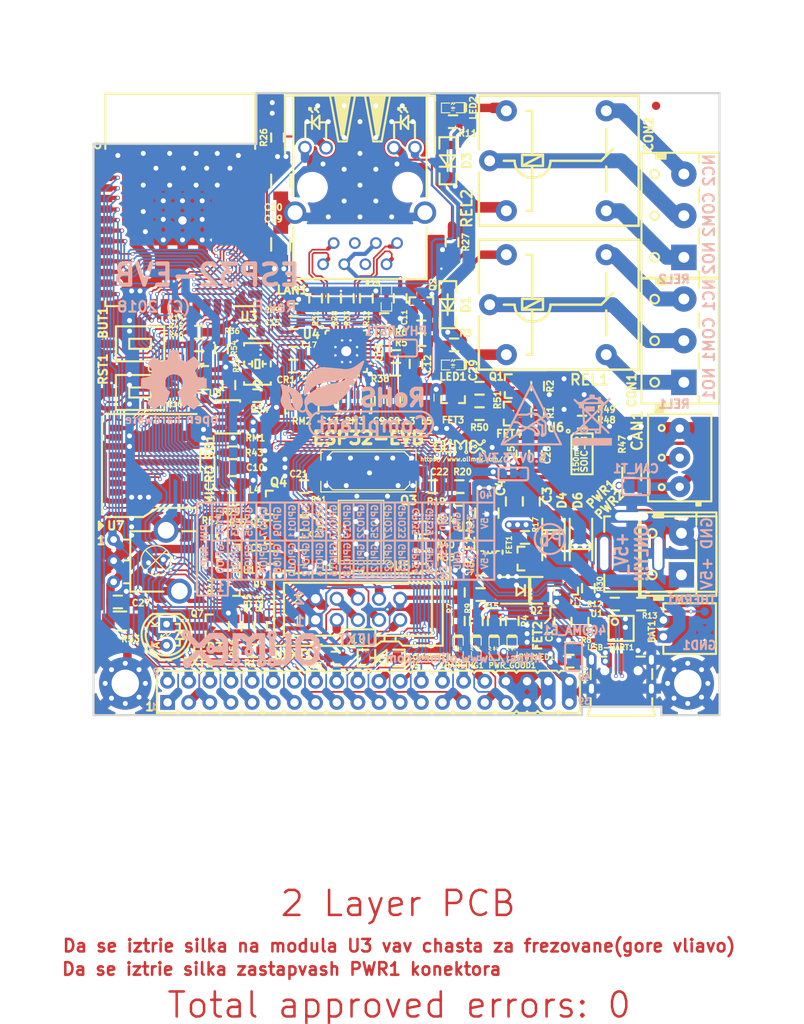
<source format=kicad_pcb>
(kicad_pcb (version 20221018) (generator pcbnew)
  (title_block (title "ESP32-EVB") (date "2018-08-03") (rev "F") (company "OLIMEX Ltd.") (comment 1 "https://www.olimex.com"))
  (layers (0 "F.Cu" mixed) (31 "B.Cu" mixed) (34 "B.Paste" user) (35 "F.Paste" user) (36 "B.SilkS" user "B.Silkscreen") (37 "F.SilkS" user "F.Silkscreen") (38 "B.Mask" user) (39 "F.Mask" user) (44 "Edge.Cuts" user))
  (net 0 "")
  (net 1 "+5V")
  (net 2 "Net-(400MA_E1-Pad1)")
  (net 3 "GND")
  (net 4 "Net-(BAT1-Pad1)")
  (net 5 "Net-(BUT1-Pad2)")
  (net 6 "/GPI34/BUT1")
  (net 7 "Net-(C3-Pad1)")
  (net 8 "Net-(C5-Pad2)")
  (net 9 "+3V3")
  (net 10 "Net-(C10-Pad1)")
  (net 11 "Net-(C11-Pad1)")
  (net 12 "Net-(C18-Pad2)")
  (net 13 "Net-(CON1-Pad3)")
  (net 14 "Net-(CON1-Pad1)")
  (net 15 "Net-(CON1-Pad2)")
  (net 16 "Net-(CON2-Pad2)")
  (net 17 "Net-(CON2-Pad1)")
  (net 18 "Net-(CON2-Pad3)")
  (net 19 "Net-(CR1-Pad3)")
  (net 20 "Net-(D1-Pad2)")
  (net 21 "Net-(D3-Pad2)")
  (net 22 "/GPIO3/U0RXD")
  (net 23 "Net-(D5-Pad1)")
  (net 24 "/ESP_EN")
  (net 25 "/GPIO25/EMAC_RXD0(RMII)")
  (net 26 "/GPIO19/EMAC_TXD0(RMII)")
  (net 27 "/GPIO26/EMAC_RXD1(RMII)")
  (net 28 "/GPIO33/REL2")
  (net 29 "/GPIO32/REL1")
  (net 30 "/GPIO9/SD_DATA2")
  (net 31 "/GPIO8/SD_DATA1")
  (net 32 "/GPIO6/SD_CLK")
  (net 33 "/GPIO7/SD_DATA0")
  (net 34 "/GPIO1/U0TXD")
  (net 35 "/GPIO10/SD_DATA3")
  (net 36 "/GPIO11/SD_CMD")
  (net 37 "Net-(L2-Pad1)")
  (net 38 "Net-(LED1-Pad2)")
  (net 39 "Net-(LED2-Pad2)")
  (net 40 "Net-(Q1-Pad1)")
  (net 41 "Net-(Q2-Pad1)")
  (net 42 "/STAT2")
  (net 43 "Net-(R10-Pad1)")
  (net 44 "/STAT1")
  (net 45 "Net-(R12-Pad2)")
  (net 46 "Net-(R12-Pad1)")
  (net 47 "/#PG(#TE)")
  (net 48 "Net-(R19-Pad1)")
  (net 49 "Net-(R39-Pad1)")
  (net 50 "/PHYAD0")
  (net 51 "/PHYAD1")
  (net 52 "/PHYAD2")
  (net 53 "/RMIISEL")
  (net 54 "/VDD1A-2A")
  (net 55 "/VDDCR")
  (net 56 "/GPIO22/EMAC_TXD1(RMII)")
  (net 57 "/GPIO21/EMAC_TX_EN(RMII)")
  (net 58 "Net-(MICRO_SD1-Pad5)")
  (net 59 "Net-(LAN1-Pad1)")
  (net 60 "Net-(LAN1-Pad2)")
  (net 61 "Net-(LAN1-Pad7)")
  (net 62 "Net-(LAN1-Pad8)")
  (net 63 "Net-(LAN1-PadAG1)")
  (net 64 "Net-(LAN1-PadAY1)")
  (net 65 "Net-(LAN1-PadKG1)")
  (net 66 "Net-(LAN1-PadKY1)")
  (net 67 "Net-(C19-Pad1)")
  (net 68 "Net-(CHARGING1-Pad1)")
  (net 69 "Net-(COMPLETE1-Pad1)")
  (net 70 "Net-(C21-Pad1)")
  (net 71 "Net-(C22-Pad1)")
  (net 72 "/CANL")
  (net 73 "/CANH")
  (net 74 "Net-(CAN_T1-Pad1)")
  (net 75 "/GPI36/U1RXD")
  (net 76 "/+5V_EXT")
  (net 77 "/GPI39/IR_RECEIVE")
  (net 78 "/GPIO23/MDC(RMII)")
  (net 79 "/GPIO27/EMAC_RX_CRS_DV")
  (net 80 "/GPI35/CAN-RX")
  (net 81 "/GPIO5/CAN-TX")
  (net 82 "/GPIO4/U1TXD")
  (net 83 "/GPIO0/XTAL1/CLKIN")
  (net 84 "/GPIO2/HS2_DATA0")
  (net 85 "/GPIO12/IR_Transmit")
  (net 86 "/GPIO13/I2C-SDA")
  (net 87 "/GPIO14/HS2_CLK")
  (net 88 "/GPIO15/HS2_CMD")
  (net 89 "/GPIO16/I2C-SCL")
  (net 90 "/GPIO17/SPI_CS")
  (net 91 "/GPIO18/MDIO(RMII)")
  (net 92 "/+5V_USB")
  (net 93 "Net-(LED3-Pad1)")
  (net 94 "Net-(LED3-Pad2)")
  (net 95 "Net-(MICRO_SD1-Pad1)")
  (net 96 "Net-(MICRO_SD1-Pad2)")
  (net 97 "Net-(MICRO_SD1-Pad8)")
  (net 98 "Net-(PWR_GOOD1-Pad1)")
  (net 99 "Net-(Q4-Pad2)")
  (net 100 "Net-(Q4-Pad1)")
  (net 101 "Net-(Q5-Pad2)")
  (net 102 "Net-(Q5-Pad1)")
  (net 103 "Net-(Q7-Pad1)")
  (net 104 "Net-(R35-Pad1)")
  (net 105 "Net-(R40-Pad1)")
  (net 106 "Net-(R48-Pad1)")
  (net 107 "Net-(U3-Pad32)")
  (net 108 "Net-(U4-Pad4)")
  (net 109 "Net-(U4-Pad14)")
  (net 110 "Net-(U4-Pad18)")
  (net 111 "Net-(U4-Pad20)")
  (net 112 "Net-(U4-Pad26)")
  (net 113 "Net-(U5-Pad6)")
  (net 114 "Net-(U5-Pad7)")
  (net 115 "Net-(U5-Pad11)")
  (net 116 "Net-(U5-Pad12)")
  (net 117 "Net-(U5-Pad13)")
  (net 118 "Net-(U5-Pad14)")
  (net 119 "Net-(U5-Pad17)")
  (net 120 "Net-(USB-UART1-Pad4)")
  (net 121 "/OSC_DIS")
  (net 122 "Net-(PWRLED1-Pad1)")
  (net 123 "Net-(Q5-Pad3)")
  (net 124 "Net-(C28-Pad1)")
  (net 125 "Net-(MICRO_SD1-Pad7)")
  (net 126 "Net-(5.0V/3.3V1-Pad2)")
  (net 127 "Net-(R44-Pad2)")
  (net 128 "/D_Com")
  (net 129 "+3.3VLAN")
  (net 130 "Net-(C29-Pad2)")
  (net 131 "Net-(FET4-Pad3)")
  (footprint "OLIMEX_Other-FP:Mounting_hole_3.3mm" (layer "F.Cu") (at 140.97 70.358)
    (fp_text reference "MH1" hide)
    (fp_text value "Mounting_hole_Shield_3.3mm" hide)
  )
  (footprint "OLIMEX_Other-FP:Mounting_hole_Shield_3.3mm" (layer "F.Cu") (at 140.97 137.922)
    (fp_text reference "MH2" hide)
    (fp_text value "Mounting_hole_Shield_3.3mm" hide)
  )
  (footprint "OLIMEX_Other-FP:Mounting_hole_Shield_3.3mm" (layer "F.Cu") (at 73.406 137.922)
    (fp_text reference "MH3" hide)
    (fp_text value "Mounting_hole_Shield_3.3mm" hide)
  )
  (footprint "OLIMEX_Connectors-FP:HN2x20" (layer "F.Cu") (at 102.616 138.938)
    (fp_text reference "EXT1")
    (fp_text value "NA(HN2x20)")
  )
  (footprint "OLIMEX_Connectors-FP:LIPO_BAT-CON2DW02R" (layer "F.Cu") (at 141.1986 131.318 90)
    (fp_text reference "BAT1")
    (fp_text value "DW02R")
  )
  (footprint "OLIMEX_RLC-FP:C_0805_5MIL_DWS" (layer "F.Cu") (at 125.984 130.556 -90)
    (fp_text reference "C1")
    (fp_text value "NA(47uF/6.3V/20%/X5R/C0805)")
  )
  (footprint "OLIMEX_RLC-FP:C_0805_5MIL_DWS" (layer "F.Cu") (at 128.016 130.556 -90)
    (fp_text reference "C2")
    (fp_text value "47uF/6.3V/20%/X5R/C0805")
  )
  (footprint "OLIMEX_RLC-FP:C_0603_5MIL_DWS" (layer "F.Cu") (at 91.059 122.809)
    (fp_text reference "C5")
    (fp_text value "22uF/6.3V/20%/X5R/C0603")
  )
  (footprint "OLIMEX_RLC-FP:C_0603_5MIL_DWS" (layer "F.Cu") (at 116.078 125.73)
    (fp_text reference "C6")
    (fp_text value "22uF/6.3V/20%/X5R/C0603")
  )
  (footprint "OLIMEX_RLC-FP:C_0603_5MIL_DWS" (layer "F.Cu") (at 116.078 127.254)
    (fp_text reference "C7")
    (fp_text value "22uF/6.3V/20%/X5R/C0603")
  )
  (footprint "OLIMEX_RLC-FP:C_0603_5MIL_DWS" (layer "F.Cu") (at 105.664 104.013 90)
    (fp_text reference "C8")
    (fp_text value "22uF/6.3V/20%/X5R/C0603")
  )
  (footprint "OLIMEX_RLC-FP:C_0603_5MIL_DWS" (layer "F.Cu") (at 104.14 104.013 90)
    (fp_text reference "C9")
    (fp_text value "22uF/6.3V/20%/X5R/C0603")
  )
  (footprint "OLIMEX_RLC-FP:C_0805_5MIL_DWS" (layer "F.Cu") (at 86.233 112.014)
    (fp_text reference "C10")
    (fp_text value "47uF/6.3V/20%/X5R/C0805")
  )
  (footprint "OLIMEX_RLC-FP:C_0603_5MIL_DWS" (layer "F.Cu") (at 106.426 91.694 -90)
    (fp_text reference "C11")
    (fp_text value "100nF/50V/20%/Y5V/C0603")
  )
  (footprint "OLIMEX_RLC-FP:C_0603_5MIL_DWS" (layer "F.Cu") (at 97.79 104.013 -90)
    (fp_text reference "C13")
    (fp_text value "100nF/50V/20%/Y5V/C0603")
  )
  (footprint "OLIMEX_RLC-FP:C_0603_5MIL_DWS" (layer "F.Cu") (at 104.521 94.234)
    (fp_text reference "C14")
    (fp_text value "100nF/50V/20%/Y5V/C0603")
  )
  (footprint "OLIMEX_RLC-FP:C_0603_5MIL_DWS" (layer "F.Cu") (at 93.599 94.615 180)
    (fp_text reference "C15")
    (fp_text value "100nF/50V/20%/Y5V/C0603")
  )
  (footprint "OLIMEX_RLC-FP:C_0603_5MIL_DWS" (layer "F.Cu") (at 93.599 99.822 180)
    (fp_text reference "C16")
    (fp_text value "2.2uF/6.3V/10%/X5R/C0603")
  )
  (footprint "OLIMEX_RLC-FP:C_0603_5MIL_DWS" (layer "F.Cu") (at 93.599 98.298 180)
    (fp_text reference "C17")
    (fp_text value "100nF/50V/20%/Y5V/C0603")
  )
  (footprint "OLIMEX_RLC-FP:C_0603_5MIL_DWS" (layer "F.Cu") (at 105.918 98.679 180)
    (fp_text reference "C18")
    (fp_text value "NA(10uF/6.3V/20%/X5R/C0603)")
  )
  (footprint "OLIMEX_Connectors-FP:TB3-DG306-5.0_3P" (layer "F.Cu") (at 140.5 96.774 90)
    (fp_text reference "CON1")
    (fp_text value "TB3 DG306-5.0-3P")
  )
  (footprint "OLIMEX_Connectors-FP:TB3-DG306-5.0_3P" (layer "F.Cu") (at 140.5 81.774 90)
    (fp_text reference "CON2")
    (fp_text value "TB3 DG306-5.0-3P")
  )
  (footprint "OLIMEX_Crystal-FP:5032-4P_HCX-3S" (layer "F.Cu") (at 89.281 99.568 90)
    (fp_text reference "CR1")
    (fp_text value "Q50MHz/25ppm/3V/4P/5x3.2mm")
  )
  (footprint "OLIMEX_Diodes-FP:SOD-123_1C-2A_KA" (layer "F.Cu") (at 112.141 92.456 90)
    (fp_text reference "D1")
    (fp_text value "1N5819S4(SOD-123)")
  )
  (footprint "OLIMEX_Diodes-FP:SOD-123_1C-2A_KA" (layer "F.Cu") (at 112.141 75.184 90)
    (fp_text reference "D3")
    (fp_text value "1N5819S4(SOD-123)")
  )
  (footprint "OLIMEX_Diodes-FP:SMA-KA" (layer "F.Cu") (at 124.841 120.65 -90)
    (fp_text reference "D4")
    (fp_text value "1N5822/SS34/SMA")
  )
  (footprint "OLIMEX_Diodes-FP:SOD-123_1C-2A_KA" (layer "F.Cu") (at 104.14 134.874)
    (fp_text reference "D5")
    (fp_text value "1N5819S4(SOD-123)")
  )
  (footprint "OLIMEX_Transistors-FP:SOT23" (layer "F.Cu") (at 121.158 122.936)
    (fp_text reference "FET1")
    (fp_text value "WPM2015-3/TR")
  )
  (footprint "OLIMEX_RLC-FP:L_0805_5MIL_DWS" (layer "F.Cu") (at 94.742 122.809 180)
    (fp_text reference "L1")
    (fp_text value "FB0805/600R/2A")
  )
  (footprint "OLIMEX_RLC-FP:CD32" (layer "F.Cu") (at 117.221 122.174 -90)
    (fp_text reference "L2")
    (fp_text value "2.2uH/1.5A/DCR<0.1R/CD32")
  )
  (footprint "OLIMEX_RLC-FP:L_0805_5MIL_DWS" (layer "F.Cu") (at 107.569 103.632 90)
    (fp_text reference "L3")
    (fp_text value "FB0805/600R/2A")
  )
  (footprint "OLIMEX_RLC-FP:L_0805_5MIL_DWS" (layer "F.Cu") (at 86.233 113.919 180)
    (fp_text reference "L4")
    (fp_text value "FB0805/600R/2A")
  )
  (footprint "OLIMEX_LEDs-FP:LED_0603_KA" (layer "F.Cu") (at 112.776 99.695 180)
    (fp_text reference "LED1")
    (fp_text value "LED/GREEN/0603")
  )
  (footprint "OLIMEX_LEDs-FP:LED_0603_KA" (layer "F.Cu") (at 112.776 68.834 180)
    (fp_text reference "LED2")
    (fp_text value "LED/GREEN/0603")
  )
  (footprint "OLIMEX_Connectors-FP:PWRJ-2mm(YDJ-1136)" (layer "F.Cu") (at 130.937 117.569 180)
    (fp_text reference "PWR1")
    (fp_text value "PWRJ-2mm(YDJ-1134)")
  )
  (footprint "OLIMEX_Connectors-FP:TB2-DG306-5.0_2P" (layer "F.Cu") (at 140.208 122.395 90)
    (fp_text reference "PWR2")
    (fp_text value "NA(TB2 DG306-5.0-2P)")
  )
  (footprint "OLIMEX_LEDs-FP:LED_0603_KA" (layer "F.Cu") (at 119.888 133.731 -90)
    (fp_text reference "PWRLED1")
    (fp_text value "LED/RED/0603")
  )
  (footprint "OLIMEX_Transistors-FP:SOT23" (layer "F.Cu") (at 119.634 102.235)
    (fp_text reference "Q1")
    (fp_text value "BC817-40(SOT23)")
  )
  (footprint "OLIMEX_Transistors-FP:SOT23" (layer "F.Cu") (at 108.966 92.202 -90)
    (fp_text reference "Q2")
    (fp_text value "BC817-40(SOT23)")
  )
  (footprint "OLIMEX_RLC-FP:R_0603_5MIL_DWS" (layer "F.Cu") (at 112.903 97.282 180)
    (fp_text reference "R3")
    (fp_text value "2.2k/R0603")
  )
  (footprint "OLIMEX_RLC-FP:R_0603_5MIL_DWS" (layer "F.Cu") (at 108.966 96.647 180)
    (fp_text reference "R5")
    (fp_text value "1k/R0603")
  )
  (footprint "OLIMEX_RLC-FP:R_0603_5MIL_DWS" (layer "F.Cu") (at 108.966 95.123 180)
    (fp_text reference "R6")
    (fp_text value "10k/R0603")
  )
  (footprint "OLIMEX_RLC-FP:R_0603_5MIL_DWS" (layer "F.Cu") (at 113.411 130.429 90)
    (fp_text reference "R7")
    (fp_text value "2.2k/R0603")
  )
  (footprint "OLIMEX_RLC-FP:R_0603_5MIL_DWS" (layer "F.Cu") (at 115.57 130.429 90)
    (fp_text reference "R9")
    (fp_text value "2.2k/R0603")
  )
  (footprint "OLIMEX_RLC-FP:R_0603_5MIL_DWS" (layer "F.Cu") (at 112.776 70.485 180)
    (fp_text reference "R11")
    (fp_text value "2.2k/R0603")
  )
  (footprint "OLIMEX_RLC-FP:R_0603_5MIL_DWS" (layer "F.Cu") (at 132.207 128.397)
    (fp_text reference "R12")
    (fp_text value "1k/R0603")
  )
  (footprint "OLIMEX_RLC-FP:R_0603_5MIL_DWS" (layer "F.Cu") (at 135.382 128.397)
    (fp_text reference "R13")
    (fp_text value "10k/R0603")
  )
  (footprint "OLIMEX_RLC-FP:R_0603_5MIL_DWS" (layer "F.Cu") (at 82.296 95.758)
    (fp_text reference "R14")
    (fp_text value "220R/R0603")
  )
  (footprint "OLIMEX_RLC-FP:R_0603_5MIL_DWS" (layer "F.Cu") (at 117.729 130.429 90)
    (fp_text reference "R15")
    (fp_text value "2.2k/R0603")
  )
  (footprint "OLIMEX_RLC-FP:R_0603_5MIL_DWS" (layer "F.Cu") (at 82.042 103.759 180)
    (fp_text reference "R16")
    (fp_text value "220R/R0603")
  )
  (footprint "OLIMEX_RLC-FP:R_0603_5MIL_DWS" (layer "F.Cu") (at 121.412 120.396)
    (fp_text reference "R17")
    (fp_text value "NA/R0603")
  )
  (footprint "OLIMEX_RLC-FP:R_0603_5MIL_DWS" (layer "F.Cu") (at 88.773 133.985)
    (fp_text reference "R18")
    (fp_text value "2.2k/R0603")
  )
  (footprint "OLIMEX_RLC-FP:R_0603_5MIL_DWS" (layer "F.Cu") (at 89.662 131.064 90)
    (fp_text reference "R21")
    (fp_text value "2.2k/R0603")
  )
  (footprint "OLIMEX_RLC-FP:R_0603_5MIL_DWS" (layer "F.Cu") (at 113.411 127 -90)
    (fp_text reference "R22")
    (fp_text value "10k/R0603")
  )
  (footprint "OLIMEX_RLC-FP:R_0603_5MIL_DWS" (layer "F.Cu") (at 98.679 134.874 180)
    (fp_text reference "R23")
    (fp_text value "10k/R0603")
  )
  (footprint "OLIMEX_RLC-FP:R_0603_5MIL_DWS" (layer "F.Cu") (at 85.852 102.108 90)
    (fp_text reference "R24")
    (fp_text value "1k/R0603")
  )
  (footprint "OLIMEX_RLC-FP:0R_0603" (layer "F.Cu") (at 104.775 91.694 90)
    (fp_text reference "R25")
    (fp_text value "0R(board_mounted)")
  )
  (footprint "OLIMEX_RLC-FP:R_0603_5MIL_DWS" (layer "F.Cu") (at 91.694 72.39 90)
    (fp_text reference "R26")
    (fp_text value "220R/R0603")
  )
  (footprint "OLIMEX_RLC-FP:R_0603_5MIL_DWS" (layer "F.Cu") (at 112.649 84.963 -90)
    (fp_text reference "R27")
    (fp_text value "220R/R0603")
  )
  (footprint "OLIMEX_RLC-FP:R_0603_5MIL_DWS" (layer "F.Cu") (at 98.552 91.694 -90)
    (fp_text reference "R28")
    (fp_text value "49.9R/1%/R0603")
  )
  (footprint "OLIMEX_RLC-FP:R_0603_5MIL_DWS" (layer "F.Cu") (at 86.233 115.824 180)
    (fp_text reference "R29")
    (fp_text value "10k/R0603")
  )
  (footprint "OLIMEX_RLC-FP:R_0603_5MIL_DWS" (layer "F.Cu") (at 96.266 91.694 -90)
    (fp_text reference "R31")
    (fp_text value "49.9R/1%/R0603")
  )
  (footprint "OLIMEX_RLC-FP:R_0603_5MIL_DWS" (layer "F.Cu") (at 102.362 91.694 -90)
    (fp_text reference "R32")
    (fp_text value "49.9R/1%/R0603")
  )
  (footprint "OLIMEX_RLC-FP:R_0603_5MIL_DWS" (layer "F.Cu") (at 100.076 91.694 -90)
    (fp_text reference "R33")
    (fp_text value "49.9R/1%/R0603")
  )
  (footprint "OLIMEX_RLC-FP:R_0603_5MIL_DWS" (layer "F.Cu") (at 89.281 103.378)
    (fp_text reference "R34")
    (fp_text value "10k/R0603")
  )
  (footprint "OLIMEX_RLC-FP:R_0603_5MIL_DWS" (layer "F.Cu") (at 109.22 122.809)
    (fp_text reference "R35")
    (fp_text value "220R/R0603")
  )
  (footprint "OLIMEX_RLC-FP:R_0603_5MIL_DWS" (layer "F.Cu") (at 88.773 95.758)
    (fp_text reference "R36")
    (fp_text value "10R/R0603")
  )
  (footprint "OLIMEX_RLC-FP:R_0603_5MIL_DWS" (layer "F.Cu") (at 105.918 100.203)
    (fp_text reference "R38")
    (fp_text value "10k/R0603")
  )
  (footprint "OLIMEX_RLC-FP:R_0603_5MIL_DWS" (layer "F.Cu") (at 93.599 93.091 180)
    (fp_text reference "R39")
    (fp_text value "12.1k/1%/R0603")
  )
  (footprint "OLIMEX_RLC-FP:R_0603_5MIL_DWS" (layer "F.Cu") (at 109.22 121.285)
    (fp_text reference "R40")
    (fp_text value "220R/R0603")
  )
  (footprint "OLIMEX_RLC-FP:R_0603_5MIL_DWS" (layer "F.Cu") (at 94.869 116.967 180)
    (fp_text reference "R41")
    (fp_text value "1k/R0603")
  )
  (footprint "OLIMEX_Relays-FP:Relay_RAS-05-15" (layer "F.Cu") (at 125.476 92.456 180)
    (fp_text reference "REL1")
    (fp_text value "RAS-0515")
  )
  (footprint "OLIMEX_Relays-FP:Relay_RAS-05-15" (layer "F.Cu") (at 125.476 75.184 180)
    (fp_text reference "REL2")
    (fp_text value "RAS-0515")
  )
  (footprint "OLIMEX_RLC-FP:R_MATRIX_4" (layer "F.Cu") (at 85.725 105.918 -90)
    (fp_text reference "RM1")
    (fp_text value "RA1206_(4X0603)_4B8_2.2k")
  )
  (footprint "OLIMEX_RLC-FP:R_MATRIX_4" (layer "F.Cu") (at 94.615 104.013)
    (fp_text reference "RM2")
    (fp_text value "RA1206_(4X0603)_4B8_2.2k")
  )
  (footprint "OLIMEX_RLC-FP:R_MATRIX_4" (layer "F.Cu") (at 100.965 104.013 180)
    (fp_text reference "RM3")
    (fp_text value "RA1206_(4X0603)_4B8_2.2k")
  )
  (footprint "OLIMEX_IC-FP:MSOP-10_Pitch-0.5mm_3.00x3.00x1.00mm" (layer "F.Cu") (at 132.969 131.318 -90)
    (fp_text reference "U1")
    (fp_text value "MCP73833(MSOP10)")
  )
  (footprint "OLIMEX_Regulators-FP:SOT-23-5" (layer "F.Cu") (at 116.84 117.475 -90)
    (fp_text reference "U2")
    (fp_text value "SY8089AAAC(SOT23-5)")
  )
  (footprint "OLIMEX_Cases-FP:ESP-WROOM-32_MODULE" (layer "F.Cu") (at 80.01 79.883)
    (fp_text reference "U3")
    (fp_text value "ESP-WROOM-32")
  )
  (footprint "OLIMEX_IC-FP:QFN32_EP(33)_5.00x5.00x0.90mm_Pitch_0.50mm" (layer "F.Cu") (at 99.949 98.044 -90)
    (fp_text reference "U4")
    (fp_text value "LAN8710A-EZC(QFN32)")
  )
  (footprint "OLIMEX_Connectors-FP:UEXT_ML10" (layer "F.Cu") (at 101.346 129.032)
    (fp_text reference "UEXT1")
    (fp_text value "BH10S")
  )
  (footprint "OLIMEX_Connectors-FP:TFC-WXCP11-08-LF" (layer "F.Cu") (at 76.327 111.125 180)
    (fp_text reference "MICRO_SD1")
    (fp_text value "TFC-WXCP11-08-LF")
  )
  (footprint "OLIMEX_RLC-FP:R_0603_5MIL_DWS" (layer "F.Cu") (at 86.233 110.236 180)
    (fp_text reference "R43")
    (fp_text value "10R/R0603")
  )
  (footprint "OLIMEX_Buttons-FP:T1107A(6x3,8x2,5MM)" (layer "F.Cu") (at 75.184 97.155 180)
    (fp_text reference "BUT1")
    (fp_text value "T1107A(6x3,8x2,5MM)")
  )
  (footprint "OLIMEX_Buttons-FP:T1107A(6x3,8x2,5MM)" (layer "F.Cu") (at 75.184 102.997 180)
    (fp_text reference "RST1")
    (fp_text value "T1107A(6x3,8x2,5MM)")
  )
  (footprint "OLIMEX_Connectors-FP:RJLBC-060TC1" (layer "F.Cu") (at 101.6 78.359 180)
    (fp_text reference "LAN1")
    (fp_text value "RJLD-060TC1(LPJ4013EDNL)")
  )
  (footprint "OLIMEX_RLC-FP:C_1206_5MIL_DWS_ISO" (layer "F.Cu") (at 92.075 85.217 -90)
    (fp_text reference "C19")
    (fp_text value "1nF/2000V/10%/X7R/C1206")
  )
  (footprint "OLIMEX_RLC-FP:C_1206_5MIL_DWS_ISO" (layer "F.Cu") (at 92.075 77.597 90)
    (fp_text reference "C20")
    (fp_text value "NA(1nF/2000V/10%/X7R/C1206)")
  )
  (footprint "OLIMEX_LEDs-FP:LED_0603_KA" (layer "F.Cu") (at 115.57 133.731 -90)
    (fp_text reference "CHARGING1")
    (fp_text value "LED/YELLOW/0603")
  )
  (footprint "OLIMEX_LEDs-FP:LED_0603_KA" (layer "F.Cu") (at 113.411 133.731 -90)
    (fp_text reference "COMPLETE1")
    (fp_text value "LED/GREEN/0603")
  )
  (footprint "OLIMEX_Other-FP:Fiducial1x3" (layer "F.Cu") (at 71.501 133.35)
    (fp_text reference "")
    (fp_text value "")
  )
  (footprint "OLIMEX_Other-FP:Fiducial1x3" (layer "F.Cu") (at 137.16 68.58)
    (fp_text reference "")
    (fp_text value "")
  )
  (footprint "OLIMEX_RLC-FP:R_0603_5MIL_DWS" (layer "F.Cu") (at 119.888 130.429 90)
    (fp_text reference "R4")
    (fp_text value "2.2k/R0603")
  )
  (footprint "OLIMEX_RLC-FP:R_0603_5MIL_DWS" (layer "F.Cu") (at 113.538 115.824 180)
    (fp_text reference "R19")
    (fp_text value "4.99k/1%/R0603")
  )
  (footprint "OLIMEX_RLC-FP:R_0603_5MIL_DWS" (layer "F.Cu") (at 113.538 114.3 180)
    (fp_text reference "R20")
    (fp_text value "1.1k/1%/R0603")
  )
  (footprint "OLIMEX_RLC-FP:C_0603_5MIL_DWS" (layer "F.Cu") (at 94.869 114.3 180)
    (fp_text reference "C21")
    (fp_text value "27pF/50V/5%/C0G/C0603")
  )
  (footprint "OLIMEX_RLC-FP:C_0603_5MIL_DWS" (layer "F.Cu") (at 110.363 114.3)
    (fp_text reference "C22")
    (fp_text value "27pF/50V/5%/C0G/C0603")
  )
  (footprint "OLIMEX_RLC-FP:C_0603_5MIL_DWS" (layer "F.Cu") (at 94.869 121.158 180)
    (fp_text reference "C23")
    (fp_text value "22uF/6.3V/20%/X5R/C0603")
  )
  (footprint "OLIMEX_RLC-FP:C_0603_5MIL_DWS" (layer "F.Cu") (at 109.22 119.253)
    (fp_text reference "C24")
    (fp_text value "100nF/50V/20%/Y5V/C0603")
  )
  (footprint "OLIMEX_RLC-FP:C_0603_5MIL_DWS" (layer "F.Cu") (at 121.158 110.49 -90)
    (fp_text reference "C25")
    (fp_text value "100nF/50V/20%/Y5V/C0603")
  )
  (footprint "OLIMEX_RLC-FP:C_0603_5MIL_DWS" (layer "F.Cu") (at 122.682 110.49 -90)
    (fp_text reference "C26")
    (fp_text value "10uF/6.3V/20%/X5R/C0603")
  )
  (footprint "OLIMEX_RLC-FP:C_0603_5MIL_DWS" (layer "F.Cu") (at 72.517 128.143)
    (fp_text reference "C27")
    (fp_text value "100nF/50V/20%/Y5V/C0603")
  )
  (footprint "OLIMEX_RLC-FP:C_0603_5MIL_DWS" (layer "F.Cu") (at 79.502 100.203 90)
    (fp_text reference "C28")
    (fp_text value "470nF/16V/10%/X7R/C0603")
  )
  (footprint "OLIMEX_Connectors-FP:TB3-3.5mm" (layer "F.Cu") (at 140 110.815 -90)
    (fp_text reference "CAN1")
    (fp_text value "TB3-3.5mm")
  )
  (footprint "OLIMEX_Diodes-FP:SMA-KA" (layer "F.Cu") (at 128.143 120.65 90)
    (fp_text reference "D6")
    (fp_text value "1N5822/SS34/SMA")
  )
  (footprint "OLIMEX_Transistors-FP:SOT23" (layer "F.Cu") (at 126.365 126.619 90)
    (fp_text reference "FET2")
    (fp_text value "WPM2015-3/TR")
  )
  (footprint "OLIMEX_LEDs-FP:LED-5mm-PTH-AK" (layer "F.Cu") (at 78.359 132.08 90)
    (fp_text reference "LED3")
    (fp_text value "LED/IR333-A/5mm")
  )
  (footprint "OLIMEX_LEDs-FP:LED_0603_KA" (layer "F.Cu") (at 117.729 133.731 -90)
    (fp_text reference "PWR_GOOD1")
    (fp_text value "LED/RED/0603")
  )
  (footprint "OLIMEX_Crystal-FP:Q_49U3HMS" (layer "F.Cu") (at 102.616 112.395)
    (fp_text reference "Q3")
    (fp_text value "Q12MHz/20pF/30ppm/2P/HC-49SM(SMD)")
  )
  (footprint "OLIMEX_Transistors-FP:SOT23" (layer "F.Cu") (at 90.932 116.205)
    (fp_text reference "Q4")
    (fp_text value "BC817-40(SOT23)")
  )
  (footprint "OLIMEX_Transistors-FP:SOT23" (layer "F.Cu") (at 90.805 119.761)
    (fp_text reference "Q5")
    (fp_text value "BC817-40(SOT23)")
  )
  (footprint "OLIMEX_Transistors-FP:SOT23" (layer "F.Cu") (at 83.693 131.064)
    (fp_text reference "Q7")
    (fp_text value "BC817-40(SOT23)")
  )
  (footprint "OLIMEX_RLC-FP:R_0603_5MIL_DWS" (layer "F.Cu") (at 129.032 126.492 -90)
    (fp_text reference "R30")
    (fp_text value "10k/R0603")
  )
  (footprint "OLIMEX_RLC-FP:R_0603_5MIL_DWS" (layer "F.Cu") (at 94.869 118.745 180)
    (fp_text reference "R42")
    (fp_text value "1k/R0603")
  )
  (footprint "OLIMEX_RLC-FP:R_0603_5MIL_DWS" (layer "F.Cu") (at 82.296 97.282 180)
    (fp_text reference "R45")
    (fp_text value "10k/R0603")
  )
  (footprint "OLIMEX_RLC-FP:R_0603_5MIL_DWS" (layer "F.Cu") (at 82.296 98.806)
    (fp_text reference "R46")
    (fp_text value "NA/R0603")
  )
  (footprint "OLIMEX_RLC-FP:R_1206_5MIL_DWS" (layer "F.Cu") (at 134.239 112.776 90)
    (fp_text reference "R47")
    (fp_text value "120R/R1206")
  )
  (footprint "OLIMEX_RLC-FP:R_0603_5MIL_DWS" (layer "F.Cu") (at 128.27 106.553 180)
    (fp_text reference "R48")
    (fp_text value "NA/R0603")
  )
  (footprint "OLIMEX_RLC-FP:R_0603_5MIL_DWS" (layer "F.Cu") (at 128.27 105.029 180)
    (fp_text reference "R49")
    (fp_text value "10k/R0603")
  )
  (footprint "OLIMEX_RLC-FP:R_1206_5MIL_DWS" (layer "F.Cu") (at 72.771 130.429)
    (fp_text reference "R53")
    (fp_text value "6.8R/R1206")
  )
  (footprint "OLIMEX_RLC-FP:R_0603_5MIL_DWS" (layer "F.Cu") (at 84.963 97.79 90)
    (fp_text reference "R54")
    (fp_text value "NA/R0603")
  )
  (footprint "OLIMEX_RLC-FP:R_0603_5MIL_DWS" (layer "F.Cu") (at 88.138 131.064 -90)
    (fp_text reference "R55")
    (fp_text value "1k/R0603")
  )
  (footprint "OLIMEX_RLC-FP:R_0603_5MIL_DWS" (layer "F.Cu") (at 86.614 131.064 -90)
    (fp_text reference "R56")
    (fp_text value "10k/R0603")
  )
  (footprint "OLIMEX_IC-FP:SSOP-20W" (layer "F.Cu") (at 101.727 119.761 90)
    (fp_text reference "U5")
    (fp_text value "CH340T(SSOP20W)")
  )
  (footprint "OLIMEX_IC-FP:SOIC-8_150mil" (layer "F.Cu") (at 128.27 110.363 -90)
    (fp_text reference "U6")
    (fp_text value "MCP2562-E/SN(SOIC-8_150mil)")
  )
  (footprint "OLIMEX_IC-FP:RPM7236-H8" (layer "F.Cu") (at 77.089 123.19 -90)
    (fp_text reference "U7")
    (fp_text value "RPM7236-H8")
  )
  (footprint "OLIMEX_Connectors-FP:USB-MICRO_MISB-SWMM-5B_LF" (layer "F.Cu") (at 133 138.303 -90)
    (fp_text reference "USB-UART1")
    (fp_text value "MISB-SWMM-5B-LF(USB_MICRO)")
  )
  (footprint "OLIMEX_RLC-FP:C_0805_5MIL_DWS" (layer "F.Cu") (at 122.174 116.078 90)
    (fp_text reference "C3")
    (fp_text value "NA(47uF/6.3V/20%/X5R/C0805)")
  )
  (footprint "OLIMEX_RLC-FP:C_0805_5MIL_DWS" (layer "F.Cu") (at 120.142 116.078 90)
    (fp_text reference "C4")
    (fp_text value "47uF/6.3V/20%/X5R/C0805")
  )
  (footprint "OLIMEX_RLC-FP:R_0603_5MIL_DWS" (layer "F.Cu") (at 87.249 120.015 180)
    (fp_text reference "R37")
    (fp_text value "220R/R0603")
  )
  (footprint "OLIMEX_IC-FP:SOT-23-5" (layer "F.Cu") (at 82.804 101.219)
    (fp_text reference "U8")
    (fp_text value "NCP303LSN27T1G(SOT-23-5)")
  )
  (footprint "OLIMEX_RLC-FP:R_0603_5MIL_DWS" (layer "F.Cu") (at 83.693 123.571 -90)
    (fp_text reference "R44")
    (fp_text value "NA/R0603")
  )
  (footprint "OLIMEX_Diodes-FP:SOT23-3" (layer "F.Cu") (at 86.487 125.984 180)
    (fp_text reference "U9")
    (fp_text value "BAT54C(SOT23-3)")
  )
  (footprint "OLIMEX_Diodes-FP:SOT23-3" (layer "F.Cu") (at 86.487 122.682 180)
    (fp_text reference "U10")
    (fp_text value "BAT54C(SOT23-3)")
  )
  (footprint "OLIMEX_Diodes-FP:DO214AA_1(K)-2(A)" (layer "F.Cu") (at 121.031 126.746 180)
    (fp_text reference "D2")
    (fp_text value "SMBJ6.0A(DO-214AA)")
  )
  (footprint "OLIMEX_RLC-FP:R_0603_5MIL_DWS" (layer "F.Cu") (at 83.693 120.396 -90)
    (fp_text reference "R57")
    (fp_text value "NA(1k/R0603)")
  )
  (footprint "OLIMEX_RLC-FP:R_0603_5MIL_DWS" (layer "F.Cu") (at 126.746 135.255 180)
    (fp_text reference "R10")
    (fp_text value "4.99k/1%/R0603")
  )
  (footprint "OLIMEX_RLC-FP:R_0603_5MIL_DWS" (layer "F.Cu") (at 126.746 133.731 180)
    (fp_text reference "R8")
    (fp_text value "4.99k/1%/R0603")
  )
  (footprint "OLIMEX_RLC-FP:C_0603_5MIL_DWS" (layer "F.Cu") (at 115.951 102.489 180)
    (fp_text reference "C29")
    (fp_text value "22uF/6.3V/20%/X5R/C0603")
  )
  (footprint "OLIMEX_Transistors-FP:SOT23" (layer "F.Cu") (at 119.507 105.537)
    (fp_text reference "FET4")
    (fp_text value "BSS138")
  )
  (footprint "OLIMEX_RLC-FP:R_0603_5MIL_DWS" (layer "F.Cu") (at 115.951 105.537 180)
    (fp_text reference "R50")
    (fp_text value "1k/R0603")
  )
  (footprint "OLIMEX_RLC-FP:R_0603_5MIL_DWS" (layer "F.Cu") (at 115.951 104.013 180)
    (fp_text reference "R51")
    (fp_text value "10k/R0603")
  )
  (footprint "OLIMEX_RLC-FP:C_0603_5MIL_DWS" (layer "F.Cu") (at 108.331 99.568 90)
    (fp_text reference "C12")
    (fp_text value "22uF/6.3V/20%/X5R/C0603")
  )
  (footprint "OLIMEX_Transistors-FP:SOT23" (layer "F.Cu") (at 112.776 103.632 90)
    (fp_text reference "FET3")
    (fp_text value "WPM2015-3/TR")
  )
  (footprint "OLIMEX_RLC-FP:L_0805_5MIL_DWS" (layer "F.Cu") (at 109.601 103.632 -90)
    (fp_text reference "L5")
    (fp_text value "NA(FB0805/600R/2A)")
  )
  (footprint "OLIMEX_RLC-FP:R_0603_5MIL_DWS" (layer "F.Cu") (at 122.936 105.41 90)
    (fp_text reference "R1")
    (fp_text value "1k/R0603")
  )
  (footprint "OLIMEX_RLC-FP:R_0603_5MIL_DWS" (layer "F.Cu") (at 122.936 102.235 -90)
    (fp_text reference "R2")
    (fp_text value "10k/R0603")
  )
  (footprint "OLIMEX_LOGOs-FP:LOGO_OLIMEX_80" (layer "F.Cu") (at 113.538 109.474)
    (fp_text reference "" hide)
    (fp_text value "" hide)
  )
  (footprint "OLIMEX_Other-FP:Fiducial1x3" (layer "F.Cu") (at 142.875 133.35)
    (fp_text reference "")
    (fp_text value "")
  )
  (footprint "OLIMEX_Jumpers-FP:SJ_Closed" (layer "B.Cu") (at 127.254 134.747 90)
    (fp_text reference "400MA_E1")
    (fp_text value "Closed")
  )
  (footprint "OLIMEX_Other-FP:TESTPAD_40-ROUND" (layer "B.Cu") (at 143.002 131.826)
    (fp_text reference "GND1")
    (fp_text value "TESTPAD" hide)
  )
  (footprint "OLIMEX_Jumpers-FP:SJ" (layer "B.Cu") (at 106.807 97.663 180)
    (fp_text reference "PHY_RST1")
    (fp_text value "Opened")
  )
  (footprint "OLIMEX_Other-FP:TESTPAD_40-ROUND" (layer "B.Cu") (at 143.002 129.286)
    (fp_text reference "THERM1")
    (fp_text value "TESTPAD" hide)
  )
  (footprint "OLIMEX_Jumpers-FP:SJ_2_SMALL_12_TIED" (layer "B.Cu") (at 120.015 112.776 180)
    (fp_text reference "5.0V/3.3V1")
    (fp_text value "Closed(1-2)/Opened(2-3)")
  )
  (footprint "OLIMEX_Jumpers-FP:SJ" (layer "B.Cu") (at 134.747 114.3)
    (fp_text reference "CAN_T1")
    (fp_text value "Opened")
  )
  (footprint "OLIMEX_LOGOs-FP:LOGO_ANTISTATIC_1" (layer "B.Cu") (at 125.73 109.22 180)
    (fp_text reference "Ref**" hide)
    (fp_text value "Val**" hide)
  )
  (footprint "OLIMEX_LOGOs-FP:LOGO_OPENHARDWARE_8x8" (layer "B.Cu") (at 79.248 101.981 180)
    (fp_text reference "" hide)
    (fp_text value "" hide)
  )
  (footprint "OLIMEX_LOGOs-FP:LOGO_PBFREE" (layer "B.Cu") (at 124.587 120.269)
    (fp_text reference "")
    (fp_text value "")
  )
  (footprint "OLIMEX_LOGOs-FP:LOGO_RECYCLEBIN_1" (layer "B.Cu") (at 131.826 109.347 180)
    (fp_text reference "" hide)
    (fp_text value "" hide)
  )
  (footprint "OLIMEX_LOGOs-FP:LOGO_ROHS_1" (layer "B.Cu") (at 109.347 107.696 180)
    (fp_text reference "Ref**" hide)
    (fp_text value "Val**" hide)
  )
  (footprint "OLIMEX_LOGOs-FP:OLIMEX_LOGO_TB" (layer "B.Cu") (at 88.392 133.731 180)
    (fp_text reference "" hide)
    (fp_text value "" hide)
  )
  (gr_line (start 117.729 114.427) (end 117.729 125.476) (stroke (width 0.254)) (layer "B.SilkS"))
  (gr_line (start 100.838 116.205) (end 100.838 125.476) (stroke (width 0.254)) (layer "B.SilkS"))
  (gr_line (start 105.791 116.205) (end 105.791 125.476) (stroke (width 0.254)) (layer "B.SilkS"))
  (gr_line (start 115.697 114.427) (end 117.729 114.427) (stroke (width 0.254)) (layer "B.SilkS"))
  (gr_line (start 83.82 120.777) (end 117.729 120.777) (stroke (width 0.254)) (layer "B.SilkS"))
  (gr_line (start 85.725 116.205) (end 85.725 127.381) (stroke (width 0.254)) (layer "B.SilkS"))
  (gr_line (start 92.583 116.205) (end 92.583 125.476) (stroke (width 0.254)) (layer "B.SilkS"))
  (gr_line (start 83.82 116.205) (end 117.729 116.205) (stroke (width 0.254)) (layer "B.SilkS"))
  (gr_line (start 115.697 116.205) (end 115.697 125.476) (stroke (width 0.254)) (layer "B.SilkS"))
  (gr_line (start 109.093 116.205) (end 109.093 125.476) (stroke (width 0.254)) (layer "B.SilkS"))
  (gr_line (start 83.82 127.381) (end 85.725 127.381) (stroke (width 0.254)) (layer "B.SilkS"))
  (gr_line (start 94.234 116.205) (end 94.234 125.476) (stroke (width 0.254)) (layer "B.SilkS"))
  (gr_line (start 114.046 116.205) (end 114.046 125.476) (stroke (width 0.254)) (layer "B.SilkS"))
  (gr_line (start 83.82 116.205) (end 83.82 127.381) (stroke (width 0.254)) (layer "B.SilkS"))
  (gr_line (start 112.395 116.205) (end 112.395 125.476) (stroke (width 0.254)) (layer "B.SilkS"))
  (gr_line (start 104.14 116.205) (end 104.14 125.476) (stroke (width 0.254)) (layer "B.SilkS"))
  (gr_line (start 110.744 116.205) (end 110.744 125.476) (stroke (width 0.254)) (layer "B.SilkS"))
  (gr_line (start 90.805 116.205) (end 90.805 125.476) (stroke (width 0.254)) (layer "B.SilkS"))
  (gr_line (start 102.489 116.205) (end 102.489 125.476) (stroke (width 0.254)) (layer "B.SilkS"))
  (gr_line (start 82.042 127.381) (end 83.82 127.381) (stroke (width 0.254)) (layer "B.SilkS"))
  (gr_line (start 87.376 116.205) (end 87.376 125.476) (stroke (width 0.254)) (layer "B.SilkS"))
  (gr_line (start 115.697 116.332) (end 115.697 114.427) (stroke (width 0.254)) (layer "B.SilkS"))
  (gr_line (start 107.442 116.205) (end 107.442 125.476) (stroke (width 0.254)) (layer "B.SilkS"))
  (gr_line (start 83.82 125.476) (end 117.729 125.476) (stroke (width 0.254)) (layer "B.SilkS"))
  (gr_line (start 89.154 116.205) (end 89.154 125.476) (stroke (width 0.254)) (layer "B.SilkS"))
  (gr_line (start 95.885 116.332) (end 95.885 125.476) (stroke (width 0.254)) (layer "B.SilkS"))
  (gr_line (start 99.187 116.205) (end 99.187 125.476) (stroke (width 0.254)) (layer "B.SilkS"))
  (gr_line (start 97.536 116.205) (end 97.536 125.476) (stroke (width 0.254)) (layer "B.SilkS"))
  (gr_line (start 82.042 116.205) (end 82.042 127.381) (stroke (width 0.254)) (layer "B.SilkS"))
  (gr_line (start 83.82 116.205) (end 82.042 116.205) (stroke (width 0.254)) (layer "B.SilkS"))
  (gr_line (start 124.587 128.524) (end 124.841 128.778) (stroke (width 0.254)) (layer "F.SilkS"))
  (gr_line (start 124.46 130.048) (end 124.46 128.905) (stroke (width 0.254)) (layer "F.SilkS"))
  (gr_line (start 124.841 128.778) (end 124.841 128.524) (stroke (width 0.254)) (layer "F.SilkS"))
  (gr_line (start 70.739 118.999) (end 70.231 118.491) (stroke (width 0.254)) (layer "F.SilkS"))
  (gr_line (start 124.841 128.524) (end 124.587 128.524) (stroke (width 0.254)) (layer "F.SilkS"))
  (gr_line (start 124.46 128.905) (end 124.841 128.524) (stroke (width 0.254)) (layer "F.SilkS"))
  (gr_line (start 70.231 119.507) (end 70.739 118.999) (stroke (width 0.254)) (layer "F.SilkS"))
  (gr_line (start 124.46 130.048) (end 123.825 130.683) (stroke (width 0.254)) (layer "F.SilkS"))
  (gr_line (start 70.358 118.618) (end 70.358 119.38) (stroke (width 0.254)) (layer "F.SilkS"))
  (gr_line (start 70.485 118.745) (end 70.485 119.253) (stroke (width 0.254)) (layer "F.SilkS"))
  (gr_line (start 70.231 118.491) (end 70.231 119.507) (stroke (width 0.254)) (layer "F.SilkS"))
  (gr_line (start 144.78 141.732) (end 144.78 67.056) (stroke (width 0.254)) (layer "Edge.Cuts"))
  (gr_line (start 128.27 141.732) (end 128.27 140.716) (stroke (width 0.254)) (layer "Edge.Cuts"))
  (gr_line (start 89.154 73.152) (end 89.154 67.056) (stroke (width 0.254)) (layer "Edge.Cuts"))
  (gr_line (start 137.795 140.716) (end 137.795 141.732) (stroke (width 0.254)) (layer "Edge.Cuts"))
  (gr_line (start 137.795 141.732) (end 144.78 141.732) (stroke (width 0.254)) (layer "Edge.Cuts"))
  (gr_line (start 128.27 140.716) (end 137.795 140.716) (stroke (width 0.254)) (layer "Edge.Cuts"))
  (gr_line (start 69.596 141.732) (end 128.27 141.732) (stroke (width 0.254)) (layer "Edge.Cuts"))
  (gr_line (start 89.154 67.056) (end 144.78 67.056) (stroke (width 0.254)) (layer "Edge.Cuts"))
  (gr_line (start 69.596 141.732) (end 69.596 73.152) (stroke (width 0.254)) (layer "Edge.Cuts"))
  (gr_line (start 69.596 73.152) (end 89.154 73.152) (stroke (width 0.254)) (layer "Edge.Cuts"))
  (gr_text "Da se iztrie silka zastapvash PWR1 konektora" (at 92.202 172.212) (layer "F.Cu") (effects (font (size 1.5 1.5) (thickness 0.3))))
  (gr_text "Total approved errors: 0" (at 106.299 176.53) (layer "F.Cu") (effects (font (size 3 3) (thickness 0.3))))
  (gr_text "Da se iztrie silka na modula U3 vav chasta za frezovane(gore vliavo)" (at 106.299 169.418) (layer "F.Cu") (effects (font (size 1.5 1.5) (thickness 0.3))))
  (gr_text "2 Layer PCB" (at 106.172 164.338) (layer "F.Cu") (effects (font (size 3 3) (thickness 0.3))))
  (gr_text "1" (at 84.836 126.365) (layer "B.SilkS") (effects (font (size 1 1) (thickness 0.25)) (justify mirror)))
  (gr_text "GPIO4" (at 88.265 122.936 90) (layer "B.SilkS") (effects (font (size 0.8 0.8) (thickness 0.2)) (justify mirror)))
  (gr_text "GPIO5" (at 88.265 118.491 90) (layer "B.SilkS") (effects (font (size 0.8 0.8) (thickness 0.2)) (justify mirror)))
  (gr_text "GPIO6" (at 90.043 122.936 90) (layer "B.SilkS") (effects (font (size 0.8 0.8) (thickness 0.2)) (justify mirror)))
  (gr_text "GPIO7" (at 90.043 118.491 90) (layer "B.SilkS") (effects (font (size 0.8 0.8) (thickness 0.2)) (justify mirror)))
  (gr_text "GPIO8" (at 91.694 122.936 90) (layer "B.SilkS") (effects (font (size 0.8 0.8) (thickness 0.2)) (justify mirror)))
  (gr_text "GPIO9" (at 91.694 118.491 90) (layer "B.SilkS") (effects (font (size 0.8 0.8) (thickness 0.2)) (justify mirror)))
  (gr_text "GPIO10" (at 93.472 123.063 90) (layer "B.SilkS") (effects (font (size 0.75 0.75) (thickness 0.1875)) (justify mirror)))
  (gr_text "GPIO11" (at 93.472 118.491 90) (layer "B.SilkS") (effects (font (size 0.75 0.75) (thickness 0.1875)) (justify mirror)))
  (gr_text "GPIO12" (at 95.123 123.063 90) (layer "B.SilkS") (effects (font (size 0.75 0.75) (thickness 0.1875)) (justify mirror)))
  (gr_text "GPIO13" (at 95.123 118.491 90) (layer "B.SilkS") (effects (font (size 0.75 0.75) (thickness 0.1875)) (justify mirror)))
  (gr_text "GPIO14" (at 96.774 123.063 90) (layer "B.SilkS") (effects (font (size 0.75 0.75) (thickness 0.1875)) (justify mirror)))
  (gr_text "GPIO15" (at 96.774 118.491 90) (layer "B.SilkS") (effects (font (size 0.75 0.75) (thickness 0.1875)) (justify mirror)))
  (gr_text "GPIO16" (at 98.425 123.063 90) (layer "B.SilkS") (effects (font (size 0.75 0.75) (thickness 0.1875)) (justify mirror)))
  (gr_text "GPIO17" (at 98.425 118.491 90) (layer "B.SilkS") (effects (font (size 0.75 0.75) (thickness 0.1875)) (justify mirror)))
  (gr_text "GPIO18" (at 100.076 123.063 90) (layer "B.SilkS") (effects (font (size 0.75 0.75) (thickness 0.1875)) (justify mirror)))
  (gr_text "GPIO19" (at 100.076 118.491 90) (layer "B.SilkS") (effects (font (size 0.75 0.75) (thickness 0.1875)) (justify mirror)))
  (gr_text "GPIO21" (at 101.727 123.19 90) (layer "B.SilkS") (effects (font (size 0.75 0.75) (thickness 0.1875)) (justify mirror)))
  (gr_text "GPIO22" (at 101.727 118.491 90) (layer "B.SilkS") (effects (font (size 0.75 0.75) (thickness 0.1875)) (justify mirror)))
  (gr_text "GPIO23" (at 103.378 123.19 90) (layer "B.SilkS") (effects (font (size 0.75 0.75) (thickness 0.1875)) (justify mirror)))
  (gr_text "GPIO25" (at 103.378 118.491 90) (layer "B.SilkS") (effects (font (size 0.75 0.75) (thickness 0.1875)) (justify mirror)))
  (gr_text "PIN MAP:" (at 82.931 121.539 90) (layer "B.SilkS") (effects (font (size 0.8 0.8) (thickness 0.2)) (justify mirror)))
  (gr_text "GPIO26" (at 105.029 123.19 90) (layer "B.SilkS") (effects (font (size 0.75 0.75) (thickness 0.1875)) (justify mirror)))
  (gr_text "GPIO27" (at 105.029 118.491 90) (layer "B.SilkS") (effects (font (size 0.75 0.75) (thickness 0.1875)) (justify mirror)))
  (gr_text "GPIO32" (at 106.68 123.19 90) (layer "B.SilkS") (effects (font (size 0.75 0.75) (thickness 0.1875)) (justify mirror)))
  (gr_text "GPIO33" (at 106.68 118.491 90) (layer "B.SilkS") (effects (font (size 0.75 0.75) (thickness 0.1875)) (justify mirror)))
  (gr_text "GPI34" (at 108.331 123.19 90) (layer "B.SilkS") (effects (font (size 0.75 0.75) (thickness 0.1875)) (justify mirror)))
  (gr_text "GPI35" (at 108.331 118.491 90) (layer "B.SilkS") (effects (font (size 0.75 0.75) (thickness 0.1875)) (justify mirror)))
  (gr_text "GPI36" (at 109.982 123.19 90) (layer "B.SilkS") (effects (font (size 0.75 0.75) (thickness 0.1875)) (justify mirror)))
  (gr_text "GPI39" (at 109.982 118.491 90) (layer "B.SilkS") (effects (font (size 0.75 0.75) (thickness 0.1875)) (justify mirror)))
  (gr_text "ESP_EN" (at 111.633 123.19 90) (layer "B.SilkS") (effects (font (size 0.75 0.75) (thickness 0.1875)) (justify mirror)))
  (gr_text "GND" (at 111.633 118.491 90) (layer "B.SilkS") (effects (font (size 0.75 0.75) (thickness 0.1875)) (justify mirror)))
  (gr_text "GND" (at 113.284 123.19 90) (layer "B.SilkS") (effects (font (size 0.75 0.75) (thickness 0.1875)) (justify mirror)))
  (gr_text "GND" (at 113.284 118.491 90) (layer "B.SilkS") (effects (font (size 0.75 0.75) (thickness 0.1875)) (justify mirror)))
  (gr_text "+3.3V" (at 114.935 123.063 90) (layer "B.SilkS") (effects (font (size 0.75 0.75) (thickness 0.1875)) (justify mirror)))
  (gr_text "+3.3V" (at 114.935 118.364 90) (layer "B.SilkS") (effects (font (size 0.75 0.75) (thickness 0.1875)) (justify mirror)))
  (gr_text "+5V" (at 116.586 123.063 90) (layer "B.SilkS") (effects (font (size 0.75 0.75) (thickness 0.1875)) (justify mirror)))
  (gr_text "+5V" (at 116.586 118.237 90) (layer "B.SilkS") (effects (font (size 0.75 0.75) (thickness 0.1875)) (justify mirror)))
  (gr_text "40" (at 116.713 115.316) (layer "B.SilkS") (effects (font (size 0.8 0.8) (thickness 0.2)) (justify mirror)))
  (gr_text "NO2" (at 143.51 86.868 90) (layer "B.SilkS") (effects (font (size 1.3 1.3) (thickness 0.254)) (justify mirror)))
  (gr_text "COM2" (at 143.51 81.661 90) (layer "B.SilkS") (effects (font (size 1.3 1.3) (thickness 0.254)) (justify mirror)))
  (gr_text "NC2" (at 143.51 76.327 90) (layer "B.SilkS") (effects (font (size 1.3 1.3) (thickness 0.254)) (justify mirror)))
  (gr_text "REL2" (at 139.319 89.408) (layer "B.SilkS") (effects (font (size 1.016 1.016) (thickness 0.254)) (justify mirror)))
  (gr_text "2" (at 77.089 136.525) (layer "B.SilkS") (effects (font (size 0.762 0.762) (thickness 0.1905)) (justify mirror)))
  (gr_text "39" (at 128.524 140.081) (layer "B.SilkS") (effects (font (size 0.762 0.762) (thickness 0.1905)) (justify mirror)))
  (gr_text "Rev.F" (at 91.44 92.71) (layer "B.SilkS") (effects (font (size 1.27 1.27) (thickness 0.254)) (justify mirror)))
  (gr_text "1" (at 76.581 133.35) (layer "B.SilkS") (effects (font (size 0.762 0.762) (thickness 0.1905)) (justify mirror)))
  (gr_text "1" (at 70.612 120.65) (layer "B.SilkS") (effects (font (size 0.762 0.762) (thickness 0.1905)) (justify mirror)))
  (gr_text "1" (at 136.398 132.334) (layer "B.SilkS") (effects (font (size 0.762 0.762) (thickness 0.1905)) (justify mirror)))
  (gr_text "ESP32-EVB" (at 83.185 88.9) (layer "B.SilkS") (effects (font (size 2.54 2.54) (thickness 0.508)) (justify mirror)))
  (gr_text "(C) 2018" (at 76.835 92.71) (layer "B.SilkS") (effects (font (size 1.27 1.27) (thickness 0.254)) (justify mirror)))
  (gr_text "GPIO1" (at 84.836 118.491 90) (layer "B.SilkS") (effects (font (size 0.8 0.8) (thickness 0.2)) (justify mirror)))
  (gr_text "40" (at 128.524 137.16) (layer "B.SilkS") (effects (font (size 0.762 0.762) (thickness 0.1905)) (justify mirror)))
  (gr_text "REL1" (at 139.319 104.394) (layer "B.SilkS") (effects (font (size 1.016 1.016) (thickness 0.254)) (justify mirror)))
  (gr_text "1" (at 76.835 140.716) (layer "B.SilkS") (effects (font (size 0.762 0.762) (thickness 0.1905)) (justify mirror)))
  (gr_text "NO1" (at 143.51 101.981 90) (layer "B.SilkS") (effects (font (size 1.3 1.3) (thickness 0.254)) (justify mirror)))
  (gr_text "https://www.olimex.com" (at 114.046 134.874) (layer "B.SilkS") (effects (font (size 1.016 1.016) (thickness 0.254)) (justify mirror)))
  (gr_text "+5V" (at 143.256 124.714 90) (layer "B.SilkS") (effects (font (size 1.27 1.27) (thickness 0.254)) (justify mirror)))
  (gr_text "GND" (at 143.256 119.888 90) (layer "B.SilkS") (effects (font (size 1.27 1.27) (thickness 0.254)) (justify mirror)))
  (gr_text "UEXT" (at 101.346 132.715) (layer "B.SilkS") (effects (font (size 1.27 1.27) (thickness 0.254)) (justify mirror)))
  (gr_text "+5V_\nONLY!!!" (at 134.239 122.301 90) (layer "B.SilkS") (effects (font (size 1.5 1.3) (thickness 0.3)) (justify mirror)))
  (gr_text "GPIO0" (at 84.836 122.936 90) (layer "B.SilkS") (effects (font (size 0.8 0.8) (thickness 0.2)) (justify mirror)))
  (gr_text "NC1" (at 143.51 91.313 90) (layer "B.SilkS") (effects (font (size 1.3 1.3) (thickness 0.254)) (justify mirror)))
  (gr_text "GPIO3" (at 86.614 118.491 90) (layer "B.SilkS") (effects (font (size 0.8 0.8) (thickness 0.2)) (justify mirror)))
  (gr_text "2" (at 94.361 127.762) (layer "B.SilkS") (effects (font (size 1.27 1.27) (thickness 0.254)) (justify mirror)))
  (gr_text "COM1" (at 143.51 96.647 90) (layer "B.SilkS") (effects (font (size 1.3 1.3) (thickness 0.254)) (justify mirror)))
  (gr_text "GPIO2" (at 86.614 122.936 90) (layer "B.SilkS") (effects (font (size 0.8 0.8) (thickness 0.2)) (justify mirror)))
  (gr_text "1" (at 94.361 130.429) (layer "B.SilkS") (effects (font (size 1.27 1.27) (thickness 0.254)) (justify mirror)))
  (gr_text "1" (at 76.327 140.716) (layer "F.SilkS") (effects (font (size 1.016 1.016) (thickness 0.254))))
  (gr_text "https://www.olimex.com/" (at 113.792 110.998) (layer "F.SilkS") (effects (font (size 0.508 0.508) (thickness 0.127))))
  (gr_text "1" (at 70.485 120.777) (layer "F.SilkS") (effects (font (size 1 1) (thickness 0.25))))
  (gr_text "ESP32-EVB" (at 102.616 108.458) (layer "F.SilkS") (effects (font (size 1.524 1.524) (thickness 0.381))))
  (segment (start 118.764 80.772) (end 115.57 80.772) (width 1.27) (layer "F.Cu") (net 1))
  (segment (start 113.03 78.232) (end 115.57 80.772) (width 1.27) (layer "F.Cu") (net 1))
  (segment (start 113.538 70.612) (end 113.538 71.374) (width 0.762) (layer "F.Cu") (net 1))
  (segment (start 112.141 77.343) (end 113.03 78.232) (width 1.27) (layer "F.Cu") (net 1))
  (segment (start 128.524 122.769) (end 128.524 121.412) (width 1.016) (layer "F.Cu") (net 1))
  (segment (start 127.508 121.412) (end 128.524 121.412) (width 1.016) (layer "F.Cu") (net 1))
  (segment (start 127.508 122.515) (end 127.508 121.412) (width 1.016) (layer "F.Cu") (net 1))
  (segment (start 118.872 134.493) (end 119.888 134.493) (width 0.762) (layer "F.Cu") (net 1))
  (segment (start 123.208 128.796) (end 123.825 129.413) (width 1.778) (layer "F.Cu") (net 1))
  (segment (start 123.208 125.204) (end 123.571 124.841) (width 1.778) (layer "F.Cu") (net 1))
  (segment (start 123.571 124.841) (end 124.841 124.841) (width 1.778) (layer "F.Cu") (net 1))
  (segment (start 123.208 124.82852) (end 123.208 125.204) (width 1.524) (layer "F.Cu") (net 1))
  (segment (start 125.4125 125.4125) (end 124.841 124.841) (width 0.762) (layer "F.Cu") (net 1))
  (segment (start 129.675 130.818) (end 129.54 130.683) (width 0.254) (layer "F.Cu") (net 1))
  (segment (start 129.651 130.318) (end 129.54 130.429) (width 0.254) (layer "F.Cu") (net 1))
  (segment (start 129.54 130.429) (end 129.54 130.683) (width 0.254) (layer "F.Cu") (net 1))
  (segment (start 128.651 129.54) (end 129.159 130.048) (width 1.27) (layer "F.Cu") (net 1))
  (segment (start 129.159 130.302) (end 129.159 130.048) (width 0.254) (layer "F.Cu") (net 1))
  (segment (start 123.825 134.239) (end 123.825 129.54) (width 1.778) (layer "F.Cu") (net 1))
  (segment (start 124.46 134.366) (end 124.46 135.382) (width 1.016) (layer "F.Cu") (net 1))
  (segment (start 123.825 134.747) (end 124.46 135.382) (width 1.016) (layer "F.Cu") (net 1))
  (segment (start 126.365 137.668) (end 124.46 135.763) (width 0.762) (layer "F.Cu") (net 1))
  (segment (start 124.46 135.763) (end 124.46 135.382) (width 0.762) (layer "F.Cu") (net 1))
  (segment (start 123.825 129.54) (end 123.825 129.413) (width 1.778) (layer "F.Cu") (net 1))
  (segment (start 112.141 94.356) (end 112.141 95.758) (width 1.27) (layer "F.Cu") (net 1))
  (segment (start 128.143 123.15) (end 127.508 122.515) (width 1.016) (layer "F.Cu") (net 1))
  (segment (start 112.141 95.123) (end 113.538 96.52) (width 1.27) (layer "F.Cu") (net 1))
  (segment (start 130.569 130.818) (end 129.675 130.818) (width 0.254) (layer "F.Cu") (net 1))
  (segment (start 112.776 95.758) (end 112.141 95.758) (width 1.27) (layer "F.Cu") (net 1))
  (segment (start 113.665 70.485) (end 113.538 70.612) (width 0.762) (layer "F.Cu") (net 1))
  (segment (start 114.966 98.456) (end 119.176 98.456) (width 1.27) (layer "F.Cu") (net 1))
  (segment (start 124.841 123.15) (end 124.841 124.841) (width 1.778) (layer "F.Cu") (net 1))
  (segment (start 118.872 134.493) (end 118.872 134.112) (width 0.762) (layer "F.Cu") (net 1))
  (segment (start 123.825 129.54) (end 125.984 129.54) (width 1.27) (layer "F.Cu") (net 1))
  (segment (start 128.016 129.54) (end 128.651 129.54) (width 1.27) (layer "F.Cu") (net 1))
  (segment (start 113.792 97.282) (end 114.966 98.456) (width 1.27) (layer "F.Cu") (net 1))
  (segment (start 117.729 134.493) (end 118.872 134.493) (width 0.762) (layer "F.Cu") (net 1))
  (segment (start 123.825 134.239) (end 123.825 134.747) (width 1.016) (layer "F.Cu") (net 1))
  (segment (start 112.141 94.356) (end 112.141 95.123) (width 1.27) (layer "F.Cu") (net 1))
  (segment (start 126.746 137.668) (end 126.238 137.668) (width 0.762) (layer "F.Cu") (net 1))
  (segment (start 122.26544 123.88596) (end 123.208 124.82852) (width 1.27) (layer "F.Cu") (net 1))
  (segment (start 113.792 96.774) (end 113.538 96.52) (width 1.27) (layer "F.Cu") (net 1))
  (segment (start 125.984 129.54) (end 128.016 129.54) (width 1.27) (layer "F.Cu") (net 1))
  (segment (start 128.143 123.15) (end 128.524 122.769) (width 1.016) (layer "F.Cu") (net 1))
  (segment (start 113.538 96.52) (end 112.776 95.758) (width 1.27) (layer "F.Cu") (net 1))
  (segment (start 125.4125 125.51156) (end 125.4125 125.4125) (width 0.762) (layer "F.Cu") (net 1))
  (segment (start 112.141 77.084) (end 112.141 77.343) (width 1.27) (layer "F.Cu") (net 1))
  (segment (start 113.792 97.282) (end 113.792 96.774) (width 1.27) (layer "F.Cu") (net 1))
  (segment (start 123.208 126.746) (end 123.208 128.796) (width 1.778) (layer "F.Cu") (net 1))
  (segment (start 124.841 123.15) (end 128.143 123.15) (width 1.778) (layer "F.Cu") (net 1))
  (segment (start 130.569 130.318) (end 129.651 130.318) (width 0.254) (layer "F.Cu") (net 1))
  (segment (start 113.411 134.493) (end 115.57 134.493) (width 0.762) (layer "F.Cu") (net 1))
  (segment (start 123.208 126.746) (end 123.208 125.204) (width 1.778) (layer "F.Cu") (net 1))
  (segment (start 129.54 130.683) (end 129.159 130.302) (width 0.254) (layer "F.Cu") (net 1))
  (segment (start 115.57 134.493) (end 117.729 134.493) (width 0.762) (layer "F.Cu") (net 1))
  (segment (start 119.176 81.184) (end 118.764 80.772) (width 1.27) (layer "F.Cu") (net 1))
  (via (at 113.538 71.374) (size 0.45) (drill 0.3) (layers "F.Cu" "B.Cu") (net 1))
  (via (at 112.141 95.758) (size 0.9) (drill 0.6) (layers "F.Cu" "B.Cu") (net 1))
  (via (at 118.872 134.112) (size 0.9) (drill 0.6) (layers "F.Cu" "B.Cu") (net 1))
  (via (at 124.46 134.366) (size 0.9) (drill 0.6) (layers "F.Cu" "B.Cu") (net 1))
  (via (at 113.03 78.232) (size 0.9) (drill 0.6) (layers "F.Cu" "B.Cu") (net 1))
  (via (at 127.508 121.412) (size 0.9) (drill 0.6) (layers "F.Cu" "B.Cu") (net 1))
  (via (at 128.524 121.412) (size 0.9) (drill 0.6) (layers "F.Cu" "B.Cu") (net 1))
  (via (at 124.46 135.382) (size 0.9) (drill 0.6) (layers "F.Cu" "B.Cu") (net 1))
  (segment (start 114.681 87.757) (end 114.681 79.883) (width 1.524) (layer "B.Cu") (net 1))
  (segment (start 113.538 71.374) (end 112.903 72.009) (width 0.4064) (layer "B.Cu") (net 1))
  (segment (start 112.903 72.009) (end 112.903 78.105) (width 0.4064) (layer "B.Cu") (net 1))
  (segment (start 112.903 78.105) (end 113.03 78.232) (width 0.4064) (layer "B.Cu") (net 1))
  (segment (start 112.141 90.297) (end 114.681 87.757) (width 1.524) (layer "B.Cu") (net 1))
  (segment (start 128.016 121.412) (end 128.524 121.412) (width 1.016) (layer "B.Cu") (net 1))
  (segment (start 124.206 134.112) (end 124.46 134.366) (width 0.762) (layer "B.Cu") (net 1))
  (segment (start 121.793 112.776) (end 128.016 118.999) (width 1.524) (layer "B.Cu") (net 1))
  (segment (start 118.872 134.112) (end 124.206 134.112) (width 0.762) (layer "B.Cu") (net 1))
  (segment (start 126.746 137.668) (end 124.46 135.382) (width 1.016) (layer "B.Cu") (net 1))
  (segment (start 128.016 118.999) (end 128.016 120.904) (width 1.524) (layer "B.Cu") (net 1))
  (segment (start 121.793 112.776) (end 121.793 105.41) (width 1.524) (layer "B.Cu") (net 1))
  (segment (start 126.746 137.668) (end 126.746 140.208) (width 1.778) (layer "B.Cu") (net 1))
  (segment (start 128.016 121.412) (end 128.016 120.904) (width 1.016) (layer "B.Cu") (net 1))
  (segment (start 112.141 95.758) (end 112.141 90.297) (width 1.524) (layer "B.Cu") (net 1))
  (segment (start 121.158 112.776) (end 121.793 112.776) (width 0.762) (layer "B.Cu") (net 1))
  (segment (start 127.508 121.412) (end 128.016 121.412) (width 1.016) (layer "B.Cu") (net 1))
  (segment (start 121.793 105.41) (end 114.3 97.917) (width 1.524) (layer "B.Cu") (net 1))
  (segment (start 114.3 97.917) (end 112.141 95.758) (width 1.524) (layer "B.Cu") (net 1))
  (segment (start 124.46 135.382) (end 124.46 134.366) (width 1.016) (layer "B.Cu") (net 1))
  (segment (start 113.03 78.232) (end 114.681 79.883) (width 1.524) (layer "B.Cu") (net 1))
  (segment (start 126.746 136.144) (end 127.762 136.144) (width 0.254) (layer "F.Cu") (net 2))
  (segment (start 127.762 136.144) (end 128.143 136.525) (width 0.254) (layer "F.Cu") (net 2))
  (segment (start 125.857 135.255) (end 126.746 136.144) (width 0.254) (layer "F.Cu") (net 2))
  (via (at 128.143 136.525) (size 0.45) (drill 0.3) (layers "F.Cu" "B.Cu") (net 2))
  (segment (start 127.254 135.636) (end 128.143 136.525) (width 0.508) (layer "B.Cu") (net 2))
  (segment (start 127.254 135.509) (end 127.254 135.636) (width 0.508) (layer "B.Cu") (net 2))
  (segment (start 137.437 119.149) (end 136.157 117.869) (width 1.778) (layer "F.Cu") (net 3))
  (segment (start 136.157 117.869) (end 134.237 117.869) (width 1.778) (layer "F.Cu") (net 3))
  (segment (start 139.462 119.149) (end 137.437 119.149) (width 1.778) (layer "F.Cu") (net 3))
  (segment (start 135.255 127.381) (end 136.271 128.397) (width 0.4064) (layer "F.Cu") (net 3))
  (segment (start 72.433 74.633) (end 72.517 74.549) (width 0.762) (layer "F.Cu") (net 3))
  (segment (start 87.119 74.673) (end 86.995 74.549) (width 1.016) (layer "F.Cu") (net 3))
  (segment (start 81.82 108.458) (end 82.804 108.458) (width 1.016) (layer "F.Cu") (net 3))
  (segment (start 90.17 111.125) (end 90.17 112.141) (width 1.016) (layer "F.Cu") (net 3))
  (segment (start 84.86394 130.175) (end 84.80044 130.1115) (width 0.508) (layer "F.Cu") (net 3))
  (segment (start 93.726 121.158) (end 93.98 121.158) (width 0.254) (layer "F.Cu") (net 3))
  (segment (start 103.987 118.136) (end 103.632 118.491) (width 0.4064) (layer "F.Cu") (net 3))
  (segment (start 112.141 117.221) (end 111.252 117.221) (width 0.762) (layer "F.Cu") (net 3))
  (segment (start 106.273 118.136) (end 107.188 117.221) (width 0.254) (layer "F.Cu") (net 3))
  (segment (start 107.188 117.221) (end 109.601 117.221) (width 0.254) (layer "F.Cu") (net 3))
  (segment (start 110.363 89.154) (end 109.855 89.662) (width 0.254) (layer "F.Cu") (net 3))
  (segment (start 109.855 89.662) (end 108.077 89.662) (width 0.254) (layer "F.Cu") (net 3))
  (segment (start 108.077 89.662) (end 107.442 90.297) (width 0.254) (layer "F.Cu") (net 3))
  (segment (start 107.442 90.297) (end 107.442 91.694) (width 0.254) (layer "F.Cu") (net 3))
  (segment (start 97.409 123.825) (end 100.965 123.825) (width 1.016) (layer "F.Cu") (net 3))
  (segment (start 100.965 123.825) (end 102.362 122.428) (width 1.016) (layer "F.Cu") (net 3))
  (segment (start 118.364 126.256) (end 118.364 125.095) (width 1.016) (layer "F.Cu") (net 3))
  (segment (start 119.38 125.095) (end 120.396 125.095) (width 1.016) (layer "F.Cu") (net 3))
  (segment (start 116.84 117.602) (end 116.84 118.775) (width 0.762) (layer "F.Cu") (net 3))
  (segment (start 118.346 127.254) (end 116.967 127.254) (width 1.016) (layer "F.Cu") (net 3))
  (segment (start 94.234 91.821) (end 93.472 91.821) (width 0.762) (layer "F.Cu") (net 3))
  (segment (start 93.472 91.821) (end 92.71 92.583) (width 0.762) (layer "F.Cu") (net 3))
  (segment (start 92.456 87.376) (end 92.456 88.138) (width 1.016) (layer "F.Cu") (net 3))
  (segment (start 91.694 75.438) (end 91.694 74.676) (width 1.016) (layer "F.Cu") (net 3))
  (segment (start 92.71 74.676) (end 92.71 75.184) (width 1.016) (layer "F.Cu") (net 3))
  (segment (start 92.71 75.184) (end 92.075 75.819) (width 1.016) (layer "F.Cu") (net 3))
  (segment (start 107.442 91.694) (end 106.553 92.583) (width 0.254) (layer "F.Cu") (net 3))
  (segment (start 112.649 86.868) (end 112.649 85.852) (width 0.254) (layer "F.Cu") (net 3))
  (segment (start 112.903 85.852) (end 113.919 84.836) (width 0.4064) (layer "F.Cu") (net 3))
  (segment (start 110.109 93.11894) (end 110.109 91.313) (width 0.508) (layer "F.Cu") (net 3))
  (segment (start 110.109 91.313) (end 110.236 91.186) (width 0.508) (layer "F.Cu") (net 3))
  (segment (start 109.855 93.37294) (end 109.855 95.123) (width 0.762) (layer "F.Cu") (net 3))
  (segment (start 105.537 94.107) (end 106.426 94.107) (width 0.762) (layer "F.Cu") (net 3))
  (segment (start 102.715 96.294) (end 102.997 96.012) (width 0.254) (layer "F.Cu") (net 3))
  (segment (start 102.997 96.012) (end 102.997 95.758) (width 0.254) (layer "F.Cu") (net 3))
  (segment (start 101.789 95.504) (end 102.362 95.504) (width 0.254) (layer "F.Cu") (net 3))
  (segment (start 106.68 98.552) (end 106.68 95.377) (width 0.508) (layer "F.Cu") (net 3))
  (segment (start 106.68 95.377) (end 106.426 95.123) (width 0.508) (layer "F.Cu") (net 3))
  (segment (start 123.698 109.601) (end 122.682 109.601) (width 0.762) (layer "F.Cu") (net 3))
  (segment (start 116.967 117.475) (end 117.856 117.475) (width 0.762) (layer "F.Cu") (net 3))
  (segment (start 117.094 114.427) (end 115.951 114.427) (width 1.016) (layer "F.Cu") (net 3))
  (segment (start 130.175 127.381) (end 129.032 127.381) (width 1.016) (layer "F.Cu") (net 3))
  (segment (start 130.318 132.318) (end 130.048 132.588) (width 0.254) (layer "F.Cu") (net 3))
  (segment (start 131.715 132.318) (end 132.842 131.191) (width 0.508) (layer "F.Cu") (net 3))
  (segment (start 132.842 131.191) (end 133.477 131.191) (width 0.762) (layer "F.Cu") (net 3))
  (segment (start 133.477 130.175) (end 133.477 131.191) (width 0.762) (layer "F.Cu") (net 3))
  (segment (start 139.4587 130.3147) (end 140.081 130.937) (width 1.016) (layer "F.Cu") (net 3))
  (segment (start 119.489 126.111) (end 120.396 126.111) (width 1.016) (layer "F.Cu") (net 3))
  (segment (start 117.729 125.73) (end 118.364 125.095) (width 1.016) (layer "F.Cu") (net 3))
  (segment (start 121.666 130.175) (end 121.666 130.302) (width 1.778) (layer "F.Cu") (net 3))
  (segment (start 118.854 127.363) (end 118.854 126.746) (width 1.778) (layer "F.Cu") (net 3))
  (segment (start 119.888 129.159) (end 120.269 128.778) (width 1.016) (layer "F.Cu") (net 3))
  (segment (start 120.269 128.778) (end 118.854 127.363) (width 1.778) (layer "F.Cu") (net 3))
  (segment (start 111.252 117.221) (end 111.252 117.094) (width 0.762) (layer "F.Cu") (net 3))
  (segment (start 111.252 117.094) (end 111.252 117.221) (width 0.762) (layer "F.Cu") (net 3))
  (segment (start 111.252 117.221) (end 109.601 117.221) (width 0.762) (layer "F.Cu") (net 3))
  (segment (start 105.918 102.87) (end 105.664 103.124) (width 0.508) (layer "F.Cu") (net 3))
  (segment (start 98.044 104.648) (end 98.806 104.648) (width 0.508) (layer "F.Cu") (net 3))
  (segment (start 99.568 104.648) (end 98.806 104.648) (width 0.508) (layer "F.Cu") (net 3))
  (segment (start 104.14 101.981) (end 103.124 101.981) (width 1.016) (layer "F.Cu") (net 3))
  (segment (start 74.31 90.947) (end 74.168 90.805) (width 1.016) (layer "F.Cu") (net 3))
  (segment (start 74.056 94.219) (end 73.914 94.361) (width 1.016) (layer "F.Cu") (net 3))
  (segment (start 73.914 95.631) (end 73.914 94.361) (width 1.016) (layer "F.Cu") (net 3))
  (segment (start 72.328 109.474) (end 73.914 109.474) (width 0.762) (layer "F.Cu") (net 3))
  (segment (start 82.35 107.442) (end 82.804 107.442) (width 1.016) (layer "F.Cu") (net 3))
  (segment (start 75.184 115.57) (end 74.168 115.57) (width 1.016) (layer "F.Cu") (net 3))
  (segment (start 74.168 119.126) (end 74.168 118.11) (width 1.016) (layer "F.Cu") (net 3))
  (segment (start 74.168 120.142) (end 74.168 121.031) (width 1.016) (layer "F.Cu") (net 3))
  (segment (start 87.376 112.141) (end 90.17 112.141) (width 1.016) (layer "F.Cu") (net 3))
  (segment (start 89.281 109.982) (end 90.17 109.982) (width 1.016) (layer "F.Cu") (net 3))
  (segment (start 92.583 112.014) (end 92.583 113.03) (width 1.016) (layer "F.Cu") (net 3))
  (segment (start 81.577 114.511) (end 80.772 115.316) (width 1.016) (layer "F.Cu") (net 3))
  (segment (start 86.36 108.458) (end 87.757 108.458) (width 1.016) (layer "F.Cu") (net 3))
  (segment (start 76.581 123.063) (end 77.978 123.063) (width 1.016) (layer "F.Cu") (net 3))
  (segment (start 84.074 129.413) (end 75.819 129.413) (width 0.762) (layer "F.Cu") (net 3))
  (segment (start 73.406 102.108) (end 73.914 102.108) (width 1.016) (layer "F.Cu") (net 3))
  (segment (start 84.389 100.269) (end 84.709 99.949) (width 0.508) (layer "F.Cu") (net 3))
  (segment (start 84.709 99.949) (end 85.471 99.949) (width 0.508) (layer "F.Cu") (net 3))
  (segment (start 80.518 100.33) (end 80.518 100.838) (width 0.4064) (layer "F.Cu") (net 3))
  (segment (start 80.518 100.838) (end 80.899 101.219) (width 0.4064) (layer "F.Cu") (net 3))
  (segment (start 83.246 100.269) (end 82.296 101.219) (width 0.508) (layer "F.Cu") (net 3))
  (segment (start 82.296 101.219) (end 80.899 101.219) (width 0.4064) (layer "F.Cu") (net 3))
  (segment (start 73.914 108.204) (end 73.914 109.474) (width 1.016) (layer "F.Cu") (net 3))
  (segment (start 97.786 122.686) (end 97.536 122.936) (width 0.3048) (layer "F.Cu") (net 3))
  (segment (start 97.536 122.936) (end 97.536 123.317) (width 0.762) (layer "F.Cu") (net 3))
  (segment (start 97.536 123.317) (end 97.409 123.444) (width 0.762) (layer "F.Cu") (net 3))
  (segment (start 80.772 115.316) (end 80.772 115.316) (width 1.016) (layer "F.Cu") (net 3))
  (segment (start 76.454 115.316) (end 76.2 115.57) (width 1.016) (layer "F.Cu") (net 3))
  (segment (start 93.853 114.3) (end 92.583 113.03) (width 0.762) (layer "F.Cu") (net 3))
  (segment (start 93.472 121.666) (end 91.313 121.666) (width 0.4064) (layer "F.Cu") (net 3))
  (segment (start 91.313 121.666) (end 90.17 122.809) (width 0.4064) (layer "F.Cu") (net 3))
  (segment (start 73.66 137.668) (end 73.66 133.858) (width 1.016) (layer "F.Cu") (net 3))
  (segment (start 80.264 82.379) (end 80.264 86.868) (width 1.016) (layer "F.Cu") (net 3))
  (segment (start 82.677 84.742) (end 82.677 86.868) (width 1.016) (layer "F.Cu") (net 3))
  (segment (start 81.882 83.947) (end 83.82 83.947) (width 1.016) (layer "F.Cu") (net 3))
  (segment (start 80.585 82.042) (end 84.074 82.042) (width 1.016) (layer "F.Cu") (net 3))
  (segment (start 82.744 79.883) (end 84.328 79.883) (width 1.016) (layer "F.Cu") (net 3))
  (segment (start 80.264 82.329) (end 80.264 77.978) (width 1.016) (layer "F.Cu") (net 3))
  (segment (start 82.804 79.823) (end 82.804 77.851) (width 1.016) (layer "F.Cu") (net 3))
  (segment (start 77.724 79.789) (end 77.724 77.851) (width 1.016) (layer "F.Cu") (net 3))
  (segment (start 77.945 80.01) (end 75.946 80.01) (width 1.016) (layer "F.Cu") (net 3))
  (segment (start 80.231 82.296) (end 76.073 82.296) (width 1.016) (layer "F.Cu") (net 3))
  (segment (start 77.791 84.836) (end 76.327 84.836) (width 1.016) (layer "F.Cu") (net 3))
  (segment (start 90.297 73.386) (end 90.297 70.231) (width 0.762) (layer "F.Cu") (net 3))
  (segment (start 90.297 70.231) (end 91.059 69.469) (width 0.762) (layer "F.Cu") (net 3))
  (segment (start 141.859 107.315) (end 142.621 108.077) (width 1.524) (layer "F.Cu") (net 3))
  (segment (start 94.996 115.316) (end 99.568 115.316) (width 0.4064) (layer "F.Cu") (net 3))
  (segment (start 121.666 132.969) (end 121.666 131.953) (width 1.778) (layer "F.Cu") (net 3))
  (segment (start 121.666 131.953) (end 121.666 130.175) (width 1.778) (layer "F.Cu") (net 3))
  (segment (start 121.666 130.937) (end 121.666 130.175) (width 1.016) (layer "F.Cu") (net 3))
  (segment (start 121.666 130.175) (end 121.666 130.937) (width 1.016) (layer "F.Cu") (net 3))
  (segment (start 121.666 130.937) (end 121.666 130.175) (width 1.016) (layer "F.Cu") (net 3))
  (segment (start 121.666 130.175) (end 120.269 128.778) (width 1.778) (layer "F.Cu") (net 3))
  (segment (start 106.172 114.173) (end 107.95 114.173) (width 1.016) (layer "F.Cu") (net 3))
  (segment (start 99.949 114.173) (end 97.536 114.173) (width 1.016) (layer "F.Cu") (net 3))
  (segment (start 102.362 119.761) (end 101.092 118.491) (width 1.016) (layer "F.Cu") (net 3))
  (segment (start 101.092 116.967) (end 101.219 116.84) (width 1.016) (layer "F.Cu") (net 3))
  (segment (start 101.219 116.84) (end 101.219 115.443) (width 1.016) (layer "F.Cu") (net 3))
  (segment (start 103.632 121.158) (end 101.092 121.158) (width 1.016) (layer "F.Cu") (net 3))
  (segment (start 90.17 123.698) (end 90.551 124.079) (width 1.016) (layer "F.Cu") (net 3))
  (segment (start 75.565 81.788) (end 75.565 81.28) (width 1.016) (layer "F.Cu") (net 3))
  (segment (start 75.565 78.105) (end 75.565 76.073) (width 1.016) (layer "F.Cu") (net 3))
  (segment (start 78.74 74.295) (end 78.74 78.105) (width 1.016) (layer "F.Cu") (net 3))
  (segment (start 81.915 78.105) (end 81.915 74.295) (width 1.016) (layer "F.Cu") (net 3))
  (segment (start 84.455 74.295) (end 84.455 76.073) (width 1.016) (layer "F.Cu") (net 3))
  (segment (start 75.819 84.328) (end 75.819 83.693) (width 1.016) (layer "F.Cu") (net 3))
  (segment (start 84.455 76.073) (end 84.455 78.105) (width 1.016) (layer "F.Cu") (net 3))
  (segment (start 83.185 76.073) (end 80.391 76.073) (width 1.016) (layer "F.Cu") (net 3))
  (segment (start 77.089 76.073) (end 75.565 76.073) (width 1.016) (layer "F.Cu") (net 3))
  (segment (start 75.565 76.073) (end 75.692 76.073) (width 1.016) (layer "F.Cu") (net 3))
  (segment (start 75.692 76.073) (end 75.565 76.073) (width 1.016) (layer "F.Cu") (net 3))
  (segment (start 75.565 76.073) (end 75.565 74.295) (width 1.016) (layer "F.Cu") (net 3))
  (segment (start 91.059 68.199) (end 91.059 69.469) (width 1.016) (layer "F.Cu") (net 3))
  (segment (start 124.333 101.346) (end 126.111 101.346) (width 1.016) (layer "F.Cu") (net 3))
  (segment (start 131.572 107.061) (end 135.382 107.061) (width 1.016) (layer "F.Cu") (net 3))
  (segment (start 133.985 108.458) (end 135.763 108.458) (width 1.016) (layer "F.Cu") (net 3))
  (segment (start 135.763 108.458) (end 136.906 107.315) (width 1.016) (layer "F.Cu") (net 3))
  (segment (start 81.577 114.724) (end 82.423 115.57) (width 0.508) (layer "F.Cu") (net 3))
  (segment (start 82.423 115.57) (end 83.058 115.57) (width 0.508) (layer "F.Cu") (net 3))
  (segment (start 104.902 129.032) (end 107.823 129.032) (width 0.4064) (layer "F.Cu") (net 3))
  (segment (start 70.231 103.886) (end 70.231 104.394) (width 0.508) (layer "F.Cu") (net 3))
  (segment (start 70.231 104.394) (end 70.739 104.902) (width 0.508) (layer "F.Cu") (net 3))
  (segment (start 75.819 123.825) (end 75.819 124.46) (width 1.016) (layer "F.Cu") (net 3))
  (segment (start 96.012 127.762) (end 94.488 129.286) (width 1.016) (layer "F.Cu") (net 3))
  (segment (start 73.406 127) (end 73.533 126.873) (width 1.016) (layer "F.Cu") (net 3))
  (segment (start 74.549 128.143) (end 73.406 128.143) (width 0.762) (layer "F.Cu") (net 3))
  (segment (start 75.819 130.81) (end 77.089 132.08) (width 0.4064) (layer "F.Cu") (net 3))
  (segment (start 77.089 132.08) (end 79.756 132.08) (width 0.4064) (layer "F.Cu") (net 3))
  (segment (start 80.137 132.08) (end 80.772 132.715) (width 0.4064) (layer "F.Cu") (net 3))
  (segment (start 74.31 93.965) (end 73.914 94.361) (width 1.016) (layer "F.Cu") (net 3))
  (segment (start 76.929 126.84) (end 75.819 125.73) (width 1.016) (layer "F.Cu") (net 3))
  (segment (start 75.819 125.73) (end 75.819 124.46) (width 1.016) (layer "F.Cu") (net 3))
  (segment (start 77.707 120.142) (end 74.168 120.142) (width 1.016) (layer "F.Cu") (net 3))
  (segment (start 129.8702 132.7658) (end 129.032 132.7658) (width 0.508) (layer "F.Cu") (net 3))
  (segment (start 128.016 131.7498) (end 129.032 132.7658) (width 0.508) (layer "F.Cu") (net 3))
  (segment (start 125.476 132.08) (end 125.476 132.715) (width 1.016) (layer "F.Cu") (net 3))
  (segment (start 125.857 132.715) (end 125.476 132.715) (width 1.016) (layer "F.Cu") (net 3))
  (segment (start 134.62 134.366) (end 134.3 134.686) (width 0.254) (layer "F.Cu") (net 3))
  (segment (start 73.914 117.856) (end 72.644 117.856) (width 0.508) (layer "F.Cu") (net 3))
  (segment (start 72.644 118.745) (end 72.644 117.856) (width 0.2032) (layer "F.Cu") (net 3))
  (segment (start 72.644 117.856) (end 72.644 117.983) (width 0.2032) (layer "F.Cu") (net 3))
  (segment (start 72.644 117.983) (end 72.644 117.856) (width 0.2032) (layer "F.Cu") (net 3))
  (segment (start 72.644 117.856) (end 71.755 117.856) (width 0.508) (layer "F.Cu") (net 3))
  (segment (start 79.756 132.08) (end 80.137 132.08) (width 0.4064) (layer "F.Cu") (net 3))
  (segment (start 112.649 114.3) (end 111.252 114.3) (width 1.016) (layer "F.Cu") (net 3))
  (segment (start 102.399 96.294) (end 102.715 96.294) (width 0.254) (layer "F.Cu") (net 3))
  (segment (start 122.682 109.601) (end 121.158 109.601) (width 1.016) (layer "F.Cu") (net 3))
  (segment (start 110.109 119.253) (end 112.141 119.253) (width 0.762) (layer "F.Cu") (net 3))
  (segment (start 80.281 82.346) (end 82.744 79.883) (width 1.016) (layer "F.Cu") (net 3))
  (segment (start 138.04392 130.3147) (end 139.4587 130.3147) (width 1.016) (layer "F.Cu") (net 3))
  (segment (start 84.104 100.269) (end 83.246 100.269) (width 0.508) (layer "F.Cu") (net 3))
  (segment (start 81.577 108.215) (end 82.35 107.442) (width 1.016) (layer "F.Cu") (net 3))
  (segment (start 73.406 137.922) (end 73.66 137.668) (width 1.016) (layer "F.Cu") (net 3))
  (segment (start 125.476 133.35) (end 125.857 133.731) (width 1.016) (layer "F.Cu") (net 3))
  (segment (start 111.379 88.138) (end 110.363 89.154) (width 0.254) (layer "F.Cu") (net 3))
  (segment (start 92.71 74.676) (end 91.694 74.676) (width 1.016) (layer "F.Cu") (net 3))
  (segment (start 89.01 74.673) (end 87.119 74.673) (width 1.016) (layer "F.Cu") (net 3))
  (segment (start 125.476 132.715) (end 125.476 133.35) (width 1.016) (layer "F.Cu") (net 3))
  (segment (start 74.31 92.633) (end 74.31 90.947) (width 1.016) (layer "F.Cu") (net 3))
  (segment (start 74.168 118.11) (end 73.914 117.856) (width 0.508) (layer "F.Cu") (net 3))
  (segment (start 118.237 114.427) (end 117.221 114.427) (width 1.524) (layer "F.Cu") (net 3))
  (segment (start 92.71 110.871) (end 92.583 110.998) (width 1.016) (layer "F.Cu") (net 3))
  (segment (start 84.80044 130.1115) (end 84.074 129.413) (width 0.762) (layer "F.Cu") (net 3))
  (segment (start 124.46 105.029) (end 126.111 105.029) (width 0.254) (layer "F.Cu") (net 3))
  (segment (start 135.001 133.985) (end 134.62 134.366) (width 0.508) (layer "F.Cu") (net 3))
  (segment (start 74.168 120.142) (end 74.168 119.126) (width 1.016) (layer "F.Cu") (net 3))
  (segment (start 76.073 82.296) (end 75.565 81.788) (width 1.016) (layer "F.Cu") (net 3))
  (segment (start 105.3465 118.136) (end 103.987 118.136) (width 0.3048) (layer "F.Cu") (net 3))
  (segment (start 116.84 117.602) (end 116.967 117.475) (width 0.762) (layer "F.Cu") (net 3))
  (segment (start 92.71 99.822) (end 92.71 98.298) (width 0.508) (layer "F.Cu") (net 3))
  (segment (start 80.281 82.346) (end 82.804 79.823) (width 1.016) (layer "F.Cu") (net 3))
  (segment (start 90.551 98.298) (end 90.3605 98.4885) (width 0.508) (layer "F.Cu") (net 3))
  (segment (start 118.872 115.062) (end 118.237 114.427) (width 0.254) (layer "F.Cu") (net 3))
  (segment (start 80.424 119.54) (end 80.899 120.015) (width 0.508) (layer "F.Cu") (net 3))
  (segment (start 85.7885 129.4765) (end 85.9155 129.4765) (width 0.762) (layer "F.Cu") (net 3))
  (segment (start 96.266 127.762) (end 96.012 127.762) (width 1.016) (layer "F.Cu") (net 3))
  (segment (start 93.98 121.158) (end 93.472 121.666) (width 0.4064) (layer "F.Cu") (net 3))
  (segment (start 124.079 114.935) (end 125.222 116.078) (width 1.524) (layer "F.Cu") (net 3))
  (segment (start 98.1075 122.686) (end 97.786 122.686) (width 0.3048) (layer "F.Cu") (net 3))
  (segment (start 78.309 119.54) (end 80.424 119.54) (width 0.508) (layer "F.Cu") (net 3))
  (segment (start 77.978 89.662) (end 78.613 89.662) (width 0.508) (layer "F.Cu") (net 3))
  (segment (start 125.77 109.728) (end 127.508 109.728) (width 0.762) (layer "F.Cu") (net 3))
  (segment (start 93.98 114.3) (end 93.853 114.3) (width 0.762) (layer "F.Cu") (net 3))
  (segment (start 124.155199 105.333801) (end 124.46 105.029) (width 0.254) (layer "F.Cu") (net 3))
  (segment (start 119.38 125.095) (end 118.364 125.095) (width 1.016) (layer "F.Cu") (net 3))
  (segment (start 74.31 92.633) (end 74.31 93.965) (width 1.016) (layer "F.Cu") (net 3))
  (segment (start 120.81444 104.5845) (end 121.563741 105.333801) (width 0.254) (layer "F.Cu") (net 3))
  (segment (start 120.142 115.062) (end 118.872 115.062) (width 0.254) (layer "F.Cu") (net 3))
  (segment (start 104.14 103.124) (end 104.14 101.981) (width 1.016) (layer "F.Cu") (net 3))
  (segment (start 136.271 128.397) (end 137.414 128.397) (width 0.508) (layer "F.Cu") (net 3))
  (segment (start 130.569 132.318) (end 131.715 132.318) (width 0.254) (layer "F.Cu") (net 3))
  (segment (start 108.331 98.679) (end 106.807 98.679) (width 1.016) (layer "F.Cu") (net 3))
  (segment (start 128.016 131.572) (end 125.984 131.572) (width 1.016) (layer "F.Cu") (net 3))
  (segment (start 97.79 104.902) (end 98.044 104.648) (width 0.508) (layer "F.Cu") (net 3))
  (segment (start 102.8065 100.7745) (end 102.8065 100.77449) (width 1.016) (layer "F.Cu") (net 3))
  (segment (start 109.9185 93.30944) (end 110.109 93.11894) (width 0.508) (layer "F.Cu") (net 3))
  (segment (start 106.426 92.583) (end 106.426 94.107) (width 0.762) (layer "F.Cu") (net 3))
  (segment (start 91.694 87.757) (end 91.313 88.138) (width 1.016) (layer "F.Cu") (net 3))
  (segment (start 123.825 109.728) (end 123.698 109.601) (width 0.762) (layer "F.Cu") (net 3))
  (segment (start 116.967 125.73) (end 117.729 125.73) (width 1.016) (layer "F.Cu") (net 3))
  (segment (start 128.016 131.572) (end 128.016 131.7498) (width 0.508) (layer "F.Cu") (net 3))
  (segment (start 71.12 102.997) (end 72.517 102.997) (width 1.016) (layer "F.Cu") (net 3))
  (segment (start 105.664 103.124) (end 104.14 103.124) (width 1.016) (layer "F.Cu") (net 3))
  (segment (start 73.66 100.838) (end 73.914 100.838) (width 0.2032) (layer "F.Cu") (net 3))
  (segment (start 106.807 98.679) (end 106.68 98.552) (width 0.508) (layer "F.Cu") (net 3))
  (segment (start 124.333 101.346) (end 124.333 103.251) (width 1.016) (layer "F.Cu") (net 3))
  (segment (start 92.71 93.091) (end 92.71 94.615) (width 1.016) (layer "F.Cu") (net 3))
  (segment (start 140.208 119.895) (end 139.462 119.149) (width 1.778) (layer "F.Cu") (net 3))
  (segment (start 80.281 82.346) (end 77.724 79.789) (width 1.016) (layer "F.Cu") (net 3))
  (segment (start 82.804 108.458) (end 86.36 108.458) (width 1.016) (layer "F.Cu") (net 3))
  (segment (start 126.619 131.572) (end 126.619 132.715) (width 1.016) (layer "F.Cu") (net 3))
  (segment (start 117.221 114.427) (end 114.681 111.887) (width 1.524) (layer "F.Cu") (net 3))
  (segment (start 84.074 129.413) (end 85.725 129.413) (width 0.762) (layer "F.Cu") (net 3))
  (segment (start 109.241846 111.146846) (end 108.966 110.871) (width 1.016) (layer "F.Cu") (net 3))
  (segment (start 124.333 101.346) (end 122.936 101.346) (width 1.016) (layer "F.Cu") (net 3))
  (segment (start 130.048 132.588) (end 129.8702 132.7658) (width 0.508) (layer "F.Cu") (net 3))
  (segment (start 90.17 111.125) (end 90.17 109.982) (width 1.016) (layer "F.Cu") (net 3))
  (segment (start 82.804 108.458) (end 82.804 107.442) (width 1.016) (layer "F.Cu") (net 3))
  (segment (start 71.01 74.633) (end 72.433 74.633) (width 0.762) (layer "F.Cu") (net 3))
  (segment (start 80.518 100.33) (end 79.502 99.314) (width 0.4064) (layer "F.Cu") (net 3))
  (segment (start 81.577 108.923) (end 81.026 109.474) (width 1.016) (layer "F.Cu") (net 3))
  (segment (start 134.3 135.403) (end 134.3 134.686) (width 0.254) (layer "F.Cu") (net 3))
  (segment (start 120.74144 101.2825) (end 120.80494 101.346) (width 1.016) (layer "F.Cu") (net 3))
  (segment (start 79.248 89.662) (end 78.613 89.662) (width 0.508) (layer "F.Cu") (net 3))
  (segment (start 75.819 129.413) (end 75.819 130.81) (width 0.4064) (layer "F.Cu") (net 3))
  (segment (start 125.222 116.078) (end 130.175 116.078) (width 1.524) (layer "F.Cu") (net 3))
  (segment (start 75.184 90.805) (end 76.149191 89.839809) (width 1.016) (layer "F.Cu") (net 3))
  (segment (start 92.075 86.995) (end 92.456 87.376) (width 1.016) (layer "F.Cu") (net 3))
  (segment (start 80.281 82.346) (end 80.231 82.296) (width 1.016) (layer "F.Cu") (net 3))
  (segment (start 105.664 103.124) (end 105.791 102.997) (width 0.4064) (layer "F.Cu") (net 3))
  (segment (start 108.966 110.871) (end 107.823 110.871) (width 1.016) (layer "F.Cu") (net 3))
  (segment (start 110.056764 111.146846) (end 109.241846 111.146846) (width 1.016) (layer "F.Cu") (net 3))
  (segment (start 80.772 115.316) (end 76.454 115.316) (width 1.016) (layer "F.Cu") (net 3))
  (segment (start 101.699 95.594) (end 101.789 95.504) (width 0.254) (layer "F.Cu") (net 3))
  (segment (start 81.085 128.016) (end 82.55 128.016) (width 0.508) (layer "F.Cu") (net 3))
  (segment (start 109.9185 93.30944) (end 109.855 93.37294) (width 0.762) (layer "F.Cu") (net 3))
  (segment (start 76.2 123.444) (end 75.819 123.825) (width 1.016) (layer "F.Cu") (net 3))
  (segment (start 76.2 115.57) (end 75.184 115.57) (width 1.016) (layer "F.Cu") (net 3))
  (segment (start 111.252 114.3) (end 111.252 111.887) (width 1.016) (layer "F.Cu") (net 3))
  (segment (start 84.455 95.758) (end 85.598 94.615) (width 0.508) (layer "F.Cu") (net 3))
  (segment (start 125.984 131.572) (end 125.476 132.08) (width 1.016) (layer "F.Cu") (net 3))
  (segment (start 85.725 129.413) (end 85.7885 129.4765) (width 0.762) (layer "F.Cu") (net 3))
  (segment (start 112.649 85.852) (end 111.506 85.852) (width 1.016) (layer "F.Cu") (net 3))
  (segment (start 135.255 127.381) (end 130.175 127.381) (width 0.4064) (layer "F.Cu") (net 3))
  (segment (start 125.984 131.572) (end 126.619 131.572) (width 1.016) (layer "F.Cu") (net 3))
  (segment (start 105.41 94.234) (end 105.537 94.107) (width 0.762) (layer "F.Cu") (net 3))
  (segment (start 114.681 111.887) (end 111.252 111.887) (width 1.524) (layer "F.Cu") (net 3))
  (segment (start 119.217703 114.884191) (end 119.268512 114.935) (width 1.524) (layer "F.Cu") (net 3))
  (segment (start 118.237 114.427) (end 118.608642 114.427) (width 1.524) (layer "F.Cu") (net 3))
  (segment (start 81.577 114.275) (end 81.577 114.511) (width 1.016) (layer "F.Cu") (net 3))
  (segment (start 92.354411 100.177589) (end 92.354411 104.749589) (width 0.762) (layer "F.Cu") (net 3))
  (segment (start 103.124 101.981) (end 103.124 101.092) (width 1.016) (layer "F.Cu") (net 3))
  (segment (start 83.185 95.758) (end 84.455 95.758) (width 0.508) (layer "F.Cu") (net 3))
  (segment (start 76.327 84.836) (end 75.819 84.328) (width 1.016) (layer "F.Cu") (net 3))
  (segment (start 81.577 108.215) (end 81.82 108.458) (width 1.016) (layer "F.Cu") (net 3))
  (segment (start 71.12 102.997) (end 70.231 103.886) (width 0.508) (layer "F.Cu") (net 3))
  (segment (start 126.619 132.969) (end 125.857 133.731) (width 0.762) (layer "F.Cu") (net 3))
  (segment (start 112.649 85.852) (end 112.903 85.852) (width 0.4064) (layer "F.Cu") (net 3))
  (segment (start 105.537 110.871) (end 107.823 110.871) (width 1.016) (layer "F.Cu") (net 3))
  (segment (start 80.281 82.346) (end 77.945 80.01) (width 1.016) (layer "F.Cu") (net 3))
  (segment (start 127.381 105.029) (end 126.111 105.029) (width 1.016) (layer "F.Cu") (net 3))
  (segment (start 111.252 114.3) (end 111.252 117.221) (width 0.762) (layer "F.Cu") (net 3))
  (segment (start 92.329 104.775) (end 91.567 104.775) (width 0.762) (layer "F.Cu") (net 3))
  (segment (start 93.98 114.3) (end 94.996 115.316) (width 0.4064) (layer "F.Cu") (net 3))
  (segment (start 89.980198 97.8535) (end 89.662 97.8535) (width 0.508) (layer "F.Cu") (net 3))
  (segment (start 118.237 114.427) (end 130.302 114.427) (width 1.524) (layer "F.Cu") (net 3))
  (segment (start 92.456 88.138) (end 91.313 88.138) (width 1.016) (layer "F.Cu") (net 3))
  (segment (start 124.333 103.251) (end 128.524 103.251) (width 1.016) (layer "F.Cu") (net 3))
  (segment (start 79.909 126.84) (end 76.929 126.84) (width 1.016) (layer "F.Cu") (net 3))
  (segment (start 103.124 101.092) (end 102.8065 100.7745) (width 1.016) (layer "F.Cu") (net 3))
  (segment (start 118.854 126.746) (end 119.489 126.111) (width 1.016) (layer "F.Cu") (net 3))
  (segment (start 80.281 82.346) (end 80.585 82.042) (width 1.016) (layer "F.Cu") (net 3))
  (segment (start 119.004801 114.884191) (end 119.217703 114.884191) (width 1.524) (layer "F.Cu") (net 3))
  (segment (start 106.426 94.107) (end 106.426 95.123) (width 1.016) (layer "F.Cu") (net 3))
  (segment (start 130.175 116.078) (end 131.966 117.869) (width 1.524) (layer "F.Cu") (net 3))
  (segment (start 121.666 130.175) (end 121.666 130.175) (width 1.778) (layer "F.Cu") (net 3))
  (segment (start 90.17 122.809) (end 90.17 123.698) (width 1.016) (layer "F.Cu") (net 3))
  (segment (start 92.583 112.014) (end 92.583 110.998) (width 1.016) (layer "F.Cu") (net 3))
  (segment (start 70.739 104.902) (end 72.263 104.902) (width 0.508) (layer "F.Cu") (net 3))
  (segment (start 77.9696 88.4639) (end 77.9696 85.602038) (width 1.016) (layer "F.Cu") (net 3))
  (segment (start 105.3465 118.136) (end 106.273 118.136) (width 0.3048) (layer "F.Cu") (net 3))
  (segment (start 93.98 121.158) (end 93.98 120.015) (width 1.016) (layer "F.Cu") (net 3))
  (segment (start 121.666 137.668) (end 121.666 140.208) (width 1.778) (layer "F.Cu") (net 3))
  (segment (start 85.9155 129.4765) (end 86.614 130.175) (width 0.762) (layer "F.Cu") (net 3))
  (segment (start 94.234 104.775) (end 93.345 104.775) (width 0.4064) (layer "F.Cu") (net 3))
  (segment (start 77.9696 85.602038) (end 77.9696 84.6828) (width 1.016) (layer "F.Cu") (net 3))
  (segment (start 97.917 110.871) (end 92.71 110.871) (width 1.016) (layer "F.Cu") (net 3))
  (segment (start 118.854 126.746) (end 118.346 127.254) (width 1.016) (layer "F.Cu") (net 3))
  (segment (start 119.126 137.668) (end 121.666 137.668) (width 1.778) (layer "F.Cu") (net 3))
  (segment (start 89.01 74.673) (end 90.297 73.386) (width 0.762) (layer "F.Cu") (net 3))
  (segment (start 122.174 115.062) (end 120.142 115.062) (width 1.27) (layer "F.Cu") (net 3))
  (segment (start 90.3605 98.4885) (end 89.980198 98.4885) (width 0.508) (layer "F.Cu") (net 3))
  (segment (start 91.694 86.995) (end 91.694 87.757) (width 1.016) (layer "F.Cu") (net 3))
  (segment (start 76.593691 89.839809) (end 77.9696 88.4639) (width 1.016) (layer "F.Cu") (net 3))
  (segment (start 137.437 122.319) (end 137.437 119.149) (width 1.778) (layer "F.Cu") (net 3))
  (segment (start 72.009 123.19) (end 74.168 121.031) (width 1.016) (layer "F.Cu") (net 3))
  (segment (start 120.61444 104.5845) (end 120.81444 104.5845) (width 0.254) (layer "F.Cu") (net 3))
  (segment (start 89.662 97.8535) (end 89.662 98.4885) (width 0.508) (layer "F.Cu") (net 3))
  (segment (start 72.327 109.475) (end 72.328 109.474) (width 0.762) (layer "F.Cu") (net 3))
  (segment (start 80.281 82.346) (end 82.677 84.742) (width 1.016) (layer "F.Cu") (net 3))
  (segment (start 81.026 109.474) (end 73.914 109.474) (width 1.016) (layer "F.Cu") (net 3))
  (segment (start 106.426 92.583) (end 106.553 92.583) (width 0.254) (layer "F.Cu") (net 3))
  (segment (start 76.149191 89.839809) (end 76.593691 89.839809) (width 1.016) (layer "F.Cu") (net 3))
  (segment (start 73.406 128.143) (end 73.406 127) (width 1.016) (layer "F.Cu") (net 3))
  (segment (start 78.309 119.54) (end 77.707 120.142) (width 1.016) (layer "F.Cu") (net 3))
  (segment (start 99.695 104.775) (end 99.568 104.648) (width 0.508) (layer "F.Cu") (net 3))
  (segment (start 119.004801 114.823159) (end 119.004801 114.884191) (width 1.524) (layer "F.Cu") (net 3))
  (segment (start 125.857 133.731) (end 125.857 132.715) (width 1.016) (layer "F.Cu") (net 3))
  (segment (start 75.819 129.413) (end 74.549 128.143) (width 0.762) (layer "F.Cu") (net 3))
  (segment (start 92.71 92.583) (end 92.71 93.091) (width 0.762) (layer "F.Cu") (net 3))
  (segment (start 81.577 114.275) (end 81.577 114.724) (width 0.508) (layer "F.Cu") (net 3))
  (segment (start 84.455 76.073) (end 85.979 76.073) (width 1.016) (layer "F.Cu") (net 3))
  (segment (start 120.396 125.095) (end 120.396 126.111) (width 1.016) (layer "F.Cu") (net 3))
  (segment (start 116.967 125.73) (end 116.967 127.254) (width 1.016) (layer "F.Cu") (net 3))
  (segment (start 79.909 126.84) (end 81.085 128.016) (width 0.508) (layer "F.Cu") (net 3))
  (segment (start 90.551 98.298) (end 90.1065 97.8535) (width 0.508) (layer "F.Cu") (net 3))
  (segment (start 92.075 75.819) (end 91.694 75.438) (width 1.016) (layer "F.Cu") (net 3))
  (segment (start 92.075 86.995) (end 91.694 86.995) (width 1.016) (layer "F.Cu") (net 3))
  (segment (start 89.980198 98.4885) (end 89.662 98.4885) (width 0.508) (layer "F.Cu") (net 3))
  (segment (start 100.457 110.871) (end 103.632 110.871) (width 1.016) (layer "F.Cu") (net 3))
  (segment (start 85.598 94.615) (end 86.233 94.615) (width 0.508) (layer "F.Cu") (net 3))
  (segment (start 120.80494 101.346) (end 122.936 101.346) (width 1.016) (layer "F.Cu") (net 3))
  (segment (start 111.252 111.887) (end 110.796917 111.887) (width 1.016) (layer "F.Cu") (net 3))
  (segment (start 86.233 94.615) (end 86.741 94.107) (width 0.508) (layer "F.Cu") (net 3))
  (segment (start 131.966 117.869) (end 134.237 117.869) (width 1.524) (layer "F.Cu") (net 3))
  (segment (start 121.563741 105.333801) (end 124.155199 105.333801) (width 0.254) (layer "F.Cu") (net 3))
  (segment (start 80.31 82.333) (end 80.264 82.379) (width 1.016) (layer "F.Cu") (net 3))
  (segment (start 126.619 132.715) (end 126.619 132.969) (width 0.762) (layer "F.Cu") (net 3))
  (segment (start 81.577 108.215) (end 81.577 108.923) (width 1.016) (layer "F.Cu") (net 3))
  (segment (start 80.281 82.346) (end 80.264 82.329) (width 1.016) (layer "F.Cu") (net 3))
  (segment (start 121.158 109.601) (end 117.475 109.601) (width 1.016) (layer "F.Cu") (net 3))
  (segment (start 130.569 132.318) (end 130.318 132.318) (width 0.254) (layer "F.Cu") (net 3))
  (segment (start 111.379 88.138) (end 112.649 86.868) (width 0.254) (layer "F.Cu") (net 3))
  (segment (start 80.281 82.346) (end 81.882 83.947) (width 1.016) (layer "F.Cu") (net 3))
  (segment (start 72.39 99.568) (end 73.66 100.838) (width 0.2032) (layer "F.Cu") (net 3))
  (segment (start 119.268512 114.935) (end 124.079 114.935) (width 1.524) (layer "F.Cu") (net 3))
  (segment (start 92.71 99.822) (end 92.354411 100.177589) (width 0.762) (layer "F.Cu") (net 3))
  (segment (start 97.409 123.444) (end 97.409 123.825) (width 1.016) (layer "F.Cu") (net 3))
  (segment (start 125.77 109.728) (end 123.825 109.728) (width 0.762) (layer "F.Cu") (net 3))
  (segment (start 86.614 130.175) (end 84.86394 130.175) (width 0.508) (layer "F.Cu") (net 3))
  (segment (start 80.281 82.346) (end 77.791 84.836) (width 1.016) (layer "F.Cu") (net 3))
  (segment (start 121.666 137.668) (end 121.666 132.969) (width 1.778) (layer "F.Cu") (net 3))
  (segment (start 118.608642 114.427) (end 119.004801 114.823159) (width 1.524) (layer "F.Cu") (net 3))
  (segment (start 87.757 108.458) (end 89.281 109.982) (width 1.016) (layer "F.Cu") (net 3))
  (segment (start 90.1065 97.8535) (end 89.980198 97.8535) (width 0.508) (layer "F.Cu") (net 3))
  (segment (start 103.632 110.871) (end 105.537 110.871) (width 1.016) (layer "F.Cu") (net 3))
  (segment (start 72.517 102.997) (end 73.406 102.108) (width 1.016) (layer "F.Cu") (net 3))
  (segment (start 118.854 126.746) (end 118.364 126.256) (width 1.016) (layer "F.Cu") (net 3))
  (segment (start 76.2 123.444) (end 76.581 123.063) (width 1.016) (layer "F.Cu") (net 3))
  (segment (start 112.649 85.852) (end 112.522 85.979) (width 0.254) (layer "F.Cu") (net 3))
  (segment (start 110.796917 111.887) (end 110.056764 111.146846) (width 1.016) (layer "F.Cu") (net 3))
  (segment (start 92.354411 104.749589) (end 92.329 104.775) (width 0.762) (layer "F.Cu") (net 3))
  (segment (start 140 107.315) (end 136.906 107.315) (width 1.524) (layer "F.Cu") (net 3))
  (segment (start 75.184 90.805) (end 74.168 90.805) (width 1.016) (layer "F.Cu") (net 3))
  (segment (start 130.302 114.427) (end 130.302 116.205) (width 1.524) (layer "F.Cu") (net 3))
  (segment (start 119.888 129.54) (end 119.888 129.159) (width 1.016) (layer "F.Cu") (net 3))
  (segment (start 140 107.315) (end 141.859 107.315) (width 1.524) (layer "F.Cu") (net 3))
  (segment (start 87.249 112.014) (end 87.376 112.141) (width 1.016) (layer "F.Cu") (net 3))
  (segment (start 84.104 100.269) (end 84.389 100.269) (width 0.508) (layer "F.Cu") (net 3))
  (segment (start 93.345 104.775) (end 92.329 104.775) (width 0.762) (layer "F.Cu") (net 3))
  (via (at 116.84 117.602) (size 0.9) (drill 0.6) (layers "F.Cu" "B.Cu") (net 3))
  (via (at 71.755 101.854) (size 0.45) (drill 0.3) (layers "F.Cu" "B.Cu") (net 3))
  (via (at 126.619 132.715) (size 0.9) (drill 0.6) (layers "F.Cu" "B.Cu") (net 3))
  (via (at 81.915 74.295) (size 0.9) (drill 0.6) (layers "F.Cu" "B.Cu") (net 3))
  (via (at 91.059 69.469) (size 0.9) (drill 0.6) (layers "F.Cu" "B.Cu") (net 3))
  (via (at 74.168 118.11) (size 0.9) (drill 0.6) (layers "F.Cu" "B.Cu") (net 3))
  (via (at 102.997 95.758) (size 0.45) (drill 0.3) (layers "F.Cu" "B.Cu") (net 3))
  (via (at 76.2 115.57) (size 0.9) (drill 0.6) (layers "F.Cu" "B.Cu") (net 3))
  (via (at 85.471 99.949) (size 0.9) (drill 0.6) (layers "F.Cu" "B.Cu") (net 3))
  (via (at 75.819 83.693) (size 0.9) (drill 0.6) (layers "F.Cu" "B.Cu") (net 3))
  (via (at 90.17 109.982) (size 0.9) (drill 0.6) (layers "F.Cu" "B.Cu") (net 3))
  (via (at 135.001 133.985) (size 0.9) (drill 0.6) (layers "F.Cu" "B.Cu") (net 3))
  (via (at 85.979 76.073) (size 0.9) (drill 0.6) (layers "F.Cu" "B.Cu") (net 3))
  (via (at 73.914 95.631) (size 0.9) (drill 0.6) (layers "F.Cu" "B.Cu") (net 3))
  (via (at 86.233 94.615) (size 0.45) (drill 0.3) (layers "F.Cu" "B.Cu") (net 3))
  (via (at 111.506 85.852) (size 0.9) (drill 0.6) (layers "F.Cu" "B.Cu") (net 3))
  (via (at 75.184 115.57) (size 0.9) (drill 0.6) (layers "F.Cu" "B.Cu") (net 3))
  (via (at 135.382 107.061) (size 0.9) (drill 0.6) (layers "F.Cu" "B.Cu") (net 3))
  (via (at 82.804 107.442) (size 0.9) (drill 0.6) (layers "F.Cu" "B.Cu") (net 3))
  (via (at 89.662 97.8535) (size 0.45) (drill 0.3) (layers "F.Cu" "B.Cu") (net 3))
  (via (at 73.914 109.474) (size 0.9) (drill 0.6) (layers "F.Cu" "B.Cu") (net 3))
  (via (at 78.74 74.295) (size 0.9) (drill 0.6) (layers "F.Cu" "B.Cu") (net 3))
  (via (at 97.409 123.444) (size 0.9) (drill 0.6) (layers "F.Cu" "B.Cu") (net 3))
  (via (at 106.426 94.107) (size 0.9) (drill 0.6) (layers "F.Cu" "B.Cu") (net 3))
  (via (at 73.914 100.838) (size 0.9) (drill 0.6) (layers "F.Cu" "B.Cu") (net 3))
  (via (at 112.141 119.253) (size 0.9) (drill 0.6) (layers "F.Cu" "B.Cu") (net 3))
  (via (at 78.74 78.105) (size 0.9) (drill 0.6) (layers "F.Cu" "B.Cu") (net 3))
  (via (at 91.059 68.199) (size 0.9) (drill 0.6) (layers "F.Cu" "B.Cu") (net 3))
  (via (at 91.567 104.775) (size 0.9) (drill 0.6) (layers "F.Cu" "B.Cu") (net 3))
  (via (at 82.804 108.458) (size 0.9) (drill 0.6) (layers "F.Cu" "B.Cu") (net 3))
  (via (at 123.825 109.728) (size 0.9) (drill 0.6) (layers "F.Cu" "B.Cu") (net 3))
  (via (at 117.475 109.601) (size 0.9) (drill 0.6) (layers "F.Cu" "B.Cu") (net 3))
  (via (at 99.949 114.173) (size 0.9) (drill 0.6) (layers "F.Cu" "B.Cu") (net 3))
  (via (at 79.756 132.08) (size 0.45) (drill 0.3) (layers "F.Cu" "B.Cu") (net 3))
  (via (at 121.666 132.969) (size 0.9) (drill 0.6) (layers "F.Cu" "B.Cu") (net 3))
  (via (at 90.551 124.079) (size 0.9) (drill 0.6) (layers "F.Cu" "B.Cu") (net 3))
  (via (at 73.914 108.204) (size 0.9) (drill 0.6) (layers "F.Cu" "B.Cu") (net 3))
  (via (at 97.536 114.173) (size 0.9) (drill 0.6) (layers "F.Cu" "B.Cu") (net 3))
  (via (at 103.124 101.981) (size 0.9) (drill 0.6) (layers "F.Cu" "B.Cu") (net 3))
  (via (at 105.537 110.871) (size 0.9) (drill 0.6) (layers "F.Cu" "B.Cu") (net 3))
  (via (at 127.508 109.728) (size 0.9) (drill 0.6) (layers "F.Cu" "B.Cu") (net 3))
  (via (at 75.184 90.805) (size 0.9) (drill 0.6) (layers "F.Cu" "B.Cu") (net 3))
  (via (at 77.089 76.073) (size 0.9) (drill 0.6) (layers "F.Cu" "B.Cu") (net 3))
  (via (at 73.914 94.361) (size 0.9) (drill 0.6) (layers "F.Cu" "B.Cu") (net 3))
  (via (at 92.456 88.138) (size 0.9) (drill 0.6) (layers "F.Cu" "B.Cu") (net 3))
  (via (at 128.524 103.251) (size 0.9) (drill 0.6) (layers "F.Cu" "B.Cu") (net 3))
  (via (at 77.978 123.063) (size 0.9) (drill 0.6) (layers "F.Cu" "B.Cu") (net 3))
  (via (at 133.477 130.175) (size 0.9) (drill 0.6) (layers "F.Cu" "B.Cu") (net 3))
  (via (at 133.477 131.191) (size 0.9) (drill 0.6) (layers "F.Cu" "B.Cu") (net 3))
  (via (at 92.583 113.03) (size 0.9) (drill 0.6) (layers "F.Cu" "B.Cu") (net 3))
  (via (at 118.237 114.427) (size 0.9) (drill 0.6) (layers "F.Cu" "B.Cu") (net 3))
  (via (at 74.168 120.142) (size 0.9) (drill 0.6) (layers "F.Cu" "B.Cu") (net 3))
  (via (at 86.995 74.549) (size 0.9) (drill 0.6) (layers "F.Cu" "B.Cu") (net 3))
  (via (at 74.168 90.805) (size 0.9) (drill 0.6) (layers "F.Cu" "B.Cu") (net 3))
  (via (at 92.583 112.014) (size 0.9) (drill 0.6) (layers "F.Cu" "B.Cu") (net 3))
  (via (at 72.644 118.745) (size 0.45) (drill 0.3) (layers "F.Cu" "B.Cu") (net 3))
  (via (at 83.185 76.073) (size 0.9) (drill 0.6) (layers "F.Cu" "B.Cu") (net 3))
  (via (at 117.094 114.427) (size 0.9) (drill 0.6) (layers "F.Cu" "B.Cu") (net 3))
  (via (at 90.17 112.141) (size 0.9) (drill 0.6) (layers "F.Cu" "B.Cu") (net 3))
  (via (at 121.666 130.937) (size 0.9) (drill 0.6) (layers "F.Cu" "B.Cu") (net 3))
  (via (at 117.856 117.475) (size 0.9) (drill 0.6) (layers "F.Cu" "B.Cu") (net 3))
  (via (at 81.915 78.105) (size 0.9) (drill 0.6) (layers "F.Cu" "B.Cu") (net 3))
  (via (at 118.364 125.095) (size 0.9) (drill 0.6) (layers "F.Cu" "B.Cu") (net 3))
  (via (at 92.583 110.998) (size 0.9) (drill 0.6) (layers "F.Cu" "B.Cu") (net 3))
  (via (at 75.565 74.295) (size 0.9) (drill 0.6) (layers "F.Cu" "B.Cu") (net 3))
  (via (at 73.533 126.873) (size 0.9) (drill 0.6) (layers "F.Cu" "B.Cu") (net 3))
  (via (at 84.455 74.295) (size 0.9) (drill 0.6) (layers "F.Cu" "B.Cu") (net 3))
  (via (at 93.98 120.015) (size 0.9) (drill 0.6) (layers "F.Cu" "B.Cu") (net 3))
  (via (at 90.17 111.125) (size 0.9) (drill 0.6) (layers "F.Cu" "B.Cu") (net 3))
  (via (at 131.572 107.061) (size 0.9) (drill 0.6) (layers "F.Cu" "B.Cu") (net 3))
  (via (at 133.985 108.458) (size 0.9) (drill 0.6) (layers "F.Cu" "B.Cu") (net 3))
  (via (at 86.868 96.774) (size 0.45) (drill 0.3) (layers "F.Cu" "B.Cu") (net 3))
  (via (at 94.234 91.821) (size 0.9) (drill 0.6) (layers "F.Cu" "B.Cu") (net 3))
  (via (at 107.823 110.871) (size 0.9) (drill 0.6) (layers "F.Cu" "B.Cu") (net 3))
  (via (at 74.168 119.126) (size 0.9) (drill 0.6) (layers "F.Cu" "B.Cu") (net 3))
  (via (at 91.694 74.676) (size 0.9) (drill 0.6) (layers "F.Cu" "B.Cu") (net 3))
  (via (at 103.632 121.158) (size 0.9) (drill 0.6) (layers "F.Cu" "B.Cu") (net 3))
  (via (at 126.111 105.029) (size 0.9) (drill 0.6) (layers "F.Cu" "B.Cu") (net 3))
  (via (at 89.662 98.4885) (size 0.45) (drill 0.3) (layers "F.Cu" "B.Cu") (net 3))
  (via (at 92.71 74.676) (size 0.9) (drill 0.6) (layers "F.Cu" "B.Cu") (net 3))
  (via (at 75.565 81.28) (size 0.9) (drill 0.6) (layers "F.Cu" "B.Cu") (net 3))
  (via (at 98.806 104.648) (size 0.9) (drill 0.6) (layers "F.Cu" "B.Cu") (net 3))
  (via (at 103.632 110.871) (size 0.9) (drill 0.6) (layers "F.Cu" "B.Cu") (net 3))
  (via (at 119.38 125.095) (size 0.9) (drill 0.6) (layers "F.Cu" "B.Cu") (net 3))
  (via (at 80.391 76.073) (size 0.9) (drill 0.6) (layers "F.Cu" "B.Cu") (net 3))
  (via (at 71.755 117.856) (size 0.45) (drill 0.3) (layers "F.Cu" "B.Cu") (net 3))
  (via (at 77.978 89.662) (size 0.45) (drill 0.3) (layers "F.Cu" "B.Cu") (net 3))
  (via (at 79.248 89.662) (size 0.45) (drill 0.3) (layers "F.Cu" "B.Cu") (net 3))
  (via (at 125.476 132.715) (size 0.9) (drill 0.6) (layers "F.Cu" "B.Cu") (net 3))
  (via (at 101.219 115.443) (size 0.9) (drill 0.6) (layers "F.Cu" "B.Cu") (net 3))
  (via (at 104.902 115.443) (size 0.9) (drill 0.6) (layers "F.Cu" "B.Cu") (net 3))
  (via (at 73.914 102.108) (size 0.9) (drill 0.6) (layers "F.Cu" "B.Cu") (net 3))
  (via (at 110.236 91.186) (size 0.9) (drill 0.6) (layers "F.Cu" "B.Cu") (net 3))
  (via (at 103.632 118.491) (size 0.9) (drill 0.6) (layers "F.Cu" "B.Cu") (net 3))
  (via (at 102.362 95.504) (size 0.45) (drill 0.3) (layers "F.Cu" "B.Cu") (net 3))
  (via (at 101.092 121.158) (size 0.9) (drill 0.6) (layers "F.Cu" "B.Cu") (net 3))
  (via (at 73.914 104.394) (size 0.9) (drill 0.6) (layers "F.Cu" "B.Cu") (net 3))
  (via (at 74.168 115.57) (size 0.9) (drill 0.6) (layers "F.Cu" "B.Cu") (net 3))
  (via (at 102.8065 100.77449) (size 0.9) (drill 0.6) (layers "F.Cu" "B.Cu") (net 3))
  (via (at 76.2 123.444) (size 0.9) (drill 0.6) (layers "F.Cu" "B.Cu") (net 3))
  (via (at 104.902 129.032) (size 0.45) (drill 0.3) (layers "F.Cu" "B.Cu") (net 3))
  (via (at 111.379 88.138) (size 0.45) (drill 0.3) (layers "F.Cu" "B.Cu") (net 3))
  (via (at 101.092 116.967) (size 0.9) (drill 0.6) (layers "F.Cu" "B.Cu") (net 3))
  (via (at 130.175 127.381) (size 0.9) (drill 0.6) (layers "F.Cu" "B.Cu") (net 3))
  (via (at 120.396 125.095) (size 0.9) (drill 0.6) (layers "F.Cu" "B.Cu") (net 3))
  (via (at 115.951 114.427) (size 0.9) (drill 0.6) (layers "F.Cu" "B.Cu") (net 3))
  (via (at 75.819 124.46) (size 0.9) (drill 0.6) (layers "F.Cu" "B.Cu") (net 3))
  (via (at 101.092 118.491) (size 0.9) (drill 0.6) (layers "F.Cu" "B.Cu") (net 3))
  (via (at 91.313 88.138) (size 0.9) (drill 0.6) (layers "F.Cu" "B.Cu") (net 3))
  (via (at 97.917 110.871) (size 0.9) (drill 0.6) (layers "F.Cu" "B.Cu") (net 3))
  (via (at 85.7885 129.4765) (size 0.9) (drill 0.6) (layers "F.Cu" "B.Cu") (net 3))
  (via (at 106.426 95.123) (size 0.9) (drill 0.6) (layers "F.Cu" "B.Cu") (net 3))
  (via (at 106.172 114.173) (size 0.9) (drill 0.6) (layers "F.Cu" "B.Cu") (net 3))
  (via (at 120.396 126.111) (size 0.9) (drill 0.6) (layers "F.Cu" "B.Cu") (net 3))
  (via (at 100.457 110.871) (size 0.9) (drill 0.6) (layers "F.Cu" "B.Cu") (net 3))
  (via (at 102.362 122.428) (size 0.9) (drill 0.6) (layers "F.Cu" "B.Cu") (net 3))
  (via (at 124.333 106.68) (size 0.9) (drill 0.6) (layers "F.Cu" "B.Cu") (net 3))
  (via (at 126.111 101.346) (size 0.9) (drill 0.6) (layers "F.Cu" "B.Cu") (net 3))
  (via (at 75.565 78.105) (size 0.9) (drill 0.6) (layers "F.Cu" "B.Cu") (net 3))
  (via (at 84.455 78.105) (size 0.9) (drill 0.6) (layers "F.Cu" "B.Cu") (net 3))
  (via (at 86.36 108.458) (size 0.9) (drill 0.6) (layers "F.Cu" "B.Cu") (net 3))
  (via (at 124.333 103.251) (size 0.9) (drill 0.6) (layers "F.Cu" "B.Cu") (net 3))
  (via (at 102.362 119.761) (size 0.9) (drill 0.6) (layers "F.Cu" "B.Cu") (net 3))
  (via (at 102.743 112.649) (size 0.9) (drill 0.6) (layers "F.Cu" "B.Cu") (net 3))
  (via (at 78.613 89.662) (size 0.45) (drill 0.3) (layers "F.Cu" "B.Cu") (net 3))
  (via (at 107.95 114.173) (size 0.9) (drill 0.6) (layers "F.Cu" "B.Cu") (net 3))
  (via (at 72.39 99.568) (size 0.45) (drill 0.3) (layers "F.Cu" "B.Cu") (net 3))
  (via (at 72.517 74.549) (size 0.9) (drill 0.6) (layers "F.Cu" "B.Cu") (net 3))
  (via (at 121.666 131.953) (size 0.9) (drill 0.6) (layers "F.Cu" "B.Cu") (net 3))
  (via (at 112.141 117.221) (size 0.9) (drill 0.6) (layers "F.Cu" "B.Cu") (net 3))
  (segment (start 132.093 117.869) (end 123.825 109.728) (width 1.524) (layer "B.Cu") (net 3))
  (segment (start 90.297 112.268) (end 90.297 117.602) (width 1.016) (layer "B.Cu") (net 3))
  (segment (start 94.615 120.015) (end 96.901 122.301) (width 1.016) (layer "B.Cu") (net 3))
  (segment (start 96.901 122.301) (end 96.901 123.444) (width 1.016) (layer "B.Cu") (net 3))
  (segment (start 73.533 124.714) (end 72.009 123.19) (width 1.016) (layer "B.Cu") (net 3))
  (segment (start 96.901 123.444) (end 97.028 123.444) (width 1.016) (layer "B.Cu") (net 3))
  (segment (start 97.028 123.444) (end 96.901 123.444) (width 1.016) (layer "B.Cu") (net 3))
  (segment (start 96.901 123.444) (end 96.901 125.603) (width 1.016) (layer "B.Cu") (net 3))
  (segment (start 103.632 118.491) (end 103.632 115.443) (width 1.016) (layer "B.Cu") (net 3))
  (segment (start 112.141 119.253) (end 112.141 117.221) (width 0.762) (layer "B.Cu") (net 3))
  (segment (start 102.362 122.428) (end 102.362 121.158) (width 1.016) (layer "B.Cu") (net 3))
  (segment (start 102.362 119.761) (end 103.632 118.491) (width 1.016) (layer "B.Cu") (net 3))
  (segment (start 116.84 123.571) (end 116.84 117.475) (width 1.524) (layer "B.Cu") (net 3))
  (segment (start 110.617 92.329) (end 110.617 96.774) (width 0.508) (layer "B.Cu") (net 3))
  (segment (start 110.998 97.155) (end 110.617 96.774) (width 0.508) (layer "B.Cu") (net 3))
  (segment (start 94.234 91.821) (end 94.869 92.456) (width 1.778) (layer "B.Cu") (net 3))
  (segment (start 110.236 90.424) (end 113.411 87.249) (width 0.508) (layer "B.Cu") (net 3))
  (segment (start 113.411 87.249) (end 113.411 85.852) (width 0.508) (layer "B.Cu") (net 3))
  (segment (start 111.506 78.486) (end 111.506 71.628) (width 0.508) (layer "B.Cu") (net 3))
  (segment (start 91.567 104.14) (end 91.694 104.013) (width 0.762) (layer "B.Cu") (net 3))
  (segment (start 113.411 85.725) (end 113.411 80.391) (width 0.508) (layer "B.Cu") (net 3))
  (segment (start 113.411 85.852) (end 113.411 85.725) (width 0.508) (layer "B.Cu") (net 3))
  (segment (start 110.236 91.948) (end 110.236 91.186) (width 0.508) (layer "B.Cu") (net 3))
  (segment (start 106.426 95.123) (end 106.426 94.107) (width 1.778) (layer "B.Cu") (net 3))
  (segment (start 106.426 93.472) (end 106.426 94.107) (width 1.778) (layer "B.Cu") (net 3))
  (segment (start 110.998 99.568) (end 110.998 97.155) (width 0.508) (layer "B.Cu") (net 3))
  (segment (start 118.237 114.427) (end 117.094 114.427) (width 1.016) (layer "B.Cu") (net 3))
  (segment (start 115.951 114.427) (end 117.094 114.427) (width 1.016) (layer "B.Cu") (net 3))
  (segment (start 116.84 117.475) (end 116.84 117.602) (width 1.524) (layer "B.Cu") (net 3))
  (segment (start 115.951 116.586) (end 115.951 114.427) (width 1.016) (layer "B.Cu") (net 3))
  (segment (start 135.636 133.357) (end 135.636 133.35) (width 1.524) (layer "B.Cu") (net 3))
  (segment (start 133.223 127.381) (end 130.175 127.381) (width 1.524) (layer "B.Cu") (net 3))
  (segment (start 126.365 124.714) (end 122.428 124.714) (width 1.524) (layer "B.Cu") (net 3))
  (segment (start 130.175 127.381) (end 129.032 127.381) (width 1.524) (layer "B.Cu") (net 3))
  (segment (start 133.477 131.191) (end 133.477 130.175) (width 0.762) (layer "B.Cu") (net 3))
  (segment (start 70.231 134.747) (end 73.406 137.922) (width 0.508) (layer "B.Cu") (net 3))
  (segment (start 73.914 102.108) (end 73.914 104.394) (width 1.016) (layer "B.Cu") (net 3))
  (segment (start 82.804 107.442) (end 82.804 108.458) (width 0.762) (layer "B.Cu") (net 3))
  (segment (start 90.17 111.125) (end 90.17 112.141) (width 1.016) (layer "B.Cu") (net 3))
  (segment (start 90.17 109.982) (end 90.17 111.125) (width 1.016) (layer "B.Cu") (net 3))
  (segment (start 90.17 106.172) (end 91.567 104.775) (width 1.016) (layer "B.Cu") (net 3))
  (segment (start 92.583 110.998) (end 92.583 112.014) (width 1.016) (layer "B.Cu") (net 3))
  (segment (start 92.583 113.03) (end 92.583 112.014) (width 1.016) (layer "B.Cu") (net 3))
  (segment (start 92.583 110.871) (end 92.583 110.998) (width 1.016) (layer "B.Cu") (net 3))
  (segment (start 76.2 122.174) (end 76.2 123.444) (width 1.016) (layer "B.Cu") (net 3))
  (segment (start 86.868 95.25) (end 86.868 96.774) (width 0.508) (layer "B.Cu") (net 3))
  (segment (start 73.914 108.204) (end 73.914 109.474) (width 1.016) (layer "B.Cu") (net 3))
  (segment (start 86.36 102.362) (end 85.471 101.473) (width 1.016) (layer "B.Cu") (net 3))
  (segment (start 85.471 101.473) (end 85.471 99.949) (width 1.016) (layer "B.Cu") (net 3))
  (segment (start 92.71 120.015) (end 90.297 117.602) (width 1.016) (layer "B.Cu") (net 3))
  (segment (start 96.266 126.238) (end 96.901 125.603) (width 1.016) (layer "B.Cu") (net 3))
  (segment (start 103.632 115.443) (end 103.632 112.649) (width 1.016) (layer "B.Cu") (net 3))
  (segment (start 121.666 131.953) (end 121.666 132.715) (width 1.016) (layer "B.Cu") (net 3))
  (segment (start 103.505 115.443) (end 104.902 115.443) (width 1.016) (layer "B.Cu") (net 3))
  (segment (start 97.917 110.871) (end 100.457 110.871) (width 1.016) (layer "B.Cu") (net 3))
  (segment (start 101.092 118.491) (end 101.092 116.967) (width 1.016) (layer "B.Cu") (net 3))
  (segment (start 102.362 121.158) (end 102.362 119.761) (width 1.016) (layer "B.Cu") (net 3))
  (segment (start 75.565 81.28) (end 75.565 78.105) (width 1.016) (layer "B.Cu") (net 3))
  (segment (start 75.565 74.295) (end 78.74 74.295) (width 1.016) (layer "B.Cu") (net 3))
  (segment (start 78.74 78.105) (end 81.915 78.105) (width 1.016) (layer "B.Cu") (net 3))
  (segment (start 81.915 74.295) (end 84.455 74.295) (width 1.016) (layer "B.Cu") (net 3))
  (segment (start 84.455 78.105) (end 84.455 78.172) (width 1.016) (layer "B.Cu") (net 3))
  (segment (start 84.455 78.172) (end 82.6432 79.9838) (width 1.016) (layer "B.Cu") (net 3))
  (segment (start 85.979 76.073) (end 83.185 76.073) (width 1.016) (layer "B.Cu") (net 3))
  (segment (start 80.391 76.073) (end 77.089 76.073) (width 1.016) (layer "B.Cu") (net 3))
  (segment (start 91.059 69.469) (end 91.059 68.199) (width 1.016) (layer "B.Cu") (net 3))
  (segment (start 126.111 101.346) (end 126.111 105.029) (width 1.016) (layer "B.Cu") (net 3))
  (segment (start 128.524 103.251) (end 128.524 104.013) (width 1.016) (layer "B.Cu") (net 3))
  (segment (start 128.524 104.013) (end 131.572 107.061) (width 1.016) (layer "B.Cu") (net 3))
  (segment (start 135.382 107.061) (end 133.985 108.458) (width 1.016) (layer "B.Cu") (net 3))
  (segment (start 90.551 125.857) (end 93.218 128.524) (width 0.4064) (layer "B.Cu") (net 3))
  (segment (start 98.425 134.874) (end 100.584 134.874) (width 0.4064) (layer "B.Cu") (net 3))
  (segment (start 100.584 134.874) (end 101.6 133.858) (width 0.4064) (layer "B.Cu") (net 3))
  (segment (start 102.616 131.445) (end 102.616 129.413) (width 0.4064) (layer "B.Cu") (net 3))
  (segment (start 102.997 129.032) (end 104.902 129.032) (width 0.4064) (layer "B.Cu") (net 3))
  (segment (start 101.6 133.858) (end 101.6 132.461) (width 0.4064) (layer "B.Cu") (net 3))
  (segment (start 101.6 132.461) (end 102.616 131.445) (width 0.4064) (layer "B.Cu") (net 3))
  (segment (start 107.823 97.663) (end 108.204 97.536) (width 0.508) (layer "B.Cu") (net 3))
  (segment (start 108.204 97.536) (end 107.823 97.663) (width 0.508) (layer "B.Cu") (net 3))
  (segment (start 107.823 97.663) (end 107.823 95.123) (width 1.778) (layer "B.Cu") (net 3))
  (segment (start 75.819 123.825) (end 76.2 123.444) (width 1.016) (layer "B.Cu") (net 3))
  (segment (start 73.914 115.316) (end 74.168 115.57) (width 1.016) (layer "B.Cu") (net 3))
  (segment (start 129.4 134.861) (end 128.524 133.985) (width 1.016) (layer "B.Cu") (net 3))
  (segment (start 128.524 133.985) (end 127.254 133.985) (width 1.016) (layer "B.Cu") (net 3))
  (segment (start 121.666 132.715) (end 121.666 132.969) (width 1.016) (layer "B.Cu") (net 3))
  (segment (start 135.636 133.35) (end 135.636 129.794) (width 1.524) (layer "B.Cu") (net 3))
  (segment (start 71.755 117.856) (end 71.882 117.729) (width 0.2032) (layer "B.Cu") (net 3))
  (segment (start 71.882 101.981) (end 71.882 117.729) (width 0.2032) (layer "B.Cu") (net 3))
  (segment (start 72.39 99.568) (end 72.644 99.822) (width 0.2032) (layer "B.Cu") (net 3))
  (segment (start 72.644 99.822) (end 72.644 118.745) (width 0.2032) (layer "B.Cu") (net 3))
  (segment (start 75.565 124.714) (end 75.565 127.762) (width 0.254) (layer "B.Cu") (net 3))
  (segment (start 75.565 127.762) (end 75.438 127.889) (width 0.254) (layer "B.Cu") (net 3))
  (segment (start 79.756 129.667) (end 78.486 129.667) (width 0.2032) (layer "B.Cu") (net 3))
  (segment (start 134.237 117.869) (end 132.093 117.869) (width 1.524) (layer "B.Cu") (net 3))
  (segment (start 103.124 110.363) (end 103.632 110.871) (width 1.524) (layer "B.Cu") (net 3))
  (segment (start 99.949 95.736) (end 99.949 98.044) (width 0.508) (layer "B.Cu") (net 3))
  (segment (start 127.254 133.985) (end 126.365 133.985) (width 1.016) (layer "B.Cu") (net 3))
  (segment (start 85.394 82.219) (end 90.863001 87.688001) (width 1.778) (layer "B.Cu") (net 3))
  (segment (start 102.8065 100.7745) (end 102.8065 100.77449) (width 1.524) (layer "B.Cu") (net 3))
  (segment (start 135.636 129.794) (end 133.223 127.381) (width 1.524) (layer "B.Cu") (net 3))
  (segment (start 103.124 101.981) (end 103.124 101.092) (width 1.524) (layer "B.Cu") (net 3))
  (segment (start 103.124 109.728) (end 103.124 110.363) (width 1.016) (layer "B.Cu") (net 3))
  (segment (start 107.823 95.123) (end 106.426 95.123) (width 1.778) (layer "B.Cu") (net 3))
  (segment (start 102.997 95.758) (end 102.743 95.504) (width 0.508) (layer "B.Cu") (net 3))
  (segment (start 91.694 104.013) (end 91.694 100.457) (width 0.762) (layer "B.Cu") (net 3))
  (segment (start 73.914 104.394) (end 73.914 108.204) (width 1.016) (layer "B.Cu") (net 3))
  (segment (start 100.181 95.504) (end 99.949 95.736) (width 0.508) (layer "B.Cu") (net 3))
  (segment (start 93.98 120.015) (end 92.71 120.015) (width 1.016) (layer "B.Cu") (net 3))
  (segment (start 105.41 92.456) (end 106.426 93.472) (width 1.778) (layer "B.Cu") (net 3))
  (segment (start 103.124 101.092) (end 102.8065 100.7745) (width 1.524) (layer "B.Cu") (net 3))
  (segment (start 129.4 135.083) (end 129.4 134.861) (width 1.016) (layer "B.Cu") (net 3))
  (segment (start 93.218 128.524) (end 93.218 129.667) (width 0.4064) (layer "B.Cu") (net 3))
  (segment (start 100.07601 98.044) (end 102.356501 100.324491) (width 1.524) (layer "B.Cu") (net 3))
  (segment (start 88.5825 96.774) (end 89.437001 97.628501) (width 0.508) (layer "B.Cu") (net 3))
  (segment (start 104.902 115.443) (end 106.172 114.173) (width 1.016) (layer "B.Cu") (net 3))
  (segment (start 86.868 96.774) (end 88.5825 96.774) (width 0.508) (layer "B.Cu") (net 3))
  (segment (start 91.694 100.457) (end 91.6305 100.457) (width 0.508) (layer "B.Cu") (net 3))
  (segment (start 103.505 115.443) (end 101.219 115.443) (width 1.016) (layer "B.Cu") (net 3))
  (segment (start 81.407 106.045) (end 81.407 93.726) (width 0.508) (layer "B.Cu") (net 3))
  (segment (start 75.819 124.46) (end 75.565 124.714) (width 0.254) (layer "B.Cu") (net 3))
  (segment (start 79.248 91.567) (end 79.248 89.980198) (width 0.508) (layer "B.Cu") (net 3))
  (segment (start 82.804 107.442) (end 81.407 106.045) (width 0.508) (layer "B.Cu") (net 3))
  (segment (start 75.184 115.57) (end 74.168 115.57) (width 1.016) (layer "B.Cu") (net 3))
  (segment (start 103.124 110.363) (end 103.182001 110.421001) (width 1.016) (layer "B.Cu") (net 3))
  (segment (start 86.233 94.615) (end 86.868 95.25) (width 0.508) (layer "B.Cu") (net 3))
  (segment (start 99.949 98.044) (end 100.07601 98.044) (width 1.524) (layer "B.Cu") (net 3))
  (segment (start 110.236 90.424) (end 110.236 91.186) (width 0.508) (layer "B.Cu") (net 3))
  (segment (start 91.6305 100.457) (end 89.886999 98.713499) (width 0.508) (layer "B.Cu") (net 3))
  (segment (start 113.411 80.391) (end 111.506 78.486) (width 0.508) (layer "B.Cu") (net 3))
  (segment (start 125.476 132.715) (end 126.619 132.715) (width 0.762) (layer "B.Cu") (net 3))
  (segment (start 73.533 124.714) (end 73.533 126.873) (width 1.016) (layer "B.Cu") (net 3))
  (segment (start 90.863001 87.688001) (end 91.313 88.138) (width 1.778) (layer "B.Cu") (net 3))
  (segment (start 73.914 109.474) (end 73.914 115.316) (width 1.016) (layer "B.Cu") (net 3))
  (segment (start 91.313 88.774396) (end 91.313 88.138) (width 1.524) (layer "B.Cu") (net 3))
  (segment (start 102.743 95.504) (end 102.362 95.504) (width 0.508) (layer "B.Cu") (net 3))
  (segment (start 110.617 92.329) (end 110.236 91.948) (width 0.508) (layer "B.Cu") (net 3))
  (segment (start 74.168 118.11) (end 74.168 115.57) (width 1.016) (layer "B.Cu") (net 3))
  (segment (start 79.248 89.662) (end 78.613 89.662) (width 0.508) (layer "B.Cu") (net 3))
  (segment (start 82.6432 82.219) (end 85.394 82.219) (width 1.778) (layer "B.Cu") (net 3))
  (segment (start 107.569 97.663) (end 107.823 97.663) (width 0.508) (layer "B.Cu") (net 3))
  (segment (start 103.632 112.649) (end 102.743 112.649) (width 1.016) (layer "B.Cu") (net 3))
  (segment (start 126.619 133.731) (end 126.619 133.351396) (width 0.762) (layer "B.Cu") (net 3))
  (segment (start 73.914 102.108) (end 73.914 100.838) (width 1.016) (layer "B.Cu") (net 3))
  (segment (start 103.632 112.649) (end 103.632 110.871) (width 1.016) (layer "B.Cu") (net 3))
  (segment (start 103.632 115.443) (end 103.505 115.443) (width 1.016) (layer "B.Cu") (net 3))
  (segment (start 89.437001 97.628501) (end 89.662 97.8535) (width 0.508) (layer "B.Cu") (net 3))
  (segment (start 135.636 133.35) (end 135.001 133.985) (width 1.016) (layer "B.Cu") (net 3))
  (segment (start 89.662 97.8535) (end 89.662 98.4885) (width 0.508) (layer "B.Cu") (net 3))
  (segment (start 101.219 115.443) (end 99.949 114.173) (width 1.016) (layer "B.Cu") (net 3))
  (segment (start 78.486 129.667) (end 78.232 129.413) (width 0.2032) (layer "B.Cu") (net 3))
  (segment (start 126.111 105.029) (end 124.333 105.029) (width 1.016) (layer "B.Cu") (net 3))
  (segment (start 126.619 133.351396) (end 126.619 132.715) (width 0.762) (layer "B.Cu") (net 3))
  (segment (start 79.248 89.980198) (end 79.248 89.662) (width 0.508) (layer "B.Cu") (net 3))
  (segment (start 93.98 120.015) (end 94.615 120.015) (width 1.016) (layer "B.Cu") (net 3))
  (segment (start 91.313 89.536396) (end 91.313 88.774396) (width 1.524) (layer "B.Cu") (net 3))
  (segment (start 86.36 108.458) (end 86.36 110.998) (width 1.016) (layer "B.Cu") (net 3))
  (segment (start 96.266 127.762) (end 96.266 126.238) (width 1.016) (layer "B.Cu") (net 3))
  (segment (start 74.168 118.11) (end 74.168 119.126) (width 1.016) (layer "B.Cu") (net 3))
  (segment (start 74.168 120.142) (end 76.2 122.174) (width 1.016) (layer "B.Cu") (net 3))
  (segment (start 102.362 121.158) (end 103.632 121.158) (width 1.016) (layer "B.Cu") (net 3))
  (segment (start 118.364 125.095) (end 116.84 123.571) (width 1.524) (layer "B.Cu") (net 3))
  (segment (start 70.231 76.835) (end 70.231 134.747) (width 0.508) (layer "B.Cu") (net 3))
  (segment (start 124.333 105.029) (end 124.333 106.68) (width 1.016) (layer "B.Cu") (net 3))
  (segment (start 86.36 108.458) (end 86.36 102.362) (width 1.016) (layer "B.Cu") (net 3))
  (segment (start 79.756 132.08) (end 77.216 132.08) (width 0.254) (layer "B.Cu") (net 3))
  (segment (start 77.978 89.662) (end 78.613 89.662) (width 0.508) (layer "B.Cu") (net 3))
  (segment (start 73.914 95.631) (end 73.914 100.838) (width 1.016) (layer "B.Cu") (net 3))
  (segment (start 71.755 101.854) (end 71.882 101.981) (width 0.2032) (layer "B.Cu") (net 3))
  (segment (start 71.755 101.854) (end 71.755 100.711) (width 0.254) (layer "B.Cu") (net 3))
  (segment (start 90.551 124.079) (end 90.551 125.857) (width 0.4064) (layer "B.Cu") (net 3))
  (segment (start 90.17 112.141) (end 90.297 112.268) (width 1.016) (layer "B.Cu") (net 3))
  (segment (start 93.597604 91.821) (end 91.313 89.536396) (width 1.524) (layer "B.Cu") (net 3))
  (segment (start 94.234 91.821) (end 93.597604 91.821) (width 1.524) (layer "B.Cu") (net 3))
  (segment (start 126.365 133.985) (end 126.619 133.731) (width 0.762) (layer "B.Cu") (net 3))
  (segment (start 102.362 95.504) (end 100.181 95.504) (width 0.508) (layer "B.Cu") (net 3))
  (segment (start 81.407 93.726) (end 79.248 91.567) (width 0.508) (layer "B.Cu") (net 3))
  (segment (start 97.409 123.444) (end 96.901 123.444) (width 1.016) (layer "B.Cu") (net 3))
  (segment (start 92.71 74.676) (end 91.694 74.676) (width 1.016) (layer "B.Cu") (net 3))
  (segment (start 121.666 131.953) (end 121.666 130.937) (width 1.016) (layer "B.Cu") (net 3))
  (segment (start 76.2 115.57) (end 75.184 115.57) (width 1.016) (layer "B.Cu") (net 3))
  (segment (start 129.032 127.381) (end 126.365 124.714) (width 1.524) (layer "B.Cu") (net 3))
  (segment (start 91.567 104.775) (end 91.567 104.14) (width 0.762) (layer "B.Cu") (net 3))
  (segment (start 103.124 101.981) (end 103.124 110.363) (width 1.524) (layer "B.Cu") (net 3))
  (segment (start 78.309 118.287) (end 79.121 117.475) (width 1.016) (layer "B.Cu") (net 3))
  (segment (start 98.806 104.648) (end 92.583 110.871) (width 1.016) (layer "B.Cu") (net 3))
  (segment (start 89.886999 98.713499) (end 89.662 98.4885) (width 0.508) (layer "B.Cu") (net 3))
  (segment (start 77.216 132.08) (end 77.216 129.54) (width 0.254) (layer "B.Cu") (net 3))
  (segment (start 94.869 92.456) (end 105.41 92.456) (width 1.778) (layer "B.Cu") (net 3))
  (segment (start 79.756 132.08) (end 79.756 129.667) (width 0.2032) (layer "B.Cu") (net 3))
  (segment (start 74.168 119.126) (end 74.168 120.142) (width 1.016) (layer "B.Cu") (net 3))
  (segment (start 78.309 119.54) (end 78.309 118.287) (width 1.016) (layer "B.Cu") (net 3))
  (segment (start 77.216 129.54) (end 77.47 129.286) (width 0.254) (layer "B.Cu") (net 3))
  (segment (start 72.517 74.549) (end 70.231 76.835) (width 0.508) (layer "B.Cu") (net 3))
  (segment (start 103.182001 110.421001) (end 103.632 110.871) (width 1.016) (layer "B.Cu") (net 3))
  (segment (start 121.666 132.715) (end 125.476 132.715) (width 1.016) (layer "B.Cu") (net 3))
  (segment (start 113.411 85.852) (end 111.506 85.852) (width 0.508) (layer "B.Cu") (net 3))
  (segment (start 102.356501 100.324491) (end 102.8065 100.77449) (width 1.524) (layer "B.Cu") (net 3))
  (segment (start 93.218 129.667) (end 98.425 134.874) (width 0.4064) (layer "B.Cu") (net 3))
  (segment (start 102.616 129.413) (end 102.997 129.032) (width 0.4064) (layer "B.Cu") (net 3))
  (segment (start 116.84 117.475) (end 115.951 116.586) (width 1.016) (layer "B.Cu") (net 3))
  (segment (start 75.819 124.46) (end 75.819 123.825) (width 1.016) (layer "B.Cu") (net 3))
  (segment (start 90.17 109.982) (end 90.17 106.172) (width 1.016) (layer "B.Cu") (net 3))
  (segment (start 120.523 118.872) (end 120.523 119.761) (width 1.016) (layer "F.Cu") (net 4))
  (segment (start 119.507 118.872) (end 120.523 118.872) (width 1.016) (layer "F.Cu") (net 4))
  (segment (start 120.523 119.888) (end 120.65 119.761) (width 0.762) (layer "F.Cu") (net 4))
  (segment (start 120.65 119.761) (end 120.523 119.761) (width 0.762) (layer "F.Cu") (net 4))
  (segment (start 120.523 119.761) (end 120.523 120.396) (width 1.016) (layer "F.Cu") (net 4))
  (segment (start 120.523 119.888) (end 120.523 120.396) (width 0.762) (layer "F.Cu") (net 4))
  (segment (start 137.53338 132.32638) (end 136.652 131.445) (width 1.016) (layer "F.Cu") (net 4))
  (segment (start 136.652 131.445) (end 136.652 130.81) (width 1.016) (layer "F.Cu") (net 4))
  (segment (start 136.414 130.318) (end 136.652 130.556) (width 0.254) (layer "F.Cu") (net 4))
  (segment (start 136.652 130.818) (end 136.644 130.81) (width 0.254) (layer "F.Cu") (net 4))
  (segment (start 136.644 130.81) (end 136.525 130.81) (width 0.254) (layer "F.Cu") (net 4))
  (segment (start 136.525 130.81) (end 136.652 130.81) (width 0.254) (layer "F.Cu") (net 4))
  (segment (start 136.652 130.81) (end 136.652 130.556) (width 1.016) (layer "F.Cu") (net 4))
  (segment (start 121.539 118.872) (end 120.523 119.888) (width 0.762) (layer "F.Cu") (net 4))
  (segment (start 120.13946 122.93854) (end 120.523 122.555) (width 1.016) (layer "F.Cu") (net 4))
  (segment (start 120.05564 122.93854) (end 120.13946 122.93854) (width 1.016) (layer "F.Cu") (net 4))
  (segment (start 120.523 122.555) (end 120.523 120.396) (width 1.016) (layer "F.Cu") (net 4))
  (segment (start 135.369 130.318) (end 136.414 130.318) (width 0.254) (layer "F.Cu") (net 4))
  (segment (start 138.04646 132.32638) (end 137.53338 132.32638) (width 1.016) (layer "F.Cu") (net 4))
  (segment (start 135.369 130.818) (end 136.652 130.818) (width 0.254) (layer "F.Cu") (net 4))
  (segment (start 120.523 118.872) (end 121.539 118.872) (width 1.016) (layer "F.Cu") (net 4))
  (segment (start 119.507 118.872) (end 120.523 119.888) (width 0.762) (layer "F.Cu") (net 4))
  (via (at 119.507 118.872) (size 0.9) (drill 0.6) (layers "F.Cu" "B.Cu") (net 4))
  (via (at 121.539 118.872) (size 0.9) (drill 0.6) (layers "F.Cu" "B.Cu") (net 4))
  (via (at 120.523 118.872) (size 0.9) (drill 0.6) (layers "F.Cu" "B.Cu") (net 4))
  (segment (start 121.539 118.872) (end 120.523 118.872) (width 1.016) (layer "B.Cu") (net 4))
  (segment (start 138.69162 132.32638) (end 139.94638 131.07162) (width 1.524) (layer "B.Cu") (net 4))
  (segment (start 139.94638 131.07162) (end 139.94638 129.53238) (width 1.524) (layer "B.Cu") (net 4))
  (segment (start 121.793 119.126) (end 121.539 118.872) (width 1.016) (layer "B.Cu") (net 4))
  (segment (start 136.017 125.603) (end 129.921 125.603) (width 1.524) (layer "B.Cu") (net 4))
  (segment (start 127.254 122.936) (end 125.603 122.936) (width 1.524) (layer "B.Cu") (net 4))
  (segment (start 125.603 122.936) (end 121.793 119.126) (width 1.524) (layer "B.Cu") (net 4))
  (segment (start 129.921 125.603) (end 127.254 122.936) (width 1.524) (layer "B.Cu") (net 4))
  (segment (start 139.94638 129.53238) (end 136.017 125.603) (width 1.524) (layer "B.Cu") (net 4))
  (segment (start 120.523 118.872) (end 119.507 118.872) (width 1.016) (layer "B.Cu") (net 4))
  (segment (start 138.04646 132.32638) (end 138.69162 132.32638) (width 1.524) (layer "B.Cu") (net 4))
  (segment (start 80.645 95.758) (end 80.264 96.139) (width 0.2032) (layer "F.Cu") (net 5))
  (segment (start 80.264 96.139) (end 78.232 96.139) (width 0.2032) (layer "F.Cu") (net 5))
  (segment (start 73.406 98.298) (end 76.073 98.298) (width 0.2032) (layer "F.Cu") (net 5))
  (segment (start 76.073 98.298) (end 78.232 96.139) (width 0.2032) (layer "F.Cu") (net 5))
  (segment (start 72.263 97.155) (end 73.406 98.298) (width 0.2032) (layer "F.Cu") (net 5))
  (segment (start 71.12 97.155) (end 72.263 97.155) (width 0.762) (layer "F.Cu") (net 5))
  (segment (start 80.645 95.758) (end 81.407 95.758) (width 0.508) (layer "F.Cu") (net 5))
  (segment (start 71.053 81.026) (end 72.517 81.026) (width 0.508) (layer "F.Cu") (net 6))
  (segment (start 94.361 136.398) (end 94.996 137.033) (width 0.2032) (layer "F.Cu") (net 6))
  (segment (start 94.996 137.033) (end 94.996 138.43) (width 0.2032) (layer "F.Cu") (net 6))
  (segment (start 94.996 138.43) (end 95.504 138.938) (width 0.2032) (layer "F.Cu") (net 6))
  (segment (start 95.504 138.938) (end 112.776 138.938) (width 0.2032) (layer "F.Cu") (net 6))
  (segment (start 112.776 138.938) (end 114.046 140.208) (width 1.016) (layer "F.Cu") (net 6))
  (segment (start 79.375 97.282) (end 80.264 97.282) (width 0.762) (layer "F.Cu") (net 6))
  (segment (start 80.264 97.282) (end 81.407 97.282) (width 0.762) (layer "F.Cu") (net 6))
  (segment (start 78.867 97.536) (end 77.724 97.536) (width 0.508) (layer "F.Cu") (net 6))
  (segment (start 76.454 98.806) (end 72.136 98.806) (width 0.2032) (layer "F.Cu") (net 6))
  (segment (start 93.726 135.763) (end 94.361 136.398) (width 0.2032) (layer "F.Cu") (net 6))
  (segment (start 79.248 97.155) (end 78.867 97.536) (width 0.508) (layer "F.Cu") (net 6))
  (segment (start 79.248 97.155) (end 79.375 97.282) (width 0.762) (layer "F.Cu") (net 6))
  (segment (start 80.264 97.282) (end 80.264 97.282) (width 0.508) (layer "F.Cu") (net 6))
  (segment (start 81.407 97.282) (end 81.407 98.806) (width 1.016) (layer "F.Cu") (net 6))
  (segment (start 71.01 80.983) (end 71.053 81.026) (width 0.508) (layer "F.Cu") (net 6))
  (segment (start 77.724 97.536) (end 76.454 98.806) (width 0.2032) (layer "F.Cu") (net 6))
  (via (at 80.264 97.282) (size 0.45) (drill 0.3) (layers "F.Cu" "B.Cu") (net 6))
  (via (at 93.726 135.763) (size 0.45) (drill 0.3) (layers "F.Cu" "B.Cu") (net 6))
  (via (at 72.136 98.806) (size 0.45) (drill 0.3) (layers "F.Cu" "B.Cu") (net 6))
  (via (at 72.517 81.026) (size 0.45) (drill 0.3) (layers "F.Cu" "B.Cu") (net 6))
  (segment (start 72.009 81.534) (end 72.009 98.552) (width 0.2032) (layer "B.Cu") (net 6))
  (segment (start 72.136 98.679) (end 72.136 98.806) (width 0.2032) (layer "B.Cu") (net 6))
  (segment (start 83.566 112.014) (end 83.566 114.988676) (width 0.2032) (layer "B.Cu") (net 6))
  (segment (start 86.233 124.04817) (end 86.233 125.19117) (width 0.2032) (layer "B.Cu") (net 6))
  (segment (start 88.773 130.81) (end 93.501001 135.538001) (width 0.2032) (layer "B.Cu") (net 6))
  (segment (start 84.324478 118.440846) (end 84.07411 118.691214) (width 0.2032) (layer "B.Cu") (net 6))
  (segment (start 93.501001 135.538001) (end 93.726 135.763) (width 0.2032) (layer "B.Cu") (net 6))
  (segment (start 83.566 114.988676) (end 84.324478 115.747154) (width 0.2032) (layer "B.Cu") (net 6))
  (segment (start 80.264 108.712) (end 83.566 112.014) (width 0.2032) (layer "B.Cu") (net 6))
  (segment (start 84.07411 121.88928) (end 86.233 124.04817) (width 0.2032) (layer "B.Cu") (net 6))
  (segment (start 88.773 127.73117) (end 88.773 130.81) (width 0.2032) (layer "B.Cu") (net 6))
  (segment (start 72.517 81.026) (end 72.009 81.534) (width 0.2032) (layer "B.Cu") (net 6))
  (segment (start 72.009 98.552) (end 72.136 98.679) (width 0.2032) (layer "B.Cu") (net 6))
  (segment (start 84.324478 115.747154) (end 84.324478 118.440846) (width 0.2032) (layer "B.Cu") (net 6))
  (segment (start 80.264 97.282) (end 80.264 108.712) (width 0.2032) (layer "B.Cu") (net 6))
  (segment (start 84.07411 118.691214) (end 84.07411 121.88928) (width 0.2032) (layer "B.Cu") (net 6))
  (segment (start 86.233 125.19117) (end 88.773 127.73117) (width 0.2032) (layer "B.Cu") (net 6))
  (segment (start 115.89 117.5106) (end 116.6622 116.7384) (width 0.2032) (layer "F.Cu") (net 7))
  (segment (start 118.618 116.332) (end 119.38 117.094) (width 1.016) (layer "F.Cu") (net 7))
  (segment (start 119.38 117.094) (end 120.142 117.094) (width 1.016) (layer "F.Cu") (net 7))
  (segment (start 117.947 116.332) (end 117.79 116.175) (width 0.508) (layer "F.Cu") (net 7))
  (segment (start 117.506 116.459) (end 117.094 116.459) (width 0.508) (layer "F.Cu") (net 7))
  (segment (start 116.9416 116.459) (end 117.094 116.459) (width 0.2032) (layer "F.Cu") (net 7))
  (segment (start 124.627 118.364) (end 123.19 118.364) (width 1.778) (layer "F.Cu") (net 7))
  (segment (start 123.19 118.364) (end 122.174 117.348) (width 1.27) (layer "F.Cu") (net 7))
  (segment (start 122.174 117.348) (end 122.174 117.094) (width 1.27) (layer "F.Cu") (net 7))
  (segment (start 122.301 121.94794) (end 122.301 120.396) (width 1.27) (layer "F.Cu") (net 7))
  (segment (start 123.19 119.507) (end 123.19 118.364) (width 1.27) (layer "F.Cu") (net 7))
  (segment (start 115.89 118.775) (end 115.89 117.5106) (width 0.508) (layer "F.Cu") (net 7))
  (segment (start 123.785 117.094) (end 124.841 118.15) (width 1.27) (layer "F.Cu") (net 7))
  (segment (start 116.6622 116.7384) (end 116.9416 116.459) (width 0.2032) (layer "F.Cu") (net 7))
  (segment (start 124.841 118.15) (end 124.627 118.364) (width 1.778) (layer "F.Cu") (net 7))
  (segment (start 118.618 116.332) (end 117.947 116.332) (width 1.016) (layer "F.Cu") (net 7))
  (segment (start 122.26544 121.9835) (end 122.301 121.94794) (width 1.27) (layer "F.Cu") (net 7))
  (segment (start 122.174 117.094) (end 123.785 117.094) (width 1.27) (layer "F.Cu") (net 7))
  (segment (start 122.301 120.396) (end 123.19 119.507) (width 1.27) (layer "F.Cu") (net 7))
  (segment (start 117.79 116.175) (end 117.506 116.459) (width 0.508) (layer "F.Cu") (net 7))
  (segment (start 120.142 117.094) (end 122.174 117.094) (width 1.27) (layer "F.Cu") (net 7))
  (segment (start 113.157 126.365) (end 113.411 126.111) (width 0.508) (layer "F.Cu") (net 8))
  (segment (start 92.837 131.318) (end 92.202 131.953) (width 0.508) (layer "F.Cu") (net 8))
  (segment (start 92.202 131.953) (end 89.662 131.953) (width 0.508) (layer "F.Cu") (net 8))
  (segment (start 89.662 132.207) (end 88.9 132.969) (width 0.4064) (layer "F.Cu") (net 8))
  (segment (start 105.537 126.365) (end 113.157 126.365) (width 0.508) (layer "F.Cu") (net 8))
  (segment (start 93.726 122.809) (end 91.948 122.809) (width 1.016) (layer "F.Cu") (net 8))
  (segment (start 95.25 131.318) (end 92.837 131.318) (width 0.508) (layer "F.Cu") (net 8))
  (segment (start 99.568 134.874) (end 99.568 133.985) (width 0.508) (layer "F.Cu") (net 8))
  (segment (start 91.948 122.809) (end 91.948 124.968) (width 1.016) (layer "F.Cu") (net 8))
  (segment (start 96.266 130.302) (end 95.25 131.318) (width 0.508) (layer "F.Cu") (net 8))
  (segment (start 89.662 131.953) (end 89.662 132.207) (width 0.4064) (layer "F.Cu") (net 8))
  (segment (start 88.9 132.969) (end 87.884 133.985) (width 0.4064) (layer "F.Cu") (net 8))
  (via (at 105.537 126.365) (size 0.45) (drill 0.3) (layers "F.Cu" "B.Cu") (net 8))
  (via (at 99.568 133.985) (size 0.45) (drill 0.3) (layers "F.Cu" "B.Cu") (net 8))
  (via (at 91.948 124.968) (size 0.9) (drill 0.6) (layers "F.Cu" "B.Cu") (net 8))
  (segment (start 99.568 133.985) (end 96.266 130.683) (width 0.508) (layer "B.Cu") (net 8))
  (segment (start 96.266 130.683) (end 96.266 130.302) (width 0.508) (layer "B.Cu") (net 8))
  (segment (start 97.536 129.032) (end 97.536 127.127) (width 0.254) (layer "B.Cu") (net 8))
  (segment (start 97.536 127.127) (end 98.298 126.365) (width 0.254) (layer "B.Cu") (net 8))
  (segment (start 98.298 126.365) (end 104.648 126.365) (width 0.254) (layer "B.Cu") (net 8))
  (segment (start 105.537 126.365) (end 104.648 126.365) (width 0.254) (layer "B.Cu") (net 8))
  (segment (start 96.266 130.048) (end 91.948 125.73) (width 1.016) (layer "B.Cu") (net 8))
  (segment (start 91.948 125.73) (end 91.948 124.968) (width 1.016) (layer "B.Cu") (net 8))
  (segment (start 96.266 130.302) (end 96.266 130.048) (width 1.016) (layer "B.Cu") (net 8))
  (segment (start 96.266 130.302) (end 97.536 129.032) (width 0.254) (layer "B.Cu") (net 8))
  (segment (start 113.03 124.333) (end 114.046 124.333) (width 1.016) (layer "F.Cu") (net 9))
  (segment (start 95.631 122.936) (end 95.631 123.952) (width 1.016) (layer "F.Cu") (net 9))
  (segment (start 109.347 120.269) (end 111.125 120.269) (width 0.508) (layer "F.Cu") (net 9))
  (segment (start 111.76 120.904) (end 111.125 120.269) (width 0.508) (layer "F.Cu") (net 9))
  (segment (start 116.275 123.374) (end 115.316 124.333) (width 1.778) (layer "F.Cu") (net 9))
  (segment (start 115.316 124.333) (end 114.046 124.333) (width 1.778) (layer "F.Cu") (net 9))
  (segment (start 115.189 124.46) (end 115.316 124.333) (width 1.016) (layer "F.Cu") (net 9))
  (segment (start 114.935 118.11) (end 114.935 122.047) (width 0.254) (layer "F.Cu") (net 9))
  (segment (start 116.008 123.374) (end 117.221 123.374) (width 0.254) (layer "F.Cu") (net 9))
  (segment (start 83.439 97.028) (end 84.074 97.028) (width 0.508) (layer "F.Cu") (net 9))
  (segment (start 84.836 97.028) (end 84.074 97.028) (width 0.508) (layer "F.Cu") (net 9))
  (segment (start 111.76 123.063) (end 111.76 120.904) (width 0.508) (layer "F.Cu") (net 9))
  (segment (start 88.773 107.569) (end 88.773 106.553) (width 1.016) (layer "F.Cu") (net 9))
  (segment (start 88.392 113.919) (end 88.773 113.538) (width 1.016) (layer "F.Cu") (net 9))
  (segment (start 88.138 103.632) (end 88.392 103.378) (width 1.016) (layer "F.Cu") (net 9))
  (segment (start 85.471 103.378) (end 85.852 102.997) (width 1.016) (layer "F.Cu") (net 9))
  (segment (start 85.471 103.378) (end 85.852 102.997) (width 1.016) (layer "F.Cu") (net 9))
  (segment (start 97.144 122.036) (end 96.52 121.412) (width 0.4064) (layer "F.Cu") (net 9))
  (segment (start 96.52 121.412) (end 96.012 121.412) (width 0.4064) (layer "F.Cu") (net 9))
  (segment (start 96.012 121.412) (end 95.758 121.158) (width 0.4064) (layer "F.Cu") (net 9))
  (segment (start 106.99 120.086) (end 107.569 119.507) (width 0.4064) (layer "F.Cu") (net 9))
  (segment (start 108.077 119.507) (end 108.331 119.253) (width 0.508) (layer "F.Cu") (net 9))
  (segment (start 71.628 126.111) (end 72.009 125.73) (width 1.016) (layer "F.Cu") (net 9))
  (segment (start 71.628 130.175) (end 71.628 128.143) (width 1.016) (layer "F.Cu") (net 9))
  (segment (start 114.935 122.047) (end 116.008 123.12) (width 0.254) (layer "F.Cu") (net 9))
  (segment (start 87.122 114.046) (end 87.122 115.824) (width 1.016) (layer "F.Cu") (net 9))
  (segment (start 116.84 102.489) (end 116.84 104.013) (width 1.016) (layer "F.Cu") (net 9))
  (segment (start 98.1075 122.036) (end 97.144 122.036) (width 0.3048) (layer "F.Cu") (net 9))
  (segment (start 88.138 105.283) (end 88.138 104.648) (width 1.016) (layer "F.Cu") (net 9))
  (segment (start 88.138 106.426) (end 88.138 105.918) (width 1.016) (layer "F.Cu") (net 9))
  (segment (start 71.628 128.143) (end 71.628 126.111) (width 1.016) (layer "F.Cu") (net 9))
  (segment (start 87.884 101.727) (end 88.011 101.727) (width 1.016) (layer "F.Cu") (net 9))
  (segment (start 109.601 102.616) (end 110.744 102.616) (width 1.27) (layer "F.Cu") (net 9))
  (segment (start 88.773 106.553) (end 88.138 105.918) (width 1.016) (layer "F.Cu") (net 9))
  (segment (start 86.487 106.299) (end 86.487 107.188) (width 0.508) (layer "F.Cu") (net 9))
  (segment (start 73.533 76.56) (end 73.533 82.55) (width 1.016) (layer "F.Cu") (net 9))
  (segment (start 127.381 113.157) (end 118.237 113.157) (width 0.508) (layer "F.Cu") (net 9))
  (segment (start 130.77 112.268) (end 128.27 112.268) (width 0.508) (layer "F.Cu") (net 9))
  (segment (start 82.423 118.745) (end 82.423 120.904) (width 1.016) (layer "F.Cu") (net 9))
  (segment (start 72.876 75.903) (end 73.533 76.56) (width 1.016) (layer "F.Cu") (net 9))
  (segment (start 88.773 106.553) (end 89.222999 107.002999) (width 1.016) (layer "F.Cu") (net 9))
  (segment (start 111.73206 102.616) (end 111.8235 102.52456) (width 1.27) (layer "F.Cu") (net 9))
  (segment (start 74.442122 85.110122) (end 76.073 86.741) (width 1.016) (layer "F.Cu") (net 9))
  (segment (start 95.758 121.158) (end 95.758 122.809) (width 1.016) (layer "F.Cu") (net 9))
  (segment (start 86.487 106.299) (end 88.011 106.299) (width 0.508) (layer "F.Cu") (net 9))
  (segment (start 128.27 112.268) (end 127.381 113.157) (width 0.508) (layer "F.Cu") (net 9))
  (segment (start 88.773 107.569) (end 88.138 106.934) (width 1.016) (layer "F.Cu") (net 9))
  (segment (start 88.138 106.934) (end 88.138 106.426) (width 1.016) (layer "F.Cu") (net 9))
  (segment (start 84.201 103.378) (end 85.471 103.378) (width 1.016) (layer "F.Cu") (net 9))
  (segment (start 88.011 106.299) (end 88.138 106.426) (width 0.508) (layer "F.Cu") (net 9))
  (segment (start 118.237 113.157) (end 117.602 112.522) (width 0.508) (layer "F.Cu") (net 9))
  (segment (start 93.853 107.315) (end 110.743994 107.315) (width 1.016) (layer "F.Cu") (net 9))
  (segment (start 86.487 105.537) (end 87.884 105.537) (width 0.508) (layer "F.Cu") (net 9))
  (segment (start 111.8235 102.2985) (end 111.885144 102.2985) (width 0.762) (layer "F.Cu") (net 9))
  (segment (start 76.073 86.741) (end 76.073 88.009604) (width 1.016) (layer "F.Cu") (net 9))
  (segment (start 84.963 96.901) (end 84.836 97.028) (width 0.508) (layer "F.Cu") (net 9))
  (segment (start 111.885144 102.2985) (end 113.091644 101.092) (width 0.762) (layer "F.Cu") (net 9))
  (segment (start 88.011 100.838) (end 88.011 101.727) (width 1.016) (layer "F.Cu") (net 9))
  (segment (start 88.138 105.918) (end 88.138 105.283) (width 1.016) (layer "F.Cu") (net 9))
  (segment (start 74.442122 83.459122) (end 74.442122 85.110122) (width 1.016) (layer "F.Cu") (net 9))
  (segment (start 113.091644 101.092) (end 115.951 101.092) (width 0.762) (layer "F.Cu") (net 9))
  (segment (start 83.185 97.282) (end 83.439 97.028) (width 0.508) (layer "F.Cu") (net 9))
  (segment (start 113.03 124.333) (end 111.76 123.063) (width 0.508) (layer "F.Cu") (net 9))
  (segment (start 107.569 119.507) (end 108.077 119.507) (width 0.508) (layer "F.Cu") (net 9))
  (segment (start 88.392 107.188) (end 88.773 107.569) (width 0.508) (layer "F.Cu") (net 9))
  (segment (start 86.487 105.537) (end 86.487 106.299) (width 0.508) (layer "F.Cu") (net 9))
  (segment (start 89.222999 107.002999) (end 91.948 107.002999) (width 1.016) (layer "F.Cu") (net 9))
  (segment (start 71.01 75.903) (end 72.876 75.903) (width 1.016) (layer "F.Cu") (net 9))
  (segment (start 110.744 102.616) (end 111.73206 102.616) (width 1.27) (layer "F.Cu") (net 9))
  (segment (start 85.852 102.997) (end 88.011 102.997) (width 1.016) (layer "F.Cu") (net 9))
  (segment (start 88.011 102.997) (end 88.392 103.378) (width 1.016) (layer "F.Cu") (net 9))
  (segment (start 75.945999 121.793001) (end 72.009 125.73) (width 1.016) (layer "F.Cu") (net 9))
  (segment (start 115.189 125.73) (end 115.189 127.254) (width 1.016) (layer "F.Cu") (net 9))
  (segment (start 88.011 101.727) (end 88.011 102.997) (width 1.016) (layer "F.Cu") (net 9))
  (segment (start 88.138 104.648) (end 86.487 104.648) (width 0.508) (layer "F.Cu") (net 9))
  (segment (start 83.312 117.856) (end 82.423 118.745) (width 1.016) (layer "F.Cu") (net 9))
  (segment (start 112.014 107.315) (end 110.743994 107.315) (width 1.016) (layer "F.Cu") (net 9))
  (segment (start 111.8235 102.52456) (end 111.8235 102.2985) (width 0.762) (layer "F.Cu") (net 9))
  (segment (start 115.951 101.092) (end 116.84 101.981) (width 0.762) (layer "F.Cu") (net 9))
  (segment (start 86.614 102.997) (end 87.884 101.727) (width 1.016) (layer "F.Cu") (net 9))
  (segment (start 88.011 100.838) (end 88.646 101.473) (width 0.508) (layer "F.Cu") (net 9))
  (segment (start 88.646 117.856) (end 88.773016 117.856) (width 1.016) (layer "F.Cu") (net 9))
  (segment (start 87.884 105.537) (end 88.138 105.283) (width 0.508) (layer "F.Cu") (net 9))
  (segment (start 93.540999 107.002999) (end 93.853 107.315) (width 1.016) (layer "F.Cu") (net 9))
  (segment (start 71.374 130.429) (end 71.628 130.175) (width 1.016) (layer "F.Cu") (net 9))
  (segment (start 95.758 122.809) (end 95.631 122.936) (width 0.508) (layer "F.Cu") (net 9))
  (segment (start 117.221 123.374) (end 116.275 123.374) (width 1.778) (layer "F.Cu") (net 9))
  (segment (start 88.138 104.648) (end 88.138 103.632) (width 1.016) (layer "F.Cu") (net 9))
  (segment (start 112.649 115.824) (end 114.935 118.11) (width 0.254) (layer "F.Cu") (net 9))
  (segment (start 87.249 113.919) (end 88.392 113.919) (width 1.016) (layer "F.Cu") (net 9))
  (segment (start 85.852 102.997) (end 86.614 102.997) (width 1.016) (layer "F.Cu") (net 9))
  (segment (start 86.487 104.648) (end 86.487 105.537) (width 0.508) (layer "F.Cu") (net 9))
  (segment (start 81.533999 121.793001) (end 75.945999 121.793001) (width 1.016) (layer "F.Cu") (net 9))
  (segment (start 108.331 119.253) (end 109.347 120.269) (width 0.508) (layer "F.Cu") (net 9))
  (segment (start 87.249 113.919) (end 87.122 114.046) (width 1.016) (layer "F.Cu") (net 9))
  (segment (start 76.073 88.009604) (end 76.073 88.646) (width 1.016) (layer "F.Cu") (net 9))
  (segment (start 86.487 107.188) (end 88.392 107.188) (width 0.508) (layer "F.Cu") (net 9))
  (segment (start 88.773016 117.856) (end 83.312 117.856) (width 1.016) (layer "F.Cu") (net 9))
  (segment (start 116.84 101.981) (end 116.84 102.489) (width 0.762) (layer "F.Cu") (net 9))
  (segment (start 88.392 103.378) (end 85.471 103.378) (width 1.016) (layer "F.Cu") (net 9))
  (segment (start 115.189 125.73) (end 115.189 124.46) (width 1.016) (layer "F.Cu") (net 9))
  (segment (start 91.948 107.002999) (end 93.540999 107.002999) (width 1.016) (layer "F.Cu") (net 9))
  (segment (start 105.3465 120.086) (end 106.99 120.086) (width 0.3048) (layer "F.Cu") (net 9))
  (segment (start 88.646 101.473) (end 88.646 103.632) (width 0.508) (layer "F.Cu") (net 9))
  (segment (start 91.381999 107.569) (end 91.948 107.002999) (width 1.016) (layer "F.Cu") (net 9))
  (segment (start 88.773 107.569) (end 91.381999 107.569) (width 1.016) (layer "F.Cu") (net 9))
  (segment (start 82.423 120.904) (end 81.533999 121.793001) (width 1.016) (layer "F.Cu") (net 9))
  (segment (start 73.533 82.55) (end 74.442122 83.459122) (width 1.016) (layer "F.Cu") (net 9))
  (via (at 88.773016 117.856) (size 0.9) (drill 0.6) (layers "F.Cu" "B.Cu") (net 9))
  (via (at 112.014 107.315) (size 0.9) (drill 0.6) (layers "F.Cu" "B.Cu") (net 9))
  (via (at 88.773 107.569) (size 0.9) (drill 0.6) (layers "F.Cu" "B.Cu") (net 9))
  (via (at 76.073 88.646) (size 0.9) (drill 0.6) (layers "F.Cu" "B.Cu") (net 9))
  (via (at 88.773 113.538) (size 0.9) (drill 0.6) (layers "F.Cu" "B.Cu") (net 9))
  (via (at 110.744 102.616) (size 0.9) (drill 0.6) (layers "F.Cu" "B.Cu") (net 9))
  (via (at 110.743994 107.315) (size 0.9) (drill 0.6) (layers "F.Cu" "B.Cu") (net 9))
  (via (at 95.631 123.952) (size 0.9) (drill 0.6) (layers "F.Cu" "B.Cu") (net 9))
  (via (at 84.201 103.378) (size 0.9) (drill 0.6) (layers "F.Cu" "B.Cu") (net 9))
  (via (at 84.074 97.028) (size 0.45) (drill 0.3) (layers "F.Cu" "B.Cu") (net 9))
  (via (at 113.03 124.333) (size 0.9) (drill 0.6) (layers "F.Cu" "B.Cu") (net 9))
  (via (at 117.602 112.522) (size 0.9) (drill 0.6) (layers "F.Cu" "B.Cu") (net 9))
  (via (at 114.046 124.333) (size 0.9) (drill 0.6) (layers "F.Cu" "B.Cu") (net 9))
  (via (at 88.773 106.553) (size 0.9) (drill 0.6) (layers "F.Cu" "B.Cu") (net 9))
  (segment (start 118.618 112.522) (end 118.872 112.776) (width 0.762) (layer "B.Cu") (net 9))
  (segment (start 113.538 124.333) (end 114.046 124.333) (width 1.016) (layer "B.Cu") (net 9))
  (segment (start 83.312 97.79) (end 83.312 102.489) (width 1.016) (layer "B.Cu") (net 9))
  (segment (start 83.312 102.489) (end 84.201 103.378) (width 1.016) (layer "B.Cu") (net 9))
  (segment (start 88.773 106.553) (end 88.773 107.569) (width 1.016) (layer "B.Cu") (net 9))
  (segment (start 116.205 135.636) (end 114.046 133.477) (width 1.524) (layer "B.Cu") (net 9))
  (segment (start 95.631 123.952) (end 94.869016 123.952) (width 1.016) (layer "B.Cu") (net 9))
  (segment (start 115.062 112.522) (end 113.919 113.665) (width 1.016) (layer "B.Cu") (net 9))
  (segment (start 113.919 112.522) (end 113.919 111.379) (width 1.524) (layer "B.Cu") (net 9))
  (segment (start 110.744 107.314994) (end 110.743994 107.315) (width 1.524) (layer "B.Cu") (net 9))
  (segment (start 112.463999 107.764999) (end 112.014 107.315) (width 1.524) (layer "B.Cu") (net 9))
  (segment (start 115.697 112.522) (end 115.062 112.522) (width 1.016) (layer "B.Cu") (net 9))
  (segment (start 113.538 124.333) (end 112.649 123.444) (width 1.524) (layer "B.Cu") (net 9))
  (segment (start 113.919 109.22) (end 112.463999 107.764999) (width 1.524) (layer "B.Cu") (net 9))
  (segment (start 113.919 113.665) (end 113.919 112.522) (width 1.524) (layer "B.Cu") (net 9))
  (segment (start 88.773 117.855984) (end 88.773016 117.856) (width 1.016) (layer "B.Cu") (net 9))
  (segment (start 76.709396 88.646) (end 76.073 88.646) (width 1.016) (layer "B.Cu") (net 9))
  (segment (start 110.744 106.045) (end 111.564001 106.865001) (width 1.524) (layer "B.Cu") (net 9))
  (segment (start 112.649 120.904) (end 113.919 119.634) (width 1.524) (layer "B.Cu") (net 9))
  (segment (start 84.074 97.028) (end 84.298999 96.803001) (width 1.016) (layer "B.Cu") (net 9))
  (segment (start 122.555 135.636) (end 116.205 135.636) (width 1.524) (layer "B.Cu") (net 9))
  (segment (start 81.28 91.694) (end 80.645 91.059) (width 1.016) (layer "B.Cu") (net 9))
  (segment (start 113.919 112.522) (end 115.697 112.522) (width 1.016) (layer "B.Cu") (net 9))
  (segment (start 114.046 133.477) (end 114.046 124.841) (width 1.524) (layer "B.Cu") (net 9))
  (segment (start 112.649 123.444) (end 112.649 120.904) (width 1.524) (layer "B.Cu") (net 9))
  (segment (start 114.046 124.841) (end 113.538 124.333) (width 1.524) (layer "B.Cu") (net 9))
  (segment (start 115.062 112.522) (end 113.919 111.379) (width 1.016) (layer "B.Cu") (net 9))
  (segment (start 80.645 91.059) (end 80.645 89.154) (width 1.016) (layer "B.Cu") (net 9))
  (segment (start 124.206 137.287) (end 122.555 135.636) (width 1.524) (layer "B.Cu") (net 9))
  (segment (start 124.206 137.668) (end 124.206 137.287) (width 1.524) (layer "B.Cu") (net 9))
  (segment (start 110.744 105.791) (end 110.744 107.314994) (width 1.524) (layer "B.Cu") (net 9))
  (segment (start 110.744 104.775) (end 110.744 106.045) (width 1.524) (layer "B.Cu") (net 9))
  (segment (start 88.773 113.538) (end 88.773 117.855984) (width 1.016) (layer "B.Cu") (net 9))
  (segment (start 113.919 119.634) (end 113.919 113.665) (width 1.524) (layer "B.Cu") (net 9))
  (segment (start 88.773 107.569) (end 88.773 113.538) (width 1.016) (layer "B.Cu") (net 9))
  (segment (start 80.137 88.646) (end 76.709396 88.646) (width 1.016) (layer "B.Cu") (net 9))
  (segment (start 84.298999 94.204999) (end 81.788 91.694) (width 1.016) (layer "B.Cu") (net 9))
  (segment (start 89.223015 118.305999) (end 88.773016 117.856) (width 1.016) (layer "B.Cu") (net 9))
  (segment (start 113.919 111.379) (end 113.919 109.22) (width 1.524) (layer "B.Cu") (net 9))
  (segment (start 81.788 91.694) (end 81.28 91.694) (width 1.016) (layer "B.Cu") (net 9))
  (segment (start 115.697 112.522) (end 117.602 112.522) (width 1.016) (layer "B.Cu") (net 9))
  (segment (start 84.298999 96.803001) (end 84.298999 94.204999) (width 1.016) (layer "B.Cu") (net 9))
  (segment (start 94.869016 123.952) (end 89.223015 118.305999) (width 1.016) (layer "B.Cu") (net 9))
  (segment (start 117.602 112.522) (end 118.618 112.522) (width 1.016) (layer "B.Cu") (net 9))
  (segment (start 110.744 102.616) (end 110.744 104.775) (width 1.524) (layer "B.Cu") (net 9))
  (segment (start 80.645 89.154) (end 80.137 88.646) (width 1.016) (layer "B.Cu") (net 9))
  (segment (start 112.014 107.315) (end 110.743994 107.315) (width 1.524) (layer "B.Cu") (net 9))
  (segment (start 113.03 124.333) (end 113.538 124.333) (width 1.016) (layer "B.Cu") (net 9))
  (segment (start 84.074 97.028) (end 83.312 97.79) (width 1.016) (layer "B.Cu") (net 9))
  (segment (start 111.564001 106.865001) (end 112.014 107.315) (width 1.524) (layer "B.Cu") (net 9))
  (segment (start 124.206 137.668) (end 124.206 140.208) (width 1.778) (layer "B.Cu") (net 9))
  (segment (start 84.582 111.379) (end 73.787 111.379) (width 0.762) (layer "F.Cu") (net 10))
  (segment (start 73.491 111.675) (end 73.787 111.379) (width 0.762) (layer "F.Cu") (net 10))
  (segment (start 72.327 111.675) (end 73.491 111.675) (width 0.762) (layer "F.Cu") (net 10))
  (segment (start 85.217 112.014) (end 84.582 111.379) (width 0.762) (layer "F.Cu") (net 10))
  (segment (start 85.217 113.919) (end 85.217 112.014) (width 1.016) (layer "F.Cu") (net 10))
  (segment (start 106.426 89.281) (end 106.426 90.805) (width 0.508) (layer "F.Cu") (net 11))
  (segment (start 104.775 90.805) (end 106.426 90.805) (width 1.016) (layer "F.Cu") (net 11))
  (via (at 106.426 89.281) (size 0.45) (drill 0.3) (layers "F.Cu" "B.Cu") (net 11))
  (segment (start 102.214 86.36) (end 100.944 86.36) (width 0.508) (layer "B.Cu") (net 11))
  (segment (start 100.944 86.36) (end 99.705 87.599) (width 0.508) (layer "B.Cu") (net 11))
  (segment (start 101.387 89.281) (end 106.426 89.281) (width 0.508) (layer "B.Cu") (net 11))
  (segment (start 99.705 87.599) (end 101.387 89.281) (width 0.508) (layer "B.Cu") (net 11))
  (segment (start 103.515 85.059) (end 102.214 86.36) (width 0.508) (layer "B.Cu") (net 11))
  (segment (start 104.14 98.933) (end 104.775 98.933) (width 0.508) (layer "F.Cu") (net 12))
  (segment (start 104.001 98.794) (end 104.14 98.933) (width 0.254) (layer "F.Cu") (net 12))
  (segment (start 105.156 98.806) (end 105.029 98.679) (width 0.508) (layer "F.Cu") (net 12))
  (segment (start 91.79559 110.657754) (end 92.442343 110.011001) (width 0.2032) (layer "F.Cu") (net 12))
  (segment (start 110.740435 110.359435) (end 110.863834 110.482834) (width 0.2032) (layer "F.Cu") (net 12))
  (segment (start 105.029 98.679) (end 104.775 98.933) (width 0.508) (layer "F.Cu") (net 12))
  (segment (start 90.932 117.094) (end 90.932 113.665) (width 0.2032) (layer "F.Cu") (net 12))
  (segment (start 110.863834 110.482834) (end 110.871 110.482834) (width 0.2032) (layer "F.Cu") (net 12))
  (segment (start 109.597435 110.359435) (end 110.740435 110.359435) (width 0.2032) (layer "F.Cu") (net 12))
  (segment (start 90.932 113.665) (end 91.79559 112.80141) (width 0.2032) (layer "F.Cu") (net 12))
  (segment (start 109.249001 110.011001) (end 109.597435 110.359435) (width 0.2032) (layer "F.Cu") (net 12))
  (segment (start 84.455 118.745) (end 89.281 118.745) (width 0.2032) (layer "F.Cu") (net 12))
  (segment (start 89.281 118.745) (end 90.932 117.094) (width 0.2032) (layer "F.Cu") (net 12))
  (segment (start 105.029 100.203) (end 105.029 98.679) (width 1.016) (layer "F.Cu") (net 12))
  (segment (start 92.442343 110.011001) (end 109.249001 110.011001) (width 0.2032) (layer "F.Cu") (net 12))
  (segment (start 83.693 119.507) (end 84.455 118.745) (width 0.2032) (layer "F.Cu") (net 12))
  (segment (start 102.399 98.794) (end 104.001 98.794) (width 0.254) (layer "F.Cu") (net 12))
  (segment (start 91.79559 112.80141) (end 91.79559 110.657754) (width 0.2032) (layer "F.Cu") (net 12))
  (segment (start 105.156 98.806) (end 105.791 98.806) (width 0.508) (layer "F.Cu") (net 12))
  (via (at 105.791 98.806) (size 0.45) (drill 0.3) (layers "F.Cu" "B.Cu") (net 12))
  (via (at 110.871 110.482834) (size 0.45) (drill 0.3) (layers "F.Cu" "B.Cu") (net 12))
  (segment (start 105.791 98.806) (end 105.791 97.917) (width 0.508) (layer "B.Cu") (net 12))
  (segment (start 105.791 97.917) (end 106.045 97.663) (width 0.508) (layer "B.Cu") (net 12))
  (segment (start 110.646001 110.257835) (end 110.871 110.482834) (width 0.2032) (layer "B.Cu") (net 12))
  (segment (start 105.791 105.402834) (end 110.646001 110.257835) (width 0.2032) (layer "B.Cu") (net 12))
  (segment (start 105.791 98.806) (end 105.791 105.402834) (width 0.2032) (layer "B.Cu") (net 12))
  (segment (start 137.367 91.774) (end 132.049 86.456) (width 1.778) (layer "F.Cu") (net 13))
  (segment (start 132.049 86.456) (end 131.303 86.456) (width 1.778) (layer "F.Cu") (net 13))
  (segment (start 140.5 91.774) (end 137.367 91.774) (width 1.778) (layer "F.Cu") (net 13))
  (segment (start 137.367 91.774) (end 132.049 86.456) (width 1.778) (layer "B.Cu") (net 13))
  (segment (start 132.049 86.456) (end 131.176 86.456) (width 1.778) (layer "B.Cu") (net 13))
  (segment (start 140.5 91.774) (end 137.367 91.774) (width 1.778) (layer "B.Cu") (net 13))
  (segment (start 134.494 101.774) (end 131.176 98.456) (width 1.778) (layer "F.Cu") (net 14))
  (segment (start 140.5 101.774) (end 134.494 101.774) (width 1.778) (layer "F.Cu") (net 14))
  (segment (start 134.494 101.774) (end 131.176 98.456) (width 1.778) (layer "B.Cu") (net 14))
  (segment (start 140.5 101.774) (end 134.494 101.774) (width 1.778) (layer "B.Cu") (net 14))
  (segment (start 136.271 96.774) (end 131.953 92.456) (width 1.778) (layer "F.Cu") (net 15))
  (segment (start 131.953 92.456) (end 117.176 92.456) (width 1.778) (layer "F.Cu") (net 15))
  (segment (start 140.5 96.774) (end 136.271 96.774) (width 1.778) (layer "F.Cu") (net 15))
  (segment (start 136.271 96.774) (end 131.953 92.456) (width 1.778) (layer "B.Cu") (net 15))
  (segment (start 131.953 92.456) (end 117.176 92.456) (width 1.778) (layer "B.Cu") (net 15))
  (segment (start 140.5 96.774) (end 136.271 96.774) (width 1.778) (layer "B.Cu") (net 15))
  (segment (start 139.559 81.774) (end 132.969 75.184) (width 1.778) (layer "F.Cu") (net 16))
  (segment (start 132.969 75.184) (end 117.176 75.184) (width 1.778) (layer "F.Cu") (net 16))
  (segment (start 140.5 81.774) (end 139.559 81.774) (width 1.778) (layer "F.Cu") (net 16))
  (segment (start 139.559 81.774) (end 132.969 75.184) (width 1.778) (layer "B.Cu") (net 16))
  (segment (start 132.969 75.184) (end 117.176 75.184) (width 1.778) (layer "B.Cu") (net 16))
  (segment (start 140.5 81.774) (end 139.559 81.774) (width 1.778) (layer "B.Cu") (net 16))
  (segment (start 138.463 86.774) (end 132.873 81.184) (width 1.778) (layer "F.Cu") (net 17))
  (segment (start 132.873 81.184) (end 131.176 81.184) (width 1.778) (layer "F.Cu") (net 17))
  (segment (start 140.5 86.774) (end 138.463 86.774) (width 1.778) (layer "F.Cu") (net 17))
  (segment (start 138.463 86.774) (end 132.873 81.184) (width 1.778) (layer "B.Cu") (net 17))
  (segment (start 132.873 81.184) (end 131.176 81.184) (width 1.778) (layer "B.Cu") (net 17))
  (segment (start 140.5 86.774) (end 138.463 86.774) (width 1.778) (layer "B.Cu") (net 17))
  (segment (start 140.5 76.619) (end 133.065 69.184) (width 1.778) (layer "F.Cu") (net 18))
  (segment (start 133.065 69.184) (end 131.176 69.184) (width 1.778) (layer "F.Cu") (net 18))
  (segment (start 140.5 76.774) (end 140.5 76.619) (width 1.778) (layer "F.Cu") (net 18))
  (segment (start 140.5 76.619) (end 133.065 69.184) (width 1.778) (layer "B.Cu") (net 18))
  (segment (start 133.065 69.184) (end 131.176 69.184) (width 1.778) (layer "B.Cu") (net 18))
  (segment (start 140.5 76.774) (end 140.5 76.619) (width 1.778) (layer "B.Cu") (net 18))
  (segment (start 87.884 98.171) (end 88.011 98.298) (width 1.016) (layer "F.Cu") (net 19))
  (segment (start 87.884 95.758) (end 87.884 98.171) (width 1.016) (layer "F.Cu") (net 19))
  (segment (start 110.876 91.821) (end 112.141 90.556) (width 0.4064) (layer "F.Cu") (net 20))
  (segment (start 116.241 86.456) (end 119.176 86.456) (width 1.016) (layer "F.Cu") (net 20))
  (segment (start 110.871 91.821) (end 110.876 91.821) (width 0.254) (layer "F.Cu") (net 20))
  (segment (start 118.53164 102.23754) (end 118.49354 102.23754) (width 0.508) (layer "F.Cu") (net 20))
  (segment (start 113.538 99.695) (end 113.411 99.695) (width 0.4064) (layer "F.Cu") (net 20))
  (segment (start 118.49354 102.23754) (end 115.951 99.695) (width 0.508) (layer "F.Cu") (net 20))
  (segment (start 115.951 99.695) (end 113.538 99.695) (width 0.508) (layer "F.Cu") (net 20))
  (segment (start 111.252 100.584) (end 110.871 100.203) (width 0.4064) (layer "F.Cu") (net 20))
  (segment (start 112.141 90.556) (end 116.241 86.456) (width 0.508) (layer "F.Cu") (net 20))
  (segment (start 113.411 99.695) (end 112.522 100.584) (width 0.4064) (layer "F.Cu") (net 20))
  (segment (start 110.871 100.203) (end 110.871 91.821) (width 0.4064) (layer "F.Cu") (net 20))
  (segment (start 112.522 100.584) (end 111.252 100.584) (width 0.4064) (layer "F.Cu") (net 20))
  (segment (start 110.871 74.554) (end 110.871 77.978) (width 0.4064) (layer "F.Cu") (net 21))
  (segment (start 110.871 77.978) (end 114.808 81.915) (width 0.4064) (layer "F.Cu") (net 21))
  (segment (start 114.808 81.915) (end 114.808 85.598) (width 0.4064) (layer "F.Cu") (net 21))
  (segment (start 114.808 85.598) (end 110.109 90.297) (width 0.4064) (layer "F.Cu") (net 21))
  (segment (start 109.7661 90.297) (end 110.109 90.297) (width 0.4064) (layer "F.Cu") (net 21))
  (segment (start 110.871 72.009) (end 110.871 68.199) (width 0.4064) (layer "F.Cu") (net 21))
  (segment (start 110.871 72.014) (end 110.871 72.009) (width 0.4064) (layer "F.Cu") (net 21))
  (segment (start 112.522 67.818) (end 111.252 67.818) (width 0.4064) (layer "F.Cu") (net 21))
  (segment (start 111.252 67.818) (end 110.871 68.199) (width 0.4064) (layer "F.Cu") (net 21))
  (segment (start 118.826 68.834) (end 117.602 68.834) (width 1.27) (layer "F.Cu") (net 21))
  (segment (start 113.538 68.834) (end 112.522 67.818) (width 0.4064) (layer "F.Cu") (net 21))
  (segment (start 112.141 73.284) (end 110.871 72.014) (width 0.4064) (layer "F.Cu") (net 21))
  (segment (start 108.96346 91.09964) (end 109.7661 90.297) (width 0.4064) (layer "F.Cu") (net 21))
  (segment (start 113.538 68.834) (end 117.602 68.834) (width 1.016) (layer "F.Cu") (net 21))
  (segment (start 119.176 69.184) (end 118.826 68.834) (width 1.27) (layer "F.Cu") (net 21))
  (segment (start 112.141 73.284) (end 110.871 74.554) (width 0.4064) (layer "F.Cu") (net 21))
  (segment (start 89.007 79.756) (end 87.757 79.756) (width 0.508) (layer "F.Cu") (net 22))
  (segment (start 78.867 124.333) (end 78.867 124.333) (width 0.2032) (layer "F.Cu") (net 22))
  (segment (start 77.724 90.678) (end 77.216 91.186) (width 0.2032) (layer "F.Cu") (net 22))
  (segment (start 85.217 86.106) (end 85.217 87.376) (width 0.2032) (layer "F.Cu") (net 22))
  (segment (start 85.217 87.376) (end 83.693 88.9) (width 0.2032) (layer "F.Cu") (net 22))
  (segment (start 86.868 80.645) (end 86.868 83.185) (width 0.2032) (layer "F.Cu") (net 22))
  (segment (start 110.109 124.714) (end 109.855 124.968) (width 0.2032) (layer "F.Cu") (net 22))
  (segment (start 110.109 123.825) (end 110.109 124.714) (width 0.2032) (layer "F.Cu") (net 22))
  (segment (start 89.662 127.889) (end 84.328 127.889) (width 0.2032) (layer "F.Cu") (net 22))
  (segment (start 79.629 90.678) (end 77.724 90.678) (width 0.2032) (layer "F.Cu") (net 22))
  (segment (start 90.297 127.254) (end 89.662 127.889) (width 0.2032) (layer "F.Cu") (net 22))
  (segment (start 86.868 83.185) (end 85.979 84.074) (width 0.2032) (layer "F.Cu") (net 22))
  (segment (start 92.329 127.254) (end 90.297 127.254) (width 0.2032) (layer "F.Cu") (net 22))
  (segment (start 85.979 84.074) (end 85.979 85.344) (width 0.2032) (layer "F.Cu") (net 22))
  (segment (start 85.979 85.344) (end 85.217 86.106) (width 0.2032) (layer "F.Cu") (net 22))
  (segment (start 110.109 122.809) (end 110.109 123.825) (width 0.508) (layer "F.Cu") (net 22))
  (segment (start 80.772 124.333) (end 78.867 124.333) (width 0.2032) (layer "F.Cu") (net 22))
  (segment (start 81.407 88.9) (end 79.629 90.678) (width 0.2032) (layer "F.Cu") (net 22))
  (segment (start 83.693 88.9) (end 81.407 88.9) (width 0.2032) (layer "F.Cu") (net 22))
  (segment (start 94.615 124.968) (end 92.329 127.254) (width 0.2032) (layer "F.Cu") (net 22))
  (segment (start 109.855 124.968) (end 94.615 124.968) (width 0.2032) (layer "F.Cu") (net 22))
  (segment (start 84.328 127.889) (end 80.772 124.333) (width 0.2032) (layer "F.Cu") (net 22))
  (segment (start 89.01 79.753) (end 89.007 79.756) (width 0.508) (layer "F.Cu") (net 22))
  (segment (start 87.757 79.756) (end 86.868 80.645) (width 0.2032) (layer "F.Cu") (net 22))
  (via (at 78.867 124.333) (size 0.45) (drill 0.3) (layers "F.Cu" "B.Cu") (net 22))
  (via (at 77.216 91.186) (size 0.45) (drill 0.3) (layers "F.Cu" "B.Cu") (net 22))
  (segment (start 78.867 124.333) (end 77.47 125.73) (width 0.2032) (layer "B.Cu") (net 22))
  (segment (start 77.47 125.73) (end 77.47 127.762) (width 0.2032) (layer "B.Cu") (net 22))
  (segment (start 80.518 129.54) (end 80.137 129.159) (width 0.2032) (layer "B.Cu") (net 22))
  (segment (start 80.137 129.159) (end 78.867 129.159) (width 0.2032) (layer "B.Cu") (net 22))
  (segment (start 78.867 129.159) (end 77.47 127.762) (width 0.2032) (layer "B.Cu") (net 22))
  (segment (start 76.707989 98.170989) (end 76.707989 110.005459) (width 0.2032) (layer "B.Cu") (net 22))
  (segment (start 76.707989 110.005459) (end 80.136901 113.434371) (width 0.2032) (layer "B.Cu") (net 22))
  (segment (start 80.518 136.017) (end 80.518 129.54) (width 0.2032) (layer "B.Cu") (net 22))
  (segment (start 75.438 94.107) (end 75.438 96.901) (width 0.2032) (layer "B.Cu") (net 22))
  (segment (start 75.438 96.901) (end 76.707989 98.170989) (width 0.2032) (layer "B.Cu") (net 22))
  (segment (start 81.026 137.668) (end 81.026 136.525) (width 1.016) (layer "B.Cu") (net 22))
  (segment (start 77.216 91.186) (end 77.216 92.329) (width 0.2032) (layer "B.Cu") (net 22))
  (segment (start 81.026 136.525) (end 80.518 136.017) (width 0.2032) (layer "B.Cu") (net 22))
  (segment (start 80.136901 113.434371) (end 80.136901 123.063099) (width 0.2032) (layer "B.Cu") (net 22))
  (segment (start 79.091999 124.108001) (end 78.867 124.333) (width 0.2032) (layer "B.Cu") (net 22))
  (segment (start 80.136901 123.063099) (end 79.091999 124.108001) (width 0.2032) (layer "B.Cu") (net 22))
  (segment (start 77.216 92.329) (end 75.438 94.107) (width 0.2032) (layer "B.Cu") (net 22))
  (segment (start 101.346 133.985) (end 100.584 133.985) (width 0.508) (layer "F.Cu") (net 23))
  (segment (start 102.24 134.874) (end 101.346 133.985) (width 0.508) (layer "F.Cu") (net 23))
  (via (at 100.584 133.985) (size 0.45) (drill 0.3) (layers "F.Cu" "B.Cu") (net 23))
  (segment (start 100.584 133.985) (end 100.076 133.477) (width 0.2032) (layer "B.Cu") (net 23))
  (segment (start 100.076 133.477) (end 100.076 129.032) (width 0.2032) (layer "B.Cu") (net 23))
  (segment (start 100.076 129.032) (end 98.806 127.762) (width 1.016) (layer "B.Cu") (net 23))
  (segment (start 71.053 77.216) (end 72.517 77.216) (width 0.508) (layer "F.Cu") (net 24))
  (segment (start 72.644 104.14) (end 70.993 104.14) (width 0.2032) (layer "F.Cu") (net 24))
  (segment (start 78.994 103.251) (end 78.105 103.251) (width 0.762) (layer "F.Cu") (net 24))
  (segment (start 78.105 103.251) (end 78.232 103.251) (width 0.762) (layer "F.Cu") (net 24))
  (segment (start 77.978 103.378) (end 73.406 103.378) (width 0.2032) (layer "F.Cu") (net 24))
  (segment (start 89.789 116.1669) (end 89.789 115.316) (width 0.762) (layer "F.Cu") (net 24))
  (segment (start 89.789 115.316) (end 89.789 115.443) (width 0.762) (layer "F.Cu") (net 24))
  (segment (start 89.57818 116.459) (end 88.9 116.459) (width 0.508) (layer "F.Cu") (net 24))
  (segment (start 82.804 101.727) (end 82.804 102.362) (width 0.2032) (layer "F.Cu") (net 24))
  (segment (start 82.804 102.362) (end 82.296 102.87) (width 0.2032) (layer "F.Cu") (net 24))
  (segment (start 82.296 102.87) (end 80.137 102.87) (width 0.2032) (layer "F.Cu") (net 24))
  (segment (start 79.375 102.87) (end 80.137 102.87) (width 0.508) (layer "F.Cu") (net 24))
  (segment (start 109.755254 109.978424) (end 109.40682 109.62999) (width 0.2032) (layer "F.Cu") (net 24))
  (segment (start 91.414579 110.499935) (end 91.414579 112.643591) (width 0.2032) (layer "F.Cu") (net 24))
  (segment (start 84.104 101.219) (end 83.312 101.219) (width 0.508) (layer "F.Cu") (net 24))
  (segment (start 71.311198 116.84) (end 70.993 116.84) (width 0.2032) (layer "F.Cu") (net 24))
  (segment (start 82.956411 117.068589) (end 82.296 117.729) (width 0.2032) (layer "F.Cu") (net 24))
  (segment (start 80.137 116.84) (end 71.311198 116.84) (width 0.2032) (layer "F.Cu") (net 24))
  (segment (start 81.026 117.729) (end 80.137 116.84) (width 0.2032) (layer "F.Cu") (net 24))
  (segment (start 89.82964 116.20754) (end 89.57818 116.459) (width 0.508) (layer "F.Cu") (net 24))
  (segment (start 89.82964 116.20754) (end 89.62964 116.20754) (width 0.2032) (layer "F.Cu") (net 24))
  (segment (start 82.296 117.729) (end 81.026 117.729) (width 0.2032) (layer "F.Cu") (net 24))
  (segment (start 79.248 102.997) (end 79.375 102.87) (width 0.508) (layer "F.Cu") (net 24))
  (segment (start 88.290411 117.068589) (end 82.956411 117.068589) (width 0.2032) (layer "F.Cu") (net 24))
  (segment (start 88.9 116.459) (end 88.9 115.951) (width 0.508) (layer "F.Cu") (net 24))
  (segment (start 83.312 101.219) (end 82.804 101.727) (width 0.2032) (layer "F.Cu") (net 24))
  (segment (start 78.105 103.251) (end 77.978 103.378) (width 0.2032) (layer "F.Cu") (net 24))
  (segment (start 112.518424 109.978424) (end 109.755254 109.978424) (width 0.2032) (layer "F.Cu") (net 24))
  (segment (start 84.104 101.219) (end 85.852 101.219) (width 0.508) (layer "F.Cu") (net 24))
  (segment (start 88.9 116.459) (end 88.290411 117.068589) (width 0.2032) (layer "F.Cu") (net 24))
  (segment (start 89.535 115.316) (end 89.789 115.316) (width 0.508) (layer "F.Cu") (net 24))
  (segment (start 92.284524 109.62999) (end 91.414579 110.499935) (width 0.2032) (layer "F.Cu") (net 24))
  (segment (start 89.82964 116.20754) (end 89.789 116.1669) (width 0.762) (layer "F.Cu") (net 24))
  (segment (start 91.414579 112.643591) (end 89.789 114.26917) (width 0.2032) (layer "F.Cu") (net 24))
  (segment (start 109.40682 109.62999) (end 92.284524 109.62999) (width 0.2032) (layer "F.Cu") (net 24))
  (segment (start 72.644 104.14) (end 73.406 103.378) (width 0.2032) (layer "F.Cu") (net 24))
  (segment (start 71.01 77.173) (end 71.053 77.216) (width 0.508) (layer "F.Cu") (net 24))
  (segment (start 79.248 102.997) (end 78.994 103.251) (width 0.762) (layer "F.Cu") (net 24))
  (segment (start 112.649 110.109) (end 112.518424 109.978424) (width 0.2032) (layer "F.Cu") (net 24))
  (segment (start 88.9 115.951) (end 89.535 115.316) (width 0.508) (layer "F.Cu") (net 24))
  (segment (start 89.789 114.26917) (end 89.789 115.316) (width 0.2032) (layer "F.Cu") (net 24))
  (via (at 70.993 104.14) (size 0.45) (drill 0.3) (layers "F.Cu" "B.Cu") (net 24))
  (via (at 112.649 110.109) (size 0.45) (drill 0.3) (layers "F.Cu" "B.Cu") (net 24))
  (via (at 70.993 116.84) (size 0.45) (drill 0.3) (layers "F.Cu" "B.Cu") (net 24))
  (via (at 72.517 77.216) (size 0.45) (drill 0.3) (layers "F.Cu" "B.Cu") (net 24))
  (segment (start 70.993 104.14) (end 70.993 116.84) (width 0.2032) (layer "B.Cu") (net 24))
  (segment (start 70.993 104.013) (end 70.993 104.14) (width 0.2032) (layer "B.Cu") (net 24))
  (segment (start 112.649 115.443) (end 112.649 110.427198) (width 0.2032) (layer "B.Cu") (net 24))
  (segment (start 72.517 77.216) (end 70.866 78.867) (width 0.2032) (layer "B.Cu") (net 24))
  (segment (start 115.824 138.938) (end 115.316 138.43) (width 0.2032) (layer "B.Cu") (net 24))
  (segment (start 112.649 110.427198) (end 112.649 110.109) (width 0.2032) (layer "B.Cu") (net 24))
  (segment (start 70.866 103.886) (end 70.866 78.867) (width 0.2032) (layer "B.Cu") (net 24))
  (segment (start 111.252055 116.839945) (end 112.649 115.443) (width 0.2032) (layer "B.Cu") (net 24))
  (segment (start 112.776044 125.260234) (end 111.252055 123.736245) (width 0.2032) (layer "B.Cu") (net 24))
  (segment (start 115.316 136.525) (end 112.776044 133.985044) (width 0.2032) (layer "B.Cu") (net 24))
  (segment (start 117.856 138.938) (end 119.126 140.208) (width 1.016) (layer "B.Cu") (net 24))
  (segment (start 112.776044 133.985044) (end 112.776044 125.260234) (width 0.2032) (layer "B.Cu") (net 24))
  (segment (start 70.866 103.886) (end 70.993 104.013) (width 0.2032) (layer "B.Cu") (net 24))
  (segment (start 111.252055 123.736245) (end 111.252055 116.839945) (width 0.2032) (layer "B.Cu") (net 24))
  (segment (start 115.316 138.43) (end 115.316 136.525) (width 0.2032) (layer "B.Cu") (net 24))
  (segment (start 117.856 138.938) (end 115.824 138.938) (width 0.2032) (layer "B.Cu") (net 24))
  (segment (start 100.457 102.235) (end 100.584 102.362) (width 0.254) (layer "F.Cu") (net 25))
  (segment (start 100.584 102.362) (end 100.584 103.251) (width 0.254) (layer "F.Cu") (net 25))
  (segment (start 98.679 101.854) (end 97.917 101.854) (width 0.2032) (layer "F.Cu") (net 25))
  (segment (start 99.199 101.219) (end 99.199 101.207) (width 0.254) (layer "F.Cu") (net 25))
  (segment (start 99.199 101.334) (end 98.679 101.854) (width 0.2032) (layer "F.Cu") (net 25))
  (segment (start 106.68 137.668) (end 107.569 136.779) (width 0.508) (layer "F.Cu") (net 25))
  (segment (start 71.053 86.106) (end 72.517 86.106) (width 0.508) (layer "F.Cu") (net 25))
  (segment (start 72.771 86.36) (end 74.295 86.36) (width 0.2032) (layer "F.Cu") (net 25))
  (segment (start 106.426 137.668) (end 106.807 137.668) (width 0.508) (layer "F.Cu") (net 25))
  (segment (start 107.569 136.779) (end 108.331 136.017) (width 0.254) (layer "F.Cu") (net 25))
  (segment (start 106.426 137.668) (end 106.68 137.668) (width 0.508) (layer "F.Cu") (net 25))
  (segment (start 71.01 86.063) (end 71.053 86.106) (width 0.508) (layer "F.Cu") (net 25))
  (segment (start 72.517 86.106) (end 72.771 86.36) (width 0.2032) (layer "F.Cu") (net 25))
  (segment (start 99.199 100.494) (end 99.199 101.219) (width 0.254) (layer "F.Cu") (net 25))
  (segment (start 99.199 101.219) (end 99.199 101.334) (width 0.2032) (layer "F.Cu") (net 25))
  (via (at 100.457 102.235) (size 0.45) (drill 0.3) (layers "F.Cu" "B.Cu") (net 25))
  (via (at 97.917 101.854) (size 0.45) (drill 0.3) (layers "F.Cu" "B.Cu") (net 25))
  (via (at 74.295 86.36) (size 0.45) (drill 0.3) (layers "F.Cu" "B.Cu") (net 25))
  (via (at 108.331 136.017) (size 0.45) (drill 0.3) (layers "F.Cu" "B.Cu") (net 25))
  (segment (start 97.917 101.854) (end 100.076 101.854) (width 0.2032) (layer "B.Cu") (net 25))
  (segment (start 100.076 101.854) (end 100.457 102.235) (width 0.2032) (layer "B.Cu") (net 25))
  (segment (start 95.25 100.965) (end 95.377 100.838) (width 0.2032) (layer "B.Cu") (net 25))
  (segment (start 100.649362 125.349022) (end 99.313978 124.013638) (width 0.2032) (layer "B.Cu") (net 25))
  (segment (start 100.457 104.902) (end 100.457 102.553198) (width 0.2032) (layer "B.Cu") (net 25))
  (segment (start 94.488 101.6) (end 97.663 101.6) (width 0.2032) (layer "B.Cu") (net 25))
  (segment (start 95.377 100.838) (end 95.377 100.457) (width 0.2032) (layer "B.Cu") (net 25))
  (segment (start 108.458011 126.334181) (end 107.472852 125.349022) (width 0.2032) (layer "B.Cu") (net 25))
  (segment (start 107.472852 125.349022) (end 100.649362 125.349022) (width 0.2032) (layer "B.Cu") (net 25))
  (segment (start 82.423 86.233) (end 94.361 98.171) (width 0.2032) (layer "B.Cu") (net 25))
  (segment (start 94.488 100.965) (end 95.25 100.965) (width 0.2032) (layer "B.Cu") (net 25))
  (segment (start 97.663 101.6) (end 97.917 101.854) (width 0.2032) (layer "B.Cu") (net 25))
  (segment (start 93.979989 114.934989) (end 93.979989 111.379011) (width 0.2032) (layer "B.Cu") (net 25))
  (segment (start 109.092989 132.206989) (end 108.458011 131.572011) (width 0.2032) (layer "B.Cu") (net 25))
  (segment (start 94.361 101.092) (end 94.488 100.965) (width 0.2032) (layer "B.Cu") (net 25))
  (segment (start 95.377 100.457) (end 95.25 100.33) (width 0.2032) (layer "B.Cu") (net 25))
  (segment (start 93.979989 111.379011) (end 100.457 104.902) (width 0.2032) (layer "B.Cu") (net 25))
  (segment (start 74.422 86.233) (end 82.423 86.233) (width 0.2032) (layer "B.Cu") (net 25))
  (segment (start 94.361 101.473) (end 94.488 101.6) (width 0.2032) (layer "B.Cu") (net 25))
  (segment (start 95.25 100.33) (end 94.488 100.33) (width 0.2032) (layer "B.Cu") (net 25))
  (segment (start 94.361 98.171) (end 94.361 100.203) (width 0.2032) (layer "B.Cu") (net 25))
  (segment (start 94.488 100.33) (end 94.361 100.203) (width 0.2032) (layer "B.Cu") (net 25))
  (segment (start 74.295 86.36) (end 74.422 86.233) (width 0.2032) (layer "B.Cu") (net 25))
  (segment (start 99.313978 120.268978) (end 93.979989 114.934989) (width 0.2032) (layer "B.Cu") (net 25))
  (segment (start 94.361 101.092) (end 94.361 101.473) (width 0.2032) (layer "B.Cu") (net 25))
  (segment (start 108.331 134.747) (end 109.092989 133.985011) (width 0.2032) (layer "B.Cu") (net 25))
  (segment (start 100.457 102.553198) (end 100.457 102.235) (width 0.2032) (layer "B.Cu") (net 25))
  (segment (start 108.331 136.017) (end 108.331 134.747) (width 0.2032) (layer "B.Cu") (net 25))
  (segment (start 99.313978 124.013638) (end 99.313978 120.268978) (width 0.2032) (layer "B.Cu") (net 25))
  (segment (start 108.458011 131.572011) (end 108.458011 126.334181) (width 0.2032) (layer "B.Cu") (net 25))
  (segment (start 109.092989 133.985011) (end 109.092989 132.206989) (width 0.2032) (layer "B.Cu") (net 25))
  (segment (start 103.366 97.294) (end 103.505 97.155) (width 0.254) (layer "F.Cu") (net 26))
  (segment (start 107.442 131.953) (end 107.569 131.826) (width 0.2032) (layer "F.Cu") (net 26))
  (segment (start 107.569 131.826) (end 110.363 131.826) (width 0.2032) (layer "F.Cu") (net 26))
  (segment (start 89.007 83.566) (end 87.884 83.566) (width 0.508) (layer "F.Cu") (net 26))
  (segment (start 87.884 83.566) (end 86.868 84.582) (width 0.2032) (layer "F.Cu") (net 26))
  (segment (start 86.868 85.979) (end 85.725 87.122) (width 0.2032) (layer "F.Cu") (net 26))
  (segment (start 86.868 85.979) (end 86.868 84.582) (width 0.2032) (layer "F.Cu") (net 26))
  (segment (start 102.399 97.294) (end 103.366 97.294) (width 0.254) (layer "F.Cu") (net 26))
  (segment (start 89.01 83.563) (end 89.007 83.566) (width 0.508) (layer "F.Cu") (net 26))
  (via (at 107.442 131.953) (size 0.45) (drill 0.3) (layers "F.Cu" "B.Cu") (net 26))
  (via (at 103.505 97.155) (size 0.45) (drill 0.3) (layers "F.Cu" "B.Cu") (net 26))
  (via (at 110.363 131.826) (size 0.45) (drill 0.3) (layers "F.Cu" "B.Cu") (net 26))
  (via (at 85.725 87.122) (size 0.45) (drill 0.3) (layers "F.Cu" "B.Cu") (net 26))
  (segment (start 101.346 136.779) (end 105.537 132.588) (width 0.2032) (layer "B.Cu") (net 26))
  (segment (start 101.346 137.668) (end 101.346 136.779) (width 1.016) (layer "B.Cu") (net 26))
  (segment (start 103.729999 96.930001) (end 103.505 97.155) (width 0.2032) (layer "B.Cu") (net 26))
  (segment (start 108.965989 124.683159) (end 108.965989 115.316011) (width 0.2032) (layer "B.Cu") (net 26))
  (segment (start 93.217989 94.487989) (end 103.154819 94.487989) (width 0.2032) (layer "B.Cu") (net 26))
  (segment (start 85.725 87.122) (end 86.487 87.122) (width 0.2032) (layer "B.Cu") (net 26))
  (segment (start 104.647967 105.964143) (end 104.647967 100.202967) (width 0.2032) (layer "B.Cu") (net 26))
  (segment (start 110.363 126.08017) (end 108.965989 124.683159) (width 0.2032) (layer "B.Cu") (net 26))
  (segment (start 103.154819 94.487989) (end 104.013011 95.346181) (width 0.2032) (layer "B.Cu") (net 26))
  (segment (start 109.604576 114.677424) (end 109.604576 110.920752) (width 0.2032) (layer "B.Cu") (net 26))
  (segment (start 110.363 131.826) (end 110.363 126.08017) (width 0.2032) (layer "B.Cu") (net 26))
  (segment (start 104.647967 100.202967) (end 103.505 99.06) (width 0.2032) (layer "B.Cu") (net 26))
  (segment (start 108.965989 115.316011) (end 109.604576 114.677424) (width 0.2032) (layer "B.Cu") (net 26))
  (segment (start 103.505 97.473198) (end 103.505 97.155) (width 0.2032) (layer "B.Cu") (net 26))
  (segment (start 106.807 132.588) (end 107.442 131.953) (width 0.2032) (layer "B.Cu") (net 26))
  (segment (start 87.249 87.884) (end 87.249 88.519) (width 0.2032) (layer "B.Cu") (net 26))
  (segment (start 104.013011 96.646989) (end 103.729999 96.930001) (width 0.2032) (layer "B.Cu") (net 26))
  (segment (start 86.487 87.122) (end 87.249 87.884) (width 0.2032) (layer "B.Cu") (net 26))
  (segment (start 105.537 132.588) (end 106.807 132.588) (width 0.2032) (layer "B.Cu") (net 26))
  (segment (start 87.249 88.519) (end 93.217989 94.487989) (width 0.2032) (layer "B.Cu") (net 26))
  (segment (start 104.013011 95.346181) (end 104.013011 96.646989) (width 0.2032) (layer "B.Cu") (net 26))
  (segment (start 109.604576 110.920752) (end 104.647967 105.964143) (width 0.2032) (layer "B.Cu") (net 26))
  (segment (start 103.505 99.06) (end 103.505 97.473198) (width 0.2032) (layer "B.Cu") (net 26))
  (segment (start 95.885 102.87) (end 96.52 102.235) (width 0.508) (layer "F.Cu") (net 27))
  (segment (start 98.552 101.346) (end 97.409 101.346) (width 0.2032) (layer "F.Cu") (net 27))
  (segment (start 97.409 101.346) (end 96.52 102.235) (width 0.2032) (layer "F.Cu") (net 27))
  (segment (start 71.094 87.249) (end 72.517 87.249) (width 0.508) (layer "F.Cu") (net 27))
  (segment (start 72.644 87.122) (end 74.295 87.122) (width 0.2032) (layer "F.Cu") (net 27))
  (segment (start 95.885 103.251) (end 95.885 102.87) (width 0.508) (layer "F.Cu") (net 27))
  (segment (start 98.699 100.494) (end 98.699 101.199) (width 0.254) (layer "F.Cu") (net 27))
  (segment (start 71.01 87.333) (end 71.053 87.376) (width 0.508) (layer "F.Cu") (net 27))
  (segment (start 72.517 87.249) (end 72.644 87.122) (width 0.2032) (layer "F.Cu") (net 27))
  (segment (start 98.699 101.199) (end 98.552 101.346) (width 0.2032) (layer "F.Cu") (net 27))
  (segment (start 71.01 87.333) (end 71.094 87.249) (width 0.508) (layer "F.Cu") (net 27))
  (via (at 74.295 87.122) (size 0.45) (drill 0.3) (layers "F.Cu" "B.Cu") (net 27))
  (via (at 96.52 102.235) (size 0.45) (drill 0.3) (layers "F.Cu" "B.Cu") (net 27))
  (segment (start 93.98 98.552) (end 93.98 102.616) (width 0.2032) (layer "B.Cu") (net 27))
  (segment (start 107.696 138.938) (end 107.696 134.62) (width 0.2032) (layer "B.Cu") (net 27))
  (segment (start 100.491543 125.730033) (end 98.932967 124.171457) (width 0.2032) (layer "B.Cu") (net 27))
  (segment (start 108.711978 133.604022) (end 108.711978 132.460978) (width 0.2032) (layer "B.Cu") (net 27))
  (segment (start 95.377 102.743) (end 95.758 102.743) (width 0.2032) (layer "B.Cu") (net 27))
  (segment (start 99.568 102.489) (end 96.774 102.489) (width 0.2032) (layer "B.Cu") (net 27))
  (segment (start 98.932967 124.171457) (end 98.932967 120.522967) (width 0.2032) (layer "B.Cu") (net 27))
  (segment (start 94.615 102.235) (end 94.742 102.108) (width 0.2032) (layer "B.Cu") (net 27))
  (segment (start 94.742 102.108) (end 95.123 102.108) (width 0.2032) (layer "B.Cu") (net 27))
  (segment (start 74.295 87.122) (end 74.803 86.614) (width 0.2032) (layer "B.Cu") (net 27))
  (segment (start 95.758 102.743) (end 95.885 102.616) (width 0.2032) (layer "B.Cu") (net 27))
  (segment (start 107.315033 125.730033) (end 100.491543 125.730033) (width 0.2032) (layer "B.Cu") (net 27))
  (segment (start 93.598978 115.188978) (end 93.598978 111.125022) (width 0.2032) (layer "B.Cu") (net 27))
  (segment (start 107.696 134.62) (end 108.711978 133.604022) (width 0.2032) (layer "B.Cu") (net 27))
  (segment (start 74.803 86.614) (end 82.042 86.614) (width 0.2032) (layer "B.Cu") (net 27))
  (segment (start 94.107 102.743) (end 94.488 102.743) (width 0.2032) (layer "B.Cu") (net 27))
  (segment (start 96.393 102.108) (end 96.52 102.235) (width 0.2032) (layer "B.Cu") (net 27))
  (segment (start 95.885 102.235) (end 96.012 102.108) (width 0.2032) (layer "B.Cu") (net 27))
  (segment (start 94.615 102.616) (end 94.615 102.235) (width 0.2032) (layer "B.Cu") (net 27))
  (segment (start 108.077 131.826) (end 108.077 126.492) (width 0.2032) (layer "B.Cu") (net 27))
  (segment (start 93.98 102.616) (end 94.107 102.743) (width 0.2032) (layer "B.Cu") (net 27))
  (segment (start 108.966 140.208) (end 107.696 138.938) (width 1.016) (layer "B.Cu") (net 27))
  (segment (start 95.123 102.108) (end 95.25 102.235) (width 0.2032) (layer "B.Cu") (net 27))
  (segment (start 94.488 102.743) (end 94.615 102.616) (width 0.2032) (layer "B.Cu") (net 27))
  (segment (start 95.25 102.616) (end 95.377 102.743) (width 0.2032) (layer "B.Cu") (net 27))
  (segment (start 96.744999 102.459999) (end 96.52 102.235) (width 0.2032) (layer "B.Cu") (net 27))
  (segment (start 98.932967 120.522967) (end 93.598978 115.188978) (width 0.2032) (layer "B.Cu") (net 27))
  (segment (start 95.885 102.616) (end 95.885 102.235) (width 0.2032) (layer "B.Cu") (net 27))
  (segment (start 95.25 102.235) (end 95.25 102.616) (width 0.2032) (layer "B.Cu") (net 27))
  (segment (start 99.949 104.775) (end 99.949 102.87) (width 0.2032) (layer "B.Cu") (net 27))
  (segment (start 108.077 126.492) (end 107.315033 125.730033) (width 0.2032) (layer "B.Cu") (net 27))
  (segment (start 99.949 102.87) (end 99.568 102.489) (width 0.2032) (layer "B.Cu") (net 27))
  (segment (start 93.598978 111.125022) (end 99.949 104.775) (width 0.2032) (layer "B.Cu") (net 27))
  (segment (start 96.774 102.489) (end 96.744999 102.459999) (width 0.2032) (layer "B.Cu") (net 27))
  (segment (start 108.711978 132.460978) (end 108.077 131.826) (width 0.2032) (layer "B.Cu") (net 27))
  (segment (start 82.042 86.614) (end 93.98 98.552) (width 0.2032) (layer "B.Cu") (net 27))
  (segment (start 96.012 102.108) (end 96.393 102.108) (width 0.2032) (layer "B.Cu") (net 27))
  (segment (start 71.053 84.836) (end 73.406 84.836) (width 0.508) (layer "F.Cu") (net 28))
  (segment (start 110.109 96.901) (end 109.855 96.647) (width 0.508) (layer "F.Cu") (net 28))
  (segment (start 110.206999 100.740005) (end 109.826003 101.121001) (width 0.2032) (layer "F.Cu") (net 28))
  (segment (start 93.194511 108.483422) (end 110.051256 108.483422) (width 0.2032) (layer "F.Cu") (net 28))
  (segment (start 110.109 97.409) (end 110.109 96.901) (width 0.508) (layer "F.Cu") (net 28))
  (segment (start 110.206999 97.506999) (end 110.206999 100.740005) (width 0.2032) (layer "F.Cu") (net 28))
  (segment (start 109.826003 101.121001) (end 109.601004 101.346) (width 0.2032) (layer "F.Cu") (net 28))
  (segment (start 110.109 97.409) (end 110.206999 97.506999) (width 0.2032) (layer "F.Cu") (net 28))
  (segment (start 93.066545 108.355456) (end 93.194511 108.483422) (width 0.2032) (layer "F.Cu") (net 28))
  (segment (start 110.051256 108.483422) (end 110.257913 108.690079) (width 0.2032) (layer "F.Cu") (net 28))
  (segment (start 71.01 84.793) (end 71.053 84.836) (width 0.508) (layer "F.Cu") (net 28))
  (via (at 109.601004 101.346) (size 0.45) (drill 0.3) (layers "F.Cu" "B.Cu") (net 28))
  (via (at 73.406 84.836) (size 0.45) (drill 0.3) (layers "F.Cu" "B.Cu") (net 28))
  (via (at 93.066545 108.355456) (size 0.45) (drill 0.3) (layers "F.Cu" "B.Cu") (net 28))
  (via (at 110.257913 108.690079) (size 0.45) (drill 0.3) (layers "F.Cu" "B.Cu") (net 28))
  (segment (start 111.506 136.652) (end 111.633011 136.524989) (width 0.2032) (layer "B.Cu") (net 28))
  (segment (start 109.601004 101.346) (end 109.601004 108.03317) (width 0.2032) (layer "B.Cu") (net 28))
  (segment (start 110.032914 108.46508) (end 110.257913 108.690079) (width 0.2032) (layer "B.Cu") (net 28))
  (segment (start 81.661 86.995) (end 93.599 98.933) (width 0.2032) (layer "B.Cu") (net 28))
  (segment (start 110.109022 116.077978) (end 111.375402 114.811598) (width 0.2032) (layer "B.Cu") (net 28))
  (segment (start 73.406 85.154198) (end 73.279 85.281198) (width 0.2032) (layer "B.Cu") (net 28))
  (segment (start 111.375402 109.807568) (end 110.482912 108.915078) (width 0.2032) (layer "B.Cu") (net 28))
  (segment (start 111.375402 114.811598) (end 111.375402 109.807568) (width 0.2032) (layer "B.Cu") (net 28))
  (segment (start 93.291544 108.130457) (end 93.066545 108.355456) (width 0.2032) (layer "B.Cu") (net 28))
  (segment (start 110.109022 124.209702) (end 110.109022 116.077978) (width 0.2032) (layer "B.Cu") (net 28))
  (segment (start 110.482912 108.915078) (end 110.257913 108.690079) (width 0.2032) (layer "B.Cu") (net 28))
  (segment (start 111.506 137.668) (end 111.506 136.652) (width 1.016) (layer "B.Cu") (net 28))
  (segment (start 74.041 88.265) (end 75.311 86.995) (width 0.2032) (layer "B.Cu") (net 28))
  (segment (start 111.633011 125.733691) (end 110.109022 124.209702) (width 0.2032) (layer "B.Cu") (net 28))
  (segment (start 93.599 107.823001) (end 93.291544 108.130457) (width 0.2032) (layer "B.Cu") (net 28))
  (segment (start 111.633011 136.524989) (end 111.633011 125.733691) (width 0.2032) (layer "B.Cu") (net 28))
  (segment (start 73.406 84.836) (end 73.406 85.154198) (width 0.2032) (layer "B.Cu") (net 28))
  (segment (start 73.279 85.281198) (end 73.279 88.011) (width 0.2032) (layer "B.Cu") (net 28))
  (segment (start 73.533 88.265) (end 74.041 88.265) (width 0.2032) (layer "B.Cu") (net 28))
  (segment (start 109.601004 108.03317) (end 110.032914 108.46508) (width 0.2032) (layer "B.Cu") (net 28))
  (segment (start 73.279 88.011) (end 73.533 88.265) (width 0.2032) (layer "B.Cu") (net 28))
  (segment (start 75.311 86.995) (end 81.661 86.995) (width 0.2032) (layer "B.Cu") (net 28))
  (segment (start 93.599 98.933) (end 93.599 107.823001) (width 0.2032) (layer "B.Cu") (net 28))
  (segment (start 71.053 83.566) (end 73.025 83.566) (width 0.508) (layer "F.Cu") (net 29))
  (segment (start 113.665 106.934) (end 112.395 108.204) (width 0.2032) (layer "F.Cu") (net 29))
  (segment (start 110.899961 108.360001) (end 111.12496 108.585) (width 0.2032) (layer "F.Cu") (net 29))
  (segment (start 119.38 106.934) (end 113.665 106.934) (width 0.2032) (layer "F.Cu") (net 29))
  (segment (start 92.71 107.823) (end 93.247433 107.823) (width 0.2032) (layer "F.Cu") (net 29))
  (segment (start 112.014 108.204) (end 111.633 108.585) (width 0.2032) (layer "F.Cu") (net 29))
  (segment (start 112.395 108.204) (end 112.014 108.204) (width 0.2032) (layer "F.Cu") (net 29))
  (segment (start 110.642371 108.102411) (end 110.899961 108.360001) (width 0.2032) (layer "F.Cu") (net 29))
  (segment (start 111.633 108.585) (end 111.12496 108.585) (width 0.2032) (layer "F.Cu") (net 29))
  (segment (start 121.92 107.315) (end 119.761 107.315) (width 0.2032) (layer "F.Cu") (net 29))
  (segment (start 93.247433 107.823) (end 93.526844 108.102411) (width 0.2032) (layer "F.Cu") (net 29))
  (segment (start 93.526844 108.102411) (end 110.642371 108.102411) (width 0.2032) (layer "F.Cu") (net 29))
  (segment (start 92.583 107.95) (end 92.71 107.823) (width 0.2032) (layer "F.Cu") (net 29))
  (segment (start 71.01 83.523) (end 71.053 83.566) (width 0.508) (layer "F.Cu") (net 29))
  (segment (start 119.761 107.315) (end 119.38 106.934) (width 0.2032) (layer "F.Cu") (net 29))
  (segment (start 122.936 106.299) (end 121.92 107.315) (width 0.2032) (layer "F.Cu") (net 29))
  (via (at 92.583 107.95) (size 0.45) (drill 0.3) (layers "F.Cu" "B.Cu") (net 29))
  (via (at 111.12496 108.585) (size 0.45) (drill 0.3) (layers "F.Cu" "B.Cu") (net 29))
  (via (at 73.025 83.566) (size 0.45) (drill 0.3) (layers "F.Cu" "B.Cu") (net 29))
  (segment (start 93.218 107.315) (end 93.218 107.314989) (width 0.2032) (layer "B.Cu") (net 29))
  (segment (start 93.218 107.315011) (end 92.583 107.95) (width 0.2032) (layer "B.Cu") (net 29))
  (segment (start 111.506 140.208) (end 112.776 138.938) (width 1.016) (layer "B.Cu") (net 29))
  (segment (start 73.025 83.566) (end 72.898 83.693) (width 0.2032) (layer "B.Cu") (net 29))
  (segment (start 72.898 83.693) (end 72.898 88.392) (width 0.2032) (layer "B.Cu") (net 29))
  (segment (start 74.295 88.646) (end 75.565 87.376) (width 0.2032) (layer "B.Cu") (net 29))
  (segment (start 112.014022 125.575872) (end 110.490033 124.051883) (width 0.2032) (layer "B.Cu") (net 29))
  (segment (start 112.776 136.271) (end 112.014022 135.509022) (width 0.2032) (layer "B.Cu") (net 29))
  (segment (start 111.76 115.062) (end 111.76 109.22004) (width 0.2032) (layer "B.Cu") (net 29))
  (segment (start 73.152 88.646) (end 74.295 88.646) (width 0.2032) (layer "B.Cu") (net 29))
  (segment (start 72.898 88.392) (end 73.152 88.646) (width 0.2032) (layer "B.Cu") (net 29))
  (segment (start 75.565 87.376) (end 81.407 87.376) (width 0.2032) (layer "B.Cu") (net 29))
  (segment (start 112.014022 135.509022) (end 112.014022 125.575872) (width 0.2032) (layer "B.Cu") (net 29))
  (segment (start 111.76 109.22004) (end 111.349959 108.809999) (width 0.2032) (layer "B.Cu") (net 29))
  (segment (start 81.407 87.376) (end 93.218 99.187) (width 0.2032) (layer "B.Cu") (net 29))
  (segment (start 93.218 107.315) (end 93.218 107.315011) (width 0.2032) (layer "B.Cu") (net 29))
  (segment (start 110.490033 124.051883) (end 110.490033 116.331967) (width 0.2032) (layer "B.Cu") (net 29))
  (segment (start 112.776 138.938) (end 112.776 136.271) (width 0.2032) (layer "B.Cu") (net 29))
  (segment (start 111.349959 108.809999) (end 111.12496 108.585) (width 0.2032) (layer "B.Cu") (net 29))
  (segment (start 110.490033 116.331967) (end 111.76 115.062) (width 0.2032) (layer "B.Cu") (net 29))
  (segment (start 93.218 99.187) (end 93.218 107.315) (width 0.2032) (layer "B.Cu") (net 29))
  (segment (start 76.85 93.36) (end 77.47 93.98) (width 0.508) (layer "F.Cu") (net 30))
  (segment (start 77.47 93.98) (end 77.47 94.361) (width 0.508) (layer "F.Cu") (net 30))
  (segment (start 76.85 92.633) (end 76.85 93.36) (width 0.508) (layer "F.Cu") (net 30))
  (via (at 77.47 94.361) (size 0.45) (drill 0.3) (layers "F.Cu" "B.Cu") (net 30))
  (segment (start 88.646 136.525) (end 88.646 137.668) (width 1.016) (layer "B.Cu") (net 30))
  (segment (start 82.550066 124.394726) (end 83.692978 125.537638) (width 0.2032) (layer "B.Cu") (net 30))
  (segment (start 82.800434 117.80957) (end 82.550066 118.059938) (width 0.2032) (layer "B.Cu") (net 30))
  (segment (start 82.041956 112.645276) (end 82.041956 115.619952) (width 0.2032) (layer "B.Cu") (net 30))
  (segment (start 82.800434 116.37843) (end 82.800434 117.80957) (width 0.2032) (layer "B.Cu") (net 30))
  (segment (start 83.692978 131.571978) (end 88.646 136.525) (width 0.2032) (layer "B.Cu") (net 30))
  (segment (start 83.692978 125.537638) (end 83.692978 131.571978) (width 0.2032) (layer "B.Cu") (net 30))
  (segment (start 82.550066 118.059938) (end 82.550066 124.394726) (width 0.2032) (layer "B.Cu") (net 30))
  (segment (start 77.47 94.361) (end 78.613055 95.504055) (width 0.2032) (layer "B.Cu") (net 30))
  (segment (start 82.041956 115.619952) (end 82.800434 116.37843) (width 0.2032) (layer "B.Cu") (net 30))
  (segment (start 78.613055 95.504055) (end 78.613055 109.216375) (width 0.2032) (layer "B.Cu") (net 30))
  (segment (start 78.613055 109.216375) (end 82.041956 112.645276) (width 0.2032) (layer "B.Cu") (net 30))
  (segment (start 83.058 92.775) (end 83.058 93.599) (width 0.508) (layer "F.Cu") (net 31))
  (segment (start 82.55 94.107) (end 82.296 94.107) (width 0.2032) (layer "F.Cu") (net 31))
  (segment (start 82.296 94.107) (end 81.661 94.742) (width 0.2032) (layer "F.Cu") (net 31))
  (segment (start 81.661 94.742) (end 80.899 94.742) (width 0.2032) (layer "F.Cu") (net 31))
  (segment (start 79.883 95.758) (end 77.724 95.758) (width 0.2032) (layer "F.Cu") (net 31))
  (segment (start 83.2 92.633) (end 83.058 92.775) (width 0.508) (layer "F.Cu") (net 31))
  (segment (start 80.899 94.742) (end 79.883 95.758) (width 0.2032) (layer "F.Cu") (net 31))
  (segment (start 77.724 95.758) (end 77.343 96.139) (width 0.2032) (layer "F.Cu") (net 31))
  (segment (start 83.058 93.599) (end 82.55 94.107) (width 0.2032) (layer "F.Cu") (net 31))
  (via (at 77.343 96.139) (size 0.45) (drill 0.3) (layers "F.Cu" "B.Cu") (net 31))
  (segment (start 87.376 138.938) (end 88.646 140.208) (width 1.016) (layer "B.Cu") (net 31))
  (segment (start 82.419423 117.651751) (end 82.169055 117.902119) (width 0.2032) (layer "B.Cu") (net 31))
  (segment (start 82.419423 116.536249) (end 82.419423 117.651751) (width 0.2032) (layer "B.Cu") (net 31))
  (segment (start 78.232044 109.374194) (end 81.660945 112.803095) (width 0.2032) (layer "B.Cu") (net 31))
  (segment (start 77.343 96.139) (end 78.232044 97.028044) (width 0.2032) (layer "B.Cu") (net 31))
  (segment (start 78.232044 97.028044) (end 78.232044 109.374194) (width 0.2032) (layer "B.Cu") (net 31))
  (segment (start 81.660945 115.777771) (end 82.419423 116.536249) (width 0.2032) (layer "B.Cu") (net 31))
  (segment (start 83.311967 132.333967) (end 87.376 136.398) (width 0.2032) (layer "B.Cu") (net 31))
  (segment (start 82.169055 117.902119) (end 82.169055 124.552545) (width 0.2032) (layer "B.Cu") (net 31))
  (segment (start 87.376 136.398) (end 87.376 138.938) (width 0.2032) (layer "B.Cu") (net 31))
  (segment (start 83.311967 125.695457) (end 83.311967 132.333967) (width 0.2032) (layer "B.Cu") (net 31))
  (segment (start 82.169055 124.552545) (end 83.311967 125.695457) (width 0.2032) (layer "B.Cu") (net 31))
  (segment (start 81.660945 112.803095) (end 81.660945 115.777771) (width 0.2032) (layer "B.Cu") (net 31))
  (segment (start 80.645 92.648) (end 80.645 93.726) (width 0.508) (layer "F.Cu") (net 32))
  (segment (start 79.375 94.996) (end 76.454 94.996) (width 0.2032) (layer "F.Cu") (net 32))
  (segment (start 76.454 94.996) (end 76.327 95.123) (width 0.2032) (layer "F.Cu") (net 32))
  (segment (start 80.645 93.726) (end 79.375 94.996) (width 0.2032) (layer "F.Cu") (net 32))
  (segment (start 80.66 92.633) (end 80.645 92.648) (width 0.508) (layer "F.Cu") (net 32))
  (via (at 76.327 95.123) (size 0.45) (drill 0.3) (layers "F.Cu" "B.Cu") (net 32))
  (segment (start 84.836 138.938) (end 86.106 140.208) (width 1.016) (layer "B.Cu") (net 32))
  (segment (start 81.657401 117.336113) (end 81.407033 117.586481) (width 0.2032) (layer "B.Cu") (net 32))
  (segment (start 76.327 96.52) (end 77.470022 97.663022) (width 0.2032) (layer "B.Cu") (net 32))
  (segment (start 81.407033 124.868183) (end 82.296 125.75715) (width 0.2032) (layer "B.Cu") (net 32))
  (segment (start 80.898923 116.093409) (end 81.657401 116.851887) (width 0.2032) (layer "B.Cu") (net 32))
  (segment (start 81.407033 117.586481) (end 81.407033 124.868183) (width 0.2032) (layer "B.Cu") (net 32))
  (segment (start 77.470022 109.689832) (end 80.898923 113.118733) (width 0.2032) (layer "B.Cu") (net 32))
  (segment (start 76.327 95.123) (end 76.327 96.52) (width 0.2032) (layer "B.Cu") (net 32))
  (segment (start 82.296 133.731) (end 84.836 136.271) (width 0.2032) (layer "B.Cu") (net 32))
  (segment (start 84.836 136.271) (end 84.836 138.938) (width 0.2032) (layer "B.Cu") (net 32))
  (segment (start 80.898923 113.118733) (end 80.898923 116.093409) (width 0.2032) (layer "B.Cu") (net 32))
  (segment (start 77.470022 97.663022) (end 77.470022 109.689832) (width 0.2032) (layer "B.Cu") (net 32))
  (segment (start 82.296 125.75715) (end 82.296 133.731) (width 0.2032) (layer "B.Cu") (net 32))
  (segment (start 81.657401 116.851887) (end 81.657401 117.336113) (width 0.2032) (layer "B.Cu") (net 32))
  (segment (start 81.915 92.648) (end 81.915 93.726) (width 0.508) (layer "F.Cu") (net 33))
  (segment (start 81.28 94.361) (end 80.645 94.361) (width 0.2032) (layer "F.Cu") (net 33))
  (segment (start 80.645 94.361) (end 79.629 95.377) (width 0.2032) (layer "F.Cu") (net 33))
  (segment (start 79.629 95.377) (end 77.089 95.377) (width 0.2032) (layer "F.Cu") (net 33))
  (segment (start 77.089 95.377) (end 76.835 95.631) (width 0.2032) (layer "F.Cu") (net 33))
  (segment (start 81.915 93.726) (end 81.28 94.361) (width 0.2032) (layer "F.Cu") (net 33))
  (segment (start 81.93 92.633) (end 81.915 92.648) (width 0.508) (layer "F.Cu") (net 33))
  (via (at 76.835 95.631) (size 0.45) (drill 0.3) (layers "F.Cu" "B.Cu") (net 33))
  (segment (start 86.106 136.525) (end 86.106 137.668) (width 1.016) (layer "B.Cu") (net 33))
  (segment (start 76.835 95.949198) (end 76.835 95.631) (width 0.2032) (layer "B.Cu") (net 33))
  (segment (start 77.851033 109.532013) (end 77.851033 97.505203) (width 0.2032) (layer "B.Cu") (net 33))
  (segment (start 81.279934 115.93559) (end 81.279934 112.960914) (width 0.2032) (layer "B.Cu") (net 33))
  (segment (start 82.804 133.223) (end 82.804 125.72632) (width 0.2032) (layer "B.Cu") (net 33))
  (segment (start 81.788044 124.710364) (end 81.788044 117.7443) (width 0.2032) (layer "B.Cu") (net 33))
  (segment (start 82.804 125.72632) (end 81.788044 124.710364) (width 0.2032) (layer "B.Cu") (net 33))
  (segment (start 82.038412 116.694068) (end 81.279934 115.93559) (width 0.2032) (layer "B.Cu") (net 33))
  (segment (start 77.851033 97.505203) (end 76.835 96.48917) (width 0.2032) (layer "B.Cu") (net 33))
  (segment (start 82.038412 117.493932) (end 82.038412 116.694068) (width 0.2032) (layer "B.Cu") (net 33))
  (segment (start 86.106 136.525) (end 82.804 133.223) (width 0.2032) (layer "B.Cu") (net 33))
  (segment (start 81.788044 117.7443) (end 82.038412 117.493932) (width 0.2032) (layer "B.Cu") (net 33))
  (segment (start 76.835 96.48917) (end 76.835 95.949198) (width 0.2032) (layer "B.Cu") (net 33))
  (segment (start 81.279934 112.960914) (end 77.851033 109.532013) (width 0.2032) (layer "B.Cu") (net 33))
  (segment (start 89.007 78.486) (end 87.884 78.486) (width 0.508) (layer "F.Cu") (net 34))
  (segment (start 85.598 83.82) (end 85.598 85.09) (width 0.2032) (layer "F.Cu") (net 34))
  (segment (start 77.089 90.678) (end 76.835 90.678) (width 0.2032) (layer "F.Cu") (net 34))
  (segment (start 76.835 90.678) (end 76.454 91.059) (width 0.2032) (layer "F.Cu") (net 34))
  (segment (start 81.153 88.519) (end 83.312 88.519) (width 0.2032) (layer "F.Cu") (net 34))
  (segment (start 84.836 85.852) (end 84.836 86.995) (width 0.2032) (layer "F.Cu") (net 34))
  (segment (start 84.836 86.995) (end 83.312 88.519) (width 0.2032) (layer "F.Cu") (net 34))
  (segment (start 86.487 82.931) (end 86.487 79.883) (width 0.2032) (layer "F.Cu") (net 34))
  (segment (start 86.487 79.883) (end 87.884 78.486) (width 0.2032) (layer "F.Cu") (net 34))
  (segment (start 79.375 90.297) (end 77.47 90.297) (width 0.2032) (layer "F.Cu") (net 34))
  (segment (start 77.47 90.297) (end 77.089 90.678) (width 0.2032) (layer "F.Cu") (net 34))
  (segment (start 84.074 128.27) (end 80.645 124.841) (width 0.2032) (layer "F.Cu") (net 34))
  (segment (start 85.598 83.82) (end 86.487 82.931) (width 0.2032) (layer "F.Cu") (net 34))
  (segment (start 111.125 121.539) (end 111.125 124.968) (width 0.2032) (layer "F.Cu") (net 34))
  (segment (start 85.598 85.09) (end 84.836 85.852) (width 0.2032) (layer "F.Cu") (net 34))
  (segment (start 78.613 124.841) (end 78.359 124.587) (width 0.2032) (layer "F.Cu") (net 34))
  (segment (start 94.869 125.349) (end 92.456 127.762) (width 0.2032) (layer "F.Cu") (net 34))
  (segment (start 90.424 127.762) (end 89.916 128.27) (width 0.2032) (layer "F.Cu") (net 34))
  (segment (start 110.871 121.285) (end 111.125 121.539) (width 0.2032) (layer "F.Cu") (net 34))
  (segment (start 81.153 88.519) (end 79.375 90.297) (width 0.2032) (layer "F.Cu") (net 34))
  (segment (start 89.916 128.27) (end 84.074 128.27) (width 0.2032) (layer "F.Cu") (net 34))
  (segment (start 110.109 121.285) (end 110.871 121.285) (width 0.508) (layer "F.Cu") (net 34))
  (segment (start 89.01 78.483) (end 89.007 78.486) (width 0.508) (layer "F.Cu") (net 34))
  (segment (start 92.456 127.762) (end 90.424 127.762) (width 0.2032) (layer "F.Cu") (net 34))
  (segment (start 110.744 125.349) (end 94.869 125.349) (width 0.2032) (layer "F.Cu") (net 34))
  (segment (start 111.125 124.968) (end 110.744 125.349) (width 0.2032) (layer "F.Cu") (net 34))
  (segment (start 78.359 124.587) (end 77.089 124.587) (width 0.2032) (layer "F.Cu") (net 34))
  (segment (start 80.645 124.841) (end 78.613 124.841) (width 0.2032) (layer "F.Cu") (net 34))
  (via (at 77.089 124.587) (size 0.45) (drill 0.3) (layers "F.Cu" "B.Cu") (net 34))
  (via (at 76.454 91.059) (size 0.45) (drill 0.3) (layers "F.Cu" "B.Cu") (net 34))
  (segment (start 76.454 91.059) (end 76.454 92.456) (width 0.2032) (layer "B.Cu") (net 34))
  (segment (start 75.057 93.853) (end 75.057 97.155) (width 0.2032) (layer "B.Cu") (net 34))
  (segment (start 76.2 134.366) (end 76.2 125.476) (width 0.2032) (layer "B.Cu") (net 34))
  (segment (start 76.2 125.476) (end 77.089 124.587) (width 0.2032) (layer "B.Cu") (net 34))
  (segment (start 77.089 121.793) (end 75.819 120.523) (width 0.2032) (layer "B.Cu") (net 34))
  (segment (start 75.819 120.523) (end 75.819 118.491) (width 0.2032) (layer "B.Cu") (net 34))
  (segment (start 75.819 118.491) (end 78.359 115.951) (width 0.2032) (layer "B.Cu") (net 34))
  (segment (start 78.359 115.951) (end 78.359 114.935) (width 0.2032) (layer "B.Cu") (net 34))
  (segment (start 78.359 114.935) (end 76.962 113.538) (width 0.2032) (layer "B.Cu") (net 34))
  (segment (start 76.962 113.538) (end 76.962 112.903) (width 0.2032) (layer "B.Cu") (net 34))
  (segment (start 76.962 112.903) (end 75.057 110.998) (width 0.2032) (layer "B.Cu") (net 34))
  (segment (start 75.057 110.998) (end 75.057 107.823) (width 0.2032) (layer "B.Cu") (net 34))
  (segment (start 75.057 107.823) (end 74.803 107.569) (width 0.2032) (layer "B.Cu") (net 34))
  (segment (start 74.803 107.569) (end 74.803 106.172) (width 0.2032) (layer "B.Cu") (net 34))
  (segment (start 74.803 106.172) (end 75.565 105.41) (width 0.2032) (layer "B.Cu") (net 34))
  (segment (start 75.565 105.41) (end 75.565 97.663) (width 0.2032) (layer "B.Cu") (net 34))
  (segment (start 75.057 97.155) (end 75.057 97.155) (width 0.2032) (layer "B.Cu") (net 34))
  (segment (start 77.089 121.793) (end 77.089 124.587) (width 0.2032) (layer "B.Cu") (net 34))
  (segment (start 78.486 136.652) (end 76.2 134.366) (width 0.2032) (layer "B.Cu") (net 34))
  (segment (start 76.454 92.456) (end 75.057 93.853) (width 0.2032) (layer "B.Cu") (net 34))
  (segment (start 78.486 137.668) (end 78.486 136.652) (width 1.016) (layer "B.Cu") (net 34))
  (segment (start 75.565 97.663) (end 75.057 97.155) (width 0.2032) (layer "B.Cu") (net 34))
  (segment (start 78.232 92.745) (end 78.232 94.234) (width 0.508) (layer "F.Cu") (net 35))
  (segment (start 78.232 94.234) (end 78.359 94.361) (width 0.508) (layer "F.Cu") (net 35))
  (segment (start 78.12 92.633) (end 78.232 92.745) (width 0.508) (layer "F.Cu") (net 35))
  (via (at 78.359 94.361) (size 0.45) (drill 0.3) (layers "F.Cu" "B.Cu") (net 35))
  (segment (start 89.916 138.938) (end 91.186 140.208) (width 1.016) (layer "B.Cu") (net 35))
  (segment (start 82.422967 115.462133) (end 83.181445 116.220611) (width 0.2032) (layer "B.Cu") (net 35))
  (segment (start 89.916 136.398) (end 89.916 138.938) (width 0.2032) (layer "B.Cu") (net 35))
  (segment (start 82.931077 124.236907) (end 84.073989 125.379819) (width 0.2032) (layer "B.Cu") (net 35))
  (segment (start 82.422967 112.487457) (end 82.422967 115.462133) (width 0.2032) (layer "B.Cu") (net 35))
  (segment (start 83.181445 116.220611) (end 83.181445 117.967389) (width 0.2032) (layer "B.Cu") (net 35))
  (segment (start 84.073989 130.555989) (end 89.916 136.398) (width 0.2032) (layer "B.Cu") (net 35))
  (segment (start 78.994066 109.058556) (end 82.422967 112.487457) (width 0.2032) (layer "B.Cu") (net 35))
  (segment (start 78.359 94.361) (end 78.994066 94.996066) (width 0.2032) (layer "B.Cu") (net 35))
  (segment (start 82.931077 118.217757) (end 82.931077 124.236907) (width 0.2032) (layer "B.Cu") (net 35))
  (segment (start 83.181445 117.967389) (end 82.931077 118.217757) (width 0.2032) (layer "B.Cu") (net 35))
  (segment (start 78.994066 94.996066) (end 78.994066 109.058556) (width 0.2032) (layer "B.Cu") (net 35))
  (segment (start 84.073989 125.379819) (end 84.073989 130.555989) (width 0.2032) (layer "B.Cu") (net 35))
  (segment (start 79.39 94.092) (end 79.121 94.361) (width 0.508) (layer "F.Cu") (net 36))
  (segment (start 79.39 92.633) (end 79.39 94.092) (width 0.508) (layer "F.Cu") (net 36))
  (via (at 79.121 94.361) (size 0.45) (drill 0.3) (layers "F.Cu" "B.Cu") (net 36))
  (segment (start 91.186 136.525) (end 91.186 137.668) (width 1.016) (layer "B.Cu") (net 36))
  (segment (start 83.562456 118.125208) (end 83.312088 118.375576) (width 0.2032) (layer "B.Cu") (net 36))
  (segment (start 82.803978 115.304314) (end 83.562456 116.062792) (width 0.2032) (layer "B.Cu") (net 36))
  (segment (start 83.312088 118.375576) (end 83.312088 124.079088) (width 0.2032) (layer "B.Cu") (net 36))
  (segment (start 82.803978 112.329638) (end 82.803978 115.304314) (width 0.2032) (layer "B.Cu") (net 36))
  (segment (start 79.121 94.361) (end 79.375077 94.615077) (width 0.2032) (layer "B.Cu") (net 36))
  (segment (start 83.312088 124.079088) (end 84.455 125.222) (width 0.2032) (layer "B.Cu") (net 36))
  (segment (start 84.455 129.794) (end 91.186 136.525) (width 0.2032) (layer "B.Cu") (net 36))
  (segment (start 83.562456 116.062792) (end 83.562456 118.125208) (width 0.2032) (layer "B.Cu") (net 36))
  (segment (start 79.375077 108.900737) (end 82.803978 112.329638) (width 0.2032) (layer "B.Cu") (net 36))
  (segment (start 84.455 125.222) (end 84.455 129.794) (width 0.2032) (layer "B.Cu") (net 36))
  (segment (start 79.375077 94.615077) (end 79.375077 108.900737) (width 0.2032) (layer "B.Cu") (net 36))
  (segment (start 117.532 120.974) (end 118.11 120.396) (width 1.524) (layer "F.Cu") (net 37))
  (segment (start 118.11 120.396) (end 118.11 119.761) (width 1.524) (layer "F.Cu") (net 37))
  (segment (start 118.11 119.095) (end 118.11 119.761) (width 0.508) (layer "F.Cu") (net 37))
  (segment (start 117.79 118.775) (end 118.11 119.095) (width 0.508) (layer "F.Cu") (net 37))
  (segment (start 117.221 120.974) (end 117.532 120.974) (width 1.524) (layer "F.Cu") (net 37))
  (segment (start 112.014 97.282) (end 112.014 99.695) (width 0.762) (layer "F.Cu") (net 38))
  (segment (start 111.887 68.961) (end 111.887 70.485) (width 1.016) (layer "F.Cu") (net 39))
  (segment (start 112.014 68.834) (end 111.887 68.961) (width 1.016) (layer "F.Cu") (net 39))
  (segment (start 120.74144 103.18496) (end 122.87504 103.18496) (width 1.016) (layer "F.Cu") (net 40))
  (segment (start 122.87504 103.18496) (end 122.936 103.124) (width 1.016) (layer "F.Cu") (net 40))
  (segment (start 122.936 104.521) (end 122.936 103.124) (width 1.016) (layer "F.Cu") (net 40))
  (segment (start 108.077 95.123) (end 108.077 96.647) (width 1.016) (layer "F.Cu") (net 41))
  (segment (start 108.077 93.3704) (end 108.01604 93.30944) (width 1.016) (layer "F.Cu") (net 41))
  (segment (start 108.077 95.123) (end 108.077 93.3704) (width 1.016) (layer "F.Cu") (net 41))
  (segment (start 129.667 131.826) (end 129.413 132.08) (width 0.254) (layer "F.Cu") (net 42))
  (segment (start 129.413 132.08) (end 129.286 132.08) (width 0.254) (layer "F.Cu") (net 42))
  (segment (start 114.3 130.429) (end 116.459 130.429) (width 0.254) (layer "F.Cu") (net 42))
  (segment (start 116.459 130.429) (end 116.713 130.175) (width 0.254) (layer "F.Cu") (net 42))
  (segment (start 116.713 130.175) (end 116.713 129.667) (width 0.254) (layer "F.Cu") (net 42))
  (segment (start 113.411 129.54) (end 114.3 130.429) (width 0.254) (layer "F.Cu") (net 42))
  (segment (start 130.569 131.818) (end 129.667 131.826) (width 0.254) (layer "F.Cu") (net 42))
  (via (at 129.286 132.08) (size 0.45) (drill 0.3) (layers "F.Cu" "B.Cu") (net 42))
  (via (at 116.713 129.667) (size 0.45) (drill 0.3) (layers "F.Cu" "B.Cu") (net 42))
  (segment (start 128.651 131.572) (end 126.746 131.572) (width 0.2032) (layer "B.Cu") (net 42))
  (segment (start 117.221 129.159) (end 116.713 129.667) (width 0.2032) (layer "B.Cu") (net 42))
  (segment (start 129.159 132.08) (end 128.651 131.572) (width 0.2032) (layer "B.Cu") (net 42))
  (segment (start 126.746 131.572) (end 124.333 129.159) (width 0.2032) (layer "B.Cu") (net 42))
  (segment (start 124.333 129.159) (end 117.221 129.159) (width 0.2032) (layer "B.Cu") (net 42))
  (segment (start 129.286 132.08) (end 129.159 132.08) (width 0.2032) (layer "B.Cu") (net 42))
  (segment (start 134.239 132.842) (end 133.731 133.35) (width 0.2032) (layer "F.Cu") (net 43))
  (segment (start 130.81 133.35) (end 130.429 133.731) (width 0.2032) (layer "F.Cu") (net 43))
  (segment (start 127.635 133.731) (end 128.397 133.731) (width 0.508) (layer "F.Cu") (net 43))
  (segment (start 130.429 133.731) (end 128.397 133.731) (width 0.2032) (layer "F.Cu") (net 43))
  (segment (start 127.635 133.731) (end 127.635 135.255) (width 1.016) (layer "F.Cu") (net 43))
  (segment (start 133.731 133.35) (end 130.81 133.35) (width 0.2032) (layer "F.Cu") (net 43))
  (segment (start 134.239 132.842) (end 134.763 132.318) (width 0.254) (layer "F.Cu") (net 43))
  (segment (start 134.763 132.318) (end 135.369 132.318) (width 0.254) (layer "F.Cu") (net 43))
  (segment (start 129.413 131.318) (end 129.286 131.445) (width 0.254) (layer "F.Cu") (net 44))
  (segment (start 129.413 131.318) (end 130.569 131.318) (width 0.254) (layer "F.Cu") (net 44))
  (segment (start 115.57 129.54) (end 116.459 128.651) (width 0.508) (layer "F.Cu") (net 44))
  (via (at 116.459 128.651) (size 0.45) (drill 0.3) (layers "F.Cu" "B.Cu") (net 44))
  (via (at 129.286 131.445) (size 0.45) (drill 0.3) (layers "F.Cu" "B.Cu") (net 44))
  (segment (start 129.032 131.191) (end 127 131.191) (width 0.2032) (layer "B.Cu") (net 44))
  (segment (start 124.46 128.651) (end 116.459 128.651) (width 0.2032) (layer "B.Cu") (net 44))
  (segment (start 127 131.191) (end 124.46 128.651) (width 0.2032) (layer "B.Cu") (net 44))
  (segment (start 129.286 131.445) (end 129.032 131.191) (width 0.2032) (layer "B.Cu") (net 44))
  (segment (start 134.493 128.524) (end 135.255 129.286) (width 0.254) (layer "F.Cu") (net 45))
  (segment (start 135.255 129.286) (end 141.351 129.286) (width 0.254) (layer "F.Cu") (net 45))
  (segment (start 133.096 128.397) (end 134.493 128.397) (width 1.016) (layer "F.Cu") (net 45))
  (segment (start 134.493 128.397) (end 134.493 128.524) (width 0.254) (layer "F.Cu") (net 45))
  (via (at 141.351 129.286) (size 0.45) (drill 0.3) (layers "F.Cu" "B.Cu") (net 45))
  (segment (start 141.351 129.286) (end 143.002 129.286) (width 0.254) (layer "B.Cu") (net 45))
  (segment (start 133.858 129.286) (end 132.207 129.286) (width 0.254) (layer "F.Cu") (net 46))
  (segment (start 132.207 129.286) (end 131.318 128.397) (width 0.254) (layer "F.Cu") (net 46))
  (segment (start 134.366 129.794) (end 133.858 129.286) (width 0.254) (layer "F.Cu") (net 46))
  (segment (start 134.62 131.318) (end 134.366 131.064) (width 0.254) (layer "F.Cu") (net 46))
  (segment (start 134.366 131.064) (end 134.366 129.794) (width 0.254) (layer "F.Cu") (net 46))
  (segment (start 135.369 131.318) (end 134.62 131.318) (width 0.254) (layer "F.Cu") (net 46))
  (segment (start 134.628 131.818) (end 133.477 132.969) (width 0.2032) (layer "F.Cu") (net 47))
  (segment (start 117.983 129.794) (end 118.745 129.794) (width 0.508) (layer "F.Cu") (net 47))
  (segment (start 128.143 132.715) (end 128.016 132.715) (width 0.2032) (layer "F.Cu") (net 47))
  (segment (start 130.556 132.969) (end 130.175 133.35) (width 0.2032) (layer "F.Cu") (net 47))
  (segment (start 130.175 133.35) (end 128.778 133.35) (width 0.2032) (layer "F.Cu") (net 47))
  (segment (start 133.477 132.969) (end 130.556 132.969) (width 0.2032) (layer "F.Cu") (net 47))
  (segment (start 128.778 133.35) (end 128.143 132.715) (width 0.2032) (layer "F.Cu") (net 47))
  (segment (start 117.729 129.54) (end 117.983 129.794) (width 0.508) (layer "F.Cu") (net 47))
  (segment (start 134.628 131.818) (end 135.369 131.818) (width 0.254) (layer "F.Cu") (net 47))
  (via (at 128.016 132.715) (size 0.45) (drill 0.3) (layers "F.Cu" "B.Cu") (net 47))
  (via (at 118.745 129.794) (size 0.45) (drill 0.3) (layers "F.Cu" "B.Cu") (net 47))
  (segment (start 127.254 131.953) (end 126.492 131.953) (width 0.2032) (layer "B.Cu") (net 47))
  (segment (start 126.492 131.953) (end 124.333 129.794) (width 0.2032) (layer "B.Cu") (net 47))
  (segment (start 124.333 129.794) (end 118.745 129.794) (width 0.2032) (layer "B.Cu") (net 47))
  (segment (start 128.016 132.715) (end 127.254 131.953) (width 0.2032) (layer "B.Cu") (net 47))
  (segment (start 115.57 116.078) (end 114.681 116.078) (width 0.508) (layer "F.Cu") (net 48))
  (segment (start 114.427 115.824) (end 115.189 116.586) (width 0.508) (layer "F.Cu") (net 48))
  (segment (start 115.824 116.586) (end 115.824 116.241) (width 0.508) (layer "F.Cu") (net 48))
  (segment (start 114.681 116.078) (end 114.427 115.824) (width 0.508) (layer "F.Cu") (net 48))
  (segment (start 115.189 116.586) (end 115.824 116.586) (width 0.508) (layer "F.Cu") (net 48))
  (segment (start 115.824 116.241) (end 115.89 116.175) (width 0.508) (layer "F.Cu") (net 48))
  (segment (start 114.427 114.3) (end 114.427 115.062) (width 1.016) (layer "F.Cu") (net 48))
  (segment (start 115.89 116.175) (end 115.539 115.824) (width 0.508) (layer "F.Cu") (net 48))
  (segment (start 115.539 115.824) (end 115.189 115.824) (width 0.508) (layer "F.Cu") (net 48))
  (segment (start 114.427 115.062) (end 114.427 115.824) (width 1.016) (layer "F.Cu") (net 48))
  (segment (start 115.189 115.824) (end 114.427 115.062) (width 0.508) (layer "F.Cu") (net 48))
  (segment (start 115.539 115.824) (end 115.57 115.855) (width 0.508) (layer "F.Cu") (net 48))
  (segment (start 115.57 115.855) (end 115.57 116.078) (width 0.508) (layer "F.Cu") (net 48))
  (segment (start 98.199 95.278) (end 97.917 94.996) (width 0.254) (layer "F.Cu") (net 49))
  (segment (start 97.028 94.996) (end 95.758 93.726) (width 0.254) (layer "F.Cu") (net 49))
  (segment (start 95.758 93.726) (end 95.123 93.726) (width 0.254) (layer "F.Cu") (net 49))
  (segment (start 95.123 93.726) (end 94.488 93.091) (width 0.254) (layer "F.Cu") (net 49))
  (segment (start 97.917 94.996) (end 97.028 94.996) (width 0.254) (layer "F.Cu") (net 49))
  (segment (start 98.199 95.594) (end 98.199 95.278) (width 0.254) (layer "F.Cu") (net 49))
  (segment (start 100.199 101.219) (end 100.199 101.223) (width 0.254) (layer "F.Cu") (net 50))
  (segment (start 100.199 101.604) (end 99.695 102.108) (width 0.2032) (layer "F.Cu") (net 50))
  (segment (start 99.695 102.108) (end 99.695 103.251) (width 0.2032) (layer "F.Cu") (net 50))
  (segment (start 100.199 100.494) (end 100.199 101.219) (width 0.254) (layer "F.Cu") (net 50))
  (segment (start 100.199 101.219) (end 100.199 101.604) (width 0.2032) (layer "F.Cu") (net 50))
  (segment (start 96.667 99.294) (end 93.345 102.616) (width 0.2032) (layer "F.Cu") (net 51))
  (segment (start 93.345 102.616) (end 93.345 103.251) (width 0.508) (layer "F.Cu") (net 51))
  (segment (start 97.499 99.294) (end 96.667 99.294) (width 0.254) (layer "F.Cu") (net 51))
  (segment (start 96.802 99.794) (end 94.234 102.362) (width 0.2032) (layer "F.Cu") (net 52))
  (segment (start 94.234 102.362) (end 94.234 103.251) (width 0.2032) (layer "F.Cu") (net 52))
  (segment (start 97.499 99.794) (end 96.802 99.794) (width 0.254) (layer "F.Cu") (net 52))
  (segment (start 98.199 100.683) (end 98.044 100.838) (width 0.254) (layer "F.Cu") (net 53))
  (segment (start 96.393 100.838) (end 94.996 102.235) (width 0.2032) (layer "F.Cu") (net 53))
  (segment (start 94.996 102.235) (end 94.996 103.251) (width 0.2032) (layer "F.Cu") (net 53))
  (segment (start 98.044 100.838) (end 96.393 100.838) (width 0.2032) (layer "F.Cu") (net 53))
  (segment (start 98.199 100.494) (end 98.199 100.683) (width 0.254) (layer "F.Cu") (net 53))
  (segment (start 97.31 96.294) (end 97.155 96.139) (width 0.254) (layer "F.Cu") (net 54))
  (segment (start 95.631 94.615) (end 94.488 94.615) (width 0.508) (layer "F.Cu") (net 54))
  (segment (start 100.699 94.881) (end 100.838 94.742) (width 0.254) (layer "F.Cu") (net 54))
  (segment (start 100.838 94.742) (end 101.854 94.742) (width 0.254) (layer "F.Cu") (net 54))
  (segment (start 96.139 90.678) (end 95.25 90.678) (width 0.762) (layer "F.Cu") (net 54))
  (segment (start 93.091 90.932) (end 91.694 92.329) (width 0.4064) (layer "F.Cu") (net 54))
  (segment (start 91.694 92.329) (end 91.694 95.377) (width 0.4064) (layer "F.Cu") (net 54))
  (segment (start 93.345 95.758) (end 92.075 95.758) (width 0.4064) (layer "F.Cu") (net 54))
  (segment (start 94.996 90.932) (end 95.25 90.678) (width 0.4064) (layer "F.Cu") (net 54))
  (segment (start 103.505 94.107) (end 103.632 94.234) (width 0.762) (layer "F.Cu") (net 54))
  (segment (start 103.505 92.583) (end 103.505 94.107) (width 0.762) (layer "F.Cu") (net 54))
  (segment (start 103.378 94.488) (end 102.108 94.488) (width 0.508) (layer "F.Cu") (net 54))
  (segment (start 98.552 90.805) (end 100.076 90.805) (width 1.016) (layer "F.Cu") (net 54))
  (segment (start 103.505 90.805) (end 103.505 92.583) (width 0.762) (layer "F.Cu") (net 54))
  (segment (start 96.266 90.805) (end 96.139 90.678) (width 0.762) (layer "F.Cu") (net 54))
  (segment (start 93.091 90.932) (end 94.996 90.932) (width 0.4064) (layer "F.Cu") (net 54))
  (segment (start 103.505 92.583) (end 104.775 92.583) (width 0.762) (layer "F.Cu") (net 54))
  (segment (start 103.632 94.234) (end 103.378 94.488) (width 0.508) (layer "F.Cu") (net 54))
  (segment (start 94.488 94.615) (end 93.345 95.758) (width 0.4064) (layer "F.Cu") (net 54))
  (segment (start 90.424 88.519) (end 91.186 89.281) (width 0.254) (layer "F.Cu") (net 54))
  (segment (start 100.699 95.594) (end 100.699 94.881) (width 0.254) (layer "F.Cu") (net 54))
  (segment (start 107.569 101.854) (end 107.569 102.616) (width 1.016) (layer "F.Cu") (net 54))
  (segment (start 98.552 90.805) (end 99.314 90.805) (width 0.762) (layer "F.Cu") (net 54))
  (segment (start 100.076 90.805) (end 99.314 90.805) (width 0.762) (layer "F.Cu") (net 54))
  (segment (start 91.694 95.377) (end 92.075 95.758) (width 0.4064) (layer "F.Cu") (net 54))
  (segment (start 108.331 100.457) (end 109.346994 100.457) (width 1.016) (layer "F.Cu") (net 54))
  (segment (start 97.499 96.294) (end 97.31 96.294) (width 0.254) (layer "F.Cu") (net 54))
  (segment (start 108.331 100.457) (end 108.331 101.092) (width 1.016) (layer "F.Cu") (net 54))
  (segment (start 101.854 94.742) (end 102.108 94.488) (width 0.254) (layer "F.Cu") (net 54))
  (segment (start 91.694 73.279) (end 90.424 74.549) (width 0.254) (layer "F.Cu") (net 54))
  (segment (start 94.361 89.281) (end 95.25 90.17) (width 0.254) (layer "F.Cu") (net 54))
  (segment (start 97.155 96.139) (end 95.631 94.615) (width 0.508) (layer "F.Cu") (net 54))
  (segment (start 104.775 91.694) (end 104.775 92.583) (width 0.254) (layer "F.Cu") (net 54))
  (segment (start 91.186 89.281) (end 94.361 89.281) (width 0.254) (layer "F.Cu") (net 54))
  (segment (start 90.424 74.549) (end 90.424 88.519) (width 0.254) (layer "F.Cu") (net 54))
  (segment (start 109.346994 100.457) (end 109.347 100.456994) (width 1.016) (layer "F.Cu") (net 54))
  (segment (start 95.25 90.17) (end 95.25 90.678) (width 0.254) (layer "F.Cu") (net 54))
  (segment (start 102.362 90.805) (end 103.505 90.805) (width 0.762) (layer "F.Cu") (net 54))
  (segment (start 108.331 101.092) (end 107.569 101.854) (width 1.016) (layer "F.Cu") (net 54))
  (via (at 109.347 100.456994) (size 0.9) (drill 0.6) (layers "F.Cu" "B.Cu") (net 54))
  (via (at 99.314 90.805) (size 0.45) (drill 0.3) (layers "F.Cu" "B.Cu") (net 54))
  (via (at 103.505 90.805) (size 0.9) (drill 0.6) (layers "F.Cu" "B.Cu") (net 54))
  (via (at 95.25 90.678) (size 0.75) (drill 0.5) (layers "F.Cu" "B.Cu") (net 54))
  (segment (start 99.314 90.805) (end 96.393 90.805) (width 1.016) (layer "B.Cu") (net 54))
  (segment (start 103.505 90.805) (end 99.314 90.805) (width 1.016) (layer "B.Cu") (net 54))
  (segment (start 96.393 90.805) (end 96.52 90.805) (width 1.016) (layer "B.Cu") (net 54))
  (segment (start 96.266 90.678) (end 95.25 90.678) (width 0.762) (layer "B.Cu") (net 54))
  (segment (start 103.505 90.805) (end 107.061 90.805) (width 1.016) (layer "B.Cu") (net 54))
  (segment (start 109.669999 100.134001) (end 109.347006 100.456994) (width 1.016) (layer "B.Cu") (net 54))
  (segment (start 109.347006 100.456994) (end 109.347 100.456994) (width 1.016) (layer "B.Cu") (net 54))
  (segment (start 96.393 90.805) (end 96.266 90.678) (width 0.762) (layer "B.Cu") (net 54))
  (segment (start 109.669999 93.413999) (end 109.669999 100.134001) (width 1.016) (layer "B.Cu") (net 54))
  (segment (start 107.061 90.805) (end 109.669999 93.413999) (width 1.016) (layer "B.Cu") (net 54))
  (segment (start 94.488 99.06) (end 94.361 99.06) (width 0.254) (layer "F.Cu") (net 55))
  (segment (start 94.361 99.06) (end 94.488 99.06) (width 0.254) (layer "F.Cu") (net 55))
  (segment (start 94.488 99.06) (end 94.488 98.298) (width 0.762) (layer "F.Cu") (net 55))
  (segment (start 94.754 98.794) (end 96.151 98.794) (width 0.508) (layer "F.Cu") (net 55))
  (segment (start 94.488 99.822) (end 94.488 99.06) (width 0.762) (layer "F.Cu") (net 55))
  (segment (start 97.499 98.794) (end 96.151 98.794) (width 0.254) (layer "F.Cu") (net 55))
  (segment (start 94.488 99.06) (end 94.754 98.794) (width 0.508) (layer "F.Cu") (net 55))
  (segment (start 102.977 96.794) (end 103.251 96.52) (width 0.2032) (layer "F.Cu") (net 56))
  (segment (start 103.251 96.52) (end 105.156 96.52) (width 0.2032) (layer "F.Cu") (net 56))
  (segment (start 107.061 136.398) (end 107.95 135.509) (width 0.2032) (layer "F.Cu") (net 56))
  (segment (start 107.95 135.509) (end 110.109 135.509) (width 0.2032) (layer "F.Cu") (net 56))
  (segment (start 104.648 136.906) (end 105.156 136.398) (width 0.2032) (layer "F.Cu") (net 56))
  (segment (start 87.757 77.213) (end 87.76 77.213) (width 0.508) (layer "F.Cu") (net 56))
  (segment (start 85.979 78.991) (end 85.979 82.804) (width 0.2032) (layer "F.Cu") (net 56))
  (segment (start 85.979 82.804) (end 85.217 83.566) (width 0.2032) (layer "F.Cu") (net 56))
  (segment (start 85.217 83.566) (end 85.217 84.836) (width 0.2032) (layer "F.Cu") (net 56))
  (segment (start 84.328 85.725) (end 84.328 85.852) (width 0.2032) (layer "F.Cu") (net 56))
  (segment (start 105.156 136.398) (end 107.061 136.398) (width 0.2032) (layer "F.Cu") (net 56))
  (segment (start 102.399 96.794) (end 102.977 96.794) (width 0.254) (layer "F.Cu") (net 56))
  (segment (start 110.109 135.509) (end 110.617 136.017) (width 0.2032) (layer "F.Cu") (net 56))
  (segment (start 87.757 77.213) (end 85.979 78.991) (width 0.2032) (layer "F.Cu") (net 56))
  (segment (start 85.217 84.836) (end 84.328 85.725) (width 0.2032) (layer "F.Cu") (net 56))
  (segment (start 103.886 137.668) (end 104.648 136.906) (width 1.016) (layer "F.Cu") (net 56))
  (segment (start 89.01 77.213) (end 87.757 77.213) (width 0.508) (layer "F.Cu") (net 56))
  (via (at 105.156 96.52) (size 0.45) (drill 0.3) (layers "F.Cu" "B.Cu") (net 56))
  (via (at 110.617 136.017) (size 0.45) (drill 0.3) (layers "F.Cu" "B.Cu") (net 56))
  (via (at 84.328 85.852) (size 0.45) (drill 0.3) (layers "F.Cu" "B.Cu") (net 56))
  (segment (start 109.728011 124.367521) (end 111.252 125.89151) (width 0.2032) (layer "B.Cu") (net 56))
  (segment (start 105.409989 99.694989) (end 105.409989 105.648505) (width 0.2032) (layer "B.Cu") (net 56))
  (segment (start 93.725967 93.725967) (end 103.470457 93.725967) (width 0.2032) (layer "B.Cu") (net 56))
  (segment (start 103.470457 93.725967) (end 105.156 95.41151) (width 0.2032) (layer "B.Cu") (net 56))
  (segment (start 105.409989 105.648505) (end 110.366598 110.605114) (width 0.2032) (layer "B.Cu") (net 56))
  (segment (start 105.156 99.441) (end 105.409989 99.694989) (width 0.2032) (layer "B.Cu") (net 56))
  (segment (start 88.265 87.757) (end 88.265 88.265) (width 0.2032) (layer "B.Cu") (net 56))
  (segment (start 110.366598 115.185402) (end 109.728011 115.823989) (width 0.2032) (layer "B.Cu") (net 56))
  (segment (start 86.36 85.852) (end 88.265 87.757) (width 0.2032) (layer "B.Cu") (net 56))
  (segment (start 105.156 96.201802) (end 105.156 96.52) (width 0.2032) (layer "B.Cu") (net 56))
  (segment (start 111.252 125.89151) (end 111.252 135.382) (width 0.2032) (layer "B.Cu") (net 56))
  (segment (start 88.265 88.265) (end 93.725967 93.725967) (width 0.2032) (layer "B.Cu") (net 56))
  (segment (start 110.366598 110.605114) (end 110.366598 115.185402) (width 0.2032) (layer "B.Cu") (net 56))
  (segment (start 84.328 85.852) (end 86.36 85.852) (width 0.2032) (layer "B.Cu") (net 56))
  (segment (start 111.252 135.382) (end 110.841999 135.792001) (width 0.2032) (layer "B.Cu") (net 56))
  (segment (start 105.156 95.41151) (end 105.156 96.201802) (width 0.2032) (layer "B.Cu") (net 56))
  (segment (start 109.728011 115.823989) (end 109.728011 124.367521) (width 0.2032) (layer "B.Cu") (net 56))
  (segment (start 110.841999 135.792001) (end 110.617 136.017) (width 0.2032) (layer "B.Cu") (net 56))
  (segment (start 105.156 96.52) (end 105.156 99.441) (width 0.2032) (layer "B.Cu") (net 56))
  (segment (start 86.487 85.598) (end 85.725 86.36) (width 0.2032) (layer "F.Cu") (net 57))
  (segment (start 86.487 84.136802) (end 86.487 84.136802) (width 0.2032) (layer "F.Cu") (net 57))
  (segment (start 105.791 97.282) (end 105.664 97.409) (width 0.2032) (layer "F.Cu") (net 57))
  (segment (start 103.759 95.885) (end 103.632 95.758) (width 0.2032) (layer "F.Cu") (net 57))
  (segment (start 103.632 95.758) (end 103.632 95.377) (width 0.2032) (layer "F.Cu") (net 57))
  (segment (start 103.632 95.377) (end 103.759 95.25) (width 0.2032) (layer "F.Cu") (net 57))
  (segment (start 103.759 95.25) (end 105.156 95.25) (width 0.2032) (layer "F.Cu") (net 57))
  (segment (start 103.124 97.794) (end 103.128 97.794) (width 0.254) (layer "F.Cu") (net 57))
  (segment (start 103.628 98.298) (end 104.013 98.298) (width 0.2032) (layer "F.Cu") (net 57))
  (segment (start 104.013 98.298) (end 104.14 98.171) (width 0.2032) (layer "F.Cu") (net 57))
  (segment (start 104.14 98.171) (end 104.14 97.536) (width 0.2032) (layer "F.Cu") (net 57))
  (segment (start 104.14 97.536) (end 104.267 97.409) (width 0.2032) (layer "F.Cu") (net 57))
  (segment (start 104.267 97.409) (end 105.664 97.409) (width 0.2032) (layer "F.Cu") (net 57))
  (segment (start 107.95 132.461) (end 110.744 132.461) (width 0.2032) (layer "F.Cu") (net 57))
  (segment (start 102.399 97.794) (end 103.124 97.794) (width 0.254) (layer "F.Cu") (net 57))
  (segment (start 87.779 81.023) (end 87.376 81.426) (width 0.2032) (layer "F.Cu") (net 57))
  (segment (start 87.376 83.247802) (end 86.487 84.136802) (width 0.2032) (layer "F.Cu") (net 57))
  (segment (start 104.521 95.885) (end 103.759 95.885) (width 0.2032) (layer "F.Cu") (net 57))
  (segment (start 89.01 81.023) (end 87.779 81.023) (width 0.508) (layer "F.Cu") (net 57))
  (segment (start 87.376 81.426) (end 87.376 83.247802) (width 0.2032) (layer "F.Cu") (net 57))
  (segment (start 105.791 95.885) (end 105.156 95.25) (width 0.2032) (layer "F.Cu") (net 57))
  (segment (start 86.487 85.598) (end 86.487 84.136802) (width 0.2032) (layer "F.Cu") (net 57))
  (segment (start 105.791 95.885) (end 105.791 97.282) (width 0.2032) (layer "F.Cu") (net 57))
  (segment (start 103.124 97.794) (end 103.628 98.298) (width 0.2032) (layer "F.Cu") (net 57))
  (via (at 107.95 132.461) (size 0.45) (drill 0.3) (layers "F.Cu" "B.Cu") (net 57))
  (via (at 85.725 86.36) (size 0.45) (drill 0.3) (layers "F.Cu" "B.Cu") (net 57))
  (via (at 110.744 132.461) (size 0.45) (drill 0.3) (layers "F.Cu" "B.Cu") (net 57))
  (via (at 104.521 95.885) (size 0.45) (drill 0.3) (layers "F.Cu" "B.Cu") (net 57))
  (segment (start 102.616 136.779) (end 106.172 133.223) (width 0.2032) (layer "B.Cu") (net 57))
  (segment (start 106.172 133.223) (end 107.188 133.223) (width 0.2032) (layer "B.Cu") (net 57))
  (segment (start 107.188 133.223) (end 107.95 132.461) (width 0.2032) (layer "B.Cu") (net 57))
  (segment (start 105.028978 99.948978) (end 104.521 99.441) (width 0.2032) (layer "B.Cu") (net 57))
  (segment (start 87.757 87.819802) (end 87.757 88.392) (width 0.2032) (layer "B.Cu") (net 57))
  (segment (start 104.521 96.203198) (end 104.521 95.885) (width 0.2032) (layer "B.Cu") (net 57))
  (segment (start 103.886 140.208) (end 102.616 138.938) (width 1.016) (layer "B.Cu") (net 57))
  (segment (start 109.985587 114.931413) (end 109.985587 110.762933) (width 0.2032) (layer "B.Cu") (net 57))
  (segment (start 87.757 88.392) (end 93.471978 94.106978) (width 0.2032) (layer "B.Cu") (net 57))
  (segment (start 105.028978 105.806324) (end 105.028978 99.948978) (width 0.2032) (layer "B.Cu") (net 57))
  (segment (start 110.744 132.461) (end 110.870989 132.334011) (width 0.2032) (layer "B.Cu") (net 57))
  (segment (start 93.471978 94.106978) (end 103.312638 94.106978) (width 0.2032) (layer "B.Cu") (net 57))
  (segment (start 109.347 124.52534) (end 109.347 115.57) (width 0.2032) (layer "B.Cu") (net 57))
  (segment (start 104.521 99.441) (end 104.521 96.203198) (width 0.2032) (layer "B.Cu") (net 57))
  (segment (start 86.297198 86.36) (end 87.757 87.819802) (width 0.2032) (layer "B.Cu") (net 57))
  (segment (start 104.521 95.31534) (end 104.521 95.566802) (width 0.2032) (layer "B.Cu") (net 57))
  (segment (start 103.312638 94.106978) (end 104.521 95.31534) (width 0.2032) (layer "B.Cu") (net 57))
  (segment (start 102.616 138.938) (end 102.616 136.779) (width 0.2032) (layer "B.Cu") (net 57))
  (segment (start 110.870989 126.049329) (end 109.347 124.52534) (width 0.2032) (layer "B.Cu") (net 57))
  (segment (start 85.725 86.36) (end 86.297198 86.36) (width 0.2032) (layer "B.Cu") (net 57))
  (segment (start 110.870989 132.334011) (end 110.870989 126.049329) (width 0.2032) (layer "B.Cu") (net 57))
  (segment (start 104.521 95.566802) (end 104.521 95.885) (width 0.2032) (layer "B.Cu") (net 57))
  (segment (start 109.347 115.57) (end 109.985587 114.931413) (width 0.2032) (layer "B.Cu") (net 57))
  (segment (start 109.985587 110.762933) (end 105.028978 105.806324) (width 0.2032) (layer "B.Cu") (net 57))
  (segment (start 84.455 110.236) (end 84.074 110.617) (width 0.2032) (layer "F.Cu") (net 58))
  (segment (start 72.369 110.617) (end 73.406 110.617) (width 0.508) (layer "F.Cu") (net 58))
  (segment (start 72.327 110.575) (end 72.369 110.617) (width 0.508) (layer "F.Cu") (net 58))
  (segment (start 73.406 110.617) (end 84.074 110.617) (width 0.2032) (layer "F.Cu") (net 58))
  (segment (start 84.455 110.236) (end 85.344 110.236) (width 0.508) (layer "F.Cu") (net 58))
  (segment (start 99.699 94.484) (end 100.33 93.853) (width 0.2032) (layer "F.Cu") (net 59))
  (segment (start 100.457 92.964) (end 100.838 92.964) (width 0.2032) (layer "F.Cu") (net 59))
  (segment (start 100.838 92.964) (end 101.092 93.218) (width 0.2032) (layer "F.Cu") (net 59))
  (segment (start 101.092 93.218) (end 101.092 93.599) (width 0.2032) (layer "F.Cu") (net 59))
  (segment (start 101.092 93.599) (end 100.838 93.853) (width 0.2032) (layer "F.Cu") (net 59))
  (segment (start 100.965 91.694) (end 100.965 89.662) (width 0.2032) (layer "F.Cu") (net 59))
  (segment (start 100.965 89.662) (end 101.6 89.027) (width 0.2032) (layer "F.Cu") (net 59))
  (segment (start 101.6 89.027) (end 102.87 89.027) (width 0.2032) (layer "F.Cu") (net 59))
  (segment (start 102.87 89.027) (end 103.251 88.646) (width 0.2032) (layer "F.Cu") (net 59))
  (segment (start 103.251 88.646) (end 103.251 86.868) (width 0.2032) (layer "F.Cu") (net 59))
  (segment (start 105.643 85.471) (end 105.156 85.471) (width 0.508) (layer "F.Cu") (net 59))
  (segment (start 104.648 85.471) (end 103.251 86.868) (width 0.2032) (layer "F.Cu") (net 59))
  (segment (start 105.156 85.471) (end 104.648 85.471) (width 0.2032) (layer "F.Cu") (net 59))
  (segment (start 100.076 92.583) (end 100.457 92.964) (width 0.2032) (layer "F.Cu") (net 59))
  (segment (start 106.055 85.059) (end 105.643 85.471) (width 0.508) (layer "F.Cu") (net 59))
  (segment (start 99.699 94.738) (end 99.699 94.484) (width 0.2032) (layer "F.Cu") (net 59))
  (segment (start 100.838 93.853) (end 100.33 93.853) (width 0.2032) (layer "F.Cu") (net 59))
  (segment (start 100.076 92.583) (end 100.965 91.694) (width 0.2032) (layer "F.Cu") (net 59))
  (segment (start 99.699 95.594) (end 99.699 94.738) (width 0.254) (layer "F.Cu") (net 59))
  (segment (start 105.41 86.974) (end 105.41 86.3346) (width 0.2032) (layer "F.Cu") (net 60))
  (segment (start 105.41 86.3346) (end 105.1306 86.0552) (width 0.2032) (layer "F.Cu") (net 60))
  (segment (start 105.1306 86.0552) (end 104.6226 86.0552) (width 0.2032) (layer "F.Cu") (net 60))
  (segment (start 104.6226 86.0552) (end 103.632 87.0458) (width 0.2032) (layer "F.Cu") (net 60))
  (segment (start 100.199 94.742) (end 100.199 94.746) (width 0.254) (layer "F.Cu") (net 60))
  (segment (start 100.199 94.5428) (end 100.5078 94.234) (width 0.2032) (layer "F.Cu") (net 60))
  (segment (start 100.5078 94.234) (end 101.0158 94.234) (width 0.2032) (layer "F.Cu") (net 60))
  (segment (start 101.473 93.7768) (end 101.473 93.218) (width 0.2032) (layer "F.Cu") (net 60))
  (segment (start 101.727 92.964) (end 101.981 92.964) (width 0.2032) (layer "F.Cu") (net 60))
  (segment (start 101.981 92.964) (end 102.362 92.583) (width 0.2032) (layer "F.Cu") (net 60))
  (segment (start 103.632 88.8238) (end 103.0478 89.408) (width 0.2032) (layer "F.Cu") (net 60))
  (segment (start 103.0478 89.408) (end 101.7778 89.408) (width 0.2032) (layer "F.Cu") (net 60))
  (segment (start 101.7778 89.408) (end 101.346 89.8398) (width 0.2032) (layer "F.Cu") (net 60))
  (segment (start 101.346 89.8398) (end 101.346 91.567) (width 0.2032) (layer "F.Cu") (net 60))
  (segment (start 101.346 91.567) (end 102.362 92.583) (width 0.2032) (layer "F.Cu") (net 60))
  (segment (start 101.0158 94.234) (end 101.473 93.7768) (width 0.2032) (layer "F.Cu") (net 60))
  (segment (start 101.473 93.218) (end 101.727 92.964) (width 0.2032) (layer "F.Cu") (net 60))
  (segment (start 104.785 87.599) (end 105.41 86.974) (width 0.508) (layer "F.Cu") (net 60))
  (segment (start 103.632 87.0458) (end 103.632 88.8238) (width 0.2032) (layer "F.Cu") (net 60))
  (segment (start 100.199 95.594) (end 100.199 94.742) (width 0.254) (layer "F.Cu") (net 60))
  (segment (start 100.199 94.742) (end 100.199 94.5428) (width 0.2032) (layer "F.Cu") (net 60))
  (segment (start 98.699 94.6858) (end 98.2472 94.234) (width 0.2032) (layer "F.Cu") (net 61))
  (segment (start 98.2472 94.234) (end 97.536 94.234) (width 0.2032) (layer "F.Cu") (net 61))
  (segment (start 97.536 94.234) (end 97.155 93.853) (width 0.2032) (layer "F.Cu") (net 61))
  (segment (start 97.155 93.853) (end 97.155 93.218) (width 0.2032) (layer "F.Cu") (net 61))
  (segment (start 96.647 92.964) (end 96.901 92.964) (width 0.2032) (layer "F.Cu") (net 61))
  (segment (start 96.901 92.964) (end 97.155 93.218) (width 0.2032) (layer "F.Cu") (net 61))
  (segment (start 95.885 85.852) (end 95.504 86.233) (width 0.2032) (layer "F.Cu") (net 61))
  (segment (start 95.504 86.233) (end 95.504 88.773) (width 0.2032) (layer "F.Cu") (net 61))
  (segment (start 95.504 88.773) (end 96.139 89.408) (width 0.2032) (layer "F.Cu") (net 61))
  (segment (start 96.139 89.408) (end 96.774 89.408) (width 0.2032) (layer "F.Cu") (net 61))
  (segment (start 96.774 89.408) (end 97.282 89.916) (width 0.2032) (layer "F.Cu") (net 61))
  (segment (start 97.282 89.916) (end 97.282 91.567) (width 0.2032) (layer "F.Cu") (net 61))
  (segment (start 97.282 91.567) (end 96.266 92.583) (width 0.2032) (layer "F.Cu") (net 61))
  (segment (start 98.435 85.08) (end 97.79 85.725) (width 0.508) (layer "F.Cu") (net 61))
  (segment (start 97.663 85.852) (end 95.885 85.852) (width 0.2032) (layer "F.Cu") (net 61))
  (segment (start 98.699 94.889) (end 98.699 94.6858) (width 0.2032) (layer "F.Cu") (net 61))
  (segment (start 97.79 85.725) (end 97.663 85.852) (width 0.2032) (layer "F.Cu") (net 61))
  (segment (start 98.435 85.059) (end 98.435 85.08) (width 0.508) (layer "F.Cu") (net 61))
  (segment (start 96.266 92.583) (end 96.647 92.964) (width 0.2032) (layer "F.Cu") (net 61))
  (segment (start 98.699 95.594) (end 98.699 94.889) (width 0.254) (layer "F.Cu") (net 61))
  (segment (start 97.79 86.974) (end 97.79 86.4362) (width 0.2032) (layer "F.Cu") (net 62))
  (segment (start 97.79 86.4362) (end 97.5868 86.233) (width 0.2032) (layer "F.Cu") (net 62))
  (segment (start 97.5868 86.233) (end 96.0628 86.233) (width 0.2032) (layer "F.Cu") (net 62))
  (segment (start 96.0628 86.233) (end 95.885 86.4108) (width 0.2032) (layer "F.Cu") (net 62))
  (segment (start 99.199 94.627) (end 98.425 93.853) (width 0.2032) (layer "F.Cu") (net 62))
  (segment (start 98.425 93.853) (end 97.79 93.853) (width 0.2032) (layer "F.Cu") (net 62))
  (segment (start 97.79 93.853) (end 97.536 93.599) (width 0.2032) (layer "F.Cu") (net 62))
  (segment (start 98.171 92.964) (end 97.79 92.964) (width 0.2032) (layer "F.Cu") (net 62))
  (segment (start 97.79 92.964) (end 97.536 93.218) (width 0.2032) (layer "F.Cu") (net 62))
  (segment (start 97.663 91.694) (end 97.663 89.7382) (width 0.2032) (layer "F.Cu") (net 62))
  (segment (start 97.663 89.7382) (end 96.9518 89.027) (width 0.2032) (layer "F.Cu") (net 62))
  (segment (start 96.9518 89.027) (end 96.3168 89.027) (width 0.2032) (layer "F.Cu") (net 62))
  (segment (start 96.3168 89.027) (end 95.885 88.5952) (width 0.2032) (layer "F.Cu") (net 62))
  (segment (start 95.885 88.5952) (end 95.885 86.4108) (width 0.2032) (layer "F.Cu") (net 62))
  (segment (start 98.552 92.583) (end 97.663 91.694) (width 0.2032) (layer "F.Cu") (net 62))
  (segment (start 99.199 95.594) (end 99.199 94.754) (width 0.254) (layer "F.Cu") (net 62))
  (segment (start 97.536 93.599) (end 97.536 93.218) (width 0.2032) (layer "F.Cu") (net 62))
  (segment (start 99.199 94.754) (end 99.199 94.627) (width 0.2032) (layer "F.Cu") (net 62))
  (segment (start 98.552 92.583) (end 98.171 92.964) (width 0.2032) (layer "F.Cu") (net 62))
  (segment (start 97.165 87.599) (end 97.79 86.974) (width 0.508) (layer "F.Cu") (net 62))
  (segment (start 96.1825 72.263) (end 92.456 72.263) (width 0.254) (layer "F.Cu") (net 63))
  (segment (start 92.456 72.263) (end 91.694 71.501) (width 0.254) (layer "F.Cu") (net 63))
  (segment (start 97.53 73.6105) (end 96.1825 72.263) (width 1.016) (layer "F.Cu") (net 63))
  (segment (start 96.532 97.294) (end 95.885 96.647) (width 0.2032) (layer "F.Cu") (net 64))
  (segment (start 95.885 96.647) (end 91.44 96.647) (width 0.2032) (layer "F.Cu") (net 64))
  (segment (start 91.44 96.647) (end 90.678 95.885) (width 0.2032) (layer "F.Cu") (net 64))
  (segment (start 94.107 89.789) (end 94.488 90.17) (width 0.2032) (layer "F.Cu") (net 64))
  (segment (start 94.488 90.17) (end 94.488 90.297) (width 0.2032) (layer "F.Cu") (net 64))
  (segment (start 90.678 91.694) (end 92.583 89.789) (width 0.2032) (layer "F.Cu") (net 64))
  (segment (start 92.583 89.789) (end 94.107 89.789) (width 0.2032) (layer "F.Cu") (net 64))
  (segment (start 96.532 97.294) (end 97.499 97.294) (width 0.254) (layer "F.Cu") (net 64))
  (segment (start 90.678 95.885) (end 90.678 91.694) (width 0.2032) (layer "F.Cu") (net 64))
  (via (at 94.488 90.297) (size 0.45) (drill 0.3) (layers "F.Cu" "B.Cu") (net 64))
  (segment (start 108.21 74.428) (end 110.236 76.454) (width 0.254) (layer "B.Cu") (net 64))
  (segment (start 110.236 76.454) (end 110.236 78.105) (width 0.254) (layer "B.Cu") (net 64))
  (segment (start 110.236 78.105) (end 112.776 80.645) (width 0.254) (layer "B.Cu") (net 64))
  (segment (start 112.776 80.645) (end 112.776 84.328) (width 0.254) (layer "B.Cu") (net 64))
  (segment (start 109.855 89.916) (end 94.869 89.916) (width 0.2032) (layer "B.Cu") (net 64))
  (segment (start 110.236 89.535) (end 110.236 84.963) (width 0.254) (layer "B.Cu") (net 64))
  (segment (start 112.522 84.582) (end 110.617 84.582) (width 0.254) (layer "B.Cu") (net 64))
  (segment (start 110.617 84.582) (end 110.236 84.963) (width 0.254) (layer "B.Cu") (net 64))
  (segment (start 108.21 73.6105) (end 108.21 74.428) (width 1.016) (layer "B.Cu") (net 64))
  (segment (start 112.776 84.328) (end 112.522 84.582) (width 0.254) (layer "B.Cu") (net 64))
  (segment (start 94.869 89.916) (end 94.488 90.297) (width 0.2032) (layer "B.Cu") (net 64))
  (segment (start 109.855 89.916) (end 110.236 89.535) (width 0.254) (layer "B.Cu") (net 64))
  (segment (start 96.667 96.794) (end 96.139 96.266) (width 0.2032) (layer "F.Cu") (net 65))
  (segment (start 96.139 96.266) (end 91.694 96.266) (width 0.2032) (layer "F.Cu") (net 65))
  (segment (start 91.694 96.266) (end 91.059 95.631) (width 0.2032) (layer "F.Cu") (net 65))
  (segment (start 97.499 96.794) (end 96.667 96.794) (width 0.254) (layer "F.Cu") (net 65))
  (segment (start 92.837 90.297) (end 93.853 90.297) (width 0.2032) (layer "F.Cu") (net 65))
  (segment (start 91.059 95.631) (end 91.059 92.075) (width 0.2032) (layer "F.Cu") (net 65))
  (segment (start 91.059 92.075) (end 92.837 90.297) (width 0.2032) (layer "F.Cu") (net 65))
  (via (at 93.853 90.297) (size 0.45) (drill 0.3) (layers "F.Cu" "B.Cu") (net 65))
  (segment (start 93.853 90.297) (end 93.853 90.297) (width 0.2032) (layer "B.Cu") (net 65))
  (segment (start 93.853 90.297) (end 93.345 89.789) (width 0.2032) (layer "B.Cu") (net 65))
  (segment (start 93.345 89.789) (end 93.345 85.09) (width 0.2032) (layer "B.Cu") (net 65))
  (segment (start 90.678 82.423) (end 90.678 79.248) (width 0.2032) (layer "B.Cu") (net 65))
  (segment (start 90.678 79.248) (end 94.99 74.936) (width 0.2032) (layer "B.Cu") (net 65))
  (segment (start 94.99 74.936) (end 94.99 73.6105) (width 1.016) (layer "B.Cu") (net 65))
  (segment (start 93.345 85.09) (end 90.678 82.423) (width 0.2032) (layer "B.Cu") (net 65))
  (segment (start 109.855 75.057) (end 110.236 75.438) (width 0.254) (layer "F.Cu") (net 66))
  (segment (start 110.236 75.438) (end 110.236 78.105) (width 0.254) (layer "F.Cu") (net 66))
  (segment (start 110.236 78.105) (end 112.649 80.518) (width 0.254) (layer "F.Cu") (net 66))
  (segment (start 105.9955 73.6105) (end 106.68 74.295) (width 1.016) (layer "F.Cu") (net 66))
  (segment (start 107.442 75.057) (end 109.855 75.057) (width 0.254) (layer "F.Cu") (net 66))
  (segment (start 106.68 74.295) (end 107.442 75.057) (width 0.254) (layer "F.Cu") (net 66))
  (segment (start 112.649 84.074) (end 112.649 82.931) (width 1.016) (layer "F.Cu") (net 66))
  (segment (start 105.67 73.6105) (end 105.9955 73.6105) (width 1.016) (layer "F.Cu") (net 66))
  (segment (start 112.649 82.931) (end 112.649 80.518) (width 0.254) (layer "F.Cu") (net 66))
  (segment (start 92.075 83.134) (end 92.075 83.439) (width 1.016) (layer "F.Cu") (net 67))
  (segment (start 92.075 79.684) (end 92.075 79.375) (width 1.016) (layer "F.Cu") (net 67))
  (segment (start 94.306 81.915) (end 97.79 81.915) (width 1.016) (layer "F.Cu") (net 67))
  (segment (start 103.505 80.01) (end 105.41 81.915) (width 1.016) (layer "F.Cu") (net 67))
  (segment (start 101.6 74.295) (end 101.6 72.39) (width 1.016) (layer "F.Cu") (net 67))
  (segment (start 103.505 76.2) (end 104.14 75.565) (width 1.016) (layer "F.Cu") (net 67))
  (segment (start 104.14 75.565) (end 106.045 75.565) (width 1.016) (layer "F.Cu") (net 67))
  (segment (start 99.06 75.565) (end 97.155 75.565) (width 1.016) (layer "F.Cu") (net 67))
  (segment (start 101.6 72.39) (end 101.6 70.485) (width 1.016) (layer "F.Cu") (net 67))
  (segment (start 99.695 70.485) (end 97.79 70.485) (width 1.016) (layer "F.Cu") (net 67))
  (segment (start 108.894 81.915) (end 105.41 81.915) (width 1.016) (layer "F.Cu") (net 67))
  (segment (start 99.695 80.01) (end 99.695 76.2) (width 1.016) (layer "F.Cu") (net 67))
  (segment (start 101.6 72.39) (end 99.695 72.39) (width 1.016) (layer "F.Cu") (net 67))
  (segment (start 93.8 81.409) (end 92.075 79.684) (width 1.016) (layer "F.Cu") (net 67))
  (segment (start 93.8 81.409) (end 92.075 83.134) (width 1.016) (layer "F.Cu") (net 67))
  (segment (start 99.695 76.2) (end 99.06 75.565) (width 1.016) (layer "F.Cu") (net 67))
  (segment (start 101.6 81.915) (end 105.41 81.915) (width 1.016) (layer "F.Cu") (net 67))
  (segment (start 97.79 81.915) (end 99.695 80.01) (width 1.016) (layer "F.Cu") (net 67))
  (segment (start 101.6 70.485) (end 99.695 70.485) (width 1.016) (layer "F.Cu") (net 67))
  (segment (start 93.8 81.409) (end 94.306 81.915) (width 1.016) (layer "F.Cu") (net 67))
  (segment (start 101.6 81.915) (end 101.6 78.105) (width 1.016) (layer "F.Cu") (net 67))
  (segment (start 101.6 72.39) (end 103.505 72.39) (width 1.016) (layer "F.Cu") (net 67))
  (segment (start 99.695 70.485) (end 99.695 68.58) (width 1.016) (layer "F.Cu") (net 67))
  (segment (start 92.075 79.375) (end 92.075 83.134) (width 1.016) (layer "F.Cu") (net 67))
  (segment (start 103.505 76.2) (end 103.505 80.01) (width 1.016) (layer "F.Cu") (net 67))
  (segment (start 109.4 81.409) (end 108.894 81.915) (width 1.016) (layer "F.Cu") (net 67))
  (segment (start 101.6 70.485) (end 105.41 70.485) (width 1.016) (layer "F.Cu") (net 67))
  (via (at 99.695 68.58) (size 0.9) (drill 0.6) (layers "F.Cu" "B.Cu") (net 67))
  (via (at 97.155 75.565) (size 0.9) (drill 0.6) (layers "F.Cu" "B.Cu") (net 67))
  (via (at 101.6 81.915) (size 0.9) (drill 0.6) (layers "F.Cu" "B.Cu") (net 67))
  (via (at 101.6 74.295) (size 0.9) (drill 0.6) (layers "F.Cu" "B.Cu") (net 67))
  (via (at 103.505 72.39) (size 0.9) (drill 0.6) (layers "F.Cu" "B.Cu") (net 67))
  (via (at 101.6 78.105) (size 0.9) (drill 0.6) (layers "F.Cu" "B.Cu") (net 67))
  (via (at 105.41 70.485) (size 0.9) (drill 0.6) (layers "F.Cu" "B.Cu") (net 67))
  (via (at 103.505 80.01) (size 0.9) (drill 0.6) (layers "F.Cu" "B.Cu") (net 67))
  (via (at 95.25 70.485) (size 0.9) (drill 0.6) (layers "F.Cu" "B.Cu") (net 67))
  (via (at 99.695 72.39) (size 0.9) (drill 0.6) (layers "F.Cu" "B.Cu") (net 67))
  (via (at 103.505 68.58) (size 0.9) (drill 0.6) (layers "F.Cu" "B.Cu") (net 67))
  (via (at 99.695 76.2) (size 0.9) (drill 0.6) (layers "F.Cu" "B.Cu") (net 67))
  (via (at 106.045 75.565) (size 0.9) (drill 0.6) (layers "F.Cu" "B.Cu") (net 67))
  (via (at 103.505 76.2) (size 0.9) (drill 0.6) (layers "F.Cu" "B.Cu") (net 67))
  (via (at 97.79 81.915) (size 0.9) (drill 0.6) (layers "F.Cu" "B.Cu") (net 67))
  (via (at 97.79 70.485) (size 0.9) (drill 0.6) (layers "F.Cu" "B.Cu") (net 67))
  (via (at 101.6 70.485) (size 0.9) (drill 0.6) (layers "F.Cu" "B.Cu") (net 67))
  (via (at 106.68 68.58) (size 0.9) (drill 0.6) (layers "F.Cu" "B.Cu") (net 67))
  (via (at 96.52 68.58) (size 0.9) (drill 0.6) (layers "F.Cu" "B.Cu") (net 67))
  (via (at 107.95 70.485) (size 0.9) (drill 0.6) (layers "F.Cu" "B.Cu") (net 67))
  (via (at 105.41 81.915) (size 0.9) (drill 0.6) (layers "F.Cu" "B.Cu") (net 67))
  (via (at 99.695 80.01) (size 0.9) (drill 0.6) (layers "F.Cu" "B.Cu") (net 67))
  (segment (start 97.79 81.915) (end 101.6 81.915) (width 1.016) (layer "B.Cu") (net 67))
  (segment (start 105.41 81.915) (end 108.894 81.915) (width 1.016) (layer "B.Cu") (net 67))
  (segment (start 108.894 81.915) (end 109.4 81.409) (width 1.016) (layer "B.Cu") (net 67))
  (segment (start 99.695 80.01) (end 103.505 80.01) (width 1.016) (layer "B.Cu") (net 67))
  (segment (start 101.6 78.105) (end 101.6 74.295) (width 1.016) (layer "B.Cu") (net 67))
  (segment (start 99.695 76.2) (end 103.505 76.2) (width 1.016) (layer "B.Cu") (net 67))
  (segment (start 99.695 72.39) (end 99.695 76.2) (width 1.016) (layer "B.Cu") (net 67))
  (segment (start 103.505 72.39) (end 103.505 76.2) (width 1.016) (layer "B.Cu") (net 67))
  (segment (start 105.41 70.485) (end 107.95 70.485) (width 1.016) (layer "B.Cu") (net 67))
  (segment (start 97.79 70.485) (end 95.25 70.485) (width 1.016) (layer "B.Cu") (net 67))
  (segment (start 99.695 68.58) (end 96.52 68.58) (width 1.016) (layer "B.Cu") (net 67))
  (segment (start 103.505 68.58) (end 106.68 68.58) (width 1.016) (layer "B.Cu") (net 67))
  (segment (start 94.306 81.915) (end 97.79 81.915) (width 1.016) (layer "B.Cu") (net 67))
  (segment (start 93.8 81.409) (end 94.306 81.915) (width 1.016) (layer "B.Cu") (net 67))
  (segment (start 101.6 70.485) (end 103.505 68.58) (width 1.016) (layer "B.Cu") (net 67))
  (segment (start 115.57 131.318) (end 115.57 132.969) (width 0.762) (layer "F.Cu") (net 68))
  (segment (start 113.411 131.318) (end 113.411 132.969) (width 0.762) (layer "F.Cu") (net 69))
  (segment (start 96.52 112.395) (end 95.758 113.157) (width 0.762) (layer "F.Cu") (net 70))
  (segment (start 95.758 113.157) (end 95.758 114.3) (width 0.762) (layer "F.Cu") (net 70))
  (segment (start 100.203 112.395) (end 100.838 113.03) (width 0.762) (layer "F.Cu") (net 70))
  (segment (start 104.013 117.486) (end 104.024 117.486) (width 0.3048) (layer "F.Cu") (net 70))
  (segment (start 103.008 117.486) (end 102.362 116.84) (width 0.2032) (layer "F.Cu") (net 70))
  (segment (start 100.838 113.03) (end 100.838 113.03) (width 0.762) (layer "F.Cu") (net 70))
  (segment (start 102.362 114.554) (end 102.362 116.84) (width 0.2032) (layer "F.Cu") (net 70))
  (segment (start 105.3465 117.486) (end 104.013 117.486) (width 0.3048) (layer "F.Cu") (net 70))
  (segment (start 97.917 112.395) (end 100.203 112.395) (width 0.762) (layer "F.Cu") (net 70))
  (segment (start 97.917 112.395) (end 96.647 112.395) (width 0.762) (layer "F.Cu") (net 70))
  (segment (start 104.013 117.486) (end 103.008 117.486) (width 0.2032) (layer "F.Cu") (net 70))
  (segment (start 100.838 113.03) (end 102.362 114.554) (width 0.2032) (layer "F.Cu") (net 70))
  (segment (start 108.712 112.395) (end 109.474 113.157) (width 0.762) (layer "F.Cu") (net 71))
  (segment (start 109.474 113.157) (end 109.474 114.3) (width 0.762) (layer "F.Cu") (net 71))
  (segment (start 105.156 112.395) (end 104.521 113.03) (width 0.762) (layer "F.Cu") (net 71))
  (segment (start 103.12 116.836) (end 102.87 116.586) (width 0.2032) (layer "F.Cu") (net 71))
  (segment (start 102.87 116.586) (end 102.87 114.681) (width 0.2032) (layer "F.Cu") (net 71))
  (segment (start 107.315 112.395) (end 105.156 112.395) (width 0.762) (layer "F.Cu") (net 71))
  (segment (start 105.3465 116.836) (end 104.136 116.836) (width 0.3048) (layer "F.Cu") (net 71))
  (segment (start 104.136 116.836) (end 103.12 116.836) (width 0.2032) (layer "F.Cu") (net 71))
  (segment (start 107.315 112.395) (end 108.712 112.395) (width 0.762) (layer "F.Cu") (net 71))
  (segment (start 107.315 112.395) (end 106.553 112.395) (width 0.2032) (layer "F.Cu") (net 71))
  (segment (start 104.521 113.03) (end 102.87 114.681) (width 0.2032) (layer "F.Cu") (net 71))
  (segment (start 133.858 110.998) (end 134.239 111.379) (width 0.508) (layer "F.Cu") (net 72))
  (segment (start 139.69 111.125) (end 134.493 111.125) (width 1.016) (layer "F.Cu") (net 72))
  (segment (start 134.493 111.125) (end 134.239 111.379) (width 1.016) (layer "F.Cu") (net 72))
  (segment (start 130.77 110.998) (end 133.858 110.998) (width 0.508) (layer "F.Cu") (net 72))
  (segment (start 140 110.815) (end 139.69 111.125) (width 1.016) (layer "F.Cu") (net 72))
  (segment (start 137.16 109.728) (end 137.795 109.093) (width 0.4064) (layer "F.Cu") (net 73))
  (segment (start 137.795 109.093) (end 141.224 109.093) (width 0.4064) (layer "F.Cu") (net 73))
  (segment (start 141.224 109.093) (end 141.986 109.855) (width 0.4064) (layer "F.Cu") (net 73))
  (segment (start 140 114.254) (end 141.224 113.03) (width 1.016) (layer "F.Cu") (net 73))
  (segment (start 141.224 113.03) (end 141.224 113.03) (width 1.016) (layer "F.Cu") (net 73))
  (segment (start 141.986 112.268) (end 141.986 109.855) (width 0.4064) (layer "F.Cu") (net 73))
  (segment (start 140 114.315) (end 140 114.254) (width 1.016) (layer "F.Cu") (net 73))
  (segment (start 141.224 113.03) (end 141.986 112.268) (width 0.4064) (layer "F.Cu") (net 73))
  (segment (start 130.77 109.728) (end 137.16 109.728) (width 0.4064) (layer "F.Cu") (net 73))
  (segment (start 139.985 114.3) (end 135.509 114.3) (width 1.016) (layer "B.Cu") (net 73))
  (segment (start 140 114.315) (end 139.985 114.3) (width 1.016) (layer "B.Cu") (net 73))
  (segment (start 134.239 114.173) (end 132.715 114.173) (width 0.762) (layer "F.Cu") (net 74))
  (via (at 132.715 114.173) (size 0.9) (drill 0.6) (layers "F.Cu" "B.Cu") (net 74))
  (segment (start 132.715 114.173) (end 133.858 114.173) (width 0.762) (layer "B.Cu") (net 74))
  (segment (start 133.858 114.173) (end 133.985 114.3) (width 0.762) (layer "B.Cu") (net 74))
  (segment (start 71.053 78.486) (end 72.517 78.486) (width 0.508) (layer "F.Cu") (net 75))
  (segment (start 77.47 135.382) (end 91.567 135.382) (width 0.2032) (layer "F.Cu") (net 75))
  (segment (start 91.567 135.382) (end 93.345 133.604) (width 0.2032) (layer "F.Cu") (net 75))
  (segment (start 93.345 133.604) (end 95.758 133.604) (width 0.2032) (layer "F.Cu") (net 75))
  (segment (start 117.856 138.938) (end 117.856 137.16) (width 0.2032) (layer "F.Cu") (net 75))
  (segment (start 117.856 137.16) (end 116.205 135.509) (width 0.2032) (layer "F.Cu") (net 75))
  (segment (start 116.205 135.509) (end 112.522 135.509) (width 0.2032) (layer "F.Cu") (net 75))
  (segment (start 98.171 136.017) (end 103.246 136.017) (width 0.2032) (layer "F.Cu") (net 75))
  (segment (start 103.246 136.017) (end 104.389 134.874) (width 0.2032) (layer "F.Cu") (net 75))
  (segment (start 97.79 135.636) (end 97.79 134.874) (width 0.508) (layer "F.Cu") (net 75))
  (segment (start 97.028 134.874) (end 95.758 133.604) (width 0.2032) (layer "F.Cu") (net 75))
  (segment (start 107.061 134.747) (end 111.76 134.747) (width 0.2032) (layer "F.Cu") (net 75))
  (segment (start 74.168 132.08) (end 73.025 132.08) (width 0.2032) (layer "F.Cu") (net 75))
  (segment (start 97.79 134.874) (end 97.028 134.874) (width 0.508) (layer "F.Cu") (net 75))
  (segment (start 71.01 78.443) (end 71.053 78.486) (width 0.508) (layer "F.Cu") (net 75))
  (segment (start 105.156 134.874) (end 104.389 134.874) (width 0.2032) (layer "F.Cu") (net 75))
  (segment (start 112.522 135.509) (end 111.76 134.747) (width 0.2032) (layer "F.Cu") (net 75))
  (segment (start 106.04 134.874) (end 106.934 134.874) (width 0.762) (layer "F.Cu") (net 75))
  (segment (start 77.47 135.382) (end 74.168 132.08) (width 0.2032) (layer "F.Cu") (net 75))
  (segment (start 106.04 134.874) (end 105.156 134.874) (width 0.762) (layer "F.Cu") (net 75))
  (segment (start 116.586 140.208) (end 117.856 138.938) (width 1.016) (layer "F.Cu") (net 75))
  (segment (start 98.171 136.017) (end 97.79 135.636) (width 0.2032) (layer "F.Cu") (net 75))
  (segment (start 106.934 134.874) (end 107.061 134.747) (width 0.2032) (layer "F.Cu") (net 75))
  (via (at 73.025 132.08) (size 0.45) (drill 0.3) (layers "F.Cu" "B.Cu") (net 75))
  (via (at 72.517 78.486) (size 0.45) (drill 0.3) (layers "F.Cu" "B.Cu") (net 75))
  (segment (start 72.517 78.486) (end 71.247 79.756) (width 0.2032) (layer "B.Cu") (net 75))
  (segment (start 71.247 79.756) (end 71.247 103.378) (width 0.2032) (layer "B.Cu") (net 75))
  (segment (start 71.501 103.632) (end 71.501 117.221) (width 0.2032) (layer "B.Cu") (net 75))
  (segment (start 70.866 117.856) (end 70.866 129.921) (width 0.2032) (layer "B.Cu") (net 75))
  (segment (start 71.247 103.378) (end 71.501 103.632) (width 0.2032) (layer "B.Cu") (net 75))
  (segment (start 71.501 117.221) (end 70.866 117.856) (width 0.2032) (layer "B.Cu") (net 75))
  (segment (start 70.866 129.921) (end 73.025 132.08) (width 0.2032) (layer "B.Cu") (net 75))
  (segment (start 139.246 125.857) (end 132.207 125.857) (width 1.778) (layer "F.Cu") (net 76))
  (segment (start 132.207 125.857) (end 130.937 124.587) (width 1.778) (layer "F.Cu") (net 76))
  (segment (start 130.937 124.587) (end 130.937 122.319) (width 1.778) (layer "F.Cu") (net 76))
  (segment (start 130.937 120.142) (end 128.945 118.15) (width 1.778) (layer "F.Cu") (net 76))
  (segment (start 128.945 118.15) (end 128.143 118.15) (width 1.778) (layer "F.Cu") (net 76))
  (segment (start 127.4064 125.603) (end 127.31496 125.51156) (width 1.27) (layer "F.Cu") (net 76))
  (segment (start 129.921 125.603) (end 130.937 124.587) (width 1.27) (layer "F.Cu") (net 76))
  (segment (start 129.032 125.603) (end 129.921 125.603) (width 1.27) (layer "F.Cu") (net 76))
  (segment (start 129.032 125.603) (end 127.4064 125.603) (width 1.27) (layer "F.Cu") (net 76))
  (segment (start 130.937 122.319) (end 130.937 120.142) (width 1.778) (layer "F.Cu") (net 76))
  (segment (start 140.208 124.895) (end 139.246 125.857) (width 1.778) (layer "F.Cu") (net 76))
  (segment (start 72.517 79.629) (end 71.094 79.629) (width 0.508) (layer "F.Cu") (net 77))
  (segment (start 74.422 133.096) (end 77.216 135.89) (width 0.2032) (layer "F.Cu") (net 77))
  (segment (start 77.216 135.89) (end 91.821 135.89) (width 0.2032) (layer "F.Cu") (net 77))
  (segment (start 91.821 135.89) (end 93.599 134.112) (width 0.2032) (layer "F.Cu") (net 77))
  (segment (start 93.599 134.112) (end 95.377 134.112) (width 0.2032) (layer "F.Cu") (net 77))
  (segment (start 97.663 136.398) (end 103.505 136.398) (width 0.2032) (layer "F.Cu") (net 77))
  (segment (start 103.886 136.017) (end 106.807 136.017) (width 0.2032) (layer "F.Cu") (net 77))
  (segment (start 107.696 135.128) (end 111.379 135.128) (width 0.2032) (layer "F.Cu") (net 77))
  (segment (start 111.379 135.128) (end 112.268 136.017) (width 0.2032) (layer "F.Cu") (net 77))
  (segment (start 114.935 136.017) (end 112.268 136.017) (width 0.2032) (layer "F.Cu") (net 77))
  (segment (start 115.57 136.652) (end 114.935 136.017) (width 0.2032) (layer "F.Cu") (net 77))
  (segment (start 103.505 136.398) (end 103.886 136.017) (width 0.2032) (layer "F.Cu") (net 77))
  (segment (start 116.586 137.668) (end 115.57 136.652) (width 1.016) (layer "F.Cu") (net 77))
  (segment (start 71.01 79.713) (end 71.094 79.629) (width 0.508) (layer "F.Cu") (net 77))
  (segment (start 95.377 134.112) (end 97.663 136.398) (width 0.2032) (layer "F.Cu") (net 77))
  (segment (start 106.807 136.017) (end 107.696 135.128) (width 0.2032) (layer "F.Cu") (net 77))
  (via (at 72.517 79.629) (size 0.45) (drill 0.3) (layers "F.Cu" "B.Cu") (net 77))
  (via (at 74.422 133.096) (size 0.45) (drill 0.3) (layers "F.Cu" "B.Cu") (net 77))
  (segment (start 71.628 80.518) (end 71.628 99.695) (width 0.2032) (layer "B.Cu") (net 77))
  (segment (start 72.263 100.33) (end 72.263 118.237) (width 0.2032) (layer "B.Cu") (net 77))
  (segment (start 74.422 123.063) (end 74.422 133.096) (width 0.2032) (layer "B.Cu") (net 77))
  (segment (start 72.771 121.412) (end 74.422 123.063) (width 0.2032) (layer "B.Cu") (net 77))
  (segment (start 71.882 120.523) (end 71.882 119.761) (width 1.016) (layer "B.Cu") (net 77))
  (segment (start 71.882 118.618) (end 72.263 118.237) (width 0.2032) (layer "B.Cu") (net 77))
  (segment (start 72.517 79.629) (end 71.628 80.518) (width 0.2032) (layer "B.Cu") (net 77))
  (segment (start 71.882 119.761) (end 71.882 118.618) (width 0.2032) (layer "B.Cu") (net 77))
  (segment (start 72.009 120.65) (end 72.771 121.412) (width 1.016) (layer "B.Cu") (net 77))
  (segment (start 72.009 120.65) (end 71.882 120.523) (width 1.016) (layer "B.Cu") (net 77))
  (segment (start 71.628 99.695) (end 72.263 100.33) (width 0.2032) (layer "B.Cu") (net 77))
  (segment (start 103.279 99.794) (end 103.378 99.695) (width 0.254) (layer "F.Cu") (net 78))
  (segment (start 89.007 75.946) (end 87.884 75.946) (width 0.508) (layer "F.Cu") (net 78))
  (segment (start 85.471 78.359) (end 85.471 82.55) (width 0.2032) (layer "F.Cu") (net 78))
  (segment (start 85.471 82.55) (end 84.836 83.185) (width 0.2032) (layer "F.Cu") (net 78))
  (segment (start 84.836 83.185) (end 84.836 84.582) (width 0.2032) (layer "F.Cu") (net 78))
  (segment (start 84.836 84.582) (end 83.82 85.598) (width 0.2032) (layer "F.Cu") (net 78))
  (segment (start 83.82 85.598) (end 83.82 86.106) (width 0.2032) (layer "F.Cu") (net 78))
  (segment (start 83.82 86.106) (end 84.328 86.614) (width 0.2032) (layer "F.Cu") (net 78))
  (segment (start 102.399 99.794) (end 103.279 99.794) (width 0.254) (layer "F.Cu") (net 78))
  (segment (start 89.01 75.943) (end 89.007 75.946) (width 0.508) (layer "F.Cu") (net 78))
  (segment (start 87.884 75.946) (end 85.471 78.359) (width 0.2032) (layer "F.Cu") (net 78))
  (segment (start 108.204 133.096) (end 110.109 133.096) (width 0.2032) (layer "F.Cu") (net 78))
  (via (at 108.204 133.096) (size 0.45) (drill 0.3) (layers "F.Cu" "B.Cu") (net 78))
  (via (at 110.109 133.096) (size 0.45) (drill 0.3) (layers "F.Cu" "B.Cu") (net 78))
  (via (at 103.378 99.695) (size 0.45) (drill 0.3) (layers "F.Cu" "B.Cu") (net 78))
  (via (at 84.328 86.614) (size 0.45) (drill 0.3) (layers "F.Cu" "B.Cu") (net 78))
  (segment (start 105.156 136.144) (end 108.204 133.096) (width 0.2032) (layer "B.Cu") (net 78))
  (segment (start 109.855 126.111) (end 108.584978 124.840978) (width 0.2032) (layer "B.Cu") (net 78))
  (segment (start 109.855 132.842) (end 109.855 126.111) (width 0.2032) (layer "B.Cu") (net 78))
  (segment (start 103.632 96.266) (end 102.87 97.028) (width 0.2032) (layer "B.Cu") (net 78))
  (segment (start 103.153001 99.470001) (end 103.378 99.695) (width 0.2032) (layer "B.Cu") (net 78))
  (segment (start 109.223565 114.423435) (end 109.223565 111.078571) (width 0.2032) (layer "B.Cu") (net 78))
  (segment (start 106.426 140.208) (end 105.156 138.938) (width 1.016) (layer "B.Cu") (net 78))
  (segment (start 109.223565 111.078571) (end 104.266956 106.121962) (width 0.2032) (layer "B.Cu") (net 78))
  (segment (start 102.87 99.187) (end 103.153001 99.470001) (width 0.2032) (layer "B.Cu") (net 78))
  (segment (start 102.87 97.028) (end 102.87 99.187) (width 0.2032) (layer "B.Cu") (net 78))
  (segment (start 103.602999 99.919999) (end 103.378 99.695) (width 0.2032) (layer "B.Cu") (net 78))
  (segment (start 110.109 133.096) (end 109.855 132.842) (width 0.2032) (layer "B.Cu") (net 78))
  (segment (start 104.266956 106.121962) (end 104.266956 100.583956) (width 0.2032) (layer "B.Cu") (net 78))
  (segment (start 108.584978 115.062022) (end 109.223565 114.423435) (width 0.2032) (layer "B.Cu") (net 78))
  (segment (start 102.997 94.869) (end 103.632 95.504) (width 0.2032) (layer "B.Cu") (net 78))
  (segment (start 92.964 94.869) (end 102.997 94.869) (width 0.2032) (layer "B.Cu") (net 78))
  (segment (start 86.741 88.646) (end 92.964 94.869) (width 0.2032) (layer "B.Cu") (net 78))
  (segment (start 84.328 86.614) (end 85.471 87.757) (width 0.2032) (layer "B.Cu") (net 78))
  (segment (start 86.487 87.757) (end 86.741 88.011) (width 0.2032) (layer "B.Cu") (net 78))
  (segment (start 86.741 88.011) (end 86.741 88.646) (width 0.2032) (layer "B.Cu") (net 78))
  (segment (start 108.584978 124.840978) (end 108.584978 115.062022) (width 0.2032) (layer "B.Cu") (net 78))
  (segment (start 103.632 95.504) (end 103.632 96.266) (width 0.2032) (layer "B.Cu") (net 78))
  (segment (start 105.156 138.938) (end 105.156 136.144) (width 0.2032) (layer "B.Cu") (net 78))
  (segment (start 104.266956 100.583956) (end 103.602999 99.919999) (width 0.2032) (layer "B.Cu") (net 78))
  (segment (start 85.471 87.757) (end 86.487 87.757) (width 0.2032) (layer "B.Cu") (net 78))
  (segment (start 101.346 102.489) (end 101.092 102.235) (width 0.254) (layer "F.Cu") (net 79))
  (segment (start 101.092 102.235) (end 101.092 101.6) (width 0.254) (layer "F.Cu") (net 79))
  (segment (start 101.092 101.6) (end 100.965 101.473) (width 0.254) (layer "F.Cu") (net 79))
  (segment (start 71.094 88.519) (end 72.517 88.519) (width 0.508) (layer "F.Cu") (net 79))
  (segment (start 73.406 87.63) (end 73.787 87.63) (width 0.2032) (layer "F.Cu") (net 79))
  (segment (start 71.01 88.603) (end 71.053 88.646) (width 0.508) (layer "F.Cu") (net 79))
  (segment (start 72.517 88.519) (end 73.406 87.63) (width 0.2032) (layer "F.Cu") (net 79))
  (segment (start 101.199 101.239) (end 100.965 101.473) (width 0.254) (layer "F.Cu") (net 79))
  (segment (start 71.01 88.603) (end 71.094 88.519) (width 0.508) (layer "F.Cu") (net 79))
  (segment (start 101.199 100.494) (end 101.199 101.239) (width 0.254) (layer "F.Cu") (net 79))
  (segment (start 101.346 103.251) (end 101.346 102.489) (width 0.254) (layer "F.Cu") (net 79))
  (via (at 73.787 87.63) (size 0.45) (drill 0.3) (layers "F.Cu" "B.Cu") (net 79))
  (via (at 100.965 101.473) (size 0.45) (drill 0.3) (layers "F.Cu" "B.Cu") (net 79))
  (segment (start 107.630671 124.968011) (end 100.807181 124.968011) (width 0.2032) (layer "B.Cu") (net 79))
  (segment (start 82.677 85.852) (end 94.742 97.917) (width 0.2032) (layer "B.Cu") (net 79))
  (segment (start 108.966 137.668) (end 108.966 136.779) (width 1.016) (layer "B.Cu") (net 79))
  (segment (start 100.711 101.219) (end 100.965 101.473) (width 0.2032) (layer "B.Cu") (net 79))
  (segment (start 94.361 114.681) (end 94.361 111.633) (width 0.2032) (layer "B.Cu") (net 79))
  (segment (start 74.041 85.852) (end 82.677 85.852) (width 0.2032) (layer "B.Cu") (net 79))
  (segment (start 96.774 101.219) (end 100.711 101.219) (width 0.2032) (layer "B.Cu") (net 79))
  (segment (start 100.807181 124.968011) (end 99.694989 123.855819) (width 0.2032) (layer "B.Cu") (net 79))
  (segment (start 108.839022 126.176362) (end 107.630671 124.968011) (width 0.2032) (layer "B.Cu") (net 79))
  (segment (start 109.474 134.366) (end 109.474 131.953) (width 0.2032) (layer "B.Cu") (net 79))
  (segment (start 99.694989 120.014989) (end 94.361 114.681) (width 0.2032) (layer "B.Cu") (net 79))
  (segment (start 108.966 134.874) (end 109.474 134.366) (width 0.2032) (layer "B.Cu") (net 79))
  (segment (start 73.787 87.63) (end 73.787 86.106) (width 0.2032) (layer "B.Cu") (net 79))
  (segment (start 100.965 105.029) (end 100.965 101.791198) (width 0.2032) (layer "B.Cu") (net 79))
  (segment (start 94.742 99.187) (end 96.774 101.219) (width 0.2032) (layer "B.Cu") (net 79))
  (segment (start 73.787 86.106) (end 74.041 85.852) (width 0.2032) (layer "B.Cu") (net 79))
  (segment (start 99.694989 123.855819) (end 99.694989 120.014989) (width 0.2032) (layer "B.Cu") (net 79))
  (segment (start 108.839022 131.318022) (end 108.839022 126.176362) (width 0.2032) (layer "B.Cu") (net 79))
  (segment (start 94.361 111.633) (end 100.965 105.029) (width 0.2032) (layer "B.Cu") (net 79))
  (segment (start 94.742 97.917) (end 94.742 99.187) (width 0.2032) (layer "B.Cu") (net 79))
  (segment (start 109.474 131.953) (end 108.839022 131.318022) (width 0.2032) (layer "B.Cu") (net 79))
  (segment (start 108.966 136.779) (end 108.966 134.874) (width 0.2032) (layer "B.Cu") (net 79))
  (segment (start 100.965 101.791198) (end 100.965 101.473) (width 0.2032) (layer "B.Cu") (net 79))
  (segment (start 71.053 82.296) (end 72.517 82.296) (width 0.508) (layer "F.Cu") (net 80))
  (segment (start 91.791999 109.376001) (end 91.567 109.601) (width 0.2032) (layer "F.Cu") (net 80))
  (segment (start 91.919021 109.248979) (end 91.791999 109.376001) (width 0.2032) (layer "F.Cu") (net 80))
  (segment (start 109.564639 109.248979) (end 91.919021 109.248979) (width 0.2032) (layer "F.Cu") (net 80))
  (segment (start 111.880846 109.597413) (end 109.913073 109.597413) (width 0.2032) (layer "F.Cu") (net 80))
  (segment (start 118.745 112.395) (end 115.751457 109.401457) (width 0.2032) (layer "F.Cu") (net 80))
  (segment (start 109.913073 109.597413) (end 109.564639 109.248979) (width 0.2032) (layer "F.Cu") (net 80))
  (segment (start 112.076802 109.401457) (end 111.880846 109.597413) (width 0.2032) (layer "F.Cu") (net 80))
  (segment (start 124.714 112.268) (end 124.587 112.395) (width 0.508) (layer "F.Cu") (net 80))
  (segment (start 112.713198 109.401457) (end 112.395 109.401457) (width 0.2032) (layer "F.Cu") (net 80))
  (segment (start 115.751457 109.401457) (end 112.713198 109.401457) (width 0.2032) (layer "F.Cu") (net 80))
  (segment (start 125.77 112.268) (end 124.714 112.268) (width 0.508) (layer "F.Cu") (net 80))
  (segment (start 120.777 112.395) (end 118.745 112.395) (width 0.2032) (layer "F.Cu") (net 80))
  (segment (start 124.587 112.395) (end 120.777 112.395) (width 0.508) (layer "F.Cu") (net 80))
  (segment (start 71.01 82.253) (end 71.053 82.296) (width 0.508) (layer "F.Cu") (net 80))
  (segment (start 112.395 109.401457) (end 112.076802 109.401457) (width 0.2032) (layer "F.Cu") (net 80))
  (via (at 91.567 109.601) (size 0.45) (drill 0.3) (layers "F.Cu" "B.Cu") (net 80))
  (via (at 72.517 82.296) (size 0.45) (drill 0.3) (layers "F.Cu" "B.Cu") (net 80))
  (via (at 112.395 109.401457) (size 0.45) (drill 0.3) (layers "F.Cu" "B.Cu") (net 80))
  (segment (start 75.819 87.757) (end 74.549 89.027) (width 0.2032) (layer "B.Cu") (net 80))
  (segment (start 72.898 89.027) (end 72.517 88.646) (width 0.2032) (layer "B.Cu") (net 80))
  (segment (start 112.170001 109.626456) (end 112.395 109.401457) (width 0.2032) (layer "B.Cu") (net 80))
  (segment (start 114.046 136.652) (end 112.395033 135.001033) (width 0.2032) (layer "B.Cu") (net 80))
  (segment (start 114.046 137.668) (end 114.046 136.652) (width 1.016) (layer "B.Cu") (net 80))
  (segment (start 110.871044 116.585956) (end 112.141 115.316) (width 0.2032) (layer "B.Cu") (net 80))
  (segment (start 92.075 109.093) (end 91.791999 109.376001) (width 0.2032) (layer "B.Cu") (net 80))
  (segment (start 91.791999 109.376001) (end 91.567 109.601) (width 0.2032) (layer "B.Cu") (net 80))
  (segment (start 81.026 87.757) (end 92.837 99.568) (width 0.2032) (layer "B.Cu") (net 80))
  (segment (start 112.395033 125.418053) (end 110.871044 123.894064) (width 0.2032) (layer "B.Cu") (net 80))
  (segment (start 112.141 115.316) (end 112.141 109.655457) (width 0.2032) (layer "B.Cu") (net 80))
  (segment (start 110.871044 123.894064) (end 110.871044 116.585956) (width 0.2032) (layer "B.Cu") (net 80))
  (segment (start 112.395033 135.001033) (end 112.395033 125.418053) (width 0.2032) (layer "B.Cu") (net 80))
  (segment (start 75.818968 87.757032) (end 75.819 87.757) (width 0.2032) (layer "B.Cu") (net 80))
  (segment (start 92.075 107.696) (end 92.075 109.093) (width 0.2032) (layer "B.Cu") (net 80))
  (segment (start 72.517 88.646) (end 72.517 82.296) (width 0.2032) (layer "B.Cu") (net 80))
  (segment (start 92.837 106.934) (end 92.075 107.696) (width 0.2032) (layer "B.Cu") (net 80))
  (segment (start 92.837 99.568) (end 92.837 106.934) (width 0.2032) (layer "B.Cu") (net 80))
  (segment (start 112.141 109.655457) (end 112.170001 109.626456) (width 0.2032) (layer "B.Cu") (net 80))
  (segment (start 75.819 87.757) (end 81.026 87.757) (width 0.2032) (layer "B.Cu") (net 80))
  (segment (start 74.549 89.027) (end 72.898 89.027) (width 0.2032) (layer "B.Cu") (net 80))
  (segment (start 89.007 86.106) (end 87.884 86.106) (width 0.508) (layer "F.Cu") (net 81))
  (segment (start 87.884 86.233) (end 86.741 87.376) (width 0.2032) (layer "F.Cu") (net 81))
  (segment (start 82.042 116.205) (end 82.65112 116.205) (width 0.2032) (layer "F.Cu") (net 81))
  (segment (start 87.909422 116.687578) (end 88.265 116.332) (width 0.2032) (layer "F.Cu") (net 81))
  (segment (start 85.725 89.408) (end 81.661 89.408) (width 0.2032) (layer "F.Cu") (net 81))
  (segment (start 119.126 107.315) (end 113.822829 107.315) (width 0.2032) (layer "F.Cu") (net 81))
  (segment (start 111.659871 109.216402) (end 110.070892 109.216402) (width 0.2032) (layer "F.Cu") (net 81))
  (segment (start 81.153 117.094) (end 82.042 116.205) (width 0.2032) (layer "F.Cu") (net 81))
  (segment (start 91.758198 108.839) (end 91.44 108.839) (width 0.2032) (layer "F.Cu") (net 81))
  (segment (start 83.133698 116.687578) (end 87.909422 116.687578) (width 0.2032) (layer "F.Cu") (net 81))
  (segment (start 89.01 86.103) (end 89.007 86.106) (width 0.508) (layer "F.Cu") (net 81))
  (segment (start 81.217192 117.094) (end 81.153 117.094) (width 0.2032) (layer "F.Cu") (net 81))
  (segment (start 120.777 108.458) (end 120.015 107.696) (width 0.2032) (layer "F.Cu") (net 81))
  (segment (start 109.722458 108.867968) (end 91.787166 108.867968) (width 0.2032) (layer "F.Cu") (net 81))
  (segment (start 88.265 115.25434) (end 91.033568 112.485772) (width 0.2032) (layer "F.Cu") (net 81))
  (segment (start 87.884 86.106) (end 87.884 86.233) (width 0.2032) (layer "F.Cu") (net 81))
  (segment (start 125.77 108.458) (end 120.777 108.458) (width 0.508) (layer "F.Cu") (net 81))
  (segment (start 119.507 107.696) (end 119.126 107.315) (width 0.2032) (layer "F.Cu") (net 81))
  (segment (start 88.265 116.332) (end 88.265 115.25434) (width 0.2032) (layer "F.Cu") (net 81))
  (segment (start 91.215001 109.063999) (end 91.44 108.839) (width 0.2032) (layer "F.Cu") (net 81))
  (segment (start 110.070892 109.216402) (end 109.722458 108.867968) (width 0.2032) (layer "F.Cu") (net 81))
  (segment (start 120.015 107.696) (end 119.507 107.696) (width 0.2032) (layer "F.Cu") (net 81))
  (segment (start 91.033568 109.245432) (end 91.215001 109.063999) (width 0.2032) (layer "F.Cu") (net 81))
  (segment (start 82.65112 116.205) (end 83.133698 116.687578) (width 0.2032) (layer "F.Cu") (net 81))
  (segment (start 86.741 87.376) (end 86.741 88.392) (width 0.2032) (layer "F.Cu") (net 81))
  (segment (start 86.741 88.392) (end 85.725 89.408) (width 0.2032) (layer "F.Cu") (net 81))
  (segment (start 112.552819 108.58501) (end 112.291262 108.585011) (width 0.2032) (layer "F.Cu") (net 81))
  (segment (start 112.291262 108.585011) (end 111.659871 109.216402) (width 0.2032) (layer "F.Cu") (net 81))
  (segment (start 91.033568 112.485772) (end 91.033568 109.245432) (width 0.2032) (layer "F.Cu") (net 81))
  (segment (start 113.822829 107.315) (end 112.552819 108.58501) (width 0.2032) (layer "F.Cu") (net 81))
  (segment (start 91.787166 108.867968) (end 91.758198 108.839) (width 0.2032) (layer "F.Cu") (net 81))
  (via (at 91.44 108.839) (size 0.45) (drill 0.3) (layers "F.Cu" "B.Cu") (net 81))
  (via (at 81.153 117.094) (size 0.45) (drill 0.3) (layers "F.Cu" "B.Cu") (net 81))
  (via (at 81.661 89.408) (size 0.45) (drill 0.3) (layers "F.Cu" "B.Cu") (net 81))
  (segment (start 81.788 134.747) (end 81.788 125.857) (width 0.2032) (layer "B.Cu") (net 81))
  (segment (start 81.026022 125.095022) (end 81.026022 117.220978) (width 0.2032) (layer "B.Cu") (net 81))
  (segment (start 83.566 137.668) (end 83.566 136.525) (width 1.016) (layer "B.Cu") (net 81))
  (segment (start 92.456 106.553) (end 91.44 107.569) (width 0.2032) (layer "B.Cu") (net 81))
  (segment (start 81.979198 89.408) (end 92.456 99.884802) (width 0.2032) (layer "B.Cu") (net 81))
  (segment (start 92.456 99.884802) (end 92.456 106.553) (width 0.2032) (layer "B.Cu") (net 81))
  (segment (start 91.44 107.569) (end 91.44 108.520802) (width 0.2032) (layer "B.Cu") (net 81))
  (segment (start 91.44 108.520802) (end 91.44 108.839) (width 0.2032) (layer "B.Cu") (net 81))
  (segment (start 81.661 89.408) (end 81.979198 89.408) (width 0.2032) (layer "B.Cu") (net 81))
  (segment (start 81.788 125.857) (end 81.026022 125.095022) (width 0.2032) (layer "B.Cu") (net 81))
  (segment (start 83.566 136.525) (end 81.788 134.747) (width 0.2032) (layer "B.Cu") (net 81))
  (segment (start 81.026022 117.220978) (end 81.153 117.094) (width 0.2032) (layer "B.Cu") (net 81))
  (segment (start 89.007 89.916) (end 87.63 89.916) (width 0.508) (layer "F.Cu") (net 82))
  (segment (start 86.36 91.186) (end 77.978 91.186) (width 0.2032) (layer "F.Cu") (net 82))
  (segment (start 98.806 131.445) (end 98.806 130.302) (width 1.016) (layer "F.Cu") (net 82))
  (segment (start 87.63 89.916) (end 86.36 91.186) (width 0.2032) (layer "F.Cu") (net 82))
  (segment (start 81.915 135.001) (end 90.447188 135.001) (width 0.2032) (layer "F.Cu") (net 82))
  (segment (start 81.153 134.239) (end 81.915 135.001) (width 0.2032) (layer "F.Cu") (net 82))
  (segment (start 92.733188 132.715) (end 97.536 132.715) (width 0.2032) (layer "F.Cu") (net 82))
  (segment (start 97.536 132.715) (end 98.806 131.445) (width 0.2032) (layer "F.Cu") (net 82))
  (segment (start 89.01 89.913) (end 89.007 89.916) (width 0.508) (layer "F.Cu") (net 82))
  (segment (start 90.447188 135.001) (end 92.733188 132.715) (width 0.2032) (layer "F.Cu") (net 82))
  (via (at 81.153 134.239) (size 0.45) (drill 0.3) (layers "F.Cu" "B.Cu") (net 82))
  (via (at 77.978 91.186) (size 0.45) (drill 0.3) (layers "F.Cu" "B.Cu") (net 82))
  (segment (start 81.153 134.239) (end 81.153 135.255) (width 0.2032) (layer "B.Cu") (net 82))
  (segment (start 82.296 136.398) (end 82.296 138.938) (width 0.2032) (layer "B.Cu") (net 82))
  (segment (start 77.978 91.504198) (end 77.978 91.186) (width 0.2032) (layer "B.Cu") (net 82))
  (segment (start 77.089 97.917) (end 75.819011 96.647011) (width 0.2032) (layer "B.Cu") (net 82))
  (segment (start 82.296 138.938) (end 83.566 140.208) (width 1.016) (layer "B.Cu") (net 82))
  (segment (start 80.645 128.778) (end 79.121 128.778) (width 0.2032) (layer "B.Cu") (net 82))
  (segment (start 81.153 134.239) (end 81.153 129.286) (width 0.2032) (layer "B.Cu") (net 82))
  (segment (start 75.819011 96.647011) (end 75.819011 94.360989) (width 0.2032) (layer "B.Cu") (net 82))
  (segment (start 77.978 92.202) (end 77.978 91.504198) (width 0.2032) (layer "B.Cu") (net 82))
  (segment (start 79.121 128.778) (end 77.851 127.508) (width 0.2032) (layer "B.Cu") (net 82))
  (segment (start 80.517912 113.276552) (end 77.089 109.84764) (width 0.2032) (layer "B.Cu") (net 82))
  (segment (start 77.851 127.508) (end 77.851 126.1129) (width 0.2032) (layer "B.Cu") (net 82))
  (segment (start 80.517912 123.445988) (end 80.517912 113.276552) (width 0.2032) (layer "B.Cu") (net 82))
  (segment (start 81.153 129.286) (end 80.645 128.778) (width 0.2032) (layer "B.Cu") (net 82))
  (segment (start 75.819011 94.360989) (end 77.978 92.202) (width 0.2032) (layer "B.Cu") (net 82))
  (segment (start 77.851 126.1129) (end 80.517912 123.445988) (width 0.2032) (layer "B.Cu") (net 82))
  (segment (start 81.153 135.255) (end 82.296 136.398) (width 0.2032) (layer "B.Cu") (net 82))
  (segment (start 77.089 109.84764) (end 77.089 97.917) (width 0.2032) (layer "B.Cu") (net 82))
  (segment (start 89.408 91.581) (end 89.408 94.615) (width 0.508) (layer "F.Cu") (net 83))
  (segment (start 78.867 123.571) (end 78.867 123.571) (width 0.2032) (layer "F.Cu") (net 83))
  (segment (start 86.233 97.409) (end 86.233 95.504) (width 0.2032) (layer "F.Cu") (net 83))
  (segment (start 86.233 95.504) (end 87.122 94.615) (width 0.2032) (layer "F.Cu") (net 83))
  (segment (start 89.408 95.504) (end 89.408 94.615) (width 0.508) (layer "F.Cu") (net 83))
  (segment (start 85.217 98.933) (end 86.36 98.933) (width 0.508) (layer "F.Cu") (net 83))
  (segment (start 85.199 126.746) (end 84.328 126.746) (width 0.508) (layer "F.Cu") (net 83))
  (segment (start 96.643 98.294) (end 95.631 97.282) (width 0.2032) (layer "F.Cu") (net 83))
  (segment (start 89.01 91.183) (end 89.408 91.581) (width 0.508) (layer "F.Cu") (net 83))
  (segment (start 97.499 98.294) (end 96.643 98.294) (width 0.254) (layer "F.Cu") (net 83))
  (segment (start 85.387 126.934) (end 85.58 127.127) (width 0.508) (layer "F.Cu") (net 83))
  (segment (start 78.867 123.571) (end 80.645 123.571) (width 0.2032) (layer "F.Cu") (net 83))
  (segment (start 92.075 97.282) (end 91.694 97.663) (width 0.2032) (layer "F.Cu") (net 83))
  (segment (start 89.662 126.492) (end 89.662 124.841) (width 0.508) (layer "F.Cu") (net 83))
  (segment (start 84.963 98.679) (end 86.233 97.409) (width 0.254) (layer "F.Cu") (net 83))
  (segment (start 89.027 127.127) (end 89.662 126.492) (width 0.508) (layer "F.Cu") (net 83))
  (segment (start 83.82 126.746) (end 84.328 126.746) (width 0.2032) (layer "F.Cu") (net 83))
  (segment (start 91.694 103.505) (end 90.678 104.521) (width 0.2032) (layer "F.Cu") (net 83))
  (segment (start 89.408 94.615) (end 87.122 94.615) (width 0.2032) (layer "F.Cu") (net 83))
  (segment (start 95.631 97.282) (end 92.075 97.282) (width 0.2032) (layer "F.Cu") (net 83))
  (segment (start 90.678 104.521) (end 90.297 104.521) (width 0.2032) (layer "F.Cu") (net 83))
  (segment (start 80.645 123.571) (end 83.82 126.746) (width 0.2032) (layer "F.Cu") (net 83))
  (segment (start 85.58 127.127) (end 89.027 127.127) (width 0.508) (layer "F.Cu") (net 83))
  (segment (start 84.963 98.679) (end 85.217 98.933) (width 0.508) (layer "F.Cu") (net 83))
  (segment (start 89.662 95.758) (end 89.408 95.504) (width 0.508) (layer "F.Cu") (net 83))
  (segment (start 91.694 97.663) (end 91.694 103.505) (width 0.2032) (layer "F.Cu") (net 83))
  (segment (start 85.387 126.934) (end 85.199 126.746) (width 0.508) (layer "F.Cu") (net 83))
  (via (at 90.297 104.521) (size 0.45) (drill 0.3) (layers "F.Cu" "B.Cu") (net 83))
  (via (at 89.662 124.841) (size 0.45) (drill 0.3) (layers "F.Cu" "B.Cu") (net 83))
  (via (at 86.36 98.933) (size 0.45) (drill 0.3) (layers "F.Cu" "B.Cu") (net 83))
  (via (at 78.867 123.571) (size 0.45) (drill 0.3) (layers "F.Cu" "B.Cu") (net 83))
  (segment (start 76.708 125.73) (end 78.867 123.571) (width 0.2032) (layer "B.Cu") (net 83))
  (segment (start 76.708 133.604) (end 79.756 136.652) (width 0.2032) (layer "B.Cu") (net 83))
  (segment (start 76.708 125.73) (end 76.708 133.604) (width 0.2032) (layer "B.Cu") (net 83))
  (segment (start 87.757 106.299) (end 88.519 105.537) (width 0.2032) (layer "B.Cu") (net 83))
  (segment (start 89.662 124.841) (end 89.662 124.079) (width 0.2032) (layer "B.Cu") (net 83))
  (segment (start 79.756 138.938) (end 79.756 136.652) (width 0.2032) (layer "B.Cu") (net 83))
  (segment (start 79.756 138.938) (end 78.486 140.208) (width 1.016) (layer "B.Cu") (net 83))
  (segment (start 89.281 105.537) (end 90.072001 104.745999) (width 0.2032) (layer "B.Cu") (net 83))
  (segment (start 90.297 102.87) (end 90.297 104.521) (width 0.2032) (layer "B.Cu") (net 83))
  (segment (start 86.36 98.933) (end 90.297 102.87) (width 0.2032) (layer "B.Cu") (net 83))
  (segment (start 87.757 122.174) (end 87.757 106.299) (width 0.2032) (layer "B.Cu") (net 83))
  (segment (start 90.072001 104.745999) (end 90.297 104.521) (width 0.2032) (layer "B.Cu") (net 83))
  (segment (start 88.519 105.537) (end 89.281 105.537) (width 0.2032) (layer "B.Cu") (net 83))
  (segment (start 89.662 124.079) (end 87.757 122.174) (width 0.2032) (layer "B.Cu") (net 83))
  (segment (start 82.296 138.938) (end 82.296 136.779) (width 0.2032) (layer "F.Cu") (net 84))
  (segment (start 82.296 136.779) (end 82.677 136.398) (width 0.2032) (layer "F.Cu") (net 84))
  (segment (start 82.677 136.398) (end 92.075 136.398) (width 0.2032) (layer "F.Cu") (net 84))
  (segment (start 95.25 134.747) (end 93.726 134.747) (width 0.2032) (layer "F.Cu") (net 84))
  (segment (start 103.886 126.619) (end 102.997 125.73) (width 0.2032) (layer "F.Cu") (net 84))
  (segment (start 102.997 125.73) (end 95.123 125.73) (width 0.2032) (layer "F.Cu") (net 84))
  (segment (start 90.678 128.397) (end 92.456 128.397) (width 0.2032) (layer "F.Cu") (net 84))
  (segment (start 92.456 128.397) (end 95.123 125.73) (width 0.2032) (layer "F.Cu") (net 84))
  (segment (start 85.725 92.648) (end 85.725 93.726) (width 0.508) (layer "F.Cu") (net 84))
  (segment (start 85.217 94.234) (end 84.709 94.234) (width 0.2032) (layer "F.Cu") (net 84))
  (segment (start 84.709 94.234) (end 84.201 94.742) (width 0.2032) (layer "F.Cu") (net 84))
  (segment (start 84.201 94.742) (end 83.312 94.742) (width 0.2032) (layer "F.Cu") (net 84))
  (segment (start 83.82 104.521) (end 83.058 103.759) (width 0.508) (layer "F.Cu") (net 84))
  (segment (start 83.058 103.759) (end 82.931 103.759) (width 0.508) (layer "F.Cu") (net 84))
  (segment (start 83.947 104.648) (end 83.82 104.521) (width 0.508) (layer "F.Cu") (net 84))
  (segment (start 85.344 121.689) (end 85.344 120.777) (width 0.508) (layer "F.Cu") (net 84))
  (segment (start 85.387 121.732) (end 85.344 121.689) (width 0.508) (layer "F.Cu") (net 84))
  (segment (start 85.725 93.726) (end 85.217 94.234) (width 0.2032) (layer "F.Cu") (net 84))
  (segment (start 85.74 92.633) (end 85.725 92.648) (width 0.508) (layer "F.Cu") (net 84))
  (segment (start 103.886 126.619) (end 103.886 127.762) (width 1.016) (layer "F.Cu") (net 84))
  (segment (start 81.026 140.208) (end 82.296 138.938) (width 1.016) (layer "F.Cu") (net 84))
  (segment (start 93.726 134.747) (end 92.075 136.398) (width 0.2032) (layer "F.Cu") (net 84))
  (segment (start 84.963 104.648) (end 83.947 104.648) (width 0.508) (layer "F.Cu") (net 84))
  (via (at 90.678 128.397) (size 0.45) (drill 0.3) (layers "F.Cu" "B.Cu") (net 84))
  (via (at 95.25 134.747) (size 0.45) (drill 0.3) (layers "F.Cu" "B.Cu") (net 84))
  (via (at 85.344 120.777) (size 0.45) (drill 0.3) (layers "F.Cu" "B.Cu") (net 84))
  (via (at 83.312 94.742) (size 0.45) (drill 0.3) (layers "F.Cu" "B.Cu") (net 84))
  (via (at 83.82 104.521) (size 0.45) (drill 0.3) (layers "F.Cu" "B.Cu") (net 84))
  (segment (start 90.678 130.175) (end 95.25 134.747) (width 0.2032) (layer "B.Cu") (net 84))
  (segment (start 87.376 123.40949) (end 87.376 124.71768) (width 0.2032) (layer "B.Cu") (net 84))
  (segment (start 82.423 103.124) (end 83.82 104.521) (width 0.2032) (layer "B.Cu") (net 84))
  (segment (start 85.344 120.777) (end 85.344 121.37749) (width 0.2032) (layer "B.Cu") (net 84))
  (segment (start 85.568999 120.552001) (end 85.344 120.777) (width 0.2032) (layer "B.Cu") (net 84))
  (segment (start 84.709011 113.949841) (end 85.724989 114.965819) (width 0.2032) (layer "B.Cu") (net 84))
  (segment (start 82.423 97.409) (end 82.423 103.124) (width 0.2032) (layer "B.Cu") (net 84))
  (segment (start 85.724989 114.965819) (end 85.724989 120.396011) (width 0.2032) (layer "B.Cu") (net 84))
  (segment (start 85.344 121.37749) (end 87.376 123.40949) (width 0.2032) (layer "B.Cu") (net 84))
  (segment (start 83.312 94.742) (end 83.312 96.52) (width 0.2032) (layer "B.Cu") (net 84))
  (segment (start 90.678 128.01968) (end 90.678 128.078802) (width 0.2032) (layer "B.Cu") (net 84))
  (segment (start 84.709011 105.410011) (end 84.709011 113.949841) (width 0.2032) (layer "B.Cu") (net 84))
  (segment (start 90.678 128.078802) (end 90.678 128.397) (width 0.2032) (layer "B.Cu") (net 84))
  (segment (start 90.678 130.175) (end 90.678 128.397) (width 0.2032) (layer "B.Cu") (net 84))
  (segment (start 83.82 104.521) (end 84.709011 105.410011) (width 0.2032) (layer "B.Cu") (net 84))
  (segment (start 87.376 124.71768) (end 90.678 128.01968) (width 0.2032) (layer "B.Cu") (net 84))
  (segment (start 83.312 96.52) (end 82.423 97.409) (width 0.2032) (layer "B.Cu") (net 84))
  (segment (start 85.724989 120.396011) (end 85.568999 120.552001) (width 0.2032) (layer "B.Cu") (net 84))
  (segment (start 72.517 91.186) (end 71.053 91.186) (width 0.508) (layer "F.Cu") (net 85))
  (segment (start 88.138 129.921) (end 87.376 129.159) (width 0.4064) (layer "F.Cu") (net 85))
  (segment (start 87.376 129.159) (end 87.376 129.032) (width 0.4064) (layer "F.Cu") (net 85))
  (segment (start 75.154999 126.970999) (end 74.93 126.746) (width 0.2032) (layer "F.Cu") (net 85))
  (segment (start 87.091098 128.747098) (end 76.931098 128.747098) (width 0.2032) (layer "F.Cu") (net 85))
  (segment (start 87.376 129.032) (end 87.091098 128.747098) (width 0.2032) (layer "F.Cu") (net 85))
  (segment (start 71.01 91.143) (end 71.053 91.186) (width 0.508) (layer "F.Cu") (net 85))
  (segment (start 88.138 130.175) (end 88.138 129.921) (width 0.4064) (layer "F.Cu") (net 85))
  (segment (start 76.931098 128.747098) (end 75.154999 126.970999) (width 0.2032) (layer "F.Cu") (net 85))
  (via (at 72.517 91.186) (size 0.45) (drill 0.3) (layers "F.Cu" "B.Cu") (net 85))
  (via (at 87.376 129.032) (size 0.45) (drill 0.3) (layers "F.Cu" "B.Cu") (net 85))
  (via (at 74.93 126.746) (size 0.45) (drill 0.3) (layers "F.Cu" "B.Cu") (net 85))
  (segment (start 73.025 98.806) (end 73.025 118.237) (width 0.2032) (layer "B.Cu") (net 85))
  (segment (start 73.025 118.237) (end 73.279 118.491) (width 0.2032) (layer "B.Cu") (net 85))
  (segment (start 73.279 118.491) (end 73.279 120.523) (width 0.2032) (layer "B.Cu") (net 85))
  (segment (start 92.456 136.398) (end 92.456 138.938) (width 0.2032) (layer "B.Cu") (net 85))
  (segment (start 92.456 138.938) (end 93.726 140.208) (width 1.016) (layer "B.Cu") (net 85))
  (segment (start 87.376 129.032) (end 87.376 131.318) (width 0.2032) (layer "B.Cu") (net 85))
  (segment (start 87.376 131.318) (end 92.456 136.398) (width 0.2032) (layer "B.Cu") (net 85))
  (segment (start 73.279 120.523) (end 74.93 122.174) (width 0.2032) (layer "B.Cu") (net 85))
  (segment (start 74.93 122.174) (end 74.93 126.746) (width 0.2032) (layer "B.Cu") (net 85))
  (segment (start 72.517 91.186) (end 72.517 98.298) (width 0.2032) (layer "B.Cu") (net 85))
  (segment (start 72.517 98.298) (end 73.025 98.806) (width 0.2032) (layer "B.Cu") (net 85))
  (segment (start 75.58 93.36) (end 76.581 94.361) (width 0.508) (layer "F.Cu") (net 86))
  (segment (start 89.408 129.921) (end 89.408 129.413) (width 0.508) (layer "F.Cu") (net 86))
  (segment (start 92.71 129.413) (end 95.631 126.492) (width 0.2032) (layer "F.Cu") (net 86))
  (segment (start 90.805 130.175) (end 91.567 129.413) (width 0.2032) (layer "F.Cu") (net 86))
  (segment (start 95.631 126.492) (end 100.076 126.492) (width 0.2032) (layer "F.Cu") (net 86))
  (segment (start 89.027 129.032) (end 88.265 129.032) (width 0.508) (layer "F.Cu") (net 86))
  (segment (start 100.076 126.492) (end 100.584 127) (width 0.2032) (layer "F.Cu") (net 86))
  (segment (start 89.662 130.175) (end 89.408 129.921) (width 0.508) (layer "F.Cu") (net 86))
  (segment (start 90.297 130.175) (end 90.805 130.175) (width 0.508) (layer "F.Cu") (net 86))
  (segment (start 90.17 130.175) (end 90.297 130.175) (width 0.508) (layer "F.Cu") (net 86))
  (segment (start 89.408 129.413) (end 89.027 129.032) (width 0.508) (layer "F.Cu") (net 86))
  (segment (start 100.584 127) (end 101.346 127.762) (width 1.016) (layer "F.Cu") (net 86))
  (segment (start 75.58 92.633) (end 75.58 93.36) (width 0.508) (layer "F.Cu") (net 86))
  (segment (start 91.567 129.413) (end 92.71 129.413) (width 0.2032) (layer "F.Cu") (net 86))
  (segment (start 89.408 129.413) (end 90.17 130.175) (width 0.508) (layer "F.Cu") (net 86))
  (segment (start 89.662 130.175) (end 90.297 130.175) (width 0.508) (layer "F.Cu") (net 86))
  (via (at 76.581 94.361) (size 0.45) (drill 0.3) (layers "F.Cu" "B.Cu") (net 86))
  (via (at 88.265 129.032) (size 0.45) (drill 0.3) (layers "F.Cu" "B.Cu") (net 86))
  (segment (start 93.726 136.779) (end 88.265 131.318) (width 0.2032) (layer "B.Cu") (net 86))
  (segment (start 83.943467 115.904973) (end 83.184989 115.146495) (width 0.2032) (layer "B.Cu") (net 86))
  (segment (start 83.693099 123.190099) (end 83.693099 118.533395) (width 0.2032) (layer "B.Cu") (net 86))
  (segment (start 83.184989 112.171819) (end 79.756088 108.742918) (width 0.2032) (layer "B.Cu") (net 86))
  (segment (start 83.693099 118.533395) (end 83.943467 118.283027) (width 0.2032) (layer "B.Cu") (net 86))
  (segment (start 79.756088 94.107088) (end 79.375 93.726) (width 0.2032) (layer "B.Cu") (net 86))
  (segment (start 76.805999 94.136001) (end 76.581 94.361) (width 0.2032) (layer "B.Cu") (net 86))
  (segment (start 88.265 127.762) (end 83.693099 123.190099) (width 0.2032) (layer "B.Cu") (net 86))
  (segment (start 93.726 137.668) (end 93.726 136.779) (width 1.016) (layer "B.Cu") (net 86))
  (segment (start 88.265 129.032) (end 88.265 131.318) (width 0.2032) (layer "B.Cu") (net 86))
  (segment (start 79.375 93.726) (end 77.216 93.726) (width 0.2032) (layer "B.Cu") (net 86))
  (segment (start 83.184989 115.146495) (end 83.184989 112.171819) (width 0.2032) (layer "B.Cu") (net 86))
  (segment (start 88.265 129.032) (end 88.265 127.762) (width 0.2032) (layer "B.Cu") (net 86))
  (segment (start 77.216 93.726) (end 76.805999 94.136001) (width 0.2032) (layer "B.Cu") (net 86))
  (segment (start 83.943467 118.283027) (end 83.943467 115.904973) (width 0.2032) (layer "B.Cu") (net 86))
  (segment (start 79.756088 108.742918) (end 79.756088 94.107088) (width 0.2032) (layer "B.Cu") (net 86))
  (segment (start 72.517 89.916) (end 71.053 89.916) (width 0.508) (layer "F.Cu") (net 87))
  (segment (start 92.456 133.731) (end 92.964 133.223) (width 0.2032) (layer "F.Cu") (net 87))
  (segment (start 92.964 133.223) (end 98.425 133.223) (width 0.2032) (layer "F.Cu") (net 87))
  (segment (start 105.537 131.191) (end 106.426 130.302) (width 1.016) (layer "F.Cu") (net 87))
  (segment (start 86.233 109.347) (end 83.566 109.347) (width 0.2032) (layer "F.Cu") (net 87))
  (segment (start 83.566 109.347) (end 83.439 109.474) (width 0.2032) (layer "F.Cu") (net 87))
  (segment (start 105.029 131.699) (end 99.949 131.699) (width 0.2032) (layer "F.Cu") (net 87))
  (segment (start 99.949 131.699) (end 98.425 133.223) (width 0.2032) (layer "F.Cu") (net 87))
  (segment (start 87.122 110.236) (end 86.487 109.601) (width 0.508) (layer "F.Cu") (net 87))
  (segment (start 86.487 109.601) (end 86.233 109.347) (width 0.2032) (layer "F.Cu") (net 87))
  (segment (start 71.01 89.873) (end 71.053 89.916) (width 0.508) (layer "F.Cu") (net 87))
  (segment (start 105.537 131.191) (end 105.029 131.699) (width 0.2032) (layer "F.Cu") (net 87))
  (via (at 92.456 133.731) (size 0.45) (drill 0.3) (layers "F.Cu" "B.Cu") (net 87))
  (via (at 72.517 89.916) (size 0.45) (drill 0.3) (layers "F.Cu" "B.Cu") (net 87))
  (via (at 83.439 109.474) (size 0.45) (drill 0.3) (layers "F.Cu" "B.Cu") (net 87))
  (segment (start 92.456 133.731) (end 94.996 136.271) (width 0.2032) (layer "B.Cu") (net 87))
  (segment (start 94.996 136.271) (end 94.996 138.938) (width 0.2032) (layer "B.Cu") (net 87))
  (segment (start 94.996 138.938) (end 96.266 140.208) (width 1.016) (layer "B.Cu") (net 87))
  (segment (start 80.264 96.139) (end 80.772 96.647) (width 0.2032) (layer "B.Cu") (net 87))
  (segment (start 80.772 108.585) (end 81.661 109.474) (width 0.2032) (layer "B.Cu") (net 87))
  (segment (start 84.705489 118.598665) (end 84.455121 118.849033) (width 0.2032) (layer "B.Cu") (net 87))
  (segment (start 86.614 123.825) (end 86.614 125.03334) (width 0.2032) (layer "B.Cu") (net 87))
  (segment (start 80.264 93.726) (end 80.264 96.139) (width 0.2032) (layer "B.Cu") (net 87))
  (segment (start 77.47 89.916) (end 78.613 91.059) (width 0.2032) (layer "B.Cu") (net 87))
  (segment (start 89.408 127.82734) (end 89.408 130.683) (width 0.2032) (layer "B.Cu") (net 87))
  (segment (start 83.947 114.830846) (end 84.705489 115.589335) (width 0.2032) (layer "B.Cu") (net 87))
  (segment (start 84.455121 118.849033) (end 84.455121 121.666121) (width 0.2032) (layer "B.Cu") (net 87))
  (segment (start 72.517 89.916) (end 77.47 89.916) (width 0.2032) (layer "B.Cu") (net 87))
  (segment (start 83.947 109.982) (end 83.947 114.830846) (width 0.2032) (layer "B.Cu") (net 87))
  (segment (start 80.772 96.647) (end 80.772 108.585) (width 0.2032) (layer "B.Cu") (net 87))
  (segment (start 84.455121 121.666121) (end 86.614 123.825) (width 0.2032) (layer "B.Cu") (net 87))
  (segment (start 83.439 109.474) (end 83.947 109.982) (width 0.2032) (layer "B.Cu") (net 87))
  (segment (start 86.614 125.03334) (end 89.408 127.82734) (width 0.2032) (layer "B.Cu") (net 87))
  (segment (start 78.613 91.059) (end 78.613 92.075) (width 0.2032) (layer "B.Cu") (net 87))
  (segment (start 84.705489 115.589335) (end 84.705489 118.598665) (width 0.2032) (layer "B.Cu") (net 87))
  (segment (start 81.661 109.474) (end 83.439 109.474) (width 0.2032) (layer "B.Cu") (net 87))
  (segment (start 92.231001 133.506001) (end 92.456 133.731) (width 0.2032) (layer "B.Cu") (net 87))
  (segment (start 89.408 130.683) (end 92.231001 133.506001) (width 0.2032) (layer "B.Cu") (net 87))
  (segment (start 78.613 92.075) (end 80.264 93.726) (width 0.2032) (layer "B.Cu") (net 87))
  (segment (start 83.439 112.268) (end 74.041 112.268) (width 0.2032) (layer "F.Cu") (net 88))
  (segment (start 74.041 112.268) (end 73.532 112.775) (width 0.2032) (layer "F.Cu") (net 88))
  (segment (start 73.532 112.775) (end 72.327 112.775) (width 0.508) (layer "F.Cu") (net 88))
  (segment (start 102.616 129.032) (end 102.616 126.873) (width 0.2032) (layer "F.Cu") (net 88))
  (segment (start 102.616 126.873) (end 101.854 126.111) (width 0.2032) (layer "F.Cu") (net 88))
  (segment (start 101.854 126.111) (end 95.377 126.111) (width 0.2032) (layer "F.Cu") (net 88))
  (segment (start 92.456 129.032) (end 95.377 126.111) (width 0.2032) (layer "F.Cu") (net 88))
  (segment (start 84.455 92.648) (end 84.455 93.726) (width 0.508) (layer "F.Cu") (net 88))
  (segment (start 83.947 94.234) (end 83.943402 94.237598) (width 0.2032) (layer "F.Cu") (net 88))
  (segment (start 83.058 94.234) (end 82.55 94.742) (width 0.2032) (layer "F.Cu") (net 88))
  (segment (start 85.09 115.57) (end 85.09 115.062) (width 0.508) (layer "F.Cu") (net 88))
  (segment (start 84.201 115.062) (end 83.82 114.681) (width 0.2032) (layer "F.Cu") (net 88))
  (segment (start 83.82 114.681) (end 83.82 112.649) (width 0.2032) (layer "F.Cu") (net 88))
  (segment (start 83.82 112.649) (end 83.439 112.268) (width 0.2032) (layer "F.Cu") (net 88))
  (segment (start 85.344 115.824) (end 85.09 115.57) (width 0.508) (layer "F.Cu") (net 88))
  (segment (start 103.886 130.302) (end 102.616 129.032) (width 1.016) (layer "F.Cu") (net 88))
  (segment (start 85.09 115.062) (end 85.598 115.062) (width 0.508) (layer "F.Cu") (net 88))
  (segment (start 85.598 115.062) (end 85.598 115.57) (width 0.508) (layer "F.Cu") (net 88))
  (segment (start 84.47 92.633) (end 84.455 92.648) (width 0.508) (layer "F.Cu") (net 88))
  (segment (start 84.836 115.316) (end 85.09 115.062) (width 0.508) (layer "F.Cu") (net 88))
  (segment (start 90.043 129.032) (end 92.456 129.032) (width 0.2032) (layer "F.Cu") (net 88))
  (segment (start 84.455 93.726) (end 83.947 94.234) (width 0.2032) (layer "F.Cu") (net 88))
  (segment (start 85.598 115.57) (end 85.344 115.824) (width 0.508) (layer "F.Cu") (net 88))
  (segment (start 84.963 115.824) (end 85.344 115.824) (width 0.508) (layer "F.Cu") (net 88))
  (segment (start 84.201 115.062) (end 84.455 115.316) (width 0.508) (layer "F.Cu") (net 88))
  (segment (start 84.455 115.316) (end 84.836 115.316) (width 0.508) (layer "F.Cu") (net 88))
  (segment (start 84.455 115.316) (end 84.963 115.824) (width 0.508) (layer "F.Cu") (net 88))
  (segment (start 84.201 115.062) (end 85.09 115.062) (width 0.508) (layer "F.Cu") (net 88))
  (segment (start 83.947 94.234) (end 83.058 94.234) (width 0.2032) (layer "F.Cu") (net 88))
  (via (at 82.55 94.742) (size 0.45) (drill 0.3) (layers "F.Cu" "B.Cu") (net 88))
  (via (at 90.043 129.032) (size 0.45) (drill 0.3) (layers "F.Cu" "B.Cu") (net 88))
  (via (at 85.09 115.062) (size 0.45) (drill 0.3) (layers "F.Cu" "B.Cu") (net 88))
  (segment (start 90.043 130.429) (end 96.266 136.652) (width 0.2032) (layer "B.Cu") (net 88))
  (segment (start 96.266 136.652) (end 96.266 137.668) (width 1.016) (layer "B.Cu") (net 88))
  (segment (start 90.043 129.032) (end 90.043 130.429) (width 0.2032) (layer "B.Cu") (net 88))
  (segment (start 90.043 127.92351) (end 86.995 124.87551) (width 0.2032) (layer "B.Cu") (net 88))
  (segment (start 82.042 97.155) (end 82.55 96.647) (width 0.2032) (layer "B.Cu") (net 88))
  (segment (start 85.09 118.752984) (end 85.09 115.380198) (width 0.2032) (layer "B.Cu") (net 88))
  (segment (start 82.042 103.632) (end 82.042 97.155) (width 0.2032) (layer "B.Cu") (net 88))
  (segment (start 84.836132 119.006852) (end 85.09 118.752984) (width 0.2032) (layer "B.Cu") (net 88))
  (segment (start 86.995 123.56732) (end 84.836132 121.408452) (width 0.2032) (layer "B.Cu") (net 88))
  (segment (start 85.09 115.062) (end 84.328 114.3) (width 0.2032) (layer "B.Cu") (net 88))
  (segment (start 85.09 115.380198) (end 85.09 115.062) (width 0.2032) (layer "B.Cu") (net 88))
  (segment (start 90.043 129.032) (end 90.043 127.92351) (width 0.2032) (layer "B.Cu") (net 88))
  (segment (start 84.836132 121.408452) (end 84.836132 119.006852) (width 0.2032) (layer "B.Cu") (net 88))
  (segment (start 84.328 114.3) (end 84.328 105.918) (width 0.2032) (layer "B.Cu") (net 88))
  (segment (start 86.995 124.87551) (end 86.995 123.56732) (width 0.2032) (layer "B.Cu") (net 88))
  (segment (start 82.55 96.647) (end 82.55 94.742) (width 0.2032) (layer "B.Cu") (net 88))
  (segment (start 84.328 105.918) (end 82.042 103.632) (width 0.2032) (layer "B.Cu") (net 88))
  (segment (start 89.007 88.646) (end 87.757 88.646) (width 0.508) (layer "F.Cu") (net 89))
  (segment (start 100.076 129.032) (end 98.171 129.032) (width 0.2032) (layer "F.Cu") (net 89))
  (segment (start 97.536 129.667) (end 98.171 129.032) (width 0.2032) (layer "F.Cu") (net 89))
  (segment (start 97.536 131.572) (end 97.028 132.08) (width 0.2032) (layer "F.Cu") (net 89))
  (segment (start 97.028 132.08) (end 93.599 132.08) (width 0.2032) (layer "F.Cu") (net 89))
  (segment (start 81.788 90.551) (end 81.661 90.678) (width 0.2032) (layer "F.Cu") (net 89))
  (segment (start 85.852 90.551) (end 81.788 90.551) (width 0.2032) (layer "F.Cu") (net 89))
  (segment (start 90.924356 133.985) (end 92.829356 132.08) (width 0.2032) (layer "F.Cu") (net 89))
  (segment (start 89.01 88.643) (end 89.007 88.646) (width 0.508) (layer "F.Cu") (net 89))
  (segment (start 92.829356 132.08) (end 93.280802 132.08) (width 0.2032) (layer "F.Cu") (net 89))
  (segment (start 90.551 133.985) (end 90.924356 133.985) (width 0.2032) (layer "F.Cu") (net 89))
  (segment (start 87.757 88.646) (end 85.852 90.551) (width 0.2032) (layer "F.Cu") (net 89))
  (segment (start 89.662 133.985) (end 90.551 133.985) (width 0.508) (layer "F.Cu") (net 89))
  (segment (start 93.280802 132.08) (end 93.599 132.08) (width 0.2032) (layer "F.Cu") (net 89))
  (segment (start 101.346 130.302) (end 100.076 129.032) (width 1.016) (layer "F.Cu") (net 89))
  (segment (start 97.536 129.667) (end 97.536 131.572) (width 0.2032) (layer "F.Cu") (net 89))
  (via (at 93.599 132.08) (size 0.45) (drill 0.3) (layers "F.Cu" "B.Cu") (net 89))
  (via (at 81.661 90.678) (size 0.45) (drill 0.3) (layers "F.Cu" "B.Cu") (net 89))
  (segment (start 93.599 132.08) (end 97.536 136.017) (width 0.2032) (layer "B.Cu") (net 89))
  (segment (start 85.090022 113.792022) (end 86.106 114.808) (width 0.2032) (layer "B.Cu") (net 89))
  (segment (start 84.201 102.108) (end 85.090022 102.997022) (width 0.2032) (layer "B.Cu") (net 89))
  (segment (start 84.201 98.171) (end 84.201 102.108) (width 0.2032) (layer "B.Cu") (net 89))
  (segment (start 87.757 123.25166) (end 87.757 124.46) (width 0.2032) (layer "B.Cu") (net 89))
  (segment (start 85.216989 97.155011) (end 84.201 98.171) (width 0.2032) (layer "B.Cu") (net 89))
  (segment (start 81.661 90.678) (end 81.979198 90.678) (width 0.2032) (layer "B.Cu") (net 89))
  (segment (start 86.106 114.808) (end 86.106 121.60066) (width 0.2032) (layer "B.Cu") (net 89))
  (segment (start 97.536 136.017) (end 97.536 138.938) (width 0.2032) (layer "B.Cu") (net 89))
  (segment (start 93.374001 131.855001) (end 93.599 132.08) (width 0.2032) (layer "B.Cu") (net 89))
  (segment (start 97.536 138.938) (end 98.806 140.208) (width 1.016) (layer "B.Cu") (net 89))
  (segment (start 81.979198 90.678) (end 85.216989 93.915791) (width 0.2032) (layer "B.Cu") (net 89))
  (segment (start 91.44 129.921) (end 93.374001 131.855001) (width 0.2032) (layer "B.Cu") (net 89))
  (segment (start 85.216989 93.915791) (end 85.216989 97.155011) (width 0.2032) (layer "B.Cu") (net 89))
  (segment (start 91.44 128.143) (end 91.44 129.921) (width 0.2032) (layer "B.Cu") (net 89))
  (segment (start 87.757 124.46) (end 91.44 128.143) (width 0.2032) (layer "B.Cu") (net 89))
  (segment (start 86.106 121.60066) (end 87.757 123.25166) (width 0.2032) (layer "B.Cu") (net 89))
  (segment (start 85.090022 102.997022) (end 85.090022 113.792022) (width 0.2032) (layer "B.Cu") (net 89))
  (segment (start 89.007 87.376) (end 87.757 87.376) (width 0.508) (layer "F.Cu") (net 90))
  (segment (start 106.553 127.635) (end 113.157 127.635) (width 0.508) (layer "F.Cu") (net 90))
  (segment (start 113.157 127.635) (end 113.411 127.889) (width 0.508) (layer "F.Cu") (net 90))
  (segment (start 81.661 90.043) (end 85.725 90.043) (width 0.2032) (layer "F.Cu") (net 90))
  (segment (start 87.122 88.011) (end 87.122 88.646) (width 0.2032) (layer "F.Cu") (net 90))
  (segment (start 87.757 87.376) (end 87.122 88.011) (width 0.2032) (layer "F.Cu") (net 90))
  (segment (start 106.426 127.762) (end 106.553 127.635) (width 0.508) (layer "F.Cu") (net 90))
  (segment (start 89.01 87.373) (end 89.007 87.376) (width 0.508) (layer "F.Cu") (net 90))
  (segment (start 85.725 90.043) (end 87.122 88.646) (width 0.2032) (layer "F.Cu") (net 90))
  (via (at 81.661 90.043) (size 0.45) (drill 0.3) (layers "F.Cu" "B.Cu") (net 90))
  (segment (start 99.822 136.398) (end 105.156 131.064) (width 0.2032) (layer "B.Cu") (net 90))
  (segment (start 105.156 129.794) (end 105.156 131.064) (width 0.2032) (layer "B.Cu") (net 90))
  (segment (start 92.075 129.667) (end 98.806 136.398) (width 0.2032) (layer "B.Cu") (net 90))
  (segment (start 92.075 128.143) (end 92.075 129.667) (width 0.2032) (layer "B.Cu") (net 90))
  (segment (start 88.138011 123.093841) (end 88.138011 124.206011) (width 0.2032) (layer "B.Cu") (net 90))
  (segment (start 85.598 97.409) (end 84.582011 98.424989) (width 0.2032) (layer "B.Cu") (net 90))
  (segment (start 106.426 128.524) (end 105.156 129.794) (width 0.2032) (layer "B.Cu") (net 90))
  (segment (start 88.138011 124.206011) (end 92.075 128.143) (width 0.2032) (layer "B.Cu") (net 90))
  (segment (start 85.598 93.661802) (end 85.598 97.409) (width 0.2032) (layer "B.Cu") (net 90))
  (segment (start 98.806 136.398) (end 98.806 137.668) (width 1.016) (layer "B.Cu") (net 90))
  (segment (start 81.979198 90.043) (end 85.598 93.661802) (width 0.2032) (layer "B.Cu") (net 90))
  (segment (start 86.614 121.56983) (end 88.138011 123.093841) (width 0.2032) (layer "B.Cu") (net 90))
  (segment (start 106.426 127.762) (end 106.426 128.524) (width 1.016) (layer "B.Cu") (net 90))
  (segment (start 85.471033 102.743033) (end 85.471033 113.538033) (width 0.2032) (layer "B.Cu") (net 90))
  (segment (start 85.471033 113.538033) (end 86.614 114.681) (width 0.2032) (layer "B.Cu") (net 90))
  (segment (start 98.806 136.398) (end 99.822 136.398) (width 0.2032) (layer "B.Cu") (net 90))
  (segment (start 86.614 114.681) (end 86.614 121.56983) (width 0.2032) (layer "B.Cu") (net 90))
  (segment (start 81.661 90.043) (end 81.979198 90.043) (width 0.2032) (layer "B.Cu") (net 90))
  (segment (start 84.582011 101.854011) (end 85.471033 102.743033) (width 0.2032) (layer "B.Cu") (net 90))
  (segment (start 84.582011 98.424989) (end 84.582011 101.854011) (width 0.2032) (layer "B.Cu") (net 90))
  (segment (start 102.235 102.489) (end 101.727 101.981) (width 0.254) (layer "F.Cu") (net 91))
  (segment (start 101.699 101.953) (end 101.727 101.981) (width 0.254) (layer "F.Cu") (net 91))
  (segment (start 106.807 131.826) (end 107.315 131.318) (width 0.2032) (layer "F.Cu") (net 91))
  (segment (start 107.315 131.318) (end 109.093 131.318) (width 0.2032) (layer "F.Cu") (net 91))
  (segment (start 109.093 131.318) (end 109.347 131.064) (width 0.2032) (layer "F.Cu") (net 91))
  (segment (start 87.249 85.363) (end 87.249 86.233) (width 0.2032) (layer "F.Cu") (net 91))
  (segment (start 87.249 86.233) (end 86.233 87.249) (width 0.2032) (layer "F.Cu") (net 91))
  (segment (start 86.233 88.138) (end 86.106 88.265) (width 0.2032) (layer "F.Cu") (net 91))
  (segment (start 106.68 131.826) (end 106.807 131.826) (width 0.2032) (layer "F.Cu") (net 91))
  (segment (start 101.699 100.494) (end 101.699 101.247) (width 0.254) (layer "F.Cu") (net 91))
  (segment (start 86.233 87.249) (end 86.233 88.138) (width 0.2032) (layer "F.Cu") (net 91))
  (segment (start 102.235 103.251) (end 102.235 102.489) (width 0.254) (layer "F.Cu") (net 91))
  (segment (start 89.01 84.833) (end 87.779 84.833) (width 0.508) (layer "F.Cu") (net 91))
  (segment (start 87.779 84.833) (end 87.249 85.363) (width 0.2032) (layer "F.Cu") (net 91))
  (segment (start 101.699 101.247) (end 101.699 101.953) (width 0.254) (layer "F.Cu") (net 91))
  (via (at 109.347 131.064) (size 0.45) (drill 0.3) (layers "F.Cu" "B.Cu") (net 91))
  (via (at 106.68 131.826) (size 0.45) (drill 0.3) (layers "F.Cu" "B.Cu") (net 91))
  (via (at 86.106 88.265) (size 0.45) (drill 0.3) (layers "F.Cu" "B.Cu") (net 91))
  (via (at 101.727 101.981) (size 0.45) (drill 0.3) (layers "F.Cu" "B.Cu") (net 91))
  (segment (start 100.076 138.938) (end 100.076 136.906) (width 0.2032) (layer "B.Cu") (net 91))
  (segment (start 100.076 136.906) (end 104.902 132.08) (width 0.2032) (layer "B.Cu") (net 91))
  (segment (start 104.902 132.08) (end 106.426 132.08) (width 0.2032) (layer "B.Cu") (net 91))
  (segment (start 106.426 132.08) (end 106.68 131.826) (width 0.2032) (layer "B.Cu") (net 91))
  (segment (start 101.346 102.362) (end 101.727 101.981) (width 0.2032) (layer "B.Cu") (net 91))
  (segment (start 101.340708 105.288292) (end 101.346 105.283) (width 0.2032) (layer "B.Cu") (net 91))
  (segment (start 107.78849 124.587) (end 100.965 124.587) (width 0.2032) (layer "B.Cu") (net 91))
  (segment (start 101.092 100.838) (end 101.727 101.473) (width 0.2032) (layer "B.Cu") (net 91))
  (segment (start 97.028 100.838) (end 101.092 100.838) (width 0.2032) (layer "B.Cu") (net 91))
  (segment (start 109.347 131.064) (end 109.347 126.14551) (width 0.2032) (layer "B.Cu") (net 91))
  (segment (start 101.346 105.283) (end 101.346 102.362) (width 0.2032) (layer "B.Cu") (net 91))
  (segment (start 109.347 126.14551) (end 107.78849 124.587) (width 0.2032) (layer "B.Cu") (net 91))
  (segment (start 95.123 98.933) (end 97.028 100.838) (width 0.2032) (layer "B.Cu") (net 91))
  (segment (start 101.346 140.208) (end 100.076 138.938) (width 1.016) (layer "B.Cu") (net 91))
  (segment (start 94.742011 114.427011) (end 94.742011 111.886989) (width 0.2032) (layer "B.Cu") (net 91))
  (segment (start 100.076 123.698) (end 100.076 119.761) (width 0.2032) (layer "B.Cu") (net 91))
  (segment (start 100.965 124.587) (end 100.076 123.698) (width 0.2032) (layer "B.Cu") (net 91))
  (segment (start 101.727 101.473) (end 101.727 101.981) (width 0.2032) (layer "B.Cu") (net 91))
  (segment (start 100.076 119.761) (end 94.742011 114.427011) (width 0.2032) (layer "B.Cu") (net 91))
  (segment (start 86.106 88.265) (end 86.106 88.646) (width 0.2032) (layer "B.Cu") (net 91))
  (segment (start 86.106 88.646) (end 95.123 97.663) (width 0.2032) (layer "B.Cu") (net 91))
  (segment (start 94.742011 111.886989) (end 101.346 105.283) (width 0.2032) (layer "B.Cu") (net 91))
  (segment (start 95.123 97.663) (end 95.123 98.933) (width 0.2032) (layer "B.Cu") (net 91))
  (segment (start 125.9459 128.143) (end 125.222 128.143) (width 1.016) (layer "F.Cu") (net 92))
  (segment (start 125.222 127.127) (end 125.77318 127.127) (width 1.016) (layer "F.Cu") (net 92))
  (segment (start 125.77318 127.127) (end 126.36754 127.72136) (width 1.016) (layer "F.Cu") (net 92))
  (segment (start 131.445 134.239) (end 131.572 134.366) (width 0.4064) (layer "F.Cu") (net 92))
  (segment (start 131.6355 136.017) (end 131.064 135.4455) (width 0.3556) (layer "F.Cu") (net 92))
  (segment (start 126.36754 127.72136) (end 125.9459 128.143) (width 1.016) (layer "F.Cu") (net 92))
  (segment (start 131.679 135.382) (end 131.6355 135.4255) (width 0.3556) (layer "F.Cu") (net 92))
  (segment (start 131.064 135.128) (end 131.064 135.255) (width 1.016) (layer "F.Cu") (net 92))
  (segment (start 131.064 135.4455) (end 131.064 135.255) (width 0.3556) (layer "F.Cu") (net 92))
  (segment (start 131.6355 135.4255) (end 131.6355 136.017) (width 0.3556) (layer "F.Cu") (net 92))
  (segment (start 125.222 128.143) (end 125.222 127.127) (width 1.016) (layer "F.Cu") (net 92))
  (segment (start 131.7 135.403) (end 131.679 135.382) (width 0.254) (layer "F.Cu") (net 92))
  (segment (start 131.064 134.239) (end 131.445 134.239) (width 0.4064) (layer "F.Cu") (net 92))
  (segment (start 131.064 134.239) (end 131.064 135.128) (width 1.016) (layer "F.Cu") (net 92))
  (via (at 131.064 135.255) (size 0.9) (drill 0.6) (layers "F.Cu" "B.Cu") (net 92))
  (via (at 131.064 134.239) (size 0.9) (drill 0.6) (layers "F.Cu" "B.Cu") (net 92))
  (via (at 125.222 128.143) (size 0.9) (drill 0.6) (layers "F.Cu" "B.Cu") (net 92))
  (via (at 125.222 127.127) (size 0.9) (drill 0.6) (layers "F.Cu" "B.Cu") (net 92))
  (segment (start 125.222 128.143) (end 125.222 127.127) (width 1.016) (layer "B.Cu") (net 92))
  (segment (start 129.667 130.048) (end 130.556 130.937) (width 1.524) (layer "B.Cu") (net 92))
  (segment (start 130.556 130.937) (end 130.556 133.35) (width 1.524) (layer "B.Cu") (net 92))
  (segment (start 131.064 133.858) (end 130.556 133.35) (width 1.016) (layer "B.Cu") (net 92))
  (segment (start 130.556 133.731) (end 130.556 133.35) (width 1.016) (layer "B.Cu") (net 92))
  (segment (start 127.508 130.048) (end 125.603 128.143) (width 1.524) (layer "B.Cu") (net 92))
  (segment (start 125.603 128.143) (end 125.222 128.143) (width 1.016) (layer "B.Cu") (net 92))
  (segment (start 131.064 134.239) (end 130.556 133.731) (width 1.016) (layer "B.Cu") (net 92))
  (segment (start 131.064 135.128) (end 131.064 135.255) (width 1.016) (layer "B.Cu") (net 92))
  (segment (start 131.064 134.239) (end 131.064 133.858) (width 1.016) (layer "B.Cu") (net 92))
  (segment (start 127.508 130.048) (end 129.667 130.048) (width 1.524) (layer "B.Cu") (net 92))
  (segment (start 131.064 134.239) (end 131.064 135.128) (width 1.016) (layer "B.Cu") (net 92))
  (segment (start 74.168 130.683) (end 76.835 133.35) (width 1.016) (layer "F.Cu") (net 93))
  (segment (start 76.835 133.35) (end 78.359 133.35) (width 1.016) (layer "F.Cu") (net 93))
  (segment (start 74.168 130.429) (end 74.168 130.683) (width 1.016) (layer "F.Cu") (net 93))
  (segment (start 78.61554 131.06654) (end 78.359 130.81) (width 1.016) (layer "F.Cu") (net 94))
  (segment (start 82.59064 131.06654) (end 78.61554 131.06654) (width 1.016) (layer "F.Cu") (net 94))
  (segment (start 72.367 114.935) (end 73.406 114.935) (width 0.508) (layer "F.Cu") (net 95))
  (segment (start 75.184 113.157) (end 77.343 113.157) (width 0.2032) (layer "F.Cu") (net 95))
  (segment (start 75.311 107.061) (end 75.819 107.061) (width 0.2032) (layer "F.Cu") (net 95))
  (segment (start 75.819 107.061) (end 76.708 106.172) (width 0.2032) (layer "F.Cu") (net 95))
  (segment (start 76.708 106.172) (end 82.804 106.172) (width 0.2032) (layer "F.Cu") (net 95))
  (segment (start 83.82 107.188) (end 82.804 106.172) (width 0.2032) (layer "F.Cu") (net 95))
  (segment (start 73.406 114.935) (end 75.184 113.157) (width 0.2032) (layer "F.Cu") (net 95))
  (segment (start 77.343 113.157) (end 77.597 113.411) (width 0.2032) (layer "F.Cu") (net 95))
  (segment (start 84.201 107.188) (end 83.82 107.188) (width 0.2032) (layer "F.Cu") (net 95))
  (segment (start 84.963 107.188) (end 84.201 107.188) (width 0.508) (layer "F.Cu") (net 95))
  (segment (start 72.327 114.975) (end 72.367 114.935) (width 0.508) (layer "F.Cu") (net 95))
  (via (at 75.311 107.061) (size 0.45) (drill 0.3) (layers "F.Cu" "B.Cu") (net 95))
  (via (at 77.597 113.411) (size 0.45) (drill 0.3) (layers "F.Cu" "B.Cu") (net 95))
  (segment (start 75.438 107.188) (end 75.438 110.744) (width 0.2032) (layer "B.Cu") (net 95))
  (segment (start 75.311 107.061) (end 75.438 107.188) (width 0.2032) (layer "B.Cu") (net 95))
  (segment (start 75.438 110.744) (end 77.597 112.903) (width 0.2032) (layer "B.Cu") (net 95))
  (segment (start 77.597 112.903) (end 77.597 113.411) (width 0.2032) (layer "B.Cu") (net 95))
  (segment (start 72.371 113.919) (end 73.406 113.919) (width 0.508) (layer "F.Cu") (net 96))
  (segment (start 74.549 112.776) (end 77.978 112.776) (width 0.2032) (layer "F.Cu") (net 96))
  (segment (start 75.692 106.426) (end 76.327 105.791) (width 0.2032) (layer "F.Cu") (net 96))
  (segment (start 76.327 105.791) (end 81.407 105.791) (width 0.2032) (layer "F.Cu") (net 96))
  (segment (start 82.169 105.029) (end 82.677 105.029) (width 0.2032) (layer "F.Cu") (net 96))
  (segment (start 83.947 106.299) (end 82.677 105.029) (width 0.2032) (layer "F.Cu") (net 96))
  (segment (start 77.978 112.776) (end 78.105 112.903) (width 0.2032) (layer "F.Cu") (net 96))
  (segment (start 84.963 106.299) (end 84.201 106.299) (width 0.254) (layer "F.Cu") (net 96))
  (segment (start 72.327 113.875) (end 72.371 113.919) (width 0.508) (layer "F.Cu") (net 96))
  (segment (start 73.406 113.919) (end 74.549 112.776) (width 0.2032) (layer "F.Cu") (net 96))
  (segment (start 81.407 105.791) (end 82.169 105.029) (width 0.2032) (layer "F.Cu") (net 96))
  (segment (start 84.201 106.299) (end 83.947 106.299) (width 0.2032) (layer "F.Cu") (net 96))
  (via (at 78.105 112.903) (size 0.45) (drill 0.3) (layers "F.Cu" "B.Cu") (net 96))
  (via (at 75.692 106.426) (size 0.45) (drill 0.3) (layers "F.Cu" "B.Cu") (net 96))
  (segment (start 75.819 110.49) (end 75.819 106.553) (width 0.2032) (layer "B.Cu") (net 96))
  (segment (start 78.105 112.776) (end 78.105 112.903) (width 0.2032) (layer "B.Cu") (net 96))
  (segment (start 75.819 110.49) (end 78.105 112.776) (width 0.2032) (layer "B.Cu") (net 96))
  (segment (start 75.819 106.553) (end 75.692 106.426) (width 0.2032) (layer "B.Cu") (net 96))
  (segment (start 74.081 107.275) (end 75.946 105.41) (width 0.2032) (layer "F.Cu") (net 97))
  (segment (start 75.946 105.41) (end 81.153 105.41) (width 0.2032) (layer "F.Cu") (net 97))
  (segment (start 81.915 104.648) (end 82.931 104.648) (width 0.2032) (layer "F.Cu") (net 97))
  (segment (start 83.82 105.537) (end 82.931 104.648) (width 0.2032) (layer "F.Cu") (net 97))
  (segment (start 84.963 105.537) (end 84.201 105.537) (width 0.254) (layer "F.Cu") (net 97))
  (segment (start 73.319 107.275) (end 72.327 107.275) (width 0.508) (layer "F.Cu") (net 97))
  (segment (start 84.201 105.537) (end 83.82 105.537) (width 0.2032) (layer "F.Cu") (net 97))
  (segment (start 73.319 107.275) (end 74.081 107.275) (width 0.2032) (layer "F.Cu") (net 97))
  (segment (start 81.153 105.41) (end 81.915 104.648) (width 0.2032) (layer "F.Cu") (net 97))
  (segment (start 117.729 131.318) (end 117.729 132.969) (width 0.762) (layer "F.Cu") (net 98))
  (segment (start 99.116 120.086) (end 99.441 119.761) (width 0.2032) (layer "F.Cu") (net 99))
  (segment (start 99.441 119.761) (end 99.441 116.713) (width 0.2032) (layer "F.Cu") (net 99))
  (segment (start 99.441 116.713) (end 98.679 115.951) (width 0.2032) (layer "F.Cu") (net 99))
  (segment (start 98.679 115.951) (end 92.99194 115.951) (width 0.2032) (layer "F.Cu") (net 99))
  (segment (start 97.099 120.086) (end 95.758 118.745) (width 0.254) (layer "F.Cu") (net 99))
  (segment (start 92.29344 115.2525) (end 92.99194 115.951) (width 0.508) (layer "F.Cu") (net 99))
  (segment (start 98.1075 120.086) (end 97.099 120.086) (width 0.254) (layer "F.Cu") (net 99))
  (segment (start 92.03944 115.2525) (end 92.29344 115.2525) (width 0.508) (layer "F.Cu") (net 99))
  (segment (start 92.03944 115.2525) (end 92.03944 115.2525) (width 0.508) (layer "F.Cu") (net 99))
  (segment (start 98.1075 120.086) (end 99.116 120.086) (width 0.254) (layer "F.Cu") (net 99))
  (segment (start 92.03944 117.15496) (end 92.2274 116.967) (width 1.016) (layer "F.Cu") (net 100))
  (segment (start 92.2274 116.967) (end 93.98 116.967) (width 1.016) (layer "F.Cu") (net 100))
  (segment (start 94.869 117.856) (end 93.218 117.856) (width 0.254) (layer "F.Cu") (net 101))
  (segment (start 93.218 117.856) (end 92.2655 118.8085) (width 0.254) (layer "F.Cu") (net 101))
  (segment (start 92.2655 118.8085) (end 91.91244 118.8085) (width 0.254) (layer "F.Cu") (net 101))
  (segment (start 97.211 119.436) (end 96.901 119.126) (width 0.254) (layer "F.Cu") (net 101))
  (segment (start 96.901 119.126) (end 96.901 118.11) (width 0.254) (layer "F.Cu") (net 101))
  (segment (start 96.901 118.11) (end 95.758 116.967) (width 0.254) (layer "F.Cu") (net 101))
  (segment (start 98.1075 119.436) (end 97.211 119.436) (width 0.254) (layer "F.Cu") (net 101))
  (segment (start 95.758 116.967) (end 94.869 117.856) (width 0.254) (layer "F.Cu") (net 101))
  (segment (start 92.01404 120.71096) (end 91.91244 120.71096) (width 0.254) (layer "F.Cu") (net 102))
  (segment (start 93.98 118.745) (end 92.01404 120.71096) (width 0.254) (layer "F.Cu") (net 102))
  (segment (start 86.55304 132.01396) (end 86.614 131.953) (width 1.016) (layer "F.Cu") (net 103))
  (segment (start 86.614 131.953) (end 88.138 131.953) (width 1.016) (layer "F.Cu") (net 103))
  (segment (start 84.80044 132.01396) (end 86.55304 132.01396) (width 1.016) (layer "F.Cu") (net 103))
  (segment (start 108.077 122.809) (end 107.569 122.301) (width 0.508) (layer "F.Cu") (net 104))
  (segment (start 106.654 121.386) (end 107.569 122.301) (width 0.254) (layer "F.Cu") (net 104))
  (segment (start 108.331 122.809) (end 108.077 122.809) (width 0.508) (layer "F.Cu") (net 104))
  (segment (start 105.3465 121.386) (end 106.654 121.386) (width 0.254) (layer "F.Cu") (net 104))
  (segment (start 107.782 120.736) (end 108.331 121.285) (width 0.508) (layer "F.Cu") (net 105))
  (segment (start 105.3465 120.736) (end 107.782 120.736) (width 0.254) (layer "F.Cu") (net 105))
  (segment (start 129.921 108.458) (end 129.159 107.696) (width 0.508) (layer "F.Cu") (net 106))
  (segment (start 129.159 107.696) (end 129.159 106.553) (width 0.508) (layer "F.Cu") (net 106))
  (segment (start 130.77 108.458) (end 129.921 108.458) (width 0.508) (layer "F.Cu") (net 106))
  (segment (start 129.159 105.029) (end 129.159 106.553) (width 1.016) (layer "F.Cu") (net 106))
  (segment (start 107.3658 118.364) (end 110.617 118.364) (width 0.2032) (layer "F.Cu") (net 113))
  (segment (start 114.046 121.793) (end 114.046 119.0498) (width 0.2032) (layer "F.Cu") (net 113))
  (segment (start 113.3602 118.364) (end 110.617 118.364) (width 0.2032) (layer "F.Cu") (net 113))
  (segment (start 106.934 118.7958) (end 107.3658 118.364) (width 0.2032) (layer "F.Cu") (net 113))
  (segment (start 106.934 119.126) (end 106.934 118.7958) (width 0.2032) (layer "F.Cu") (net 113))
  (segment (start 106.624 119.436) (end 106.934 119.126) (width 0.2032) (layer "F.Cu") (net 113))
  (segment (start 133 136.937) (end 133.096 137.033) (width 0.254) (layer "F.Cu") (net 113))
  (segment (start 133 136.937) (end 133 135.403) (width 0.254) (layer "F.Cu") (net 113))
  (segment (start 114.046 119.0498) (end 113.3602 118.364) (width 0.2032) (layer "F.Cu") (net 113))
  (segment (start 106.482 119.436) (end 106.624 119.436) (width 0.2032) (layer "F.Cu") (net 113))
  (segment (start 113.919 121.92) (end 114.046 121.793) (width 0.2032) (layer "F.Cu") (net 113))
  (segment (start 105.3465 119.436) (end 106.482 119.436) (width 0.3048) (layer "F.Cu") (net 113))
  (via (at 133.096 137.033) (size 0.45) (drill 0.3) (layers "F.Cu" "B.Cu") (net 113))
  (via (at 113.919 121.92) (size 0.45) (drill 0.3) (layers "F.Cu" "B.Cu") (net 113))
  (segment (start 130.510619 128.523989) (end 128.396989 128.523989) (width 0.2032) (layer "B.Cu") (net 113))
  (segment (start 125.73 125.857) (end 123.952 125.857) (width 0.2032) (layer "B.Cu") (net 113))
  (segment (start 115.316011 122.524181) (end 114.71183 121.92) (width 0.2032) (layer "B.Cu") (net 113))
  (segment (start 128.396989 128.523989) (end 125.73 125.857) (width 0.2032) (layer "B.Cu") (net 113))
  (segment (start 132.715011 136.652011) (end 132.715011 130.728381) (width 0.2032) (layer "B.Cu") (net 113))
  (segment (start 123.952 125.857) (end 122.809011 126.999989) (width 0.2032) (layer "B.Cu") (net 113))
  (segment (start 118.216596 126.999989) (end 115.316011 124.099404) (width 0.2032) (layer "B.Cu") (net 113))
  (segment (start 122.809011 126.999989) (end 118.216596 126.999989) (width 0.2032) (layer "B.Cu") (net 113))
  (segment (start 114.237198 121.92) (end 113.919 121.92) (width 0.2032) (layer "B.Cu") (net 113))
  (segment (start 132.715011 130.728381) (end 130.510619 128.523989) (width 0.2032) (layer "B.Cu") (net 113))
  (segment (start 114.71183 121.92) (end 114.237198 121.92) (width 0.2032) (layer "B.Cu") (net 113))
  (segment (start 133.096 137.033) (end 132.715011 136.652011) (width 0.2032) (layer "B.Cu") (net 113))
  (segment (start 115.316011 124.099404) (end 115.316011 122.524181) (width 0.2032) (layer "B.Cu") (net 113))
  (segment (start 106.385 118.786) (end 107.188 117.983) (width 0.2032) (layer "F.Cu") (net 114))
  (segment (start 107.188 117.983) (end 110.744 117.983) (width 0.2032) (layer "F.Cu") (net 114))
  (segment (start 114.173 122.555) (end 114.427 122.301) (width 0.2032) (layer "F.Cu") (net 114))
  (segment (start 114.427 122.301) (end 114.427 118.872) (width 0.2032) (layer "F.Cu") (net 114))
  (segment (start 113.538 117.983) (end 114.427 118.872) (width 0.2032) (layer "F.Cu") (net 114))
  (segment (start 132.35 137.017) (end 132.334 137.033) (width 0.254) (layer "F.Cu") (net 114))
  (segment (start 132.35 135.403) (end 132.35 137.017) (width 0.254) (layer "F.Cu") (net 114))
  (segment (start 110.744 117.983) (end 113.538 117.983) (width 0.2032) (layer "F.Cu") (net 114))
  (segment (start 106.385 118.786) (end 105.3465 118.786) (width 0.3048) (layer "F.Cu") (net 114))
  (via (at 132.334 137.033) (size 0.45) (drill 0.3) (layers "F.Cu" "B.Cu") (net 114))
  (via (at 114.173 122.555) (size 0.45) (drill 0.3) (layers "F.Cu" "B.Cu") (net 114))
  (segment (start 132.334 137.033) (end 132.334 130.8862) (width 0.2032) (layer "B.Cu") (net 114))
  (segment (start 118.058777 127.381) (end 114.935 124.257223) (width 0.2032) (layer "B.Cu") (net 114))
  (segment (start 125.5522 126.238) (end 124.1298 126.238) (width 0.2032) (layer "B.Cu") (net 114))
  (segment (start 124.1298 126.238) (end 122.9868 127.381) (width 0.2032) (layer "B.Cu") (net 114))
  (segment (start 114.397999 122.779999) (end 114.173 122.555) (width 0.2032) (layer "B.Cu") (net 114))
  (segment (start 122.9868 127.381) (end 118.058777 127.381) (width 0.2032) (layer "B.Cu") (net 114))
  (segment (start 114.935 124.257223) (end 114.935 123.317) (width 0.2032) (layer "B.Cu") (net 114))
  (segment (start 130.3528 128.905) (end 128.2192 128.905) (width 0.2032) (layer "B.Cu") (net 114))
  (segment (start 114.935 123.317) (end 114.397999 122.779999) (width 0.2032) (layer "B.Cu") (net 114))
  (segment (start 132.334 130.8862) (end 130.3528 128.905) (width 0.2032) (layer "B.Cu") (net 114))
  (segment (start 128.2192 128.905) (end 125.5522 126.238) (width 0.2032) (layer "B.Cu") (net 114))
  (segment (start 90.551 102.997) (end 90.17 103.378) (width 1.016) (layer "F.Cu") (net 121))
  (segment (start 90.551 100.838) (end 90.551 102.997) (width 1.016) (layer "F.Cu") (net 121))
  (segment (start 83.693 122.682) (end 83.693 121.285) (width 1.016) (layer "F.Cu") (net 121))
  (segment (start 90.551 106.172) (end 93.823565 106.172) (width 0.2032) (layer "F.Cu") (net 121))
  (segment (start 120.41444 106.48696) (end 120.61444 106.48696) (width 0.2032) (layer "F.Cu") (net 121))
  (segment (start 86.868 99.822) (end 87.122 99.568) (width 0.2032) (layer "F.Cu") (net 121))
  (segment (start 84.455 123.444) (end 85.199 123.444) (width 0.508) (layer "F.Cu") (net 121))
  (segment (start 84.104 102.169) (end 86.328434 102.169) (width 0.2032) (layer "F.Cu") (net 121))
  (segment (start 94.179155 106.52759) (end 120.37381 106.52759) (width 0.2032) (layer "F.Cu") (net 121))
  (segment (start 87.116922 119.253) (end 87.125746 119.253) (width 0.2032) (layer "F.Cu") (net 121))
  (segment (start 89.241828 104.306172) (end 89.241828 104.54463) (width 0.4064) (layer "F.Cu") (net 121))
  (segment (start 93.823565 106.172) (end 94.179155 106.52759) (width 0.2032) (layer "F.Cu") (net 121))
  (segment (start 90.551 100.838) (end 90.17 101.219) (width 0.508) (layer "F.Cu") (net 121))
  (segment (start 90.17 101.219) (end 90.17 103.378) (width 0.508) (layer "F.Cu") (net 121))
  (segment (start 90.17 103.378) (end 89.241828 104.306172) (width 0.4064) (layer "F.Cu") (net 121))
  (segment (start 83.693 121.163078) (end 85.628479 119.227599) (width 0.2032) (layer "F.Cu") (net 121))
  (segment (start 120.37381 106.52759) (end 120.41444 106.48696) (width 0.2032) (layer "F.Cu") (net 121))
  (segment (start 85.628479 119.227599) (end 87.091521 119.227599) (width 0.2032) (layer "F.Cu") (net 121))
  (segment (start 87.125746 119.253) (end 87.249004 119.376258) (width 0.2032) (layer "F.Cu") (net 121))
  (segment (start 86.328434 102.169) (end 86.868 101.629434) (width 0.2032) (layer "F.Cu") (net 121))
  (segment (start 89.241828 104.54463) (end 89.241828 104.862828) (width 0.4064) (layer "F.Cu") (net 121))
  (segment (start 89.281 99.568) (end 90.551 100.838) (width 0.2032) (layer "F.Cu") (net 121))
  (segment (start 86.868 101.629434) (end 86.868 99.822) (width 0.2032) (layer "F.Cu") (net 121))
  (segment (start 89.241828 104.862828) (end 90.551 106.172) (width 0.2032) (layer "F.Cu") (net 121))
  (segment (start 87.122 99.568) (end 89.281 99.568) (width 0.2032) (layer "F.Cu") (net 121))
  (segment (start 83.693 121.285) (end 83.693 121.163078) (width 0.2032) (layer "F.Cu") (net 121))
  (segment (start 87.091521 119.227599) (end 87.116922 119.253) (width 0.2032) (layer "F.Cu") (net 121))
  (segment (start 85.199 123.444) (end 85.387 123.632) (width 0.508) (layer "F.Cu") (net 121))
  (segment (start 83.693 122.682) (end 84.455 123.444) (width 0.508) (layer "F.Cu") (net 121))
  (via (at 87.249004 119.376258) (size 0.45) (drill 0.3) (layers "F.Cu" "B.Cu") (net 121))
  (via (at 89.241828 104.862828) (size 0.45) (drill 0.3) (layers "F.Cu" "B.Cu") (net 121))
  (segment (start 87.249004 119.376258) (end 87.249004 106.044996) (width 0.2032) (layer "B.Cu") (net 121))
  (segment (start 88.431172 104.862828) (end 88.92363 104.862828) (width 0.2032) (layer "B.Cu") (net 121))
  (segment (start 88.92363 104.862828) (end 89.241828 104.862828) (width 0.2032) (layer "B.Cu") (net 121))
  (segment (start 87.249004 106.044996) (end 88.431172 104.862828) (width 0.2032) (layer "B.Cu") (net 121))
  (segment (start 119.888 131.318) (end 119.888 132.969) (width 0.762) (layer "F.Cu") (net 122))
  (segment (start 88.138 120.015) (end 89.45118 120.015) (width 1.016) (layer "F.Cu") (net 123))
  (segment (start 89.45118 120.015) (end 89.70264 119.76354) (width 1.016) (layer "F.Cu") (net 123))
  (segment (start 80.706 102.169) (end 79.629 101.092) (width 0.508) (layer "F.Cu") (net 124))
  (segment (start 79.629 101.092) (end 79.502 101.092) (width 0.508) (layer "F.Cu") (net 124))
  (segment (start 81.504 102.169) (end 80.706 102.169) (width 0.508) (layer "F.Cu") (net 124))
  (segment (start 72.283 108.331) (end 71.247 108.331) (width 0.508) (layer "F.Cu") (net 125))
  (segment (start 80.899 104.013) (end 80.899 104.521) (width 0.508) (layer "F.Cu") (net 125))
  (segment (start 79.883 104.14) (end 79.756 104.013) (width 0.2032) (layer "F.Cu") (net 125))
  (segment (start 76.581 105.029) (end 76.2 105.029) (width 0.2032) (layer "F.Cu") (net 125))
  (segment (start 79.756 104.013) (end 79.375 104.013) (width 0.2032) (layer "F.Cu") (net 125))
  (segment (start 77.978 104.902) (end 77.851 105.029) (width 0.2032) (layer "F.Cu") (net 125))
  (segment (start 71.882 105.537) (end 71.755 105.664) (width 0.2032) (layer "F.Cu") (net 125))
  (segment (start 72.263 105.537) (end 71.882 105.537) (width 0.2032) (layer "F.Cu") (net 125))
  (segment (start 73.152 105.537) (end 73.025 105.664) (width 0.2032) (layer "F.Cu") (net 125))
  (segment (start 73.66 105.664) (end 73.533 105.537) (width 0.2032) (layer "F.Cu") (net 125))
  (segment (start 79.375 104.013) (end 79.248 104.14) (width 0.2032) (layer "F.Cu") (net 125))
  (segment (start 73.533 105.537) (end 73.152 105.537) (width 0.2032) (layer "F.Cu") (net 125))
  (segment (start 75.946 104.013) (end 75.565 104.013) (width 0.2032) (layer "F.Cu") (net 125))
  (segment (start 77.978 104.14) (end 77.978 104.902) (width 0.2032) (layer "F.Cu") (net 125))
  (segment (start 79.121 105.029) (end 78.74 105.029) (width 0.2032) (layer "F.Cu") (net 125))
  (segment (start 73.025 105.664) (end 73.025 106.172) (width 0.2032) (layer "F.Cu") (net 125))
  (segment (start 76.073 104.14) (end 75.946 104.013) (width 0.2032) (layer "F.Cu") (net 125))
  (segment (start 78.613 104.14) (end 78.486 104.013) (width 0.2032) (layer "F.Cu") (net 125))
  (segment (start 73.025 106.172) (end 72.898 106.299) (width 0.2032) (layer "F.Cu") (net 125))
  (segment (start 72.39 106.172) (end 72.39 105.664) (width 0.2032) (layer "F.Cu") (net 125))
  (segment (start 77.216 104.013) (end 76.835 104.013) (width 0.2032) (layer "F.Cu") (net 125))
  (segment (start 77.851 105.029) (end 77.47 105.029) (width 0.2032) (layer "F.Cu") (net 125))
  (segment (start 76.2 105.029) (end 76.073 104.902) (width 0.2032) (layer "F.Cu") (net 125))
  (segment (start 73.66 106.172) (end 73.66 105.664) (width 0.2032) (layer "F.Cu") (net 125))
  (segment (start 78.105 104.013) (end 77.978 104.14) (width 0.2032) (layer "F.Cu") (net 125))
  (segment (start 71.755 106.172) (end 71.628 106.299) (width 0.2032) (layer "F.Cu") (net 125))
  (segment (start 77.343 104.14) (end 77.216 104.013) (width 0.2032) (layer "F.Cu") (net 125))
  (segment (start 76.073 104.902) (end 76.073 104.14) (width 0.2032) (layer "F.Cu") (net 125))
  (segment (start 78.486 104.013) (end 78.105 104.013) (width 0.2032) (layer "F.Cu") (net 125))
  (segment (start 75.438 104.14) (end 75.438 105.156) (width 0.2032) (layer "F.Cu") (net 125))
  (segment (start 79.883 104.902) (end 79.883 104.14) (width 0.2032) (layer "F.Cu") (net 125))
  (segment (start 77.343 104.902) (end 77.343 104.14) (width 0.2032) (layer "F.Cu") (net 125))
  (segment (start 72.39 105.664) (end 72.263 105.537) (width 0.2032) (layer "F.Cu") (net 125))
  (segment (start 70.866 106.68) (end 70.866 107.95) (width 0.2032) (layer "F.Cu") (net 125))
  (segment (start 81.153 103.759) (end 80.899 104.013) (width 0.508) (layer "F.Cu") (net 125))
  (segment (start 72.898 106.299) (end 72.517 106.299) (width 0.2032) (layer "F.Cu") (net 125))
  (segment (start 77.47 105.029) (end 77.343 104.902) (width 0.2032) (layer "F.Cu") (net 125))
  (segment (start 79.248 104.902) (end 79.121 105.029) (width 0.2032) (layer "F.Cu") (net 125))
  (segment (start 73.787 106.299) (end 73.66 106.172) (width 0.2032) (layer "F.Cu") (net 125))
  (segment (start 71.247 106.299) (end 70.866 106.68) (width 0.2032) (layer "F.Cu") (net 125))
  (segment (start 78.613 104.902) (end 78.613 104.14) (width 0.2032) (layer "F.Cu") (net 125))
  (segment (start 72.517 106.299) (end 72.39 106.172) (width 0.2032) (layer "F.Cu") (net 125))
  (segment (start 71.755 105.664) (end 71.755 106.172) (width 0.2032) (layer "F.Cu") (net 125))
  (segment (start 70.866 107.95) (end 71.247 108.331) (width 0.2032) (layer "F.Cu") (net 125))
  (segment (start 80.899 104.521) (end 80.391 105.029) (width 0.2032) (layer "F.Cu") (net 125))
  (segment (start 75.438 105.156) (end 74.295 106.299) (width 0.2032) (layer "F.Cu") (net 125))
  (segment (start 76.708 104.14) (end 76.708 104.902) (width 0.2032) (layer "F.Cu") (net 125))
  (segment (start 78.74 105.029) (end 78.613 104.902) (width 0.2032) (layer "F.Cu") (net 125))
  (segment (start 79.248 104.14) (end 79.248 104.902) (width 0.2032) (layer "F.Cu") (net 125))
  (segment (start 76.835 104.013) (end 76.708 104.14) (width 0.2032) (layer "F.Cu") (net 125))
  (segment (start 80.01 105.029) (end 79.883 104.902) (width 0.2032) (layer "F.Cu") (net 125))
  (segment (start 72.327 108.375) (end 72.283 108.331) (width 0.508) (layer "F.Cu") (net 125))
  (segment (start 76.708 104.902) (end 76.581 105.029) (width 0.2032) (layer "F.Cu") (net 125))
  (segment (start 74.295 106.299) (end 73.787 106.299) (width 0.2032) (layer "F.Cu") (net 125))
  (segment (start 71.628 106.299) (end 71.247 106.299) (width 0.2032) (layer "F.Cu") (net 125))
  (segment (start 75.565 104.013) (end 75.438 104.14) (width 0.2032) (layer "F.Cu") (net 125))
  (segment (start 80.391 105.029) (end 80.01 105.029) (width 0.2032) (layer "F.Cu") (net 125))
  (segment (start 124.206 110.998) (end 123.825 111.379) (width 0.762) (layer "F.Cu") (net 126))
  (segment (start 127.762 110.998) (end 125.77 110.998) (width 0.508) (layer "F.Cu") (net 126))
  (segment (start 121.158 111.379) (end 122.682 111.379) (width 1.016) (layer "F.Cu") (net 126))
  (segment (start 128.397 107.823) (end 128.397 110.363) (width 0.508) (layer "F.Cu") (net 126))
  (segment (start 125.77 110.998) (end 124.206 110.998) (width 0.762) (layer "F.Cu") (net 126))
  (segment (start 128.397 110.363) (end 127.762 110.998) (width 0.508) (layer "F.Cu") (net 126))
  (segment (start 127.381 106.807) (end 128.397 107.823) (width 0.508) (layer "F.Cu") (net 126))
  (segment (start 127.381 106.553) (end 127.381 106.807) (width 0.508) (layer "F.Cu") (net 126))
  (segment (start 121.158 111.379) (end 120.015 111.379) (width 1.016) (layer "F.Cu") (net 126))
  (segment (start 123.825 111.379) (end 122.682 111.379) (width 1.016) (layer "F.Cu") (net 126))
  (via (at 120.015 111.379) (size 0.9) (drill 0.6) (layers "F.Cu" "B.Cu") (net 126))
  (segment (start 120.015 112.776) (end 120.015 111.379) (width 0.762) (layer "B.Cu") (net 126))
  (segment (start 84.267 125.034) (end 85.387 125.034) (width 1.016) (layer "F.Cu") (net 127))
  (segment (start 83.693 124.46) (end 84.267 125.034) (width 1.016) (layer "F.Cu") (net 127))
  (segment (start 80.391 98.552) (end 80.137 98.298) (width 0.2032) (layer "F.Cu") (net 128))
  (segment (start 83.185 98.806) (end 83.312 98.679) (width 0.508) (layer "F.Cu") (net 128))
  (segment (start 87.587 122.682) (end 87.587 125.984) (width 1.016) (layer "F.Cu") (net 128))
  (segment (start 86.36 120.015) (end 86.36 120.269) (width 1.016) (layer "F.Cu") (net 128))
  (segment (start 80.518 122.809) (end 83.693 125.984) (width 0.2032) (layer "F.Cu") (net 128))
  (segment (start 83.693 125.984) (end 86.772801 125.984) (width 0.2032) (layer "F.Cu") (net 128))
  (segment (start 87.587 125.984) (end 86.772801 125.984) (width 1.016) (layer "F.Cu") (net 128))
  (segment (start 83.185 98.806) (end 82.296 99.695) (width 0.2032) (layer "F.Cu") (net 128))
  (segment (start 77.724 98.298) (end 76.708 99.314) (width 0.2032) (layer "F.Cu") (net 128))
  (segment (start 87.587 121.496) (end 87.587 122.682) (width 1.016) (layer "F.Cu") (net 128))
  (segment (start 86.36 120.269) (end 87.587 121.496) (width 1.016) (layer "F.Cu") (net 128))
  (segment (start 80.137 98.298) (end 77.724 98.298) (width 0.2032) (layer "F.Cu") (net 128))
  (segment (start 80.391 99.441) (end 80.391 98.552) (width 0.2032) (layer "F.Cu") (net 128))
  (segment (start 80.645 99.695) (end 80.391 99.441) (width 0.2032) (layer "F.Cu") (net 128))
  (segment (start 79.375 122.809) (end 80.518 122.809) (width 0.2032) (layer "F.Cu") (net 128))
  (segment (start 76.708 99.314) (end 76.073 99.314) (width 0.2032) (layer "F.Cu") (net 128))
  (segment (start 82.296 99.695) (end 80.645 99.695) (width 0.2032) (layer "F.Cu") (net 128))
  (via (at 76.073 99.314) (size 0.45) (drill 0.3) (layers "F.Cu" "B.Cu") (net 128))
  (via (at 79.375 122.809) (size 0.45) (drill 0.3) (layers "F.Cu" "B.Cu") (net 128))
  (segment (start 76.327 118.618) (end 76.327 120.396) (width 0.2032) (layer "B.Cu") (net 128))
  (segment (start 79.150001 122.584001) (end 79.375 122.809) (width 0.2032) (layer "B.Cu") (net 128))
  (segment (start 76.073 99.314) (end 76.297999 99.538999) (width 0.2032) (layer "B.Cu") (net 128))
  (segment (start 78.74 116.205) (end 76.327 118.618) (width 0.2032) (layer "B.Cu") (net 128))
  (segment (start 77.851 121.92) (end 78.486 121.92) (width 0.2032) (layer "B.Cu") (net 128))
  (segment (start 76.327 120.396) (end 77.851 121.92) (width 0.2032) (layer "B.Cu") (net 128))
  (segment (start 76.297999 99.538999) (end 76.297999 110.206999) (width 0.2032) (layer "B.Cu") (net 128))
  (segment (start 76.297999 110.206999) (end 78.74 112.649) (width 0.2032) (layer "B.Cu") (net 128))
  (segment (start 78.74 112.649) (end 78.74 116.205) (width 0.2032) (layer "B.Cu") (net 128))
  (segment (start 78.486 121.92) (end 79.150001 122.584001) (width 0.2032) (layer "B.Cu") (net 128))
  (segment (start 99.699 101.469) (end 98.679 102.489) (width 0.254) (layer "F.Cu") (net 129))
  (segment (start 97.663 103.124) (end 96.774 104.013) (width 0.508) (layer "F.Cu") (net 129))
  (segment (start 107.315 104.902) (end 106.553 104.902) (width 1.016) (layer "F.Cu") (net 129))
  (segment (start 106.553 101.092) (end 106.553 104.902) (width 0.2032) (layer "F.Cu") (net 129))
  (segment (start 106.553 104.902) (end 105.664 104.902) (width 1.016) (layer "F.Cu") (net 129))
  (segment (start 96.774 104.775) (end 96.774 104.013) (width 0.508) (layer "F.Cu") (net 129))
  (segment (start 98.044 103.124) (end 98.679 102.489) (width 0.508) (layer "F.Cu") (net 129))
  (segment (start 112.649 105.918) (end 112.77854 105.78846) (width 0.508) (layer "F.Cu") (net 129))
  (segment (start 99.699 100.494) (end 99.699 101.469) (width 0.254) (layer "F.Cu") (net 129))
  (segment (start 107.569 105.918) (end 109.601 105.918) (width 0.508) (layer "F.Cu") (net 129))
  (segment (start 102.235 105.537) (end 107.569 105.537) (width 0.508) (layer "F.Cu") (net 129))
  (segment (start 105.664 105.918) (end 107.569 105.918) (width 0.508) (layer "F.Cu") (net 129))
  (segment (start 97.79 103.124) (end 98.044 103.124) (width 0.508) (layer "F.Cu") (net 129))
  (segment (start 96.774 105.918) (end 97.155 105.918) (width 0.508) (layer "F.Cu") (net 129))
  (segment (start 107.569 105.537) (end 112.77854 105.537) (width 0.508) (layer "F.Cu") (net 129))
  (segment (start 96.774 105.41) (end 96.774 105.918) (width 0.508) (layer "F.Cu") (net 129))
  (segment (start 96.774 105.41) (end 96.774 105.679242) (width 0.508) (layer "F.Cu") (net 129))
  (segment (start 109.601 104.648) (end 109.601 105.664) (width 0.508) (layer "F.Cu") (net 129))
  (segment (start 96.774 105.918) (end 95.885 105.918) (width 0.508) (layer "F.Cu") (net 129))
  (segment (start 106.807 100.838) (end 106.553 101.092) (width 0.2032) (layer "F.Cu") (net 129))
  (segment (start 101.346 104.775) (end 102.235 104.775) (width 0.4064) (layer "F.Cu") (net 129))
  (segment (start 95.123 105.918) (end 94.996 105.791) (width 0.508) (layer "F.Cu") (net 129))
  (segment (start 101.346 105.918) (end 102.235 105.918) (width 0.508) (layer "F.Cu") (net 129))
  (segment (start 104.14 104.902) (end 102.362 104.902) (width 1.016) (layer "F.Cu") (net 129))
  (segment (start 109.601 105.664) (end 109.601 105.918) (width 0.508) (layer "F.Cu") (net 129))
  (segment (start 105.664 104.902) (end 104.14 104.902) (width 1.016) (layer "F.Cu") (net 129))
  (segment (start 101.346 104.775) (end 101.346 105.918) (width 0.508) (layer "F.Cu") (net 129))
  (segment (start 95.885 105.918) (end 95.123 105.918) (width 0.508) (layer "F.Cu") (net 129))
  (segment (start 100.584 105.918) (end 101.346 105.918) (width 0.508) (layer "F.Cu") (net 129))
  (segment (start 94.996 105.791) (end 94.996 104.775) (width 0.508) (layer "F.Cu") (net 129))
  (segment (start 113.03 105.664) (end 109.601 105.664) (width 1.016) (layer "F.Cu") (net 129))
  (segment (start 95.885 104.775) (end 96.774 104.775) (width 0.508) (layer "F.Cu") (net 129))
  (segment (start 102.235 105.918) (end 102.235 105.537) (width 0.508) (layer "F.Cu") (net 129))
  (segment (start 96.774 104.775) (end 96.774 105.41) (width 0.508) (layer "F.Cu") (net 129))
  (segment (start 112.77854 105.537) (end 112.77854 104.73436) (width 0.508) (layer "F.Cu") (net 129))
  (segment (start 104.267 105.918) (end 105.664 105.918) (width 0.508) (layer "F.Cu") (net 129))
  (segment (start 112.69218 104.648) (end 112.77854 104.73436) (width 1.27) (layer "F.Cu") (net 129))
  (segment (start 95.885 104.775) (end 95.885 105.918) (width 0.508) (layer "F.Cu") (net 129))
  (segment (start 96.774 105.679242) (end 97.012758 105.918) (width 0.508) (layer "F.Cu") (net 129))
  (segment (start 112.77854 105.78846) (end 112.77854 105.537) (width 0.508) (layer "F.Cu") (net 129))
  (segment (start 113.03 104.521) (end 113.03 105.664) (width 1.016) (layer "F.Cu") (net 129))
  (segment (start 102.235 104.775) (end 102.362 104.902) (width 0.508) (layer "F.Cu") (net 129))
  (segment (start 106.807 100.203) (end 106.807 100.838) (width 0.508) (layer "F.Cu") (net 129))
  (segment (start 107.569 104.648) (end 109.601 104.648) (width 1.27) (layer "F.Cu") (net 129))
  (segment (start 104.14 105.791) (end 104.267 105.918) (width 0.508) (layer "F.Cu") (net 129))
  (segment (start 104.14 104.902) (end 104.14 105.791) (width 0.508) (layer "F.Cu") (net 129))
  (segment (start 107.569 105.537) (end 107.569 105.918) (width 0.508) (layer "F.Cu") (net 129))
  (segment (start 97.012758 105.918) (end 97.155 105.918) (width 0.508) (layer "F.Cu") (net 129))
  (segment (start 97.155 105.918) (end 100.584 105.918) (width 0.508) (layer "F.Cu") (net 129))
  (segment (start 107.569 104.648) (end 107.315 104.902) (width 1.016) (layer "F.Cu") (net 129))
  (segment (start 100.584 104.775) (end 100.584 105.918) (width 0.508) (layer "F.Cu") (net 129))
  (segment (start 109.601 104.648) (end 112.69218 104.648) (width 1.27) (layer "F.Cu") (net 129))
  (segment (start 107.569 104.648) (end 107.569 105.537) (width 0.508) (layer "F.Cu") (net 129))
  (segment (start 109.601 105.918) (end 112.649 105.918) (width 0.508) (layer "F.Cu") (net 129))
  (segment (start 100.584 104.775) (end 101.346 104.775) (width 0.4064) (layer "F.Cu") (net 129))
  (segment (start 105.664 104.902) (end 105.664 105.918) (width 0.508) (layer "F.Cu") (net 129))
  (segment (start 102.235 105.918) (end 104.267 105.918) (width 0.508) (layer "F.Cu") (net 129))
  (segment (start 97.79 103.124) (end 97.663 103.124) (width 0.508) (layer "F.Cu") (net 129))
  (segment (start 94.996 104.775) (end 95.885 104.775) (width 0.4064) (layer "F.Cu") (net 129))
  (segment (start 102.235 105.537) (end 102.235 104.775) (width 0.508) (layer "F.Cu") (net 129))
  (segment (start 115.062 102.489) (end 113.76152 102.489) (width 1.016) (layer "F.Cu") (net 130))
  (segment (start 115.062 102.489) (end 115.062 104.013) (width 1.016) (layer "F.Cu") (net 130))
  (segment (start 115.062 104.013) (end 115.062 105.537) (width 1.016) (layer "F.Cu") (net 130))
  (segment (start 113.72596 102.52456) (end 113.72596 102.67696) (width 1.016) (layer "F.Cu") (net 130))
  (segment (start 113.76152 102.489) (end 113.72596 102.52456) (width 1.016) (layer "F.Cu") (net 130))
  (segment (start 113.72596 102.67696) (end 115.062 104.013) (width 1.016) (layer "F.Cu") (net 130))
  (segment (start 116.84 105.537) (end 118.4021 105.537) (width 1.016) (layer "F.Cu") (net 131))
  (segment (start 118.4021 105.537) (end 118.40464 105.53954) (width 1.016) (layer "F.Cu") (net 131))
  (zone (net 0) (net_name "") (layer "F.Cu") (connect_pads (clearance 0)) (min_thickness 0.254)
    (keepout (tracks allowed) (vias allowed) (pads allowed) (copperpour not_allowed) (footprints allowed))
    (fill (thermal_gap 0.508) (thermal_bridge_width 1.27))
    (polygon (pts (xy 115.57 67.31) (xy 115.57 100.457) (xy 127.889 100.457) (xy 133.35 105.918) (xy 144.526 105.918) (xy 144.526 67.31) (xy 137.541 67.31)))
  )
  (zone (net 0) (net_name "") (layer "F.Cu") (connect_pads (clearance 0)) (min_thickness 0.254)
    (keepout (tracks allowed) (vias allowed) (pads allowed) (copperpour not_allowed) (footprints allowed))
    (fill (thermal_gap 0.508) (thermal_bridge_width 1.27))
    (polygon (pts (xy 91.44 73.025) (xy 91.44 78.74) (xy 95.25 78.74) (xy 95.25 73.025)))
  )
  (zone (net 0) (net_name "") (layer "F.Cu") (connect_pads (clearance 0)) (min_thickness 0.254)
    (keepout (tracks allowed) (vias allowed) (pads allowed) (copperpour not_allowed) (footprints allowed))
    (fill (thermal_gap 0.508) (thermal_bridge_width 1.27))
    (polygon (pts (xy 90.805 83.185) (xy 110.49 83.185) (xy 110.49 80.01) (xy 112.395 80.01) (xy 112.395 84.074) (xy 109.728 84.074) (xy 109.728 89.535) (xy 90.805 89.535) (xy 90.805 88.9)))
  )
  (zone (net 0) (net_name "") (layer "F.Cu") (connect_pads (clearance 0)) (min_thickness 0.254)
    (keepout (tracks allowed) (vias allowed) (pads allowed) (copperpour not_allowed) (footprints allowed))
    (fill (thermal_gap 0.508) (thermal_bridge_width 1.27))
    (polygon (pts (xy 92.456 71.755) (xy 93.472 71.755) (xy 93.472 67.31) (xy 92.456 67.31)))
  )
  (zone (net 67) (net_name "Net-(C19-Pad1)") (layer "F.Cu") (priority 2) (connect_pads (clearance 0.254)) (min_thickness 0.254) (fill yes (thermal_gap 0.508) (thermal_bridge_width 1.27))
    (polygon (pts (xy 93.599 67.31) (xy 93.599 82.804) (xy 109.601 82.804) (xy 109.601 67.31)))
  )
  (zone (net 3) (net_name "GND") (layer "F.Cu") (priority 1) (connect_pads (clearance 0.381)) (min_thickness 0.254) (fill yes (thermal_gap 0.508) (thermal_bridge_width 1.27))
    (polygon (pts (xy 147.32 142.24) (xy 66.04 142.24) (xy 66.04 63.5) (xy 147.32 63.5)))
  )
  (zone (net 0) (net_name "") (layer "B.Cu") (connect_pads (clearance 0)) (min_thickness 0.254)
    (keepout (tracks allowed) (vias allowed) (pads allowed) (copperpour not_allowed) (footprints allowed))
    (fill (thermal_gap 0.508) (thermal_bridge_width 1.27))
    (polygon (pts (xy 115.57 67.31) (xy 115.57 100.457) (xy 127.889 100.457) (xy 133.35 105.918) (xy 144.526 105.918) (xy 144.526 67.31) (xy 144.272 67.31)))
  )
  (zone (net 0) (net_name "") (layer "B.Cu") (connect_pads (clearance 0)) (min_thickness 0.254)
    (keepout (tracks allowed) (vias allowed) (pads allowed) (copperpour not_allowed) (footprints allowed))
    (fill (thermal_gap 0.508) (thermal_bridge_width 1.27))
    (polygon (pts (xy 109.728 67.437) (xy 110.744 67.437) (xy 110.744 74.803) (xy 109.728 74.803) (xy 109.728 74.676)))
  )
  (zone (net 0) (net_name "") (layer "B.Cu") (connect_pads (clearance 0)) (min_thickness 0.254)
    (keepout (tracks allowed) (vias allowed) (pads allowed) (copperpour not_allowed) (footprints allowed))
    (fill (thermal_gap 0.508) (thermal_bridge_width 1.27))
    (polygon (pts (xy 110.236 78.359) (xy 112.522 80.645) (xy 112.522 84.074) (xy 109.728 84.074) (xy 109.728 89.535) (xy 93.472 89.535) (xy 93.472 84.836) (xy 90.932 82.296) (xy 90.932 79.248) (xy 92.329 79.248) (xy 92.329 82.423) (xy 93.091 83.185) (xy 110.49 83.185) (xy 111.125 82.55) (xy 111.125 80.645) (xy 109.855 79.375) (xy 109.855 78.359)))
  )
  (zone (net 0) (net_name "") (layer "B.Cu") (connect_pads (clearance 0)) (min_thickness 0.254)
    (keepout (tracks allowed) (vias allowed) (pads allowed) (copperpour not_allowed) (footprints allowed))
    (fill (thermal_gap 0.508) (thermal_bridge_width 1.27))
    (polygon (pts (xy 93.345 67.31) (xy 93.345 74.041) (xy 92.456 74.041) (xy 92.456 67.31) (xy 92.583 67.31)))
  )
  (zone (net 67) (net_name "Net-(C19-Pad1)") (layer "B.Cu") (priority 2) (connect_pads (clearance 0.381)) (min_thickness 0.254) (fill yes (thermal_gap 0.508) (thermal_bridge_width 1.27))
    (polygon (pts (xy 93.599 67.31) (xy 93.599 82.804) (xy 109.601 82.804) (xy 109.601 67.31)))
  )
  (zone (net 3) (net_name "GND") (layer "B.Cu") (priority 1) (connect_pads (clearance 0.381)) (min_thickness 0.254) (fill yes (thermal_gap 0.508) (thermal_bridge_width 1.27))
    (polygon (pts (xy 154.94 149.86) (xy 58.42 149.86) (xy 58.42 55.88) (xy 154.94 55.88)))
  )
)
</source>
